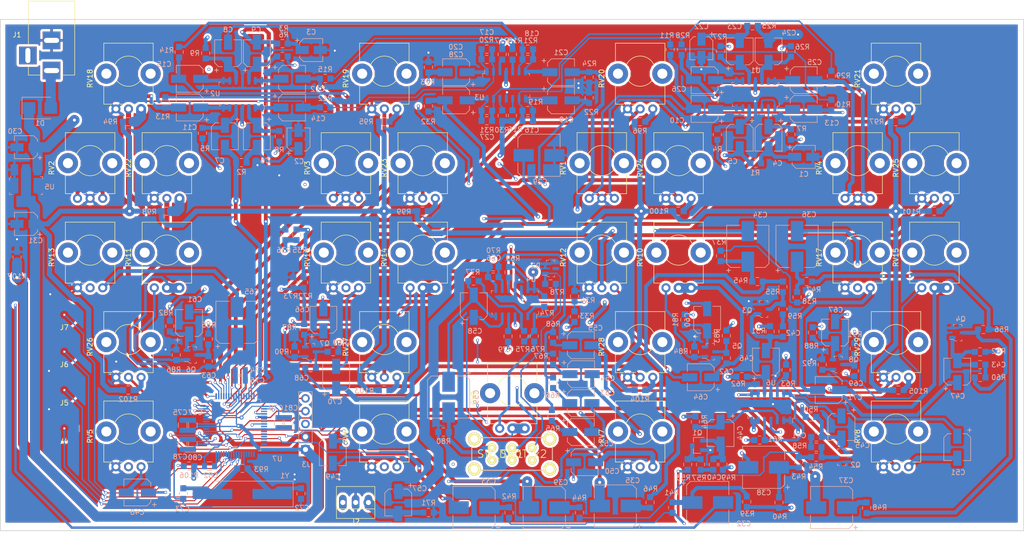
<source format=kicad_pcb>
(kicad_pcb (version 4) (host pcbnew 4.0.7)
  (layers (0 F.Cu signal) (1 In1.Cu mixed) (2 In2.Cu mixed) (31 B.Cu signal) (34 B.Paste user) (35 F.Paste user) (36 B.SilkS user) (37 F.SilkS user) (38 B.Mask user) (39 F.Mask user) (44 Edge.Cuts user))
  (net 0 "")
  (net 1 "Net-(Q1-Pad3)")
  (net 2 "Net-(C1-Pad1)")
  (net 3 GND)
  (net 4 "Net-(C2-Pad1)")
  (net 5 "Net-(C3-Pad1)")
  (net 6 "Net-(C4-Pad1)")
  (net 7 "Net-(C5-Pad1)")
  (net 8 /Filters/osc3)
  (net 9 "Net-(C6-Pad1)")
  (net 10 "Net-(C7-Pad1)")
  (net 11 /Filters/osc1)
  (net 12 "Net-(C8-Pad1)")
  (net 13 "Net-(C9-Pad1)")
  (net 14 /Filters/osc2)
  (net 15 "Net-(C10-Pad1)")
  (net 16 "Net-(C10-Pad2)")
  (net 17 "Net-(C11-Pad1)")
  (net 18 "Net-(C11-Pad2)")
  (net 19 "Net-(C12-Pad1)")
  (net 20 "Net-(C12-Pad2)")
  (net 21 "Net-(C13-Pad1)")
  (net 22 "Net-(C13-Pad2)")
  (net 23 "Net-(C14-Pad1)")
  (net 24 "Net-(C14-Pad2)")
  (net 25 "Net-(C15-Pad1)")
  (net 26 "Net-(C15-Pad2)")
  (net 27 "Net-(C16-Pad2)")
  (net 28 "Net-(C16-Pad1)")
  (net 29 "Net-(C17-Pad2)")
  (net 30 "Net-(C17-Pad1)")
  (net 31 "Net-(C18-Pad2)")
  (net 32 "Net-(C18-Pad1)")
  (net 33 /Filters/filter_out_3)
  (net 34 /Filters/filter_out_1)
  (net 35 /Filters/filter_out_2)
  (net 36 "Net-(C22-Pad1)")
  (net 37 "Net-(C23-Pad1)")
  (net 38 "Net-(C24-Pad1)")
  (net 39 /Filters/osc4)
  (net 40 "Net-(C25-Pad1)")
  (net 41 "Net-(C25-Pad2)")
  (net 42 "Net-(C26-Pad1)")
  (net 43 "Net-(C26-Pad2)")
  (net 44 "Net-(C27-Pad2)")
  (net 45 "Net-(C27-Pad1)")
  (net 46 /Filters/filter_out_4)
  (net 47 "Net-(C29-Pad1)")
  (net 48 +15V)
  (net 49 +3V3)
  (net 50 "Net-(C32-Pad1)")
  (net 51 /Envelope/lfo1)
  (net 52 "Net-(C33-Pad1)")
  (net 53 /Microcontroller/envelope_pwm_1)
  (net 54 "Net-(C34-Pad1)")
  (net 55 /Envelope/lfo3)
  (net 56 "Net-(C35-Pad1)")
  (net 57 /Microcontroller/envelope_pwm_3)
  (net 58 "Net-(C36-Pad1)")
  (net 59 /Envelope/lfo4)
  (net 60 "Net-(C37-Pad1)")
  (net 61 "Net-(C38-Pad1)")
  (net 62 /Envelope/lfo2)
  (net 63 "Net-(C39-Pad1)")
  (net 64 /Microcontroller/envelope_pwm_2)
  (net 65 "Net-(C40-Pad2)")
  (net 66 "Net-(C40-Pad1)")
  (net 67 "Net-(C41-Pad2)")
  (net 68 "Net-(C41-Pad1)")
  (net 69 "Net-(C42-Pad2)")
  (net 70 "Net-(C42-Pad1)")
  (net 71 "Net-(C43-Pad2)")
  (net 72 "Net-(C43-Pad1)")
  (net 73 "Net-(C44-Pad1)")
  (net 74 "Net-(C45-Pad1)")
  (net 75 "Net-(C46-Pad1)")
  (net 76 "Net-(C47-Pad1)")
  (net 77 "Net-(C48-Pad1)")
  (net 78 "Net-(C48-Pad2)")
  (net 79 "Net-(C49-Pad1)")
  (net 80 "Net-(C49-Pad2)")
  (net 81 "Net-(C50-Pad1)")
  (net 82 "Net-(C50-Pad2)")
  (net 83 "Net-(C51-Pad1)")
  (net 84 "Net-(C51-Pad2)")
  (net 85 "Net-(C52-Pad1)")
  (net 86 /Envelope/env_out_1)
  (net 87 "Net-(C53-Pad1)")
  (net 88 /Envelope/env_out_2)
  (net 89 "Net-(C54-Pad1)")
  (net 90 /Envelope/env_out_3)
  (net 91 "Net-(C55-Pad1)")
  (net 92 /Envelope/env_out_4)
  (net 93 "Net-(C56-Pad2)")
  (net 94 "Net-(C56-Pad1)")
  (net 95 "Net-(C57-Pad2)")
  (net 96 "Net-(C58-Pad1)")
  (net 97 "Net-(C58-Pad2)")
  (net 98 "/LFO Modulation and Routing/lfo_tri")
  (net 99 "Net-(C60-Pad1)")
  (net 100 "/LFO Modulation and Routing/main_lfo")
  (net 101 "Net-(C61-Pad1)")
  (net 102 "Net-(C62-Pad2)")
  (net 103 "Net-(C62-Pad1)")
  (net 104 "Net-(C63-Pad2)")
  (net 105 "Net-(C63-Pad1)")
  (net 106 "Net-(C64-Pad2)")
  (net 107 "Net-(C65-Pad2)")
  (net 108 "Net-(C66-Pad1)")
  (net 109 "Net-(C67-Pad1)")
  (net 110 "Net-(C68-Pad2)")
  (net 111 "Net-(C68-Pad1)")
  (net 112 "Net-(C69-Pad2)")
  (net 113 "Net-(C69-Pad1)")
  (net 114 "Net-(C70-Pad2)")
  (net 115 "Net-(C71-Pad2)")
  (net 116 GNDD)
  (net 117 "Net-(C72-Pad1)")
  (net 118 "Net-(C73-Pad1)")
  (net 119 "/LFO Modulation and Routing/lfo_square")
  (net 120 "Net-(D1-Pad2)")
  (net 121 "Net-(J1-Pad3)")
  (net 122 "Net-(J2-Pad3)")
  (net 123 /Microcontroller/XRES)
  (net 124 /Microcontroller/SCLK)
  (net 125 /Microcontroller/SDAT)
  (net 126 "Net-(Q2-Pad3)")
  (net 127 "Net-(Q3-Pad3)")
  (net 128 "Net-(Q4-Pad3)")
  (net 129 "Net-(Q5-Pad1)")
  (net 130 "Net-(Q6-Pad1)")
  (net 131 "Net-(Q7-Pad1)")
  (net 132 "Net-(Q8-Pad1)")
  (net 133 VREF)
  (net 134 "Net-(R16-Pad1)")
  (net 135 "Net-(R17-Pad1)")
  (net 136 "Net-(R18-Pad1)")
  (net 137 "Net-(R30-Pad1)")
  (net 138 /Envelope/lfo_bias)
  (net 139 "Net-(R41-Pad1)")
  (net 140 "Net-(R43-Pad1)")
  (net 141 "Net-(R45-Pad1)")
  (net 142 "Net-(R47-Pad1)")
  (net 143 "Net-(R69-Pad1)")
  (net 144 "/LFO Modulation and Routing/bias")
  (net 145 "Net-(R74-Pad1)")
  (net 146 "Net-(R75-Pad2)")
  (net 147 "Net-(R75-Pad1)")
  (net 148 "Net-(R76-Pad1)")
  (net 149 "Net-(R79-Pad1)")
  (net 150 "Net-(R94-Pad2)")
  (net 151 "Net-(R95-Pad2)")
  (net 152 "Net-(R96-Pad2)")
  (net 153 "Net-(R97-Pad2)")
  (net 154 "Net-(R98-Pad2)")
  (net 155 "Net-(R99-Pad2)")
  (net 156 "Net-(R100-Pad2)")
  (net 157 "Net-(R101-Pad2)")
  (net 158 "Net-(R102-Pad2)")
  (net 159 "Net-(R103-Pad2)")
  (net 160 "Net-(R104-Pad2)")
  (net 161 "Net-(R105-Pad2)")
  (net 162 /Microcontroller/osc1_freq_wiper)
  (net 163 /Microcontroller/osc2_freq_wiper)
  (net 164 /Microcontroller/osc3_freq_wiper)
  (net 165 /Microcontroller/osc4_freq_wiper)
  (net 166 /Microcontroller/osc1_pwm_wiper)
  (net 167 /Microcontroller/osc2_pwm_wiper)
  (net 168 /Microcontroller/osc3_pwm_wiper)
  (net 169 /Microcontroller/osc4_pwm_wiper)
  (net 170 /Microcontroller/osc1_speed)
  (net 171 /Microcontroller/osc2_speed)
  (net 172 /Microcontroller/osc3_speed)
  (net 173 /Microcontroller/osc4_speed)
  (net 174 /Microcontroller/envelope_pwm_4)
  (net 175 "Net-(U7-Pad12)")
  (net 176 "Net-(U7-Pad13)")
  (net 177 "Net-(U7-Pad16)")
  (net 178 "Net-(U7-Pad19)")
  (net 179 "Net-(U7-Pad22)")
  (net 180 "Net-(U7-Pad23)")
  (net 181 "Net-(U7-Pad25)")
  (net 182 "Net-(U7-Pad27)")
  (net 183 "Net-(U7-Pad28)")
  (net 184 "Net-(U7-Pad29)")
  (net 185 "Net-(U7-Pad30)")
  (net 186 "Net-(U7-Pad31)")
  (net 187 "Net-(U7-Pad32)")
  (net 188 "Net-(U7-Pad33)")
  (net 189 "Net-(U7-Pad34)")
  (net 190 "Net-(U7-Pad35)")
  (net 191 "Net-(U7-Pad36)")
  (net 192 "Net-(U7-Pad43)")
  (net 193 "Net-(U7-Pad44)")
  (net 194 "Net-(U7-Pad45)")
  (net 195 "Net-(U7-Pad46)")
  (net 196 "Net-(U7-Pad55)")
  (net 197 "Net-(U7-Pad58)")
  (net 198 "Net-(U7-Pad59)")
  (net 199 "Net-(U7-Pad60)")
  (net 200 "Net-(U7-Pad61)")
  (net 201 "Net-(C82-Pad1)")
  (net 202 "Net-(J4-Pad1)")
  (net 203 "Net-(J5-Pad1)")
  (net 204 "Net-(J6-Pad1)")
  (net 205 "Net-(J7-Pad1)")
  (module TO_SOT_Packages_SMD:SOT-23 (layer B.Cu) (at 138.38 84.646 180)
    (fp_text reference Q1 (at 0 2.5 180) (layer B.SilkS) (effects (justify mirror)))
    (fp_text value MMBFJ177)
    (pad 1 smd rect (at -1 0.95 180) (size 0.9 0.8) (layers B.Cu B.Paste B.Mask) (net 65 "Net-(C40-Pad2)"))
    (pad 2 smd rect (at -1 -0.95 180) (size 0.9 0.8) (layers B.Cu B.Paste B.Mask) (net 3 GND))
    (pad 3 smd rect (at 1 0 180) (size 0.9 0.8) (layers B.Cu B.Paste B.Mask) (net 1 "Net-(Q1-Pad3)"))
  )
  (module Capacitors_SMD:CP_Elec_4x4.5 (layer B.Cu) (at 159.512 27.305)
    (fp_text reference C1 (at 0 3.429 180) (layer B.SilkS) (effects (justify mirror)))
    (fp_text value 1uF)
    (fp_text user + (at -2.78 -1.99 180) (layer B.SilkS) (effects (justify mirror)))
    (pad 1 smd rect (at -1.8 0 180) (size 2.6 1.6) (layers B.Cu B.Paste B.Mask) (net 2 "Net-(C1-Pad1)"))
    (pad 2 smd rect (at 1.8 0 180) (size 2.6 1.6) (layers B.Cu B.Paste B.Mask) (net 3 GND))
  )
  (module Capacitors_SMD:CP_Elec_4x4.5 (layer B.Cu) (at 59.182 23.856 90)
    (fp_text reference C2 (at -4.338 0.127 360) (layer B.SilkS) (effects (justify mirror)))
    (fp_text value 1uF)
    (fp_text user + (at -2.78 -1.99 270) (layer B.SilkS) (effects (justify mirror)))
    (pad 1 smd rect (at -1.8 0 270) (size 2.6 1.6) (layers B.Cu B.Paste B.Mask) (net 4 "Net-(C2-Pad1)"))
    (pad 2 smd rect (at 1.8 0 270) (size 2.6 1.6) (layers B.Cu B.Paste B.Mask) (net 3 GND))
  )
  (module Capacitors_SMD:CP_Elec_4x4.5 (layer B.Cu) (at 61.722 6.076)
    (fp_text reference C3 (at 0 -3.58 180) (layer B.SilkS) (effects (justify mirror)))
    (fp_text value 1uF)
    (fp_text user + (at -2.78 -1.99 180) (layer B.SilkS) (effects (justify mirror)))
    (pad 1 smd rect (at -1.8 0 180) (size 2.6 1.6) (layers B.Cu B.Paste B.Mask) (net 5 "Net-(C3-Pad1)"))
    (pad 2 smd rect (at 1.8 0 180) (size 2.6 1.6) (layers B.Cu B.Paste B.Mask) (net 3 GND))
  )
  (module Capacitors_SMD:CP_Elec_5x5.7 (layer B.Cu) (at 152.527 23.495 270)
    (fp_text reference C4 (at 5.08 -1.778 360) (layer B.SilkS) (effects (justify mirror)))
    (fp_text value 22uF)
    (fp_text user + (at -3.38 -2.36 270) (layer B.SilkS) (effects (justify mirror)))
    (pad 1 smd rect (at -2.2 0 90) (size 3 1.6) (layers B.Cu B.Paste B.Mask) (net 6 "Net-(C4-Pad1)"))
    (pad 2 smd rect (at 2.2 0 90) (size 3 1.6) (layers B.Cu B.Paste B.Mask) (net 2 "Net-(C1-Pad1)"))
  )
  (module Capacitors_SMD:CP_Elec_5x5.7 (layer B.Cu) (at 146.812 23.495 270)
    (fp_text reference C5 (at 4.699 1.397 360) (layer B.SilkS) (effects (justify mirror)))
    (fp_text value 22uF)
    (fp_text user + (at -3.38 -2.36 270) (layer B.SilkS) (effects (justify mirror)))
    (pad 1 smd rect (at -2.2 0 90) (size 3 1.6) (layers B.Cu B.Paste B.Mask) (net 7 "Net-(C5-Pad1)"))
    (pad 2 smd rect (at 2.2 0 90) (size 3 1.6) (layers B.Cu B.Paste B.Mask) (net 8 /Filters/osc3))
  )
  (module Capacitors_SMD:CP_Elec_5x5.7 (layer B.Cu) (at 50.927 23.221 270)
    (fp_text reference C6 (at 4.846 -1.651 360) (layer B.SilkS) (effects (justify mirror)))
    (fp_text value 22uF)
    (fp_text user + (at -3.38 -2.36 270) (layer B.SilkS) (effects (justify mirror)))
    (pad 1 smd rect (at -2.2 0 90) (size 3 1.6) (layers B.Cu B.Paste B.Mask) (net 9 "Net-(C6-Pad1)"))
    (pad 2 smd rect (at 2.2 0 90) (size 3 1.6) (layers B.Cu B.Paste B.Mask) (net 4 "Net-(C2-Pad1)"))
  )
  (module Capacitors_SMD:CP_Elec_5x5.7 (layer B.Cu) (at 44.577 23.221 270)
    (fp_text reference C7 (at 4.846 1.016 360) (layer B.SilkS) (effects (justify mirror)))
    (fp_text value 22uF)
    (fp_text user + (at -3.38 -2.36 270) (layer B.SilkS) (effects (justify mirror)))
    (pad 1 smd rect (at -2.2 0 90) (size 3 1.6) (layers B.Cu B.Paste B.Mask) (net 10 "Net-(C7-Pad1)"))
    (pad 2 smd rect (at 2.2 0 90) (size 3 1.6) (layers B.Cu B.Paste B.Mask) (net 11 /Filters/osc1))
  )
  (module Capacitors_SMD:CP_Elec_5x5.7 (layer B.Cu) (at 45.212 6.711 90)
    (fp_text reference C8 (at 4.679 0 180) (layer B.SilkS) (effects (justify mirror)))
    (fp_text value 22uF)
    (fp_text user + (at -3.38 -2.36 90) (layer B.SilkS) (effects (justify mirror)))
    (pad 1 smd rect (at -2.2 0 270) (size 3 1.6) (layers B.Cu B.Paste B.Mask) (net 12 "Net-(C8-Pad1)"))
    (pad 2 smd rect (at 2.2 0 270) (size 3 1.6) (layers B.Cu B.Paste B.Mask) (net 5 "Net-(C3-Pad1)"))
  )
  (module Capacitors_SMD:CP_Elec_5x5.7 (layer B.Cu) (at 50.927 6.711 90)
    (fp_text reference C9 (at 4.679 -0.127 180) (layer B.SilkS) (effects (justify mirror)))
    (fp_text value 22uF)
    (fp_text user + (at -3.38 -2.36 90) (layer B.SilkS) (effects (justify mirror)))
    (pad 1 smd rect (at -2.2 0 270) (size 3 1.6) (layers B.Cu B.Paste B.Mask) (net 13 "Net-(C9-Pad1)"))
    (pad 2 smd rect (at 2.2 0 270) (size 3 1.6) (layers B.Cu B.Paste B.Mask) (net 14 /Filters/osc2))
  )
  (module Capacitors_SMD:CP_Elec_5x5.7 (layer B.Cu) (at 139.827 17.78 180)
    (fp_text reference C10 (at 5.461 -2.286 180) (layer B.SilkS) (effects (justify mirror)))
    (fp_text value 22uF)
    (fp_text user + (at -3.38 -2.36 180) (layer B.SilkS) (effects (justify mirror)))
    (pad 1 smd rect (at -2.2 0) (size 3 1.6) (layers B.Cu B.Paste B.Mask) (net 15 "Net-(C10-Pad1)"))
    (pad 2 smd rect (at 2.2 0) (size 3 1.6) (layers B.Cu B.Paste B.Mask) (net 16 "Net-(C10-Pad2)"))
  )
  (module Capacitors_SMD:CP_Elec_5x5.7 (layer B.Cu) (at 37.592 17.506 180)
    (fp_text reference C11 (at 0 -3.92 180) (layer B.SilkS) (effects (justify mirror)))
    (fp_text value 22uF)
    (fp_text user + (at -3.38 -2.36 180) (layer B.SilkS) (effects (justify mirror)))
    (pad 1 smd rect (at -2.2 0) (size 3 1.6) (layers B.Cu B.Paste B.Mask) (net 17 "Net-(C11-Pad1)"))
    (pad 2 smd rect (at 2.2 0) (size 3 1.6) (layers B.Cu B.Paste B.Mask) (net 18 "Net-(C11-Pad2)"))
  )
  (module Capacitors_SMD:CP_Elec_5x5.7 (layer B.Cu) (at 57.912 11.791)
    (fp_text reference C12 (at 5.08 2.052) (layer B.SilkS) (effects (justify mirror)))
    (fp_text value 22uF)
    (fp_text user + (at -3.38 -2.36) (layer B.SilkS) (effects (justify mirror)))
    (pad 1 smd rect (at -2.2 0 180) (size 3 1.6) (layers B.Cu B.Paste B.Mask) (net 19 "Net-(C12-Pad1)"))
    (pad 2 smd rect (at 2.2 0 180) (size 3 1.6) (layers B.Cu B.Paste B.Mask) (net 20 "Net-(C12-Pad2)"))
  )
  (module Capacitors_SMD:CP_Elec_5x5.7 (layer B.Cu) (at 159.512 17.78)
    (fp_text reference C13 (at 5.588 2.794) (layer B.SilkS) (effects (justify mirror)))
    (fp_text value 22uF)
    (fp_text user + (at -3.38 -2.36) (layer B.SilkS) (effects (justify mirror)))
    (pad 1 smd rect (at -2.2 0 180) (size 3 1.6) (layers B.Cu B.Paste B.Mask) (net 21 "Net-(C13-Pad1)"))
    (pad 2 smd rect (at 2.2 0 180) (size 3 1.6) (layers B.Cu B.Paste B.Mask) (net 22 "Net-(C13-Pad2)"))
  )
  (module Capacitors_SMD:CP_Elec_5x5.7 (layer B.Cu) (at 57.912 17.506)
    (fp_text reference C14 (at 5.207 2.179) (layer B.SilkS) (effects (justify mirror)))
    (fp_text value 22uF)
    (fp_text user + (at -3.38 -2.36) (layer B.SilkS) (effects (justify mirror)))
    (pad 1 smd rect (at -2.2 0 180) (size 3 1.6) (layers B.Cu B.Paste B.Mask) (net 23 "Net-(C14-Pad1)"))
    (pad 2 smd rect (at 2.2 0 180) (size 3 1.6) (layers B.Cu B.Paste B.Mask) (net 24 "Net-(C14-Pad2)"))
  )
  (module Capacitors_SMD:CP_Elec_5x5.7 (layer B.Cu) (at 37.592 11.791 180)
    (fp_text reference C15 (at 5.08 2.901 180) (layer B.SilkS) (effects (justify mirror)))
    (fp_text value 22uF)
    (fp_text user + (at -3.38 -2.36 180) (layer B.SilkS) (effects (justify mirror)))
    (pad 1 smd rect (at -2.2 0) (size 3 1.6) (layers B.Cu B.Paste B.Mask) (net 25 "Net-(C15-Pad1)"))
    (pad 2 smd rect (at 2.2 0) (size 3 1.6) (layers B.Cu B.Paste B.Mask) (net 26 "Net-(C15-Pad2)"))
  )
  (module digikey-footprints:0805 (layer B.Cu) (at 104.714 20.136 180)
    (fp_text reference C16 (at -0.823 -1.835 180) (layer B.SilkS) (effects (justify mirror)))
    (fp_text value 100p)
    (pad 2 smd rect (at 1.05 0 180) (size 1.2 1.2) (layers B.Cu B.Paste B.Mask) (net 27 "Net-(C16-Pad2)"))
    (pad 1 smd rect (at -1.05 0 180) (size 1.2 1.2) (layers B.Cu B.Paste B.Mask) (net 28 "Net-(C16-Pad1)"))
  )
  (module digikey-footprints:0805 (layer B.Cu) (at 96.586 5.912)
    (fp_text reference C17 (at 0 -3.372) (layer B.SilkS) (effects (justify mirror)))
    (fp_text value 100p)
    (pad 2 smd rect (at 1.05 0) (size 1.2 1.2) (layers B.Cu B.Paste B.Mask) (net 29 "Net-(C17-Pad2)"))
    (pad 1 smd rect (at -1.05 0) (size 1.2 1.2) (layers B.Cu B.Paste B.Mask) (net 30 "Net-(C17-Pad1)"))
  )
  (module digikey-footprints:0805 (layer B.Cu) (at 104.714 5.912 180)
    (fp_text reference C18 (at -0.823 3.118 180) (layer B.SilkS) (effects (justify mirror)))
    (fp_text value 100p)
    (pad 2 smd rect (at 1.05 0 180) (size 1.2 1.2) (layers B.Cu B.Paste B.Mask) (net 31 "Net-(C18-Pad2)"))
    (pad 1 smd rect (at -1.05 0 180) (size 1.2 1.2) (layers B.Cu B.Paste B.Mask) (net 32 "Net-(C18-Pad1)"))
  )
  (module Capacitors_SMD:CP_Elec_5x5.7 (layer B.Cu) (at 111.318 16.072)
    (fp_text reference C19 (at 1.077 3.867) (layer B.SilkS) (effects (justify mirror)))
    (fp_text value 22uF)
    (fp_text user + (at -3.38 -2.36) (layer B.SilkS) (effects (justify mirror)))
    (pad 1 smd rect (at -2.2 0 180) (size 3 1.6) (layers B.Cu B.Paste B.Mask) (net 28 "Net-(C16-Pad1)"))
    (pad 2 smd rect (at 2.2 0 180) (size 3 1.6) (layers B.Cu B.Paste B.Mask) (net 33 /Filters/filter_out_3))
  )
  (module Capacitors_SMD:CP_Elec_5x5.7 (layer B.Cu) (at 90.49 10.484 180)
    (fp_text reference C20 (at 0.066 5.023 180) (layer B.SilkS) (effects (justify mirror)))
    (fp_text value 22uF)
    (fp_text user + (at -3.38 -2.36 180) (layer B.SilkS) (effects (justify mirror)))
    (pad 1 smd rect (at -2.2 0) (size 3 1.6) (layers B.Cu B.Paste B.Mask) (net 30 "Net-(C17-Pad1)"))
    (pad 2 smd rect (at 2.2 0) (size 3 1.6) (layers B.Cu B.Paste B.Mask) (net 34 /Filters/filter_out_1))
  )
  (module Capacitors_SMD:CP_Elec_5x5.7 (layer B.Cu) (at 111.318 10.484)
    (fp_text reference C21 (at 0 -3.92) (layer B.SilkS) (effects (justify mirror)))
    (fp_text value 22uF)
    (fp_text user + (at -3.38 -2.36) (layer B.SilkS) (effects (justify mirror)))
    (pad 1 smd rect (at -2.2 0 180) (size 3 1.6) (layers B.Cu B.Paste B.Mask) (net 32 "Net-(C18-Pad1)"))
    (pad 2 smd rect (at 2.2 0 180) (size 3 1.6) (layers B.Cu B.Paste B.Mask) (net 35 /Filters/filter_out_2))
  )
  (module Capacitors_SMD:CP_Elec_4x4.5 (layer B.Cu) (at 139.192 5.715 270)
    (fp_text reference C22 (at -4.318 0 540) (layer B.SilkS) (effects (justify mirror)))
    (fp_text value 1uF)
    (fp_text user + (at -2.78 -1.99 450) (layer B.SilkS) (effects (justify mirror)))
    (pad 1 smd rect (at -1.8 0 90) (size 2.6 1.6) (layers B.Cu B.Paste B.Mask) (net 36 "Net-(C22-Pad1)"))
    (pad 2 smd rect (at 1.8 0 90) (size 2.6 1.6) (layers B.Cu B.Paste B.Mask) (net 3 GND))
  )
  (module Capacitors_SMD:CP_Elec_5x5.7 (layer B.Cu) (at 146.812 6.35 90)
    (fp_text reference C23 (at 4.953 -1.016 180) (layer B.SilkS) (effects (justify mirror)))
    (fp_text value 22uF)
    (fp_text user + (at -3.38 -2.36 90) (layer B.SilkS) (effects (justify mirror)))
    (pad 1 smd rect (at -2.2 0 270) (size 3 1.6) (layers B.Cu B.Paste B.Mask) (net 37 "Net-(C23-Pad1)"))
    (pad 2 smd rect (at 2.2 0 270) (size 3 1.6) (layers B.Cu B.Paste B.Mask) (net 36 "Net-(C22-Pad1)"))
  )
  (module Capacitors_SMD:CP_Elec_5x5.7 (layer B.Cu) (at 152.527 6.35 90)
    (fp_text reference C24 (at 3.683 4.064 180) (layer B.SilkS) (effects (justify mirror)))
    (fp_text value 22uF)
    (fp_text user + (at -3.38 -2.36 90) (layer B.SilkS) (effects (justify mirror)))
    (pad 1 smd rect (at -2.2 0 270) (size 3 1.6) (layers B.Cu B.Paste B.Mask) (net 38 "Net-(C24-Pad1)"))
    (pad 2 smd rect (at 2.2 0 270) (size 3 1.6) (layers B.Cu B.Paste B.Mask) (net 39 /Filters/osc4))
  )
  (module Capacitors_SMD:CP_Elec_5x5.7 (layer B.Cu) (at 159.512 12.065)
    (fp_text reference C25 (at 2.159 -3.556) (layer B.SilkS) (effects (justify mirror)))
    (fp_text value 22uF)
    (fp_text user + (at -3.38 -2.36) (layer B.SilkS) (effects (justify mirror)))
    (pad 1 smd rect (at -2.2 0 180) (size 3 1.6) (layers B.Cu B.Paste B.Mask) (net 40 "Net-(C25-Pad1)"))
    (pad 2 smd rect (at 2.2 0 180) (size 3 1.6) (layers B.Cu B.Paste B.Mask) (net 41 "Net-(C25-Pad2)"))
  )
  (module Capacitors_SMD:CP_Elec_5x5.7 (layer B.Cu) (at 139.827 12.065 180)
    (fp_text reference C26 (at 5.08 -1.778 180) (layer B.SilkS) (effects (justify mirror)))
    (fp_text value 22uF)
    (fp_text user + (at -3.38 -2.36 180) (layer B.SilkS) (effects (justify mirror)))
    (pad 1 smd rect (at -2.2 0) (size 3 1.6) (layers B.Cu B.Paste B.Mask) (net 42 "Net-(C26-Pad1)"))
    (pad 2 smd rect (at 2.2 0) (size 3 1.6) (layers B.Cu B.Paste B.Mask) (net 43 "Net-(C26-Pad2)"))
  )
  (module digikey-footprints:0805 (layer B.Cu) (at 96.586 20.136)
    (fp_text reference C27 (at 0.061 3.232) (layer B.SilkS) (effects (justify mirror)))
    (fp_text value 100p)
    (pad 2 smd rect (at 1.05 0) (size 1.2 1.2) (layers B.Cu B.Paste B.Mask) (net 44 "Net-(C27-Pad2)"))
    (pad 1 smd rect (at -1.05 0) (size 1.2 1.2) (layers B.Cu B.Paste B.Mask) (net 45 "Net-(C27-Pad1)"))
  )
  (module Capacitors_SMD:CP_Elec_5x5.7 (layer B.Cu) (at 90.49 16.072 180)
    (fp_text reference C28 (at 0 9.087 180) (layer B.SilkS) (effects (justify mirror)))
    (fp_text value 22uF)
    (fp_text user + (at -3.38 -2.36 180) (layer B.SilkS) (effects (justify mirror)))
    (pad 1 smd rect (at -2.2 0) (size 3 1.6) (layers B.Cu B.Paste B.Mask) (net 45 "Net-(C27-Pad1)"))
    (pad 2 smd rect (at 2.2 0) (size 3 1.6) (layers B.Cu B.Paste B.Mask) (net 46 /Filters/filter_out_4))
  )
  (module Capacitors_SMD:CP_Elec_8x10 (layer B.Cu) (at 106.95 27)
    (fp_text reference C29 (at 0.238 5.258) (layer B.SilkS) (effects (justify mirror)))
    (fp_text value 220uF)
    (fp_text user + (at -4.78 -3.9) (layer B.SilkS) (effects (justify mirror)))
    (pad 1 smd rect (at -3.05 0 180) (size 4 2.5) (layers B.Cu B.Paste B.Mask) (net 47 "Net-(C29-Pad1)"))
    (pad 2 smd rect (at 3.05 0 180) (size 4 2.5) (layers B.Cu B.Paste B.Mask) (net 3 GND))
  )
  (module Capacitors_SMD:CP_Elec_4x4.5 (layer B.Cu) (at 5.08 25.4 180)
    (fp_text reference C30 (at 2.159 3.175 360) (layer B.SilkS) (effects (justify mirror)))
    (fp_text value 1uF)
    (fp_text user + (at -2.78 -1.99 360) (layer B.SilkS) (effects (justify mirror)))
    (pad 1 smd rect (at -1.8 0) (size 2.6 1.6) (layers B.Cu B.Paste B.Mask) (net 48 +15V))
    (pad 2 smd rect (at 1.8 0) (size 2.6 1.6) (layers B.Cu B.Paste B.Mask) (net 3 GND))
  )
  (module Capacitors_SMD:CP_Elec_4x5.7 (layer B.Cu) (at 5.08 40.64 180)
    (fp_text reference C31 (at -1.905 -3.302 180) (layer B.SilkS) (effects (justify mirror)))
    (fp_text value 4.7uF)
    (fp_text user + (at -2.77 -2.01 180) (layer B.SilkS) (effects (justify mirror)))
    (pad 1 smd rect (at -1.8 0) (size 2.6 1.6) (layers B.Cu B.Paste B.Mask) (net 49 +3V3))
    (pad 2 smd rect (at 1.8 0) (size 2.6 1.6) (layers B.Cu B.Paste B.Mask) (net 3 GND))
  )
  (module Capacitors_SMD:CP_Elec_8x10 (layer B.Cu) (at 140.451 96)
    (fp_text reference C32 (at 7.1611 4.2157) (layer B.SilkS) (effects (justify mirror)))
    (fp_text value 220u)
    (fp_text user + (at -4.78 -3.9) (layer B.SilkS) (effects (justify mirror)))
    (pad 1 smd rect (at -3.05 0 180) (size 4 2.5) (layers B.Cu B.Paste B.Mask) (net 50 "Net-(C32-Pad1)"))
    (pad 2 smd rect (at 3.05 0 180) (size 4 2.5) (layers B.Cu B.Paste B.Mask) (net 51 /Envelope/lfo1))
  )
  (module Capacitors_SMD:CP_Elec_8x10 (layer B.Cu) (at 94.05 97 180)
    (fp_text reference C33 (at -2.9145 5.2425 180) (layer B.SilkS) (effects (justify mirror)))
    (fp_text value 220u)
    (fp_text user + (at -4.78 -3.9 180) (layer B.SilkS) (effects (justify mirror)))
    (pad 1 smd rect (at -3.05 0) (size 4 2.5) (layers B.Cu B.Paste B.Mask) (net 52 "Net-(C33-Pad1)"))
    (pad 2 smd rect (at 3.05 0) (size 4 2.5) (layers B.Cu B.Paste B.Mask) (net 53 /Microcontroller/envelope_pwm_1))
  )
  (module Capacitors_SMD:CP_Elec_8x10 (layer B.Cu) (at 148.41 45.101 90)
    (fp_text reference C34 (at 6.2644 2.466 360) (layer B.SilkS) (effects (justify mirror)))
    (fp_text value 220u)
    (fp_text user + (at -4.78 -3.9 90) (layer B.SilkS) (effects (justify mirror)))
    (pad 1 smd rect (at -3.05 0 270) (size 4 2.5) (layers B.Cu B.Paste B.Mask) (net 54 "Net-(C34-Pad1)"))
    (pad 2 smd rect (at 3.05 0 270) (size 4 2.5) (layers B.Cu B.Paste B.Mask) (net 55 /Envelope/lfo3))
  )
  (module Capacitors_SMD:CP_Elec_8x10 (layer B.Cu) (at 122.101 96.7 180)
    (fp_text reference C35 (at -3.4385 5.0695 180) (layer B.SilkS) (effects (justify mirror)))
    (fp_text value 220u)
    (fp_text user + (at -4.78 -3.9 180) (layer B.SilkS) (effects (justify mirror)))
    (pad 1 smd rect (at -3.05 0) (size 4 2.5) (layers B.Cu B.Paste B.Mask) (net 56 "Net-(C35-Pad1)"))
    (pad 2 smd rect (at 3.05 0) (size 4 2.5) (layers B.Cu B.Paste B.Mask) (net 57 /Microcontroller/envelope_pwm_3))
  )
  (module Capacitors_SMD:CP_Elec_8x10 (layer B.Cu) (at 158.19 45.101 90)
    (fp_text reference C36 (at 6.3406 2.4015 180) (layer B.SilkS) (effects (justify mirror)))
    (fp_text value 220u)
    (fp_text user + (at -4.78 -3.9 90) (layer B.SilkS) (effects (justify mirror)))
    (pad 1 smd rect (at -3.05 0 270) (size 4 2.5) (layers B.Cu B.Paste B.Mask) (net 58 "Net-(C36-Pad1)"))
    (pad 2 smd rect (at 3.05 0 270) (size 4 2.5) (layers B.Cu B.Paste B.Mask) (net 59 /Envelope/lfo4))
  )
  (module Capacitors_SMD:CP_Elec_8x10 (layer B.Cu) (at 165.05 97 180)
    (fp_text reference C37 (at -2.8821 5.3695 180) (layer B.SilkS) (effects (justify mirror)))
    (fp_text value 220u)
    (fp_text user + (at -4.78 -3.9 180) (layer B.SilkS) (effects (justify mirror)))
    (pad 1 smd rect (at -3.05 0) (size 4 2.5) (layers B.Cu B.Paste B.Mask) (net 60 "Net-(C37-Pad1)"))
    (pad 2 smd rect (at 3.05 0) (size 4 2.5) (layers B.Cu B.Paste B.Mask) (net 174 /Microcontroller/envelope_pwm_4))
  )
  (module Capacitors_SMD:CP_Elec_8x10 (layer B.Cu) (at 151.549 89 180)
    (fp_text reference C38 (at -0.0509 -5.0308 180) (layer B.SilkS) (effects (justify mirror)))
    (fp_text value 220u)
    (fp_text user + (at -4.78 -3.9 180) (layer B.SilkS) (effects (justify mirror)))
    (pad 1 smd rect (at -3.05 0) (size 4 2.5) (layers B.Cu B.Paste B.Mask) (net 61 "Net-(C38-Pad1)"))
    (pad 2 smd rect (at 3.05 0) (size 4 2.5) (layers B.Cu B.Paste B.Mask) (net 62 /Envelope/lfo2))
  )
  (module Capacitors_SMD:CP_Elec_8x10 (layer B.Cu) (at 108 97 180)
    (fp_text reference C39 (at -3.2901 4.9885 360) (layer B.SilkS) (effects (justify mirror)))
    (fp_text value 220u)
    (fp_text user + (at -4.78 -3.9 180) (layer B.SilkS) (effects (justify mirror)))
    (pad 1 smd rect (at -3.05 0) (size 4 2.5) (layers B.Cu B.Paste B.Mask) (net 63 "Net-(C39-Pad1)"))
    (pad 2 smd rect (at 3.05 0) (size 4 2.5) (layers B.Cu B.Paste B.Mask) (net 64 /Microcontroller/envelope_pwm_2))
  )
  (module digikey-footprints:0805 (layer B.Cu) (at 141.555 88.456 90)
    (fp_text reference C40 (at -2.5649 0.1897 180) (layer B.SilkS) (effects (justify mirror)))
    (fp_text value 1nF)
    (pad 2 smd rect (at 1.05 0 90) (size 1.2 1.2) (layers B.Cu B.Paste B.Mask) (net 65 "Net-(C40-Pad2)"))
    (pad 1 smd rect (at -1.05 0 90) (size 1.2 1.2) (layers B.Cu B.Paste B.Mask) (net 66 "Net-(C40-Pad1)"))
  )
  (module digikey-footprints:0805 (layer B.Cu) (at 162.05 83)
    (fp_text reference C41 (at -3.4524 -0.3103) (layer B.SilkS) (effects (justify mirror)))
    (fp_text value 1nF)
    (pad 2 smd rect (at 1.05 0) (size 1.2 1.2) (layers B.Cu B.Paste B.Mask) (net 67 "Net-(C41-Pad2)"))
    (pad 1 smd rect (at -1.05 0) (size 1.2 1.2) (layers B.Cu B.Paste B.Mask) (net 68 "Net-(C41-Pad1)"))
  )
  (module digikey-footprints:0805 (layer B.Cu) (at 155.374 62.015 270)
    (fp_text reference C42 (at 0.3166 -2.0552 360) (layer B.SilkS) (effects (justify mirror)))
    (fp_text value 1nF)
    (pad 2 smd rect (at 1.05 0 270) (size 1.2 1.2) (layers B.Cu B.Paste B.Mask) (net 69 "Net-(C42-Pad2)"))
    (pad 1 smd rect (at -1.05 0 270) (size 1.2 1.2) (layers B.Cu B.Paste B.Mask) (net 70 "Net-(C42-Pad1)"))
  )
  (module digikey-footprints:0805 (layer B.Cu) (at 194.54 68.611 180)
    (fp_text reference C43 (at -3.6816 -0.0071 180) (layer B.SilkS) (effects (justify mirror)))
    (fp_text value 1nF)
    (pad 2 smd rect (at 1.05 0 180) (size 1.2 1.2) (layers B.Cu B.Paste B.Mask) (net 71 "Net-(C43-Pad2)"))
    (pad 1 smd rect (at -1.05 0 180) (size 1.2 1.2) (layers B.Cu B.Paste B.Mask) (net 72 "Net-(C43-Pad1)"))
  )
  (module Capacitors_SMD:CP_Elec_5x5.7 (layer B.Cu) (at 143 82.2 270)
    (fp_text reference C44 (at 0 -3.92 270) (layer B.SilkS) (effects (justify mirror)))
    (fp_text value 22uF)
    (fp_text user + (at -3.38 -2.36 270) (layer B.SilkS) (effects (justify mirror)))
    (pad 1 smd rect (at -2.2 0 90) (size 3 1.6) (layers B.Cu B.Paste B.Mask) (net 73 "Net-(C44-Pad1)"))
    (pad 2 smd rect (at 2.2 0 90) (size 3 1.6) (layers B.Cu B.Paste B.Mask) (net 65 "Net-(C40-Pad2)"))
  )
  (module Capacitors_SMD:CP_Elec_5x5.7 (layer B.Cu) (at 167 81 270)
    (fp_text reference C45 (at 3.6582 -4.196 360) (layer B.SilkS) (effects (justify mirror)))
    (fp_text value 22uF)
    (fp_text user + (at -3.38 -2.36 270) (layer B.SilkS) (effects (justify mirror)))
    (pad 1 smd rect (at -2.2 0 90) (size 3 1.6) (layers B.Cu B.Paste B.Mask) (net 74 "Net-(C45-Pad1)"))
    (pad 2 smd rect (at 2.2 0 90) (size 3 1.6) (layers B.Cu B.Paste B.Mask) (net 67 "Net-(C41-Pad2)"))
  )
  (module Capacitors_SMD:CP_Elec_5x5.7 (layer B.Cu) (at 152 68 90)
    (fp_text reference C46 (at 0.6392 -3.8418 180) (layer B.SilkS) (effects (justify mirror)))
    (fp_text value 22uF)
    (fp_text user + (at -3.38 -2.36 90) (layer B.SilkS) (effects (justify mirror)))
    (pad 1 smd rect (at -2.2 0 270) (size 3 1.6) (layers B.Cu B.Paste B.Mask) (net 75 "Net-(C46-Pad1)"))
    (pad 2 smd rect (at 2.2 0 270) (size 3 1.6) (layers B.Cu B.Paste B.Mask) (net 69 "Net-(C42-Pad2)"))
  )
  (module Capacitors_SMD:CP_Elec_5x5.7 (layer B.Cu) (at 190 70 90)
    (fp_text reference C47 (at -4.8665 0.1063 180) (layer B.SilkS) (effects (justify mirror)))
    (fp_text value 22uF)
    (fp_text user + (at -3.38 -2.36 90) (layer B.SilkS) (effects (justify mirror)))
    (pad 1 smd rect (at -2.2 0 270) (size 3 1.6) (layers B.Cu B.Paste B.Mask) (net 76 "Net-(C47-Pad1)"))
    (pad 2 smd rect (at 2.2 0 270) (size 3 1.6) (layers B.Cu B.Paste B.Mask) (net 71 "Net-(C43-Pad2)"))
  )
  (module Capacitors_SMD:CP_Elec_5x5.7 (layer B.Cu) (at 27.2 94 180)
    (fp_text reference C48 (at 0 -3.92 180) (layer B.SilkS) (effects (justify mirror)))
    (fp_text value 22uF)
    (fp_text user + (at -3.38 -2.36 180) (layer B.SilkS) (effects (justify mirror)))
    (pad 1 smd rect (at -2.2 0) (size 3 1.6) (layers B.Cu B.Paste B.Mask) (net 77 "Net-(C48-Pad1)"))
    (pad 2 smd rect (at 2.2 0) (size 3 1.6) (layers B.Cu B.Paste B.Mask) (net 78 "Net-(C48-Pad2)"))
  )
  (module Capacitors_SMD:CP_Elec_5x5.7 (layer B.Cu) (at 66 86 270)
    (fp_text reference C49 (at 4.8685 -0.04 360) (layer B.SilkS) (effects (justify mirror)))
    (fp_text value 22uF)
    (fp_text user + (at -3.38 -2.36 270) (layer B.SilkS) (effects (justify mirror)))
    (pad 1 smd rect (at -2.2 0 90) (size 3 1.6) (layers B.Cu B.Paste B.Mask) (net 79 "Net-(C49-Pad1)"))
    (pad 2 smd rect (at 2.2 0 90) (size 3 1.6) (layers B.Cu B.Paste B.Mask) (net 80 "Net-(C49-Pad2)"))
  )
  (module Capacitors_SMD:CP_Elec_5x5.7 (layer B.Cu) (at 116 88)
    (fp_text reference C50 (at 5.4755 1.7763) (layer B.SilkS) (effects (justify mirror)))
    (fp_text value 22uF)
    (fp_text user + (at -3.38 -2.36) (layer B.SilkS) (effects (justify mirror)))
    (pad 1 smd rect (at -2.2 0 180) (size 3 1.6) (layers B.Cu B.Paste B.Mask) (net 81 "Net-(C50-Pad1)"))
    (pad 2 smd rect (at 2.2 0 180) (size 3 1.6) (layers B.Cu B.Paste B.Mask) (net 82 "Net-(C50-Pad2)"))
  )
  (module Capacitors_SMD:CP_Elec_5x5.7 (layer B.Cu) (at 190 85 270)
    (fp_text reference C51 (at 5.0176 -0.1571 360) (layer B.SilkS) (effects (justify mirror)))
    (fp_text value 22uF)
    (fp_text user + (at -3.38 -2.36 270) (layer B.SilkS) (effects (justify mirror)))
    (pad 1 smd rect (at -2.2 0 90) (size 3 1.6) (layers B.Cu B.Paste B.Mask) (net 83 "Net-(C51-Pad1)"))
    (pad 2 smd rect (at 2.2 0 90) (size 3 1.6) (layers B.Cu B.Paste B.Mask) (net 84 "Net-(C51-Pad2)"))
  )
  (module Capacitors_SMD:CP_Elec_5x5.7 (layer B.Cu) (at 115.25 82)
    (fp_text reference C52 (at 5.0952 2.2899) (layer B.SilkS) (effects (justify mirror)))
    (fp_text value 22uF)
    (fp_text user + (at -3.38 -2.36) (layer B.SilkS) (effects (justify mirror)))
    (pad 1 smd rect (at -2.2 0 180) (size 3 1.6) (layers B.Cu B.Paste B.Mask) (net 85 "Net-(C52-Pad1)"))
    (pad 2 smd rect (at 2.2 0 180) (size 3 1.6) (layers B.Cu B.Paste B.Mask) (net 86 /Envelope/env_out_1))
  )
  (module Capacitors_SMD:CP_Elec_5x5.7 (layer B.Cu) (at 115.25 76.25)
    (fp_text reference C53 (at 5.3238 -2.0566) (layer B.SilkS) (effects (justify mirror)))
    (fp_text value 22uF)
    (fp_text user + (at -3.38 -2.36) (layer B.SilkS) (effects (justify mirror)))
    (pad 1 smd rect (at -2.2 0 180) (size 3 1.6) (layers B.Cu B.Paste B.Mask) (net 87 "Net-(C53-Pad1)"))
    (pad 2 smd rect (at 2.2 0 180) (size 3 1.6) (layers B.Cu B.Paste B.Mask) (net 88 /Envelope/env_out_2))
  )
  (module Capacitors_SMD:CP_Elec_5x5.7 (layer B.Cu) (at 115.3 70.5)
    (fp_text reference C54 (at 5.2738 0.8359) (layer B.SilkS) (effects (justify mirror)))
    (fp_text value 22uF)
    (fp_text user + (at -3.38 -2.36) (layer B.SilkS) (effects (justify mirror)))
    (pad 1 smd rect (at -2.2 0 180) (size 3 1.6) (layers B.Cu B.Paste B.Mask) (net 89 "Net-(C54-Pad1)"))
    (pad 2 smd rect (at 2.2 0 180) (size 3 1.6) (layers B.Cu B.Paste B.Mask) (net 90 /Envelope/env_out_3))
  )
  (module Capacitors_SMD:CP_Elec_5x5.7 (layer B.Cu) (at 115.25 64.75)
    (fp_text reference C55 (at 2.9235 -3.4344) (layer B.SilkS) (effects (justify mirror)))
    (fp_text value 22uF)
    (fp_text user + (at -3.38 -2.36) (layer B.SilkS) (effects (justify mirror)))
    (pad 1 smd rect (at -2.2 0 180) (size 3 1.6) (layers B.Cu B.Paste B.Mask) (net 91 "Net-(C55-Pad1)"))
    (pad 2 smd rect (at 2.2 0 180) (size 3 1.6) (layers B.Cu B.Paste B.Mask) (net 92 /Envelope/env_out_4))
  )
  (module digikey-footprints:0805 (layer B.Cu) (at 97.867245 51.195723)
    (fp_text reference C56 (at 0.113255 -3.786623) (layer B.SilkS) (effects (justify mirror)))
    (fp_text value 100pF)
    (pad 2 smd rect (at 1.05 0) (size 1.2 1.2) (layers B.Cu B.Paste B.Mask) (net 93 "Net-(C56-Pad2)"))
    (pad 1 smd rect (at -1.05 0) (size 1.2 1.2) (layers B.Cu B.Paste B.Mask) (net 94 "Net-(C56-Pad1)"))
  )
  (module Capacitors_SMD:CP_Elec_5x5.7 (layer B.Cu) (at 79 96 270)
    (fp_text reference C57 (at -2.782 -4.2485 360) (layer B.SilkS) (effects (justify mirror)))
    (fp_text value 22uF)
    (fp_text user + (at -3.38 -2.36 270) (layer B.SilkS) (effects (justify mirror)))
    (pad 1 smd rect (at -2.2 0 90) (size 3 1.6) (layers B.Cu B.Paste B.Mask) (net 94 "Net-(C56-Pad1)"))
    (pad 2 smd rect (at 2.2 0 90) (size 3 1.6) (layers B.Cu B.Paste B.Mask) (net 95 "Net-(C57-Pad2)"))
  )
  (module Capacitors_SMD:CP_Elec_5x5.7 (layer B.Cu) (at 94 57 90)
    (fp_text reference C58 (at -4.9379 0.234 180) (layer B.SilkS) (effects (justify mirror)))
    (fp_text value 22uF)
    (fp_text user + (at -3.38 -2.36 90) (layer B.SilkS) (effects (justify mirror)))
    (pad 1 smd rect (at -2.2 0 270) (size 3 1.6) (layers B.Cu B.Paste B.Mask) (net 96 "Net-(C58-Pad1)"))
    (pad 2 smd rect (at 2.2 0 270) (size 3 1.6) (layers B.Cu B.Paste B.Mask) (net 97 "Net-(C58-Pad2)"))
  )
  (module Capacitors_SMD:CP_Elec_8x10 (layer B.Cu) (at 89 75.05 270)
    (fp_text reference C59 (at 0 -5.45 270) (layer B.SilkS) (effects (justify mirror)))
    (fp_text value 220uF)
    (fp_text user + (at -4.78 -3.9 270) (layer B.SilkS) (effects (justify mirror)))
    (pad 1 smd rect (at -3.05 0 90) (size 4 2.5) (layers B.Cu B.Paste B.Mask) (net 97 "Net-(C58-Pad2)"))
    (pad 2 smd rect (at 3.05 0 90) (size 4 2.5) (layers B.Cu B.Paste B.Mask) (net 98 "/LFO Modulation and Routing/lfo_tri"))
  )
  (module Capacitors_SMD:CP_Elec_5x5.7 (layer B.Cu) (at 140.335 59.69 90)
    (fp_text reference C60 (at 0 -3.92 90) (layer B.SilkS) (effects (justify mirror)))
    (fp_text value 22uF)
    (fp_text user + (at -3.38 -2.36 90) (layer B.SilkS) (effects (justify mirror)))
    (pad 1 smd rect (at -2.2 0 270) (size 3 1.6) (layers B.Cu B.Paste B.Mask) (net 99 "Net-(C60-Pad1)"))
    (pad 2 smd rect (at 2.2 0 270) (size 3 1.6) (layers B.Cu B.Paste B.Mask) (net 100 "/LFO Modulation and Routing/main_lfo"))
  )
  (module Capacitors_SMD:CP_Elec_5x5.7 (layer B.Cu) (at 37.465 60.325 90)
    (fp_text reference C61 (at 4.699 1.143 180) (layer B.SilkS) (effects (justify mirror)))
    (fp_text value 22uF)
    (fp_text user + (at -3.38 -2.36 90) (layer B.SilkS) (effects (justify mirror)))
    (pad 1 smd rect (at -2.2 0 270) (size 3 1.6) (layers B.Cu B.Paste B.Mask) (net 101 "Net-(C61-Pad1)"))
    (pad 2 smd rect (at 2.2 0 270) (size 3 1.6) (layers B.Cu B.Paste B.Mask) (net 100 "/LFO Modulation and Routing/main_lfo"))
  )
  (module digikey-footprints:0805 (layer B.Cu) (at 144.145 67.31 270)
    (fp_text reference C62 (at 2.6797 -0.0254 360) (layer B.SilkS) (effects (justify mirror)))
    (fp_text value 33nF)
    (pad 2 smd rect (at 1.05 0 270) (size 1.2 1.2) (layers B.Cu B.Paste B.Mask) (net 102 "Net-(C62-Pad2)"))
    (pad 1 smd rect (at -1.05 0 270) (size 1.2 1.2) (layers B.Cu B.Paste B.Mask) (net 103 "Net-(C62-Pad1)"))
  )
  (module digikey-footprints:0805 (layer B.Cu) (at 41.275 67.945 270)
    (fp_text reference C63 (at 2.794 -0.127 360) (layer B.SilkS) (effects (justify mirror)))
    (fp_text value 33nF)
    (pad 2 smd rect (at 1.05 0 270) (size 1.2 1.2) (layers B.Cu B.Paste B.Mask) (net 104 "Net-(C63-Pad2)"))
    (pad 1 smd rect (at -1.05 0 270) (size 1.2 1.2) (layers B.Cu B.Paste B.Mask) (net 105 "Net-(C63-Pad1)"))
  )
  (module Capacitors_SMD:CP_Elec_5x5.7 (layer B.Cu) (at 139.065 71.12 180)
    (fp_text reference C64 (at 0 -3.92 180) (layer B.SilkS) (effects (justify mirror)))
    (fp_text value 22uF)
    (fp_text user + (at -3.38 -2.36 180) (layer B.SilkS) (effects (justify mirror)))
    (pad 1 smd rect (at -2.2 0) (size 3 1.6) (layers B.Cu B.Paste B.Mask) (net 102 "Net-(C62-Pad2)"))
    (pad 2 smd rect (at 2.2 0) (size 3 1.6) (layers B.Cu B.Paste B.Mask) (net 106 "Net-(C64-Pad2)"))
  )
  (module Capacitors_SMD:CP_Elec_8x10 (layer B.Cu) (at 46.99 60.198 90)
    (fp_text reference C65 (at 6.096 2.921 180) (layer B.SilkS) (effects (justify mirror)))
    (fp_text value 220uF)
    (fp_text user + (at -4.78 -3.9 90) (layer B.SilkS) (effects (justify mirror)))
    (pad 1 smd rect (at -3.05 0 270) (size 4 2.5) (layers B.Cu B.Paste B.Mask) (net 104 "Net-(C63-Pad2)"))
    (pad 2 smd rect (at 3.05 0 270) (size 4 2.5) (layers B.Cu B.Paste B.Mask) (net 107 "Net-(C65-Pad2)"))
  )
  (module Capacitors_SMD:CP_Elec_5x5.7 (layer B.Cu) (at 64.135 59.69 90)
    (fp_text reference C66 (at 2.032 -4.191 180) (layer B.SilkS) (effects (justify mirror)))
    (fp_text value 22uF)
    (fp_text user + (at -3.38 -2.36 90) (layer B.SilkS) (effects (justify mirror)))
    (pad 1 smd rect (at -2.2 0 270) (size 3 1.6) (layers B.Cu B.Paste B.Mask) (net 108 "Net-(C66-Pad1)"))
    (pad 2 smd rect (at 2.2 0 270) (size 3 1.6) (layers B.Cu B.Paste B.Mask) (net 100 "/LFO Modulation and Routing/main_lfo"))
  )
  (module Capacitors_SMD:CP_Elec_5x5.7 (layer B.Cu) (at 165.735 62.23 90)
    (fp_text reference C67 (at 4.5085 0.1524 180) (layer B.SilkS) (effects (justify mirror)))
    (fp_text value 22uF)
    (fp_text user + (at -3.38 -2.36 90) (layer B.SilkS) (effects (justify mirror)))
    (pad 1 smd rect (at -2.2 0 270) (size 3 1.6) (layers B.Cu B.Paste B.Mask) (net 109 "Net-(C67-Pad1)"))
    (pad 2 smd rect (at 2.2 0 270) (size 3 1.6) (layers B.Cu B.Paste B.Mask) (net 100 "/LFO Modulation and Routing/main_lfo"))
  )
  (module digikey-footprints:0805 (layer B.Cu) (at 61.595 69.215 180)
    (fp_text reference C68 (at 1.778 -2.032 180) (layer B.SilkS) (effects (justify mirror)))
    (fp_text value 33nF)
    (pad 2 smd rect (at 1.05 0 180) (size 1.2 1.2) (layers B.Cu B.Paste B.Mask) (net 110 "Net-(C68-Pad2)"))
    (pad 1 smd rect (at -1.05 0 180) (size 1.2 1.2) (layers B.Cu B.Paste B.Mask) (net 111 "Net-(C68-Pad1)"))
  )
  (module digikey-footprints:0805 (layer B.Cu) (at 169.545 69.85 270)
    (fp_text reference C69 (at 2.5019 -0.3556 360) (layer B.SilkS) (effects (justify mirror)))
    (fp_text value 33nF)
    (pad 2 smd rect (at 1.05 0 270) (size 1.2 1.2) (layers B.Cu B.Paste B.Mask) (net 112 "Net-(C69-Pad2)"))
    (pad 1 smd rect (at -1.05 0 270) (size 1.2 1.2) (layers B.Cu B.Paste B.Mask) (net 113 "Net-(C69-Pad1)"))
  )
  (module Capacitors_SMD:CP_Elec_5x5.7 (layer B.Cu) (at 66.675 71.12 90)
    (fp_text reference C70 (at -4.826 -0.254 180) (layer B.SilkS) (effects (justify mirror)))
    (fp_text value 22uF)
    (fp_text user + (at -3.38 -2.36 90) (layer B.SilkS) (effects (justify mirror)))
    (pad 1 smd rect (at -2.2 0 270) (size 3 1.6) (layers B.Cu B.Paste B.Mask) (net 110 "Net-(C68-Pad2)"))
    (pad 2 smd rect (at 2.2 0 270) (size 3 1.6) (layers B.Cu B.Paste B.Mask) (net 114 "Net-(C70-Pad2)"))
  )
  (module Capacitors_SMD:CP_Elec_5x5.7 (layer B.Cu) (at 164.465 73.66 180)
    (fp_text reference C71 (at -5.2578 -1.4478 180) (layer B.SilkS) (effects (justify mirror)))
    (fp_text value 22uF)
    (fp_text user + (at -3.38 -2.36 180) (layer B.SilkS) (effects (justify mirror)))
    (pad 1 smd rect (at -2.2 0) (size 3 1.6) (layers B.Cu B.Paste B.Mask) (net 112 "Net-(C69-Pad2)"))
    (pad 2 smd rect (at 2.2 0) (size 3 1.6) (layers B.Cu B.Paste B.Mask) (net 115 "Net-(C71-Pad2)"))
  )
  (module digikey-footprints:0805 (layer B.Cu) (at 59.69 94.234 270)
    (fp_text reference C72 (at 2.8575 -0.1905 360) (layer B.SilkS) (effects (justify mirror)))
    (fp_text value 22pF)
    (pad 2 smd rect (at 1.05 0 270) (size 1.2 1.2) (layers B.Cu B.Paste B.Mask) (net 116 GNDD))
    (pad 1 smd rect (at -1.05 0 270) (size 1.2 1.2) (layers B.Cu B.Paste B.Mask) (net 117 "Net-(C72-Pad1)"))
  )
  (module digikey-footprints:0805 (layer B.Cu) (at 36.322 94.234 270)
    (fp_text reference C73 (at 3.048 0.1905 360) (layer B.SilkS) (effects (justify mirror)))
    (fp_text value 22pF)
    (pad 2 smd rect (at 1.05 0 270) (size 1.2 1.2) (layers B.Cu B.Paste B.Mask) (net 116 GNDD))
    (pad 1 smd rect (at -1.05 0 270) (size 1.2 1.2) (layers B.Cu B.Paste B.Mask) (net 118 "Net-(C73-Pad1)"))
  )
  (module digikey-footprints:SOT-23-3 (layer B.Cu) (at 109.241885 49.509077)
    (fp_text reference D2 (at -2.942885 -0.563277) (layer B.SilkS) (effects (justify mirror)))
    (fp_text value BZX84C3V3-T1)
    (pad 3 smd rect (at 1.05 0) (size 1.3 0.6) (layers B.Cu B.Paste B.Mask))
    (pad 2 smd rect (at -1.05 -0.95) (size 1.3 0.6) (layers B.Cu B.Paste B.Mask) (net 3 GND))
    (pad 1 smd rect (at -1.05 0.95) (size 1.3 0.6) (layers B.Cu B.Paste B.Mask) (net 119 "/LFO Modulation and Routing/lfo_square"))
  )
  (module Connectors:BARREL_JACK (layer F.Cu) (at 10.16 10.16 270)
    (fp_text reference J1 (at -7.112 6.858 540) (layer F.SilkS))
    (fp_text value Barrel_Jack)
    (pad 1 thru_hole rect (at 0 0 270) (size 3.5 3.5) (drill oval 1 3) (layers *.Cu *.Mask) (net 120 "Net-(D1-Pad2)"))
    (pad 2 thru_hole rect (at -6 0 270) (size 3.5 3.5) (drill oval 1 3) (layers *.Cu *.Mask) (net 3 GND))
    (pad 3 thru_hole rect (at -3 4.7 270) (size 3.5 3.5) (drill oval 3 1) (layers *.Cu *.Mask) (net 121 "Net-(J1-Pad3)"))
  )
  (module Connectors:PINHEAD1-3 (layer F.Cu) (at 73.08 96 180)
    (fp_text reference J2 (at 2.59 -3.8 180) (layer F.SilkS))
    (fp_text value Audio-Jack-2_Switch)
    (pad 1 thru_hole oval (at 0 0 180) (size 1.51 3.01) (drill 1) (layers *.Cu *.Mask) (net 95 "Net-(C57-Pad2)"))
    (pad 2 thru_hole oval (at 2.54 0 180) (size 1.51 3.01) (drill 1) (layers *.Cu *.Mask) (net 3 GND))
    (pad 3 thru_hole oval (at 5.08 0 180) (size 1.51 3.01) (drill 1) (layers *.Cu *.Mask) (net 122 "Net-(J2-Pad3)"))
  )
  (module Pin_Headers:Pin_Header_Straight_1x05_Pitch2.54mm (layer B.Cu) (at 60.579 85.471)
    (fp_text reference J3 (at 0.127 2.9845) (layer B.SilkS) (effects (justify mirror)))
    (fp_text value SWD_programming)
    (pad 1 thru_hole rect (at 0 0) (size 1.7 1.7) (drill 1) (layers *.Cu *.Mask) (net 49 +3V3))
    (pad 2 thru_hole oval (at 0 -2.54) (size 1.7 1.7) (drill 1) (layers *.Cu *.Mask) (net 116 GNDD))
    (pad 3 thru_hole oval (at 0 -5.08) (size 1.7 1.7) (drill 1) (layers *.Cu *.Mask) (net 123 /Microcontroller/XRES))
    (pad 4 thru_hole oval (at 0 -7.62) (size 1.7 1.7) (drill 1) (layers *.Cu *.Mask) (net 124 /Microcontroller/SCLK))
    (pad 5 thru_hole oval (at 0 -10.16) (size 1.7 1.7) (drill 1) (layers *.Cu *.Mask) (net 125 /Microcontroller/SDAT))
  )
  (module digikey-footprints:SOT-23-3 (layer B.Cu) (at 167.05 87 180)
    (fp_text reference Q2 (at -2.7744 -1.5317 180) (layer B.SilkS) (effects (justify mirror)))
    (fp_text value MMBFJ177)
    (pad 3 smd rect (at 1.05 0 180) (size 1.3 0.6) (layers B.Cu B.Paste B.Mask) (net 126 "Net-(Q2-Pad3)"))
    (pad 2 smd rect (at -1.05 -0.95 180) (size 1.3 0.6) (layers B.Cu B.Paste B.Mask) (net 3 GND))
    (pad 1 smd rect (at -1.05 0.95 180) (size 1.3 0.6) (layers B.Cu B.Paste B.Mask) (net 67 "Net-(C41-Pad2)"))
  )
  (module digikey-footprints:SOT-23-3 (layer B.Cu) (at 151.564 57.57)
    (fp_text reference Q3 (at -3.2788 0.2531) (layer B.SilkS) (effects (justify mirror)))
    (fp_text value MMBFJ177)
    (pad 3 smd rect (at 1.05 0) (size 1.3 0.6) (layers B.Cu B.Paste B.Mask) (net 127 "Net-(Q3-Pad3)"))
    (pad 2 smd rect (at -1.05 -0.95) (size 1.3 0.6) (layers B.Cu B.Paste B.Mask) (net 3 GND))
    (pad 1 smd rect (at -1.05 0.95) (size 1.3 0.6) (layers B.Cu B.Paste B.Mask) (net 69 "Net-(C42-Pad2)"))
  )
  (module digikey-footprints:SOT-23-3 (layer B.Cu) (at 190.095 62.261)
    (fp_text reference Q4 (at 0.5828 -2.7107) (layer B.SilkS) (effects (justify mirror)))
    (fp_text value MMBFJ177)
    (pad 3 smd rect (at 1.05 0) (size 1.3 0.6) (layers B.Cu B.Paste B.Mask) (net 128 "Net-(Q4-Pad3)"))
    (pad 2 smd rect (at -1.05 -0.95) (size 1.3 0.6) (layers B.Cu B.Paste B.Mask) (net 3 GND))
    (pad 1 smd rect (at -1.05 0.95) (size 1.3 0.6) (layers B.Cu B.Paste B.Mask) (net 71 "Net-(C43-Pad2)"))
  )
  (module digikey-footprints:SOT-23-3 (layer B.Cu) (at 140.97 66.04)
    (fp_text reference Q5 (at 5.3467 -1.143) (layer B.SilkS) (effects (justify mirror)))
    (fp_text value 2N3904)
    (pad 3 smd rect (at 1.05 0) (size 1.3 0.6) (layers B.Cu B.Paste B.Mask) (net 103 "Net-(C62-Pad1)"))
    (pad 2 smd rect (at -1.05 -0.95) (size 1.3 0.6) (layers B.Cu B.Paste B.Mask) (net 99 "Net-(C60-Pad1)"))
    (pad 1 smd rect (at -1.05 0.95) (size 1.3 0.6) (layers B.Cu B.Paste B.Mask) (net 129 "Net-(Q5-Pad1)"))
  )
  (module digikey-footprints:SOT-23-3 (layer B.Cu) (at 38.1 66.675)
    (fp_text reference Q6 (at -0.254 2.921) (layer B.SilkS) (effects (justify mirror)))
    (fp_text value 2N3904)
    (pad 3 smd rect (at 1.05 0) (size 1.3 0.6) (layers B.Cu B.Paste B.Mask) (net 105 "Net-(C63-Pad1)"))
    (pad 2 smd rect (at -1.05 -0.95) (size 1.3 0.6) (layers B.Cu B.Paste B.Mask) (net 101 "Net-(C61-Pad1)"))
    (pad 1 smd rect (at -1.05 0.95) (size 1.3 0.6) (layers B.Cu B.Paste B.Mask) (net 130 "Net-(Q6-Pad1)"))
  )
  (module digikey-footprints:SOT-23-3 (layer B.Cu) (at 61.595 66.04)
    (fp_text reference Q7 (at 2.794 -1.651) (layer B.SilkS) (effects (justify mirror)))
    (fp_text value 2N3904)
    (pad 3 smd rect (at 1.05 0) (size 1.3 0.6) (layers B.Cu B.Paste B.Mask) (net 111 "Net-(C68-Pad1)"))
    (pad 2 smd rect (at -1.05 -0.95) (size 1.3 0.6) (layers B.Cu B.Paste B.Mask) (net 108 "Net-(C66-Pad1)"))
    (pad 1 smd rect (at -1.05 0.95) (size 1.3 0.6) (layers B.Cu B.Paste B.Mask) (net 131 "Net-(Q7-Pad1)"))
  )
  (module digikey-footprints:SOT-23-3 (layer B.Cu) (at 166.37 68.58)
    (fp_text reference Q8 (at 3.0734 -0.9906) (layer B.SilkS) (effects (justify mirror)))
    (fp_text value 2N3904)
    (pad 3 smd rect (at 1.05 0) (size 1.3 0.6) (layers B.Cu B.Paste B.Mask) (net 113 "Net-(C69-Pad1)"))
    (pad 2 smd rect (at -1.05 -0.95) (size 1.3 0.6) (layers B.Cu B.Paste B.Mask) (net 109 "Net-(C67-Pad1)"))
    (pad 1 smd rect (at -1.05 0.95) (size 1.3 0.6) (layers B.Cu B.Paste B.Mask) (net 132 "Net-(Q8-Pad1)"))
  )
  (module digikey-footprints:0805 (layer B.Cu) (at 149.987 28.575 180)
    (fp_text reference R1 (at 0.127 -1.905 180) (layer B.SilkS) (effects (justify mirror)))
    (fp_text value 1k)
    (pad 2 smd rect (at 1.05 0 180) (size 1.2 1.2) (layers B.Cu B.Paste B.Mask) (net 8 /Filters/osc3))
    (pad 1 smd rect (at -1.05 0 180) (size 1.2 1.2) (layers B.Cu B.Paste B.Mask) (net 2 "Net-(C1-Pad1)"))
  )
  (module digikey-footprints:0805 (layer B.Cu) (at 47.845 28.448 180)
    (fp_text reference R2 (at -0.034 -1.905 180) (layer B.SilkS) (effects (justify mirror)))
    (fp_text value 1k)
    (pad 2 smd rect (at 1.05 0 180) (size 1.2 1.2) (layers B.Cu B.Paste B.Mask) (net 11 /Filters/osc1))
    (pad 1 smd rect (at -1.05 0 180) (size 1.2 1.2) (layers B.Cu B.Paste B.Mask) (net 4 "Net-(C2-Pad1)"))
  )
  (module digikey-footprints:0805 (layer B.Cu) (at 56.007 4.806 180)
    (fp_text reference R3 (at -0.254 3.028 180) (layer B.SilkS) (effects (justify mirror)))
    (fp_text value 1k)
    (pad 2 smd rect (at 1.05 0 180) (size 1.2 1.2) (layers B.Cu B.Paste B.Mask) (net 14 /Filters/osc2))
    (pad 1 smd rect (at -1.05 0 180) (size 1.2 1.2) (layers B.Cu B.Paste B.Mask) (net 5 "Net-(C3-Pad1)"))
  )
  (module digikey-footprints:0805 (layer B.Cu) (at 142.367 22.86 90)
    (fp_text reference R4 (at -2.921 0 180) (layer B.SilkS) (effects (justify mirror)))
    (fp_text value 470k)
    (pad 2 smd rect (at 1.05 0 90) (size 1.2 1.2) (layers B.Cu B.Paste B.Mask) (net 7 "Net-(C5-Pad1)"))
    (pad 1 smd rect (at -1.05 0 90) (size 1.2 1.2) (layers B.Cu B.Paste B.Mask) (net 133 VREF))
  )
  (module digikey-footprints:0805 (layer B.Cu) (at 40.132 22.586 90)
    (fp_text reference R5 (at -3.068 0.508 180) (layer B.SilkS) (effects (justify mirror)))
    (fp_text value 470k)
    (pad 2 smd rect (at 1.05 0 90) (size 1.2 1.2) (layers B.Cu B.Paste B.Mask) (net 10 "Net-(C7-Pad1)"))
    (pad 1 smd rect (at -1.05 0 90) (size 1.2 1.2) (layers B.Cu B.Paste B.Mask) (net 133 VREF))
  )
  (module digikey-footprints:0805 (layer B.Cu) (at 56.007 7.346 180)
    (fp_text reference R6 (at -0.254 4.298 180) (layer B.SilkS) (effects (justify mirror)))
    (fp_text value 470k)
    (pad 2 smd rect (at 1.05 0 180) (size 1.2 1.2) (layers B.Cu B.Paste B.Mask) (net 13 "Net-(C9-Pad1)"))
    (pad 1 smd rect (at -1.05 0 180) (size 1.2 1.2) (layers B.Cu B.Paste B.Mask) (net 133 VREF))
  )
  (module digikey-footprints:0805 (layer B.Cu) (at 156.972 22.86 90)
    (fp_text reference R7 (at 1.143 2.159 180) (layer B.SilkS) (effects (justify mirror)))
    (fp_text value 470k)
    (pad 2 smd rect (at 1.05 0 90) (size 1.2 1.2) (layers B.Cu B.Paste B.Mask) (net 6 "Net-(C4-Pad1)"))
    (pad 1 smd rect (at -1.05 0 90) (size 1.2 1.2) (layers B.Cu B.Paste B.Mask) (net 133 VREF))
  )
  (module digikey-footprints:0805 (layer B.Cu) (at 55.372 23.221 90)
    (fp_text reference R8 (at -2.687 0 180) (layer B.SilkS) (effects (justify mirror)))
    (fp_text value 470k)
    (pad 2 smd rect (at 1.05 0 90) (size 1.2 1.2) (layers B.Cu B.Paste B.Mask) (net 9 "Net-(C6-Pad1)"))
    (pad 1 smd rect (at -1.05 0 90) (size 1.2 1.2) (layers B.Cu B.Paste B.Mask) (net 133 VREF))
  )
  (module digikey-footprints:0805 (layer B.Cu) (at 40.767 6.711 270)
    (fp_text reference R9 (at 0 2.159 360) (layer B.SilkS) (effects (justify mirror)))
    (fp_text value 470k)
    (pad 2 smd rect (at 1.05 0 270) (size 1.2 1.2) (layers B.Cu B.Paste B.Mask) (net 12 "Net-(C8-Pad1)"))
    (pad 1 smd rect (at -1.05 0 270) (size 1.2 1.2) (layers B.Cu B.Paste B.Mask) (net 133 VREF))
  )
  (module digikey-footprints:0805 (layer B.Cu) (at 165 17 270)
    (fp_text reference R10 (at -0.109 -2.386 360) (layer B.SilkS) (effects (justify mirror)))
    (fp_text value 10k)
    (pad 2 smd rect (at 1.05 0 270) (size 1.2 1.2) (layers B.Cu B.Paste B.Mask) (net 22 "Net-(C13-Pad2)"))
    (pad 1 smd rect (at -1.05 0 270) (size 1.2 1.2) (layers B.Cu B.Paste B.Mask) (net 27 "Net-(C16-Pad2)"))
  )
  (module digikey-footprints:0805 (layer B.Cu) (at 133 6 270)
    (fp_text reference R11 (at -2.825 0.666 360) (layer B.SilkS) (effects (justify mirror)))
    (fp_text value 10k)
    (pad 2 smd rect (at 1.05 0 270) (size 1.2 1.2) (layers B.Cu B.Paste B.Mask) (net 16 "Net-(C10-Pad2)"))
    (pad 1 smd rect (at -1.05 0 270) (size 1.2 1.2) (layers B.Cu B.Paste B.Mask) (net 27 "Net-(C16-Pad2)"))
  )
  (module digikey-footprints:0805 (layer B.Cu) (at 64.5 17.5 180)
    (fp_text reference R12 (at 0 1.84 180) (layer B.SilkS) (effects (justify mirror)))
    (fp_text value 10k)
    (pad 2 smd rect (at 1.05 0 180) (size 1.2 1.2) (layers B.Cu B.Paste B.Mask) (net 24 "Net-(C14-Pad2)"))
    (pad 1 smd rect (at -1.05 0 180) (size 1.2 1.2) (layers B.Cu B.Paste B.Mask) (net 29 "Net-(C17-Pad2)"))
  )
  (module digikey-footprints:0805 (layer B.Cu) (at 32.75 16.5 270)
    (fp_text reference R13 (at 2.804 0.492 360) (layer B.SilkS) (effects (justify mirror)))
    (fp_text value 10k)
    (pad 2 smd rect (at 1.05 0 270) (size 1.2 1.2) (layers B.Cu B.Paste B.Mask) (net 18 "Net-(C11-Pad2)"))
    (pad 1 smd rect (at -1.05 0 270) (size 1.2 1.2) (layers B.Cu B.Paste B.Mask) (net 29 "Net-(C17-Pad2)"))
  )
  (module digikey-footprints:0805 (layer B.Cu) (at 35.5 6.5 270)
    (fp_text reference R14 (at -0.404 2.48 360) (layer B.SilkS) (effects (justify mirror)))
    (fp_text value 10k)
    (pad 2 smd rect (at 1.05 0 270) (size 1.2 1.2) (layers B.Cu B.Paste B.Mask) (net 26 "Net-(C15-Pad2)"))
    (pad 1 smd rect (at -1.05 0 270) (size 1.2 1.2) (layers B.Cu B.Paste B.Mask) (net 31 "Net-(C18-Pad2)"))
  )
  (module digikey-footprints:0805 (layer B.Cu) (at 64.5 11.75 180)
    (fp_text reference R15 (at 0 1.84 180) (layer B.SilkS) (effects (justify mirror)))
    (fp_text value 10k)
    (pad 2 smd rect (at 1.05 0 180) (size 1.2 1.2) (layers B.Cu B.Paste B.Mask) (net 20 "Net-(C12-Pad2)"))
    (pad 1 smd rect (at -1.05 0 180) (size 1.2 1.2) (layers B.Cu B.Paste B.Mask) (net 31 "Net-(C18-Pad2)"))
  )
  (module digikey-footprints:0805 (layer B.Cu) (at 101.666 19.12 270)
    (fp_text reference R16 (at 2.724 -0.569 360) (layer B.SilkS) (effects (justify mirror)))
    (fp_text value 470k)
    (pad 2 smd rect (at 1.05 0 270) (size 1.2 1.2) (layers B.Cu B.Paste B.Mask) (net 133 VREF))
    (pad 1 smd rect (at -1.05 0 270) (size 1.2 1.2) (layers B.Cu B.Paste B.Mask) (net 134 "Net-(R16-Pad1)"))
  )
  (module digikey-footprints:0805 (layer B.Cu) (at 99.634 6.928 90)
    (fp_text reference R17 (at 2.737 -0.066 180) (layer B.SilkS) (effects (justify mirror)))
    (fp_text value 470k)
    (pad 2 smd rect (at 1.05 0 90) (size 1.2 1.2) (layers B.Cu B.Paste B.Mask) (net 133 VREF))
    (pad 1 smd rect (at -1.05 0 90) (size 1.2 1.2) (layers B.Cu B.Paste B.Mask) (net 135 "Net-(R17-Pad1)"))
  )
  (module digikey-footprints:0805 (layer B.Cu) (at 101.666 6.928 90)
    (fp_text reference R18 (at 2.737 0.569 180) (layer B.SilkS) (effects (justify mirror)))
    (fp_text value 470k)
    (pad 2 smd rect (at 1.05 0 90) (size 1.2 1.2) (layers B.Cu B.Paste B.Mask) (net 133 VREF))
    (pad 1 smd rect (at -1.05 0 90) (size 1.2 1.2) (layers B.Cu B.Paste B.Mask) (net 136 "Net-(R18-Pad1)"))
  )
  (module digikey-footprints:0805 (layer B.Cu) (at 104.714 18.104 180)
    (fp_text reference R19 (at -1.585 1.721 180) (layer B.SilkS) (effects (justify mirror)))
    (fp_text value 10k)
    (pad 2 smd rect (at 1.05 0 180) (size 1.2 1.2) (layers B.Cu B.Paste B.Mask) (net 27 "Net-(C16-Pad2)"))
    (pad 1 smd rect (at -1.05 0 180) (size 1.2 1.2) (layers B.Cu B.Paste B.Mask) (net 28 "Net-(C16-Pad1)"))
  )
  (module digikey-footprints:0805 (layer B.Cu) (at 96.586 7.944)
    (fp_text reference R20 (at -0.066 -3.88) (layer B.SilkS) (effects (justify mirror)))
    (fp_text value 10k)
    (pad 2 smd rect (at 1.05 0) (size 1.2 1.2) (layers B.Cu B.Paste B.Mask) (net 29 "Net-(C17-Pad2)"))
    (pad 1 smd rect (at -1.05 0) (size 1.2 1.2) (layers B.Cu B.Paste B.Mask) (net 30 "Net-(C17-Pad1)"))
  )
  (module digikey-footprints:0805 (layer B.Cu) (at 104.714 7.944 180)
    (fp_text reference R21 (at -0.569 3.753 180) (layer B.SilkS) (effects (justify mirror)))
    (fp_text value 10k)
    (pad 2 smd rect (at 1.05 0 180) (size 1.2 1.2) (layers B.Cu B.Paste B.Mask) (net 31 "Net-(C18-Pad2)"))
    (pad 1 smd rect (at -1.05 0 180) (size 1.2 1.2) (layers B.Cu B.Paste B.Mask) (net 32 "Net-(C18-Pad1)"))
  )
  (module digikey-footprints:0805 (layer B.Cu) (at 116.906 15.564 90)
    (fp_text reference R22 (at -2.851 0.442 180) (layer B.SilkS) (effects (justify mirror)))
    (fp_text value 100k)
    (pad 2 smd rect (at 1.05 0 90) (size 1.2 1.2) (layers B.Cu B.Paste B.Mask) (net 3 GND))
    (pad 1 smd rect (at -1.05 0 90) (size 1.2 1.2) (layers B.Cu B.Paste B.Mask) (net 33 /Filters/filter_out_3))
  )
  (module digikey-footprints:0805 (layer B.Cu) (at 85 9.5 90)
    (fp_text reference R23 (at -2.946 -0.164 180) (layer B.SilkS) (effects (justify mirror)))
    (fp_text value 100k)
    (pad 2 smd rect (at 1.05 0 90) (size 1.2 1.2) (layers B.Cu B.Paste B.Mask) (net 3 GND))
    (pad 1 smd rect (at -1.05 0 90) (size 1.2 1.2) (layers B.Cu B.Paste B.Mask) (net 34 /Filters/filter_out_1))
  )
  (module digikey-footprints:0805 (layer B.Cu) (at 116.906 11.5 270)
    (fp_text reference R24 (at -2.737 -0.061 360) (layer B.SilkS) (effects (justify mirror)))
    (fp_text value 100k)
    (pad 2 smd rect (at 1.05 0 270) (size 1.2 1.2) (layers B.Cu B.Paste B.Mask) (net 3 GND))
    (pad 1 smd rect (at -1.05 0 270) (size 1.2 1.2) (layers B.Cu B.Paste B.Mask) (net 35 /Filters/filter_out_2))
  )
  (module digikey-footprints:0805 (layer B.Cu) (at 149.352 1.27)
    (fp_text reference R25 (at 3.302 0) (layer B.SilkS) (effects (justify mirror)))
    (fp_text value 1k)
    (pad 2 smd rect (at 1.05 0) (size 1.2 1.2) (layers B.Cu B.Paste B.Mask) (net 39 /Filters/osc4))
    (pad 1 smd rect (at -1.05 0) (size 1.2 1.2) (layers B.Cu B.Paste B.Mask) (net 36 "Net-(C22-Pad1)"))
  )
  (module digikey-footprints:0805 (layer B.Cu) (at 156.972 6.35 270)
    (fp_text reference R26 (at -0.889 -2.286 360) (layer B.SilkS) (effects (justify mirror)))
    (fp_text value 470k)
    (pad 2 smd rect (at 1.05 0 270) (size 1.2 1.2) (layers B.Cu B.Paste B.Mask) (net 38 "Net-(C24-Pad1)"))
    (pad 1 smd rect (at -1.05 0 270) (size 1.2 1.2) (layers B.Cu B.Paste B.Mask) (net 133 VREF))
  )
  (module digikey-footprints:0805 (layer B.Cu) (at 143.002 6.35 270)
    (fp_text reference R27 (at -2.921 0.127 360) (layer B.SilkS) (effects (justify mirror)))
    (fp_text value 470k)
    (pad 2 smd rect (at 1.05 0 270) (size 1.2 1.2) (layers B.Cu B.Paste B.Mask) (net 37 "Net-(C23-Pad1)"))
    (pad 1 smd rect (at -1.05 0 270) (size 1.2 1.2) (layers B.Cu B.Paste B.Mask) (net 133 VREF))
  )
  (module digikey-footprints:0805 (layer B.Cu) (at 135.25 6 270)
    (fp_text reference R28 (at -2.825 -0.259 360) (layer B.SilkS) (effects (justify mirror)))
    (fp_text value 10k)
    (pad 2 smd rect (at 1.05 0 270) (size 1.2 1.2) (layers B.Cu B.Paste B.Mask) (net 43 "Net-(C26-Pad2)"))
    (pad 1 smd rect (at -1.05 0 270) (size 1.2 1.2) (layers B.Cu B.Paste B.Mask) (net 44 "Net-(C27-Pad2)"))
  )
  (module digikey-footprints:0805 (layer B.Cu) (at 165 11.25 270)
    (fp_text reference R29 (at -0.074 -2.386 360) (layer B.SilkS) (effects (justify mirror)))
    (fp_text value 10k)
    (pad 2 smd rect (at 1.05 0 270) (size 1.2 1.2) (layers B.Cu B.Paste B.Mask) (net 41 "Net-(C25-Pad2)"))
    (pad 1 smd rect (at -1.05 0 270) (size 1.2 1.2) (layers B.Cu B.Paste B.Mask) (net 44 "Net-(C27-Pad2)"))
  )
  (module digikey-footprints:0805 (layer B.Cu) (at 99.634 19.12 270)
    (fp_text reference R30 (at 2.851 0.066 360) (layer B.SilkS) (effects (justify mirror)))
    (fp_text value 470k)
    (pad 2 smd rect (at 1.05 0 270) (size 1.2 1.2) (layers B.Cu B.Paste B.Mask) (net 133 VREF))
    (pad 1 smd rect (at -1.05 0 270) (size 1.2 1.2) (layers B.Cu B.Paste B.Mask) (net 137 "Net-(R30-Pad1)"))
  )
  (module digikey-footprints:0805 (layer B.Cu) (at 96.586 18.104)
    (fp_text reference R31 (at 0 3.867) (layer B.SilkS) (effects (justify mirror)))
    (fp_text value 10k)
    (pad 2 smd rect (at 1.05 0) (size 1.2 1.2) (layers B.Cu B.Paste B.Mask) (net 44 "Net-(C27-Pad2)"))
    (pad 1 smd rect (at -1.05 0) (size 1.2 1.2) (layers B.Cu B.Paste B.Mask) (net 45 "Net-(C27-Pad1)"))
  )
  (module digikey-footprints:0805 (layer B.Cu) (at 85 17.25 270)
    (fp_text reference R32 (at 3.07 0.037 360) (layer B.SilkS) (effects (justify mirror)))
    (fp_text value 100k)
    (pad 2 smd rect (at 1.05 0 270) (size 1.2 1.2) (layers B.Cu B.Paste B.Mask) (net 3 GND))
    (pad 1 smd rect (at -1.05 0 270) (size 1.2 1.2) (layers B.Cu B.Paste B.Mask) (net 46 /Filters/filter_out_4))
  )
  (module digikey-footprints:0805 (layer B.Cu) (at 114 59.05 90)
    (fp_text reference R33 (at 0.122 2.4971 180) (layer B.SilkS) (effects (justify mirror)))
    (fp_text value 100k)
    (pad 2 smd rect (at 1.05 0 90) (size 1.2 1.2) (layers B.Cu B.Paste B.Mask) (net 47 "Net-(C29-Pad1)"))
    (pad 1 smd rect (at -1.05 0 90) (size 1.2 1.2) (layers B.Cu B.Paste B.Mask) (net 48 +15V))
  )
  (module digikey-footprints:0805 (layer B.Cu) (at 114 55 90)
    (fp_text reference R34 (at -0.8038 2.6622 180) (layer B.SilkS) (effects (justify mirror)))
    (fp_text value 100k)
    (pad 2 smd rect (at 1.05 0 90) (size 1.2 1.2) (layers B.Cu B.Paste B.Mask) (net 3 GND))
    (pad 1 smd rect (at -1.05 0 90) (size 1.2 1.2) (layers B.Cu B.Paste B.Mask) (net 47 "Net-(C29-Pad1)"))
  )
  (module digikey-footprints:0805 (layer B.Cu) (at 58.8 42.8 90)
    (fp_text reference R35 (at -3.047 0.636 180) (layer B.SilkS) (effects (justify mirror)))
    (fp_text value 22k)
    (pad 2 smd rect (at 1.05 0 90) (size 1.2 1.2) (layers B.Cu B.Paste B.Mask) (net 48 +15V))
    (pad 1 smd rect (at -1.05 0 90) (size 1.2 1.2) (layers B.Cu B.Paste B.Mask) (net 138 /Envelope/lfo_bias))
  )
  (module digikey-footprints:0805 (layer B.Cu) (at 56.6 42.8 270)
    (fp_text reference R36 (at 3.047 0.339 360) (layer B.SilkS) (effects (justify mirror)))
    (fp_text value 22k)
    (pad 2 smd rect (at 1.05 0 270) (size 1.2 1.2) (layers B.Cu B.Paste B.Mask) (net 138 /Envelope/lfo_bias))
    (pad 1 smd rect (at -1.05 0 270) (size 1.2 1.2) (layers B.Cu B.Paste B.Mask) (net 3 GND))
  )
  (module digikey-footprints:0805 (layer B.Cu) (at 143 47 270)
    (fp_text reference R37 (at -2.7532 0.2901 360) (layer B.SilkS) (effects (justify mirror)))
    (fp_text value 470k)
    (pad 2 smd rect (at 1.05 0 270) (size 1.2 1.2) (layers B.Cu B.Paste B.Mask) (net 54 "Net-(C34-Pad1)"))
    (pad 1 smd rect (at -1.05 0 270) (size 1.2 1.2) (layers B.Cu B.Paste B.Mask) (net 138 /Envelope/lfo_bias))
  )
  (module digikey-footprints:0805 (layer B.Cu) (at 158.2 55.2 90)
    (fp_text reference R38 (at -0.807 2.4677 180) (layer B.SilkS) (effects (justify mirror)))
    (fp_text value 470k)
    (pad 2 smd rect (at 1.05 0 90) (size 1.2 1.2) (layers B.Cu B.Paste B.Mask) (net 58 "Net-(C36-Pad1)"))
    (pad 1 smd rect (at -1.05 0 90) (size 1.2 1.2) (layers B.Cu B.Paste B.Mask) (net 138 /Envelope/lfo_bias))
  )
  (module digikey-footprints:0805 (layer B.Cu) (at 148.2 95.85 90)
    (fp_text reference R39 (at -2.3845 0.136 180) (layer B.SilkS) (effects (justify mirror)))
    (fp_text value 470k)
    (pad 2 smd rect (at 1.05 0 90) (size 1.2 1.2) (layers B.Cu B.Paste B.Mask) (net 50 "Net-(C32-Pad1)"))
    (pad 1 smd rect (at -1.05 0 90) (size 1.2 1.2) (layers B.Cu B.Paste B.Mask) (net 138 /Envelope/lfo_bias))
  )
  (module digikey-footprints:0805 (layer B.Cu) (at 154.6 96 90)
    (fp_text reference R40 (at -2.806 0.1622 180) (layer B.SilkS) (effects (justify mirror)))
    (fp_text value 470k)
    (pad 2 smd rect (at 1.05 0 90) (size 1.2 1.2) (layers B.Cu B.Paste B.Mask) (net 61 "Net-(C38-Pad1)"))
    (pad 1 smd rect (at -1.05 0 90) (size 1.2 1.2) (layers B.Cu B.Paste B.Mask) (net 138 /Envelope/lfo_bias))
  )
  (module digikey-footprints:0805 (layer B.Cu) (at 133.466 97 90)
    (fp_text reference R41 (at 2.9692 -0.1922 180) (layer B.SilkS) (effects (justify mirror)))
    (fp_text value 1MEG)
    (pad 2 smd rect (at 1.05 0 90) (size 1.2 1.2) (layers B.Cu B.Paste B.Mask) (net 50 "Net-(C32-Pad1)"))
    (pad 1 smd rect (at -1.05 0 90) (size 1.2 1.2) (layers B.Cu B.Paste B.Mask) (net 139 "Net-(R41-Pad1)"))
  )
  (module digikey-footprints:0805 (layer B.Cu) (at 101 98 90)
    (fp_text reference R42 (at 3.1945 0.0285 180) (layer B.SilkS) (effects (justify mirror)))
    (fp_text value 500k)
    (pad 2 smd rect (at 1.05 0 90) (size 1.2 1.2) (layers B.Cu B.Paste B.Mask) (net 52 "Net-(C33-Pad1)"))
    (pad 1 smd rect (at -1.05 0 90) (size 1.2 1.2) (layers B.Cu B.Paste B.Mask) (net 139 "Net-(R41-Pad1)"))
  )
  (module digikey-footprints:0805 (layer B.Cu) (at 158.534 88 270)
    (fp_text reference R43 (at 2.8685 -0.0128 360) (layer B.SilkS) (effects (justify mirror)))
    (fp_text value 1MEG)
    (pad 2 smd rect (at 1.05 0 270) (size 1.2 1.2) (layers B.Cu B.Paste B.Mask) (net 61 "Net-(C38-Pad1)"))
    (pad 1 smd rect (at -1.05 0 270) (size 1.2 1.2) (layers B.Cu B.Paste B.Mask) (net 140 "Net-(R43-Pad1)"))
  )
  (module digikey-footprints:0805 (layer B.Cu) (at 115 98 90)
    (fp_text reference R44 (at 2.9405 -0.0015 180) (layer B.SilkS) (effects (justify mirror)))
    (fp_text value 500k)
    (pad 2 smd rect (at 1.05 0 90) (size 1.2 1.2) (layers B.Cu B.Paste B.Mask) (net 63 "Net-(C39-Pad1)"))
    (pad 1 smd rect (at -1.05 0 90) (size 1.2 1.2) (layers B.Cu B.Paste B.Mask) (net 140 "Net-(R43-Pad1)"))
  )
  (module digikey-footprints:0805 (layer B.Cu) (at 150.315 52.086 180)
    (fp_text reference R45 (at 3.2998 0.1811 180) (layer B.SilkS) (effects (justify mirror)))
    (fp_text value 1MEG)
    (pad 2 smd rect (at 1.05 0 180) (size 1.2 1.2) (layers B.Cu B.Paste B.Mask) (net 54 "Net-(C34-Pad1)"))
    (pad 1 smd rect (at -1.05 0 180) (size 1.2 1.2) (layers B.Cu B.Paste B.Mask) (net 141 "Net-(R45-Pad1)"))
  )
  (module digikey-footprints:0805 (layer B.Cu) (at 129 96 270)
    (fp_text reference R46 (at -2.7185 -0.0955 360) (layer B.SilkS) (effects (justify mirror)))
    (fp_text value 500k)
    (pad 2 smd rect (at 1.05 0 270) (size 1.2 1.2) (layers B.Cu B.Paste B.Mask) (net 56 "Net-(C35-Pad1)"))
    (pad 1 smd rect (at -1.05 0 270) (size 1.2 1.2) (layers B.Cu B.Paste B.Mask) (net 141 "Net-(R45-Pad1)"))
  )
  (module digikey-footprints:0805 (layer B.Cu) (at 160.095 52.086 180)
    (fp_text reference R47 (at -1.4236 -1.6096 180) (layer B.SilkS) (effects (justify mirror)))
    (fp_text value 1MEG)
    (pad 2 smd rect (at 1.05 0 180) (size 1.2 1.2) (layers B.Cu B.Paste B.Mask) (net 58 "Net-(C36-Pad1)"))
    (pad 1 smd rect (at -1.05 0 180) (size 1.2 1.2) (layers B.Cu B.Paste B.Mask) (net 142 "Net-(R47-Pad1)"))
  )
  (module digikey-footprints:0805 (layer B.Cu) (at 172 97.05 90)
    (fp_text reference R48 (at 0.0728 2.6123 180) (layer B.SilkS) (effects (justify mirror)))
    (fp_text value 500k)
    (pad 2 smd rect (at 1.05 0 90) (size 1.2 1.2) (layers B.Cu B.Paste B.Mask) (net 60 "Net-(C37-Pad1)"))
    (pad 1 smd rect (at -1.05 0 90) (size 1.2 1.2) (layers B.Cu B.Paste B.Mask) (net 142 "Net-(R47-Pad1)"))
  )
  (module digikey-footprints:0805 (layer B.Cu) (at 143.46 88.456 270)
    (fp_text reference R49 (at 2.603 -1.1422 360) (layer B.SilkS) (effects (justify mirror)))
    (fp_text value 22k)
    (pad 2 smd rect (at 1.05 0 270) (size 1.2 1.2) (layers B.Cu B.Paste B.Mask) (net 34 /Filters/filter_out_1))
    (pad 1 smd rect (at -1.05 0 270) (size 1.2 1.2) (layers B.Cu B.Paste B.Mask) (net 65 "Net-(C40-Pad2)"))
  )
  (module digikey-footprints:0805 (layer B.Cu) (at 160.95 79 180)
    (fp_text reference R50 (at -0.0225 1.5046 180) (layer B.SilkS) (effects (justify mirror)))
    (fp_text value 22k)
    (pad 2 smd rect (at 1.05 0 180) (size 1.2 1.2) (layers B.Cu B.Paste B.Mask) (net 35 /Filters/filter_out_2))
    (pad 1 smd rect (at -1.05 0 180) (size 1.2 1.2) (layers B.Cu B.Paste B.Mask) (net 67 "Net-(C41-Pad2)"))
  )
  (module digikey-footprints:0805 (layer B.Cu) (at 152.834 62.015 90)
    (fp_text reference R51 (at 0.1152 -2.3136 180) (layer B.SilkS) (effects (justify mirror)))
    (fp_text value 22k)
    (pad 2 smd rect (at 1.05 0 90) (size 1.2 1.2) (layers B.Cu B.Paste B.Mask) (net 33 /Filters/filter_out_3))
    (pad 1 smd rect (at -1.05 0 90) (size 1.2 1.2) (layers B.Cu B.Paste B.Mask) (net 69 "Net-(C42-Pad2)"))
  )
  (module digikey-footprints:0805 (layer B.Cu) (at 194.54 66.071)
    (fp_text reference R52 (at 3.6816 -0.1453) (layer B.SilkS) (effects (justify mirror)))
    (fp_text value 22k)
    (pad 2 smd rect (at 1.05 0) (size 1.2 1.2) (layers B.Cu B.Paste B.Mask) (net 46 /Filters/filter_out_4))
    (pad 1 smd rect (at -1.05 0) (size 1.2 1.2) (layers B.Cu B.Paste B.Mask) (net 71 "Net-(C43-Pad2)"))
  )
  (module digikey-footprints:0805 (layer B.Cu) (at 136.475 88.456 270)
    (fp_text reference R53 (at 2.6284 0.8644 360) (layer B.SilkS) (effects (justify mirror)))
    (fp_text value 1MEG)
    (pad 2 smd rect (at 1.05 0 270) (size 1.2 1.2) (layers B.Cu B.Paste B.Mask) (net 139 "Net-(R41-Pad1)"))
    (pad 1 smd rect (at -1.05 0 270) (size 1.2 1.2) (layers B.Cu B.Paste B.Mask) (net 1 "Net-(Q1-Pad3)"))
  )
  (module digikey-footprints:0805 (layer B.Cu) (at 162 87 180)
    (fp_text reference R54 (at 0.075 -1.9 180) (layer B.SilkS) (effects (justify mirror)))
    (fp_text value 1MEG)
    (pad 2 smd rect (at 1.05 0 180) (size 1.2 1.2) (layers B.Cu B.Paste B.Mask) (net 140 "Net-(R43-Pad1)"))
    (pad 1 smd rect (at -1.05 0 180) (size 1.2 1.2) (layers B.Cu B.Paste B.Mask) (net 126 "Net-(Q2-Pad3)"))
  )
  (module digikey-footprints:0805 (layer B.Cu) (at 155.374 53.125 90)
    (fp_text reference R55 (at -1.0151 -1.9961 180) (layer B.SilkS) (effects (justify mirror)))
    (fp_text value 1MEG)
    (pad 2 smd rect (at 1.05 0 90) (size 1.2 1.2) (layers B.Cu B.Paste B.Mask) (net 141 "Net-(R45-Pad1)"))
    (pad 1 smd rect (at -1.05 0 90) (size 1.2 1.2) (layers B.Cu B.Paste B.Mask) (net 127 "Net-(Q3-Pad3)"))
  )
  (module digikey-footprints:0805 (layer B.Cu) (at 195.175 61.626)
    (fp_text reference R56 (at 3.6308 0.0071) (layer B.SilkS) (effects (justify mirror)))
    (fp_text value 1MEG)
    (pad 2 smd rect (at 1.05 0) (size 1.2 1.2) (layers B.Cu B.Paste B.Mask) (net 142 "Net-(R47-Pad1)"))
    (pad 1 smd rect (at -1.05 0) (size 1.2 1.2) (layers B.Cu B.Paste B.Mask) (net 128 "Net-(Q4-Pad3)"))
  )
  (module digikey-footprints:0805 (layer B.Cu) (at 139.015 88.456 270)
    (fp_text reference R57 (at 2.6411 0.2675 360) (layer B.SilkS) (effects (justify mirror)))
    (fp_text value 1MEG)
    (pad 2 smd rect (at 1.05 0 270) (size 1.2 1.2) (layers B.Cu B.Paste B.Mask) (net 66 "Net-(C40-Pad1)"))
    (pad 1 smd rect (at -1.05 0 270) (size 1.2 1.2) (layers B.Cu B.Paste B.Mask) (net 1 "Net-(Q1-Pad3)"))
  )
  (module digikey-footprints:0805 (layer B.Cu) (at 162 85 180)
    (fp_text reference R58 (at 3.2754 0.2656 180) (layer B.SilkS) (effects (justify mirror)))
    (fp_text value 1MEG)
    (pad 2 smd rect (at 1.05 0 180) (size 1.2 1.2) (layers B.Cu B.Paste B.Mask) (net 68 "Net-(C41-Pad1)"))
    (pad 1 smd rect (at -1.05 0 180) (size 1.2 1.2) (layers B.Cu B.Paste B.Mask) (net 126 "Net-(Q2-Pad3)"))
  )
  (module digikey-footprints:0805 (layer B.Cu) (at 155.374 57.57 270)
    (fp_text reference R59 (at 1.3834 -2.3981 360) (layer B.SilkS) (effects (justify mirror)))
    (fp_text value 1MEG)
    (pad 2 smd rect (at 1.05 0 270) (size 1.2 1.2) (layers B.Cu B.Paste B.Mask) (net 70 "Net-(C42-Pad1)"))
    (pad 1 smd rect (at -1.05 0 270) (size 1.2 1.2) (layers B.Cu B.Paste B.Mask) (net 127 "Net-(Q3-Pad3)"))
  )
  (module digikey-footprints:0805 (layer B.Cu) (at 194.54 71.151)
    (fp_text reference R60 (at 3.6816 -0.0056) (layer B.SilkS) (effects (justify mirror)))
    (fp_text value 1MEG)
    (pad 2 smd rect (at 1.05 0) (size 1.2 1.2) (layers B.Cu B.Paste B.Mask) (net 72 "Net-(C43-Pad1)"))
    (pad 1 smd rect (at -1.05 0) (size 1.2 1.2) (layers B.Cu B.Paste B.Mask) (net 128 "Net-(Q4-Pad3)"))
  )
  (module digikey-footprints:0805 (layer B.Cu) (at 150.75 83.6 180)
    (fp_text reference R61 (at -3.0851 0.1737 180) (layer B.SilkS) (effects (justify mirror)))
    (fp_text value 470k)
    (pad 2 smd rect (at 1.05 0 180) (size 1.2 1.2) (layers B.Cu B.Paste B.Mask) (net 133 VREF))
    (pad 1 smd rect (at -1.05 0 180) (size 1.2 1.2) (layers B.Cu B.Paste B.Mask) (net 74 "Net-(C45-Pad1)"))
  )
  (module digikey-footprints:0805 (layer B.Cu) (at 147.2 71 180)
    (fp_text reference R62 (at 0.6674 -1.4154 180) (layer B.SilkS) (effects (justify mirror)))
    (fp_text value 470k)
    (pad 2 smd rect (at 1.05 0 180) (size 1.2 1.2) (layers B.Cu B.Paste B.Mask) (net 133 VREF))
    (pad 1 smd rect (at -1.05 0 180) (size 1.2 1.2) (layers B.Cu B.Paste B.Mask) (net 75 "Net-(C46-Pad1)"))
  )
  (module digikey-footprints:0805 (layer B.Cu) (at 156 69.65 90)
    (fp_text reference R63 (at -2.7146 0.4386 180) (layer B.SilkS) (effects (justify mirror)))
    (fp_text value 470k)
    (pad 2 smd rect (at 1.05 0 90) (size 1.2 1.2) (layers B.Cu B.Paste B.Mask) (net 133 VREF))
    (pad 1 smd rect (at -1.05 0 90) (size 1.2 1.2) (layers B.Cu B.Paste B.Mask) (net 76 "Net-(C47-Pad1)"))
  )
  (module digikey-footprints:0805 (layer B.Cu) (at 138 79.95 90)
    (fp_text reference R64 (at 0 1.84 90) (layer B.SilkS) (effects (justify mirror)))
    (fp_text value 470k)
    (pad 2 smd rect (at 1.05 0 90) (size 1.2 1.2) (layers B.Cu B.Paste B.Mask) (net 133 VREF))
    (pad 1 smd rect (at -1.05 0 90) (size 1.2 1.2) (layers B.Cu B.Paste B.Mask) (net 73 "Net-(C44-Pad1)"))
  )
  (module digikey-footprints:0805 (layer B.Cu) (at 109.5 78.7 270)
    (fp_text reference R65 (at 2.6181 -0.2026 360) (layer B.SilkS) (effects (justify mirror)))
    (fp_text value 10k)
    (pad 2 smd rect (at 1.05 0 270) (size 1.2 1.2) (layers B.Cu B.Paste B.Mask) (net 85 "Net-(C52-Pad1)"))
    (pad 1 smd rect (at -1.05 0 270) (size 1.2 1.2) (layers B.Cu B.Paste B.Mask) (net 93 "Net-(C56-Pad2)"))
  )
  (module digikey-footprints:0805 (layer B.Cu) (at 109.75 72.2 270)
    (fp_text reference R66 (at 2.5141 0.0728 360) (layer B.SilkS) (effects (justify mirror)))
    (fp_text value 10k)
    (pad 2 smd rect (at 1.05 0 270) (size 1.2 1.2) (layers B.Cu B.Paste B.Mask) (net 87 "Net-(C53-Pad1)"))
    (pad 1 smd rect (at -1.05 0 270) (size 1.2 1.2) (layers B.Cu B.Paste B.Mask) (net 93 "Net-(C56-Pad2)"))
  )
  (module digikey-footprints:0805 (layer B.Cu) (at 109.75 67.45 270)
    (fp_text reference R67 (at -0.5337 2.3842 360) (layer B.SilkS) (effects (justify mirror)))
    (fp_text value 10k)
    (pad 2 smd rect (at 1.05 0 270) (size 1.2 1.2) (layers B.Cu B.Paste B.Mask) (net 89 "Net-(C54-Pad1)"))
    (pad 1 smd rect (at -1.05 0 270) (size 1.2 1.2) (layers B.Cu B.Paste B.Mask) (net 93 "Net-(C56-Pad2)"))
  )
  (module digikey-footprints:0805 (layer B.Cu) (at 109.75 63.2 270)
    (fp_text reference R68 (at -2.6718 -0.0161 360) (layer B.SilkS) (effects (justify mirror)))
    (fp_text value 10k)
    (pad 2 smd rect (at 1.05 0 270) (size 1.2 1.2) (layers B.Cu B.Paste B.Mask) (net 91 "Net-(C55-Pad1)"))
    (pad 1 smd rect (at -1.05 0 270) (size 1.2 1.2) (layers B.Cu B.Paste B.Mask) (net 93 "Net-(C56-Pad2)"))
  )
  (module digikey-footprints:0805 (layer B.Cu) (at 101 50.25 90)
    (fp_text reference R69 (at 2.7774 0.7651 180) (layer B.SilkS) (effects (justify mirror)))
    (fp_text value 470k)
    (pad 2 smd rect (at 1.05 0 90) (size 1.2 1.2) (layers B.Cu B.Paste B.Mask) (net 133 VREF))
    (pad 1 smd rect (at -1.05 0 90) (size 1.2 1.2) (layers B.Cu B.Paste B.Mask) (net 143 "Net-(R69-Pad1)"))
  )
  (module digikey-footprints:0805 (layer B.Cu) (at 97.867245 49.163723)
    (fp_text reference R70 (at 0.049755 -3.253223) (layer B.SilkS) (effects (justify mirror)))
    (fp_text value 10k)
    (pad 2 smd rect (at 1.05 0) (size 1.2 1.2) (layers B.Cu B.Paste B.Mask) (net 93 "Net-(C56-Pad2)"))
    (pad 1 smd rect (at -1.05 0) (size 1.2 1.2) (layers B.Cu B.Paste B.Mask) (net 94 "Net-(C56-Pad1)"))
  )
  (module digikey-footprints:0805 (layer B.Cu) (at 85 98 180)
    (fp_text reference R71 (at 0 1.9245 180) (layer B.SilkS) (effects (justify mirror)))
    (fp_text value 10k)
    (pad 2 smd rect (at 1.05 0 180) (size 1.2 1.2) (layers B.Cu B.Paste B.Mask) (net 95 "Net-(C57-Pad2)"))
    (pad 1 smd rect (at -1.05 0 180) (size 1.2 1.2) (layers B.Cu B.Paste B.Mask) (net 3 GND))
  )
  (module digikey-footprints:0805 (layer B.Cu) (at 60.187245 52.293723 270)
    (fp_text reference R72 (at 2.697277 -0.391755 360) (layer B.SilkS) (effects (justify mirror)))
    (fp_text value 10k)
    (pad 2 smd rect (at 1.05 0 270) (size 1.2 1.2) (layers B.Cu B.Paste B.Mask) (net 144 "/LFO Modulation and Routing/bias"))
    (pad 1 smd rect (at -1.05 0 270) (size 1.2 1.2) (layers B.Cu B.Paste B.Mask) (net 48 +15V))
  )
  (module digikey-footprints:0805 (layer B.Cu) (at 58.155245 52.293723 90)
    (fp_text reference R73 (at -2.697277 -0.497245 180) (layer B.SilkS) (effects (justify mirror)))
    (fp_text value 10k)
    (pad 2 smd rect (at 1.05 0 90) (size 1.2 1.2) (layers B.Cu B.Paste B.Mask) (net 3 GND))
    (pad 1 smd rect (at -1.05 0 90) (size 1.2 1.2) (layers B.Cu B.Paste B.Mask) (net 144 "/LFO Modulation and Routing/bias"))
  )
  (module digikey-footprints:0805 (layer B.Cu) (at 108 56.05 90)
    (fp_text reference R74 (at -2.3192 0.5469 180) (layer B.SilkS) (effects (justify mirror)))
    (fp_text value 470k)
    (pad 2 smd rect (at 1.05 0 90) (size 1.2 1.2) (layers B.Cu B.Paste B.Mask) (net 133 VREF))
    (pad 1 smd rect (at -1.05 0 90) (size 1.2 1.2) (layers B.Cu B.Paste B.Mask) (net 145 "Net-(R74-Pad1)"))
  )
  (module digikey-footprints:0805 (layer B.Cu) (at 104 62.95 90)
    (fp_text reference R75 (at -2.5947 -0.2791 180) (layer B.SilkS) (effects (justify mirror)))
    (fp_text value 10k)
    (pad 2 smd rect (at 1.05 0 90) (size 1.2 1.2) (layers B.Cu B.Paste B.Mask) (net 146 "Net-(R75-Pad2)"))
    (pad 1 smd rect (at -1.05 0 90) (size 1.2 1.2) (layers B.Cu B.Paste B.Mask) (net 147 "Net-(R75-Pad1)"))
  )
  (module digikey-footprints:0805 (layer B.Cu) (at 106 62.95 90)
    (fp_text reference R76 (at -2.582 0.7181 180) (layer B.SilkS) (effects (justify mirror)))
    (fp_text value 470)
    (pad 2 smd rect (at 1.05 0 90) (size 1.2 1.2) (layers B.Cu B.Paste B.Mask) (net 147 "Net-(R75-Pad1)"))
    (pad 1 smd rect (at -1.05 0 90) (size 1.2 1.2) (layers B.Cu B.Paste B.Mask) (net 148 "Net-(R76-Pad1)"))
  )
  (module digikey-footprints:0805 (layer B.Cu) (at 93.95 52)
    (fp_text reference R77 (at -0.1351 -1.7715) (layer B.SilkS) (effects (justify mirror)))
    (fp_text value 2.2k)
    (pad 2 smd rect (at 1.05 0) (size 1.2 1.2) (layers B.Cu B.Paste B.Mask) (net 146 "Net-(R75-Pad2)"))
    (pad 1 smd rect (at -1.05 0) (size 1.2 1.2) (layers B.Cu B.Paste B.Mask) (net 97 "Net-(C58-Pad2)"))
  )
  (module digikey-footprints:0805 (layer B.Cu) (at 109.241885 52.557077)
    (fp_text reference R78 (at 1.337015 1.646523) (layer B.SilkS) (effects (justify mirror)))
    (fp_text value 860)
    (pad 2 smd rect (at 1.05 0) (size 1.2 1.2) (layers B.Cu B.Paste B.Mask) (net 147 "Net-(R75-Pad1)"))
    (pad 1 smd rect (at -1.05 0) (size 1.2 1.2) (layers B.Cu B.Paste B.Mask) (net 119 "/LFO Modulation and Routing/lfo_square"))
  )
  (module digikey-footprints:0805 (layer B.Cu) (at 100.8 63 270)
    (fp_text reference R79 (at 2.6209 0.5335 360) (layer B.SilkS) (effects (justify mirror)))
    (fp_text value 470k)
    (pad 2 smd rect (at 1.05 0 270) (size 1.2 1.2) (layers B.Cu B.Paste B.Mask) (net 133 VREF))
    (pad 1 smd rect (at -1.05 0 270) (size 1.2 1.2) (layers B.Cu B.Paste B.Mask) (net 149 "Net-(R79-Pad1)"))
  )
  (module digikey-footprints:0805 (layer B.Cu) (at 88 82)
    (fp_text reference R80 (at 0 1.84) (layer B.SilkS) (effects (justify mirror)))
    (fp_text value 100k)
    (pad 2 smd rect (at 1.05 0) (size 1.2 1.2) (layers B.Cu B.Paste B.Mask) (net 98 "/LFO Modulation and Routing/lfo_tri"))
    (pad 1 smd rect (at -1.05 0) (size 1.2 1.2) (layers B.Cu B.Paste B.Mask) (net 3 GND))
  )
  (module digikey-footprints:0805 (layer B.Cu) (at 135.89 59.69 270)
    (fp_text reference R81 (at 0 1.84 270) (layer B.SilkS) (effects (justify mirror)))
    (fp_text value 470k)
    (pad 2 smd rect (at 1.05 0 270) (size 1.2 1.2) (layers B.Cu B.Paste B.Mask) (net 99 "Net-(C60-Pad1)"))
    (pad 1 smd rect (at -1.05 0 270) (size 1.2 1.2) (layers B.Cu B.Paste B.Mask) (net 144 "/LFO Modulation and Routing/bias"))
  )
  (module digikey-footprints:0805 (layer B.Cu) (at 33.655 60.96 270)
    (fp_text reference R82 (at -2.667 0.762 360) (layer B.SilkS) (effects (justify mirror)))
    (fp_text value 470k)
    (pad 2 smd rect (at 1.05 0 270) (size 1.2 1.2) (layers B.Cu B.Paste B.Mask) (net 101 "Net-(C61-Pad1)"))
    (pad 1 smd rect (at -1.05 0 270) (size 1.2 1.2) (layers B.Cu B.Paste B.Mask) (net 144 "/LFO Modulation and Routing/bias"))
  )
  (module digikey-footprints:0805 (layer B.Cu) (at 144.145 62.865 270)
    (fp_text reference R83 (at 0 1.84 270) (layer B.SilkS) (effects (justify mirror)))
    (fp_text value 10k)
    (pad 2 smd rect (at 1.05 0 270) (size 1.2 1.2) (layers B.Cu B.Paste B.Mask) (net 103 "Net-(C62-Pad1)"))
    (pad 1 smd rect (at -1.05 0 270) (size 1.2 1.2) (layers B.Cu B.Paste B.Mask) (net 48 +15V))
  )
  (module digikey-footprints:0805 (layer B.Cu) (at 137.795 66.04 90)
    (fp_text reference R84 (at 0.0889 -2.6543 180) (layer B.SilkS) (effects (justify mirror)))
    (fp_text value 10k)
    (pad 2 smd rect (at 1.05 0 90) (size 1.2 1.2) (layers B.Cu B.Paste B.Mask) (net 3 GND))
    (pad 1 smd rect (at -1.05 0 90) (size 1.2 1.2) (layers B.Cu B.Paste B.Mask) (net 129 "Net-(Q5-Pad1)"))
  )
  (module digikey-footprints:0805 (layer B.Cu) (at 41.275 63.5 270)
    (fp_text reference R85 (at -2.794 -0.127 360) (layer B.SilkS) (effects (justify mirror)))
    (fp_text value 10k)
    (pad 2 smd rect (at 1.05 0 270) (size 1.2 1.2) (layers B.Cu B.Paste B.Mask) (net 105 "Net-(C63-Pad1)"))
    (pad 1 smd rect (at -1.05 0 270) (size 1.2 1.2) (layers B.Cu B.Paste B.Mask) (net 48 +15V))
  )
  (module digikey-footprints:0805 (layer B.Cu) (at 34.925 66.675 90)
    (fp_text reference R86 (at -2.921 -0.508 180) (layer B.SilkS) (effects (justify mirror)))
    (fp_text value 10k)
    (pad 2 smd rect (at 1.05 0 90) (size 1.2 1.2) (layers B.Cu B.Paste B.Mask) (net 3 GND))
    (pad 1 smd rect (at -1.05 0 90) (size 1.2 1.2) (layers B.Cu B.Paste B.Mask) (net 130 "Net-(Q6-Pad1)"))
  )
  (module digikey-footprints:0805 (layer B.Cu) (at 60.325 61.595 270)
    (fp_text reference R87 (at -0.381 2.921 360) (layer B.SilkS) (effects (justify mirror)))
    (fp_text value 470k)
    (pad 2 smd rect (at 1.05 0 270) (size 1.2 1.2) (layers B.Cu B.Paste B.Mask) (net 108 "Net-(C66-Pad1)"))
    (pad 1 smd rect (at -1.05 0 270) (size 1.2 1.2) (layers B.Cu B.Paste B.Mask) (net 144 "/LFO Modulation and Routing/bias"))
  )
  (module digikey-footprints:0805 (layer B.Cu) (at 161.29 62.23 270)
    (fp_text reference R88 (at 2.6416 0.2286 360) (layer B.SilkS) (effects (justify mirror)))
    (fp_text value 470k)
    (pad 2 smd rect (at 1.05 0 270) (size 1.2 1.2) (layers B.Cu B.Paste B.Mask) (net 109 "Net-(C67-Pad1)"))
    (pad 1 smd rect (at -1.05 0 270) (size 1.2 1.2) (layers B.Cu B.Paste B.Mask) (net 144 "/LFO Modulation and Routing/bias"))
  )
  (module digikey-footprints:0805 (layer B.Cu) (at 66.04 66.04 180)
    (fp_text reference R89 (at -1.397 1.778 180) (layer B.SilkS) (effects (justify mirror)))
    (fp_text value 10k)
    (pad 2 smd rect (at 1.05 0 180) (size 1.2 1.2) (layers B.Cu B.Paste B.Mask) (net 111 "Net-(C68-Pad1)"))
    (pad 1 smd rect (at -1.05 0 180) (size 1.2 1.2) (layers B.Cu B.Paste B.Mask) (net 48 +15V))
  )
  (module digikey-footprints:0805 (layer B.Cu) (at 58.42 66.04 90)
    (fp_text reference R90 (at 0 -2.54 180) (layer B.SilkS) (effects (justify mirror)))
    (fp_text value 10k)
    (pad 2 smd rect (at 1.05 0 90) (size 1.2 1.2) (layers B.Cu B.Paste B.Mask) (net 3 GND))
    (pad 1 smd rect (at -1.05 0 90) (size 1.2 1.2) (layers B.Cu B.Paste B.Mask) (net 131 "Net-(Q7-Pad1)"))
  )
  (module digikey-footprints:0805 (layer B.Cu) (at 169.545 65.405 270)
    (fp_text reference R91 (at -2.8321 -0.1524 360) (layer B.SilkS) (effects (justify mirror)))
    (fp_text value 10k)
    (pad 2 smd rect (at 1.05 0 270) (size 1.2 1.2) (layers B.Cu B.Paste B.Mask) (net 113 "Net-(C69-Pad1)"))
    (pad 1 smd rect (at -1.05 0 270) (size 1.2 1.2) (layers B.Cu B.Paste B.Mask) (net 48 +15V))
  )
  (module digikey-footprints:0805 (layer B.Cu) (at 163.195 68.58 90)
    (fp_text reference R92 (at 0.2286 -2.54 180) (layer B.SilkS) (effects (justify mirror)))
    (fp_text value 10k)
    (pad 2 smd rect (at 1.05 0 90) (size 1.2 1.2) (layers B.Cu B.Paste B.Mask) (net 3 GND))
    (pad 1 smd rect (at -1.05 0 90) (size 1.2 1.2) (layers B.Cu B.Paste B.Mask) (net 132 "Net-(Q8-Pad1)"))
  )
  (module digikey-footprints:0805 (layer B.Cu) (at 48.0568 89.2302)
    (fp_text reference R93 (at 3.7592 0.1778) (layer B.SilkS) (effects (justify mirror)))
    (fp_text value 1MEG)
    (pad 2 smd rect (at 1.05 0) (size 1.2 1.2) (layers B.Cu B.Paste B.Mask) (net 117 "Net-(C72-Pad1)"))
    (pad 1 smd rect (at -1.05 0) (size 1.2 1.2) (layers B.Cu B.Paste B.Mask) (net 118 "Net-(C73-Pad1)"))
  )
  (module digikey-footprints:0805 (layer B.Cu) (at 25.4 20.32)
    (fp_text reference R94 (at -3.556 0) (layer B.SilkS) (effects (justify mirror)))
    (fp_text value R)
    (pad 2 smd rect (at 1.05 0) (size 1.2 1.2) (layers B.Cu B.Paste B.Mask) (net 150 "Net-(R94-Pad2)"))
    (pad 1 smd rect (at -1.05 0) (size 1.2 1.2) (layers B.Cu B.Paste B.Mask) (net 49 +3V3))
  )
  (module digikey-footprints:0805 (layer B.Cu) (at 76.2 20.32)
    (fp_text reference R95 (at -3.556 0) (layer B.SilkS) (effects (justify mirror)))
    (fp_text value R)
    (pad 2 smd rect (at 1.05 0) (size 1.2 1.2) (layers B.Cu B.Paste B.Mask) (net 151 "Net-(R95-Pad2)"))
    (pad 1 smd rect (at -1.05 0) (size 1.2 1.2) (layers B.Cu B.Paste B.Mask) (net 49 +3V3))
  )
  (module digikey-footprints:0805 (layer B.Cu) (at 127 20.32)
    (fp_text reference R96 (at 0 1.84) (layer B.SilkS) (effects (justify mirror)))
    (fp_text value R)
    (pad 2 smd rect (at 1.05 0) (size 1.2 1.2) (layers B.Cu B.Paste B.Mask) (net 152 "Net-(R96-Pad2)"))
    (pad 1 smd rect (at -1.05 0) (size 1.2 1.2) (layers B.Cu B.Paste B.Mask) (net 49 +3V3))
  )
  (module digikey-footprints:0805 (layer B.Cu) (at 177.8 20.32)
    (fp_text reference R97 (at -3.81 0) (layer B.SilkS) (effects (justify mirror)))
    (fp_text value R)
    (pad 2 smd rect (at 1.05 0) (size 1.2 1.2) (layers B.Cu B.Paste B.Mask) (net 153 "Net-(R97-Pad2)"))
    (pad 1 smd rect (at -1.05 0) (size 1.2 1.2) (layers B.Cu B.Paste B.Mask) (net 49 +3V3))
  )
  (module digikey-footprints:0805 (layer B.Cu) (at 33.02 38.1)
    (fp_text reference R98 (at -3.429 0.127) (layer B.SilkS) (effects (justify mirror)))
    (fp_text value R)
    (pad 2 smd rect (at 1.05 0) (size 1.2 1.2) (layers B.Cu B.Paste B.Mask) (net 154 "Net-(R98-Pad2)"))
    (pad 1 smd rect (at -1.05 0) (size 1.2 1.2) (layers B.Cu B.Paste B.Mask) (net 49 +3V3))
  )
  (module digikey-footprints:0805 (layer B.Cu) (at 83.82 38.1)
    (fp_text reference R99 (at -3.683 0.127) (layer B.SilkS) (effects (justify mirror)))
    (fp_text value R)
    (pad 2 smd rect (at 1.05 0) (size 1.2 1.2) (layers B.Cu B.Paste B.Mask) (net 155 "Net-(R99-Pad2)"))
    (pad 1 smd rect (at -1.05 0) (size 1.2 1.2) (layers B.Cu B.Paste B.Mask) (net 49 +3V3))
  )
  (module digikey-footprints:0805 (layer B.Cu) (at 134.62 38.1)
    (fp_text reference R100 (at -3.8354 0) (layer B.SilkS) (effects (justify mirror)))
    (fp_text value R)
    (pad 2 smd rect (at 1.05 0) (size 1.2 1.2) (layers B.Cu B.Paste B.Mask) (net 156 "Net-(R100-Pad2)"))
    (pad 1 smd rect (at -1.05 0) (size 1.2 1.2) (layers B.Cu B.Paste B.Mask) (net 49 +3V3))
  )
  (module digikey-footprints:0805 (layer B.Cu) (at 185.42 38.1)
    (fp_text reference R101 (at -4.572 0.127) (layer B.SilkS) (effects (justify mirror)))
    (fp_text value R)
    (pad 2 smd rect (at 1.05 0) (size 1.2 1.2) (layers B.Cu B.Paste B.Mask) (net 157 "Net-(R101-Pad2)"))
    (pad 1 smd rect (at -1.05 0) (size 1.2 1.2) (layers B.Cu B.Paste B.Mask) (net 49 +3V3))
  )
  (module digikey-footprints:0805 (layer B.Cu) (at 25.4 73.66)
    (fp_text reference R102 (at 0 1.84) (layer B.SilkS) (effects (justify mirror)))
    (fp_text value R)
    (pad 2 smd rect (at 1.05 0) (size 1.2 1.2) (layers B.Cu B.Paste B.Mask) (net 158 "Net-(R102-Pad2)"))
    (pad 1 smd rect (at -1.05 0) (size 1.2 1.2) (layers B.Cu B.Paste B.Mask) (net 49 +3V3))
  )
  (module digikey-footprints:0805 (layer B.Cu) (at 76.2 73.66)
    (fp_text reference R103 (at -3.937 0.127) (layer B.SilkS) (effects (justify mirror)))
    (fp_text value R)
    (pad 2 smd rect (at 1.05 0) (size 1.2 1.2) (layers B.Cu B.Paste B.Mask) (net 159 "Net-(R103-Pad2)"))
    (pad 1 smd rect (at -1.05 0) (size 1.2 1.2) (layers B.Cu B.Paste B.Mask) (net 49 +3V3))
  )
  (module digikey-footprints:0805 (layer B.Cu) (at 127 73.66)
    (fp_text reference R104 (at 0 1.84) (layer B.SilkS) (effects (justify mirror)))
    (fp_text value R)
    (pad 2 smd rect (at 1.05 0) (size 1.2 1.2) (layers B.Cu B.Paste B.Mask) (net 160 "Net-(R104-Pad2)"))
    (pad 1 smd rect (at -1.05 0) (size 1.2 1.2) (layers B.Cu B.Paste B.Mask) (net 49 +3V3))
  )
  (module digikey-footprints:0805 (layer B.Cu) (at 178.308 73.66)
    (fp_text reference R105 (at 4.0005 0.2032) (layer B.SilkS) (effects (justify mirror)))
    (fp_text value R)
    (pad 2 smd rect (at 1.05 0) (size 1.2 1.2) (layers B.Cu B.Paste B.Mask) (net 161 "Net-(R105-Pad2)"))
    (pad 1 smd rect (at -1.05 0) (size 1.2 1.2) (layers B.Cu B.Paste B.Mask) (net 49 +3V3))
  )
  (module Potentiometers:Potentiometer_Bourns_PTV09A-1_Horizontal (layer F.Cu) (at 121.92 35.56 90)
    (fp_text reference RV1 (at 6.05 -10.15 90) (layer F.SilkS))
    (fp_text value 100k-S)
    (pad 3 thru_hole circle (at 0 -5 90) (size 1.8 1.8) (drill 1) (layers *.Cu *.Mask) (net 16 "Net-(C10-Pad2)"))
    (pad 2 thru_hole circle (at 0 -2.5 90) (size 1.8 1.8) (drill 1) (layers *.Cu *.Mask) (net 3 GND))
    (pad 1 thru_hole circle (at 0 0 90) (size 1.8 1.8) (drill 1) (layers *.Cu *.Mask) (net 22 "Net-(C13-Pad2)"))
    (pad 0 np_thru_hole circle (at 7 -6.9 90) (size 4 4) (drill 2) (layers *.Cu *.Mask))
    (pad 0 np_thru_hole circle (at 7 1.9 90) (size 4 4) (drill 2) (layers *.Cu *.Mask))
  )
  (module Potentiometers:Potentiometer_Bourns_PTV09A-1_Horizontal (layer F.Cu) (at 20.32 35.56 90)
    (fp_text reference RV2 (at 6.05 -10.15 90) (layer F.SilkS))
    (fp_text value 100k-S)
    (pad 3 thru_hole circle (at 0 -5 90) (size 1.8 1.8) (drill 1) (layers *.Cu *.Mask) (net 18 "Net-(C11-Pad2)"))
    (pad 2 thru_hole circle (at 0 -2.5 90) (size 1.8 1.8) (drill 1) (layers *.Cu *.Mask) (net 3 GND))
    (pad 1 thru_hole circle (at 0 0 90) (size 1.8 1.8) (drill 1) (layers *.Cu *.Mask) (net 24 "Net-(C14-Pad2)"))
    (pad 0 np_thru_hole circle (at 7 -6.9 90) (size 4 4) (drill 2) (layers *.Cu *.Mask))
    (pad 0 np_thru_hole circle (at 7 1.9 90) (size 4 4) (drill 2) (layers *.Cu *.Mask))
  )
  (module Potentiometers:Potentiometer_Bourns_PTV09A-1_Horizontal (layer F.Cu) (at 71.12 35.56 90)
    (fp_text reference RV3 (at 6.05 -10.15 90) (layer F.SilkS))
    (fp_text value 100k-S)
    (pad 3 thru_hole circle (at 0 -5 90) (size 1.8 1.8) (drill 1) (layers *.Cu *.Mask) (net 20 "Net-(C12-Pad2)"))
    (pad 2 thru_hole circle (at 0 -2.5 90) (size 1.8 1.8) (drill 1) (layers *.Cu *.Mask) (net 3 GND))
    (pad 1 thru_hole circle (at 0 0 90) (size 1.8 1.8) (drill 1) (layers *.Cu *.Mask) (net 26 "Net-(C15-Pad2)"))
    (pad 0 np_thru_hole circle (at 7 -6.9 90) (size 4 4) (drill 2) (layers *.Cu *.Mask))
    (pad 0 np_thru_hole circle (at 7 1.9 90) (size 4 4) (drill 2) (layers *.Cu *.Mask))
  )
  (module Potentiometers:Potentiometer_Bourns_PTV09A-1_Horizontal (layer F.Cu) (at 172.72 35.56 90)
    (fp_text reference RV4 (at 6.05 -10.15 90) (layer F.SilkS))
    (fp_text value 100k-S)
    (pad 3 thru_hole circle (at 0 -5 90) (size 1.8 1.8) (drill 1) (layers *.Cu *.Mask) (net 41 "Net-(C25-Pad2)"))
    (pad 2 thru_hole circle (at 0 -2.5 90) (size 1.8 1.8) (drill 1) (layers *.Cu *.Mask) (net 3 GND))
    (pad 1 thru_hole circle (at 0 0 90) (size 1.8 1.8) (drill 1) (layers *.Cu *.Mask) (net 43 "Net-(C26-Pad2)"))
    (pad 0 np_thru_hole circle (at 7 -6.9 90) (size 4 4) (drill 2) (layers *.Cu *.Mask))
    (pad 0 np_thru_hole circle (at 7 1.9 90) (size 4 4) (drill 2) (layers *.Cu *.Mask))
  )
  (module Potentiometers:Potentiometer_Bourns_PTV09A-1_Horizontal (layer F.Cu) (at 27.94 88.9 90)
    (fp_text reference RV5 (at 6.05 -10.15 90) (layer F.SilkS))
    (fp_text value 100k)
    (pad 3 thru_hole circle (at 0 -5 90) (size 1.8 1.8) (drill 1) (layers *.Cu *.Mask) (net 3 GND))
    (pad 2 thru_hole circle (at 0 -2.5 90) (size 1.8 1.8) (drill 1) (layers *.Cu *.Mask) (net 86 /Envelope/env_out_1))
    (pad 1 thru_hole circle (at 0 0 90) (size 1.8 1.8) (drill 1) (layers *.Cu *.Mask) (net 78 "Net-(C48-Pad2)"))
    (pad 0 np_thru_hole circle (at 7 -6.9 90) (size 4 4) (drill 2) (layers *.Cu *.Mask))
    (pad 0 np_thru_hole circle (at 7 1.9 90) (size 4 4) (drill 2) (layers *.Cu *.Mask))
  )
  (module Potentiometers:Potentiometer_Bourns_PTV09A-1_Horizontal (layer F.Cu) (at 78.74 88.9 90)
    (fp_text reference RV6 (at 6.05 -10.15 90) (layer F.SilkS))
    (fp_text value 100k)
    (pad 3 thru_hole circle (at 0 -5 90) (size 1.8 1.8) (drill 1) (layers *.Cu *.Mask) (net 3 GND))
    (pad 2 thru_hole circle (at 0 -2.5 90) (size 1.8 1.8) (drill 1) (layers *.Cu *.Mask) (net 88 /Envelope/env_out_2))
    (pad 1 thru_hole circle (at 0 0 90) (size 1.8 1.8) (drill 1) (layers *.Cu *.Mask) (net 80 "Net-(C49-Pad2)"))
    (pad 0 np_thru_hole circle (at 7 -6.9 90) (size 4 4) (drill 2) (layers *.Cu *.Mask))
    (pad 0 np_thru_hole circle (at 7 1.9 90) (size 4 4) (drill 2) (layers *.Cu *.Mask))
  )
  (module Potentiometers:Potentiometer_Bourns_PTV09A-1_Horizontal (layer F.Cu) (at 129.54 88.9 90)
    (fp_text reference RV7 (at 6.05 -10.15 90) (layer F.SilkS))
    (fp_text value 100k)
    (pad 3 thru_hole circle (at 0 -5 90) (size 1.8 1.8) (drill 1) (layers *.Cu *.Mask) (net 3 GND))
    (pad 2 thru_hole circle (at 0 -2.5 90) (size 1.8 1.8) (drill 1) (layers *.Cu *.Mask) (net 90 /Envelope/env_out_3))
    (pad 1 thru_hole circle (at 0 0 90) (size 1.8 1.8) (drill 1) (layers *.Cu *.Mask) (net 82 "Net-(C50-Pad2)"))
    (pad 0 np_thru_hole circle (at 7 -6.9 90) (size 4 4) (drill 2) (layers *.Cu *.Mask))
    (pad 0 np_thru_hole circle (at 7 1.9 90) (size 4 4) (drill 2) (layers *.Cu *.Mask))
  )
  (module Potentiometers:Potentiometer_Bourns_PTV09A-1_Horizontal (layer F.Cu) (at 180.34 88.9 90)
    (fp_text reference RV8 (at 6.05 -10.15 90) (layer F.SilkS))
    (fp_text value 100k)
    (pad 3 thru_hole circle (at 0 -5 90) (size 1.8 1.8) (drill 1) (layers *.Cu *.Mask) (net 3 GND))
    (pad 2 thru_hole circle (at 0 -2.5 90) (size 1.8 1.8) (drill 1) (layers *.Cu *.Mask) (net 92 /Envelope/env_out_4))
    (pad 1 thru_hole circle (at 0 0 90) (size 1.8 1.8) (drill 1) (layers *.Cu *.Mask) (net 84 "Net-(C51-Pad2)"))
    (pad 0 np_thru_hole circle (at 7 -6.9 90) (size 4 4) (drill 2) (layers *.Cu *.Mask))
    (pad 0 np_thru_hole circle (at 7 1.9 90) (size 4 4) (drill 2) (layers *.Cu *.Mask))
  )
  (module Potentiometers:Potentiometer_Bourns_PTV09A-1_Horizontal (layer F.Cu) (at 104.14 81.28 90)
    (fp_text reference RV9 (at 6.05 -10.15 90) (layer F.SilkS))
    (fp_text value 10kA)
    (pad 3 thru_hole circle (at 0 -5 90) (size 1.8 1.8) (drill 1) (layers *.Cu *.Mask) (net 148 "Net-(R76-Pad1)"))
    (pad 2 thru_hole circle (at 0 -2.5 90) (size 1.8 1.8) (drill 1) (layers *.Cu *.Mask) (net 96 "Net-(C58-Pad1)"))
    (pad 1 thru_hole circle (at 0 0 90) (size 1.8 1.8) (drill 1) (layers *.Cu *.Mask) (net 96 "Net-(C58-Pad1)"))
    (pad 0 np_thru_hole circle (at 7 -6.9 90) (size 4 4) (drill 2) (layers *.Cu *.Mask))
    (pad 0 np_thru_hole circle (at 7 1.9 90) (size 4 4) (drill 2) (layers *.Cu *.Mask))
  )
  (module Potentiometers:Potentiometer_Bourns_PTV09A-1_Horizontal (layer F.Cu) (at 137.16 53.34 90)
    (fp_text reference RV10 (at 6.05 -10.15 90) (layer F.SilkS))
    (fp_text value 10kB)
    (pad 3 thru_hole circle (at 0 -5 90) (size 1.8 1.8) (drill 1) (layers *.Cu *.Mask) (net 129 "Net-(Q5-Pad1)"))
    (pad 2 thru_hole circle (at 0 -2.5 90) (size 1.8 1.8) (drill 1) (layers *.Cu *.Mask) (net 102 "Net-(C62-Pad2)"))
    (pad 1 thru_hole circle (at 0 0 90) (size 1.8 1.8) (drill 1) (layers *.Cu *.Mask) (net 102 "Net-(C62-Pad2)"))
    (pad 0 np_thru_hole circle (at 7 -6.9 90) (size 4 4) (drill 2) (layers *.Cu *.Mask))
    (pad 0 np_thru_hole circle (at 7 1.9 90) (size 4 4) (drill 2) (layers *.Cu *.Mask))
  )
  (module Potentiometers:Potentiometer_Bourns_PTV09A-1_Horizontal (layer F.Cu) (at 35.56 53.34 90)
    (fp_text reference RV11 (at 6.05 -10.15 90) (layer F.SilkS))
    (fp_text value 10kB)
    (pad 3 thru_hole circle (at 0 -5 90) (size 1.8 1.8) (drill 1) (layers *.Cu *.Mask) (net 130 "Net-(Q6-Pad1)"))
    (pad 2 thru_hole circle (at 0 -2.5 90) (size 1.8 1.8) (drill 1) (layers *.Cu *.Mask) (net 104 "Net-(C63-Pad2)"))
    (pad 1 thru_hole circle (at 0 0 90) (size 1.8 1.8) (drill 1) (layers *.Cu *.Mask) (net 104 "Net-(C63-Pad2)"))
    (pad 0 np_thru_hole circle (at 7 -6.9 90) (size 4 4) (drill 2) (layers *.Cu *.Mask))
    (pad 0 np_thru_hole circle (at 7 1.9 90) (size 4 4) (drill 2) (layers *.Cu *.Mask))
  )
  (module Potentiometers:Potentiometer_Bourns_PTV09A-1_Horizontal (layer F.Cu) (at 121.92 53.34 90)
    (fp_text reference RV12 (at 6.05 -10.15 90) (layer F.SilkS))
    (fp_text value 10kA)
    (pad 3 thru_hole circle (at 0 -5 90) (size 1.8 1.8) (drill 1) (layers *.Cu *.Mask) (net 3 GND))
    (pad 2 thru_hole circle (at 0 -2.5 90) (size 1.8 1.8) (drill 1) (layers *.Cu *.Mask) (net 55 /Envelope/lfo3))
    (pad 1 thru_hole circle (at 0 0 90) (size 1.8 1.8) (drill 1) (layers *.Cu *.Mask) (net 106 "Net-(C64-Pad2)"))
    (pad 0 np_thru_hole circle (at 7 -6.9 90) (size 4 4) (drill 2) (layers *.Cu *.Mask))
    (pad 0 np_thru_hole circle (at 7 1.9 90) (size 4 4) (drill 2) (layers *.Cu *.Mask))
  )
  (module Potentiometers:Potentiometer_Bourns_PTV09A-1_Horizontal (layer F.Cu) (at 20.32 53.34 90)
    (fp_text reference RV13 (at 6.05 -10.15 90) (layer F.SilkS))
    (fp_text value 10kA)
    (pad 3 thru_hole circle (at 0 -5 90) (size 1.8 1.8) (drill 1) (layers *.Cu *.Mask) (net 3 GND))
    (pad 2 thru_hole circle (at 0 -2.5 90) (size 1.8 1.8) (drill 1) (layers *.Cu *.Mask) (net 51 /Envelope/lfo1))
    (pad 1 thru_hole circle (at 0 0 90) (size 1.8 1.8) (drill 1) (layers *.Cu *.Mask) (net 107 "Net-(C65-Pad2)"))
    (pad 0 np_thru_hole circle (at 7 -6.9 90) (size 4 4) (drill 2) (layers *.Cu *.Mask))
    (pad 0 np_thru_hole circle (at 7 1.9 90) (size 4 4) (drill 2) (layers *.Cu *.Mask))
  )
  (module Potentiometers:Potentiometer_Bourns_PTV09A-1_Horizontal (layer F.Cu) (at 86.36 53.34 90)
    (fp_text reference RV14 (at 6.05 -10.15 90) (layer F.SilkS))
    (fp_text value 10kB)
    (pad 3 thru_hole circle (at 0 -5 90) (size 1.8 1.8) (drill 1) (layers *.Cu *.Mask) (net 131 "Net-(Q7-Pad1)"))
    (pad 2 thru_hole circle (at 0 -2.5 90) (size 1.8 1.8) (drill 1) (layers *.Cu *.Mask) (net 110 "Net-(C68-Pad2)"))
    (pad 1 thru_hole circle (at 0 0 90) (size 1.8 1.8) (drill 1) (layers *.Cu *.Mask) (net 110 "Net-(C68-Pad2)"))
    (pad 0 np_thru_hole circle (at 7 -6.9 90) (size 4 4) (drill 2) (layers *.Cu *.Mask))
    (pad 0 np_thru_hole circle (at 7 1.9 90) (size 4 4) (drill 2) (layers *.Cu *.Mask))
  )
  (module Potentiometers:Potentiometer_Bourns_PTV09A-1_Horizontal (layer F.Cu) (at 187.96 53.34 90)
    (fp_text reference RV15 (at 6.05 -10.15 90) (layer F.SilkS))
    (fp_text value 10kB)
    (pad 3 thru_hole circle (at 0 -5 90) (size 1.8 1.8) (drill 1) (layers *.Cu *.Mask) (net 132 "Net-(Q8-Pad1)"))
    (pad 2 thru_hole circle (at 0 -2.5 90) (size 1.8 1.8) (drill 1) (layers *.Cu *.Mask) (net 112 "Net-(C69-Pad2)"))
    (pad 1 thru_hole circle (at 0 0 90) (size 1.8 1.8) (drill 1) (layers *.Cu *.Mask) (net 112 "Net-(C69-Pad2)"))
    (pad 0 np_thru_hole circle (at 7 -6.9 90) (size 4 4) (drill 2) (layers *.Cu *.Mask))
    (pad 0 np_thru_hole circle (at 7 1.9 90) (size 4 4) (drill 2) (layers *.Cu *.Mask))
  )
  (module Potentiometers:Potentiometer_Bourns_PTV09A-1_Horizontal (layer F.Cu) (at 71.12 53.34 90)
    (fp_text reference RV16 (at 6.05 -10.15 90) (layer F.SilkS))
    (fp_text value 10kA)
    (pad 3 thru_hole circle (at 0 -5 90) (size 1.8 1.8) (drill 1) (layers *.Cu *.Mask) (net 3 GND))
    (pad 2 thru_hole circle (at 0 -2.5 90) (size 1.8 1.8) (drill 1) (layers *.Cu *.Mask) (net 62 /Envelope/lfo2))
    (pad 1 thru_hole circle (at 0 0 90) (size 1.8 1.8) (drill 1) (layers *.Cu *.Mask) (net 114 "Net-(C70-Pad2)"))
    (pad 0 np_thru_hole circle (at 7 -6.9 90) (size 4 4) (drill 2) (layers *.Cu *.Mask))
    (pad 0 np_thru_hole circle (at 7 1.9 90) (size 4 4) (drill 2) (layers *.Cu *.Mask))
  )
  (module Potentiometers:Potentiometer_Bourns_PTV09A-1_Horizontal (layer F.Cu) (at 172.72 53.34 90)
    (fp_text reference RV17 (at 6.05 -10.15 90) (layer F.SilkS))
    (fp_text value 10kA)
    (pad 3 thru_hole circle (at 0 -5 90) (size 1.8 1.8) (drill 1) (layers *.Cu *.Mask) (net 3 GND))
    (pad 2 thru_hole circle (at 0 -2.5 90) (size 1.8 1.8) (drill 1) (layers *.Cu *.Mask) (net 59 /Envelope/lfo4))
    (pad 1 thru_hole circle (at 0 0 90) (size 1.8 1.8) (drill 1) (layers *.Cu *.Mask) (net 115 "Net-(C71-Pad2)"))
    (pad 0 np_thru_hole circle (at 7 -6.9 90) (size 4 4) (drill 2) (layers *.Cu *.Mask))
    (pad 0 np_thru_hole circle (at 7 1.9 90) (size 4 4) (drill 2) (layers *.Cu *.Mask))
  )
  (module Potentiometers:Potentiometer_Bourns_PTV09A-1_Horizontal (layer F.Cu) (at 27.94 17.78 90)
    (fp_text reference RV18 (at 6.05 -10.15 90) (layer F.SilkS))
    (fp_text value 20kA)
    (pad 3 thru_hole circle (at 0 -5 90) (size 1.8 1.8) (drill 1) (layers *.Cu *.Mask) (net 3 GND))
    (pad 2 thru_hole circle (at 0 -2.5 90) (size 1.8 1.8) (drill 1) (layers *.Cu *.Mask) (net 162 /Microcontroller/osc1_freq_wiper))
    (pad 1 thru_hole circle (at 0 0 90) (size 1.8 1.8) (drill 1) (layers *.Cu *.Mask) (net 150 "Net-(R94-Pad2)"))
    (pad 0 np_thru_hole circle (at 7 -6.9 90) (size 4 4) (drill 2) (layers *.Cu *.Mask))
    (pad 0 np_thru_hole circle (at 7 1.9 90) (size 4 4) (drill 2) (layers *.Cu *.Mask))
  )
  (module Potentiometers:Potentiometer_Bourns_PTV09A-1_Horizontal (layer F.Cu) (at 78.74 17.78 90)
    (fp_text reference RV19 (at 6.05 -10.15 90) (layer F.SilkS))
    (fp_text value 20kA)
    (pad 3 thru_hole circle (at 0 -5 90) (size 1.8 1.8) (drill 1) (layers *.Cu *.Mask) (net 3 GND))
    (pad 2 thru_hole circle (at 0 -2.5 90) (size 1.8 1.8) (drill 1) (layers *.Cu *.Mask) (net 163 /Microcontroller/osc2_freq_wiper))
    (pad 1 thru_hole circle (at 0 0 90) (size 1.8 1.8) (drill 1) (layers *.Cu *.Mask) (net 151 "Net-(R95-Pad2)"))
    (pad 0 np_thru_hole circle (at 7 -6.9 90) (size 4 4) (drill 2) (layers *.Cu *.Mask))
    (pad 0 np_thru_hole circle (at 7 1.9 90) (size 4 4) (drill 2) (layers *.Cu *.Mask))
  )
  (module Potentiometers:Potentiometer_Bourns_PTV09A-1_Horizontal (layer F.Cu) (at 129.54 17.78 90)
    (fp_text reference RV20 (at 6.05 -10.15 90) (layer F.SilkS))
    (fp_text value 20kA)
    (pad 3 thru_hole circle (at 0 -5 90) (size 1.8 1.8) (drill 1) (layers *.Cu *.Mask) (net 3 GND))
    (pad 2 thru_hole circle (at 0 -2.5 90) (size 1.8 1.8) (drill 1) (layers *.Cu *.Mask) (net 164 /Microcontroller/osc3_freq_wiper))
    (pad 1 thru_hole circle (at 0 0 90) (size 1.8 1.8) (drill 1) (layers *.Cu *.Mask) (net 152 "Net-(R96-Pad2)"))
    (pad 0 np_thru_hole circle (at 7 -6.9 90) (size 4 4) (drill 2) (layers *.Cu *.Mask))
    (pad 0 np_thru_hole circle (at 7 1.9 90) (size 4 4) (drill 2) (layers *.Cu *.Mask))
  )
  (module Potentiometers:Potentiometer_Bourns_PTV09A-1_Horizontal (layer F.Cu) (at 180.34 17.78 90)
    (fp_text reference RV21 (at 6.05 -10.15 90) (layer F.SilkS))
    (fp_text value 20kA)
    (pad 3 thru_hole circle (at 0 -5 90) (size 1.8 1.8) (drill 1) (layers *.Cu *.Mask) (net 3 GND))
    (pad 2 thru_hole circle (at 0 -2.5 90) (size 1.8 1.8) (drill 1) (layers *.Cu *.Mask) (net 165 /Microcontroller/osc4_freq_wiper))
    (pad 1 thru_hole circle (at 0 0 90) (size 1.8 1.8) (drill 1) (layers *.Cu *.Mask) (net 153 "Net-(R97-Pad2)"))
    (pad 0 np_thru_hole circle (at 7 -6.9 90) (size 4 4) (drill 2) (layers *.Cu *.Mask))
    (pad 0 np_thru_hole circle (at 7 1.9 90) (size 4 4) (drill 2) (layers *.Cu *.Mask))
  )
  (module Potentiometers:Potentiometer_Bourns_PTV09A-1_Horizontal (layer F.Cu) (at 35.56 35.56 90)
    (fp_text reference RV22 (at 6.05 -10.15 90) (layer F.SilkS))
    (fp_text value 20kA)
    (pad 3 thru_hole circle (at 0 -5 90) (size 1.8 1.8) (drill 1) (layers *.Cu *.Mask) (net 3 GND))
    (pad 2 thru_hole circle (at 0 -2.5 90) (size 1.8 1.8) (drill 1) (layers *.Cu *.Mask) (net 166 /Microcontroller/osc1_pwm_wiper))
    (pad 1 thru_hole circle (at 0 0 90) (size 1.8 1.8) (drill 1) (layers *.Cu *.Mask) (net 154 "Net-(R98-Pad2)"))
    (pad 0 np_thru_hole circle (at 7 -6.9 90) (size 4 4) (drill 2) (layers *.Cu *.Mask))
    (pad 0 np_thru_hole circle (at 7 1.9 90) (size 4 4) (drill 2) (layers *.Cu *.Mask))
  )
  (module Potentiometers:Potentiometer_Bourns_PTV09A-1_Horizontal (layer F.Cu) (at 86.36 35.56 90)
    (fp_text reference RV23 (at 6.05 -10.15 90) (layer F.SilkS))
    (fp_text value 20kA)
    (pad 3 thru_hole circle (at 0 -5 90) (size 1.8 1.8) (drill 1) (layers *.Cu *.Mask) (net 3 GND))
    (pad 2 thru_hole circle (at 0 -2.5 90) (size 1.8 1.8) (drill 1) (layers *.Cu *.Mask) (net 167 /Microcontroller/osc2_pwm_wiper))
    (pad 1 thru_hole circle (at 0 0 90) (size 1.8 1.8) (drill 1) (layers *.Cu *.Mask) (net 155 "Net-(R99-Pad2)"))
    (pad 0 np_thru_hole circle (at 7 -6.9 90) (size 4 4) (drill 2) (layers *.Cu *.Mask))
    (pad 0 np_thru_hole circle (at 7 1.9 90) (size 4 4) (drill 2) (layers *.Cu *.Mask))
  )
  (module Potentiometers:Potentiometer_Bourns_PTV09A-1_Horizontal (layer F.Cu) (at 137.16 35.56 90)
    (fp_text reference RV24 (at 6.05 -10.15 90) (layer F.SilkS))
    (fp_text value 20kA)
    (pad 3 thru_hole circle (at 0 -5 90) (size 1.8 1.8) (drill 1) (layers *.Cu *.Mask) (net 3 GND))
    (pad 2 thru_hole circle (at 0 -2.5 90) (size 1.8 1.8) (drill 1) (layers *.Cu *.Mask) (net 168 /Microcontroller/osc3_pwm_wiper))
    (pad 1 thru_hole circle (at 0 0 90) (size 1.8 1.8) (drill 1) (layers *.Cu *.Mask) (net 156 "Net-(R100-Pad2)"))
    (pad 0 np_thru_hole circle (at 7 -6.9 90) (size 4 4) (drill 2) (layers *.Cu *.Mask))
    (pad 0 np_thru_hole circle (at 7 1.9 90) (size 4 4) (drill 2) (layers *.Cu *.Mask))
  )
  (module Potentiometers:Potentiometer_Bourns_PTV09A-1_Horizontal (layer F.Cu) (at 187.96 35.56 90)
    (fp_text reference RV25 (at 6.05 -10.15 90) (layer F.SilkS))
    (fp_text value 20kA)
    (pad 3 thru_hole circle (at 0 -5 90) (size 1.8 1.8) (drill 1) (layers *.Cu *.Mask) (net 3 GND))
    (pad 2 thru_hole circle (at 0 -2.5 90) (size 1.8 1.8) (drill 1) (layers *.Cu *.Mask) (net 169 /Microcontroller/osc4_pwm_wiper))
    (pad 1 thru_hole circle (at 0 0 90) (size 1.8 1.8) (drill 1) (layers *.Cu *.Mask) (net 157 "Net-(R101-Pad2)"))
    (pad 0 np_thru_hole circle (at 7 -6.9 90) (size 4 4) (drill 2) (layers *.Cu *.Mask))
    (pad 0 np_thru_hole circle (at 7 1.9 90) (size 4 4) (drill 2) (layers *.Cu *.Mask))
  )
  (module Potentiometers:Potentiometer_Bourns_PTV09A-1_Horizontal (layer F.Cu) (at 27.94 71.12 90)
    (fp_text reference RV26 (at 6.05 -10.15 90) (layer F.SilkS))
    (fp_text value 20kB)
    (pad 3 thru_hole circle (at 0 -5 90) (size 1.8 1.8) (drill 1) (layers *.Cu *.Mask) (net 3 GND))
    (pad 2 thru_hole circle (at 0 -2.5 90) (size 1.8 1.8) (drill 1) (layers *.Cu *.Mask) (net 170 /Microcontroller/osc1_speed))
    (pad 1 thru_hole circle (at 0 0 90) (size 1.8 1.8) (drill 1) (layers *.Cu *.Mask) (net 158 "Net-(R102-Pad2)"))
    (pad 0 np_thru_hole circle (at 7 -6.9 90) (size 4 4) (drill 2) (layers *.Cu *.Mask))
    (pad 0 np_thru_hole circle (at 7 1.9 90) (size 4 4) (drill 2) (layers *.Cu *.Mask))
  )
  (module Potentiometers:Potentiometer_Bourns_PTV09A-1_Horizontal (layer F.Cu) (at 78.74 71.12 90)
    (fp_text reference RV27 (at 6.05 -10.15 90) (layer F.SilkS))
    (fp_text value 20kB)
    (pad 3 thru_hole circle (at 0 -5 90) (size 1.8 1.8) (drill 1) (layers *.Cu *.Mask) (net 3 GND))
    (pad 2 thru_hole circle (at 0 -2.5 90) (size 1.8 1.8) (drill 1) (layers *.Cu *.Mask) (net 171 /Microcontroller/osc2_speed))
    (pad 1 thru_hole circle (at 0 0 90) (size 1.8 1.8) (drill 1) (layers *.Cu *.Mask) (net 159 "Net-(R103-Pad2)"))
    (pad 0 np_thru_hole circle (at 7 -6.9 90) (size 4 4) (drill 2) (layers *.Cu *.Mask))
    (pad 0 np_thru_hole circle (at 7 1.9 90) (size 4 4) (drill 2) (layers *.Cu *.Mask))
  )
  (module Potentiometers:Potentiometer_Bourns_PTV09A-1_Horizontal (layer F.Cu) (at 129.54 71.12 90)
    (fp_text reference RV28 (at 6.05 -10.15 90) (layer F.SilkS))
    (fp_text value 20kB)
    (pad 3 thru_hole circle (at 0 -5 90) (size 1.8 1.8) (drill 1) (layers *.Cu *.Mask) (net 3 GND))
    (pad 2 thru_hole circle (at 0 -2.5 90) (size 1.8 1.8) (drill 1) (layers *.Cu *.Mask) (net 172 /Microcontroller/osc3_speed))
    (pad 1 thru_hole circle (at 0 0 90) (size 1.8 1.8) (drill 1) (layers *.Cu *.Mask) (net 160 "Net-(R104-Pad2)"))
    (pad 0 np_thru_hole circle (at 7 -6.9 90) (size 4 4) (drill 2) (layers *.Cu *.Mask))
    (pad 0 np_thru_hole circle (at 7 1.9 90) (size 4 4) (drill 2) (layers *.Cu *.Mask))
  )
  (module Potentiometers:Potentiometer_Bourns_PTV09A-1_Horizontal (layer F.Cu) (at 180.34 71.12 90)
    (fp_text reference RV29 (at 6.05 -10.15 90) (layer F.SilkS))
    (fp_text value 20kB)
    (pad 3 thru_hole circle (at 0 -5 90) (size 1.8 1.8) (drill 1) (layers *.Cu *.Mask) (net 3 GND))
    (pad 2 thru_hole circle (at 0 -2.5 90) (size 1.8 1.8) (drill 1) (layers *.Cu *.Mask) (net 173 /Microcontroller/osc4_speed))
    (pad 1 thru_hole circle (at 0 0 90) (size 1.8 1.8) (drill 1) (layers *.Cu *.Mask) (net 161 "Net-(R105-Pad2)"))
    (pad 0 np_thru_hole circle (at 7 -6.9 90) (size 4 4) (drill 2) (layers *.Cu *.Mask))
    (pad 0 np_thru_hole circle (at 7 1.9 90) (size 4 4) (drill 2) (layers *.Cu *.Mask))
  )
  (module SparkFun-Electromechanical:SWITCHE-DPDT (layer F.Cu) (at 101.6 86.36)
    (fp_text reference SW1 (at 0 0) (layer F.SilkS))
    (fp_text value SW_DPDT_x2 (at 0 0) (layer F.SilkS))
    (pad 1 thru_hole circle (at -3.99796 -1.24968) (size 1.6764 1.6764) (drill 0.6985) (layers *.Cu F.Paste F.SilkS F.Mask) (net 98 "/LFO Modulation and Routing/lfo_tri"))
    (pad 2 thru_hole circle (at 0 -1.24968) (size 1.6764 1.6764) (drill 0.6985) (layers *.Cu F.Paste F.SilkS F.Mask) (net 100 "/LFO Modulation and Routing/main_lfo"))
    (pad 3 thru_hole circle (at 3.99796 -1.24968) (size 1.6764 1.6764) (drill 0.6985) (layers *.Cu F.Paste F.SilkS F.Mask) (net 119 "/LFO Modulation and Routing/lfo_square"))
    (pad 4 thru_hole circle (at -3.99796 1.24968) (size 1.6764 1.6764) (drill 0.6985) (layers *.Cu F.Paste F.SilkS F.Mask))
    (pad 5 thru_hole circle (at 0 1.24968) (size 1.6764 1.6764) (drill 0.6985) (layers *.Cu F.Paste F.SilkS F.Mask))
    (pad 6 thru_hole circle (at 3.99796 1.24968) (size 1.6764 1.6764) (drill 0.6985) (layers *.Cu F.Paste F.SilkS F.Mask))
    (pad P$1 thru_hole circle (at -7.49808 -2.99974) (size 2.54 2.54) (drill 1.4986) (layers *.Cu F.Paste F.SilkS F.Mask))
    (pad P$2 thru_hole circle (at -7.49808 2.99974) (size 2.54 2.54) (drill 1.4986) (layers *.Cu F.Paste F.SilkS F.Mask))
    (pad P$3 thru_hole circle (at 7.49808 -2.99974) (size 2.54 2.54) (drill 1.4986) (layers *.Cu F.Paste F.SilkS F.Mask))
    (pad P$4 thru_hole circle (at 7.49808 2.99974) (size 2.54 2.54) (drill 1.4986) (layers *.Cu F.Paste F.SilkS F.Mask))
  )
  (module digikey-footprints:SOIC-14_W3.9mm (layer B.Cu) (at 149.952 14.925 180)
    (fp_text reference U1 (at 0 4.79 180) (layer B.SilkS) (effects (justify mirror)))
    (fp_text value TL074)
    (pad 1 smd rect (at -3.81 -2.7 180) (size 0.55 1.5) (layers B.Cu B.Paste B.Mask) (net 21 "Net-(C13-Pad1)"))
    (pad 2 smd rect (at -2.54 -2.7 180) (size 0.55 1.5) (layers B.Cu B.Paste B.Mask) (net 6 "Net-(C4-Pad1)"))
    (pad 3 smd rect (at -1.27 -2.7 180) (size 0.55 1.5) (layers B.Cu B.Paste B.Mask) (net 21 "Net-(C13-Pad1)"))
    (pad 4 smd rect (at 0 -2.7 180) (size 0.55 1.5) (layers B.Cu B.Paste B.Mask) (net 3 GND))
    (pad 5 smd rect (at 1.27 -2.7 180) (size 0.55 1.5) (layers B.Cu B.Paste B.Mask) (net 7 "Net-(C5-Pad1)"))
    (pad 6 smd rect (at 2.54 -2.7 180) (size 0.55 1.5) (layers B.Cu B.Paste B.Mask) (net 15 "Net-(C10-Pad1)"))
    (pad 7 smd rect (at 3.81 -2.7 180) (size 0.55 1.5) (layers B.Cu B.Paste B.Mask) (net 15 "Net-(C10-Pad1)"))
    (pad 8 smd rect (at 3.81 2.7 180) (size 0.55 1.5) (layers B.Cu B.Paste B.Mask) (net 42 "Net-(C26-Pad1)"))
    (pad 9 smd rect (at 2.54 2.7 180) (size 0.55 1.5) (layers B.Cu B.Paste B.Mask) (net 42 "Net-(C26-Pad1)"))
    (pad 10 smd rect (at 1.27 2.7 180) (size 0.55 1.5) (layers B.Cu B.Paste B.Mask) (net 37 "Net-(C23-Pad1)"))
    (pad 11 smd rect (at 0 2.7 180) (size 0.55 1.5) (layers B.Cu B.Paste B.Mask) (net 48 +15V))
    (pad 12 smd rect (at -1.27 2.7 180) (size 0.55 1.5) (layers B.Cu B.Paste B.Mask) (net 38 "Net-(C24-Pad1)"))
    (pad 13 smd rect (at -2.54 2.7 180) (size 0.55 1.5) (layers B.Cu B.Paste B.Mask) (net 40 "Net-(C25-Pad1)"))
    (pad 14 smd rect (at -3.81 2.7 180) (size 0.55 1.5) (layers B.Cu B.Paste B.Mask) (net 40 "Net-(C25-Pad1)"))
  )
  (module digikey-footprints:SOIC-14_W3.9mm (layer B.Cu) (at 48.087 14.866 180)
    (fp_text reference U2 (at 5.415 0.134 180) (layer B.SilkS) (effects (justify mirror)))
    (fp_text value TL074)
    (pad 1 smd rect (at -3.81 -2.7 180) (size 0.55 1.5) (layers B.Cu B.Paste B.Mask) (net 23 "Net-(C14-Pad1)"))
    (pad 2 smd rect (at -2.54 -2.7 180) (size 0.55 1.5) (layers B.Cu B.Paste B.Mask) (net 23 "Net-(C14-Pad1)"))
    (pad 3 smd rect (at -1.27 -2.7 180) (size 0.55 1.5) (layers B.Cu B.Paste B.Mask) (net 9 "Net-(C6-Pad1)"))
    (pad 4 smd rect (at 0 -2.7 180) (size 0.55 1.5) (layers B.Cu B.Paste B.Mask) (net 48 +15V))
    (pad 5 smd rect (at 1.27 -2.7 180) (size 0.55 1.5) (layers B.Cu B.Paste B.Mask) (net 10 "Net-(C7-Pad1)"))
    (pad 6 smd rect (at 2.54 -2.7 180) (size 0.55 1.5) (layers B.Cu B.Paste B.Mask) (net 17 "Net-(C11-Pad1)"))
    (pad 7 smd rect (at 3.81 -2.7 180) (size 0.55 1.5) (layers B.Cu B.Paste B.Mask) (net 17 "Net-(C11-Pad1)"))
    (pad 8 smd rect (at 3.81 2.7 180) (size 0.55 1.5) (layers B.Cu B.Paste B.Mask) (net 25 "Net-(C15-Pad1)"))
    (pad 9 smd rect (at 2.54 2.7 180) (size 0.55 1.5) (layers B.Cu B.Paste B.Mask) (net 25 "Net-(C15-Pad1)"))
    (pad 10 smd rect (at 1.27 2.7 180) (size 0.55 1.5) (layers B.Cu B.Paste B.Mask) (net 12 "Net-(C8-Pad1)"))
    (pad 11 smd rect (at 0 2.7 180) (size 0.55 1.5) (layers B.Cu B.Paste B.Mask) (net 3 GND))
    (pad 12 smd rect (at -1.27 2.7 180) (size 0.55 1.5) (layers B.Cu B.Paste B.Mask) (net 13 "Net-(C9-Pad1)"))
    (pad 13 smd rect (at -2.54 2.7 180) (size 0.55 1.5) (layers B.Cu B.Paste B.Mask) (net 19 "Net-(C12-Pad1)"))
    (pad 14 smd rect (at -3.81 2.7 180) (size 0.55 1.5) (layers B.Cu B.Paste B.Mask) (net 19 "Net-(C12-Pad1)"))
  )
  (module digikey-footprints:SOT-223 (layer B.Cu) (at 5.08 33.02)
    (fp_text reference U5 (at 4.699 0.254) (layer B.SilkS) (effects (justify mirror)))
    (fp_text value LD1117S33CTR)
    (pad 3 smd rect (at 2.3 -3.15) (size 1.5 2.2) (layers B.Cu B.Paste B.Mask) (net 48 +15V))
    (pad 2 smd rect (at 0 -3.15) (size 1.5 2.2) (layers B.Cu B.Paste B.Mask) (net 49 +3V3))
    (pad 1 smd rect (at -2.3 -3.15) (size 1.5 2.2) (layers B.Cu B.Paste B.Mask) (net 3 GND))
    (pad 4 smd rect (at 0 3.15) (size 3.8 2.2) (layers B.Cu B.Paste B.Mask) (net 49 +3V3))
  )
  (module digikey-footprints:SOIC-14_W3.9mm (layer B.Cu) (at 153 77 180)
    (fp_text reference U6 (at 0 4.79 180) (layer B.SilkS) (effects (justify mirror)))
    (fp_text value TL074)
    (pad 1 smd rect (at -3.81 -2.7 180) (size 0.55 1.5) (layers B.Cu B.Paste B.Mask) (net 77 "Net-(C48-Pad1)"))
    (pad 2 smd rect (at -2.54 -2.7 180) (size 0.55 1.5) (layers B.Cu B.Paste B.Mask) (net 77 "Net-(C48-Pad1)"))
    (pad 3 smd rect (at -1.27 -2.7 180) (size 0.55 1.5) (layers B.Cu B.Paste B.Mask) (net 73 "Net-(C44-Pad1)"))
    (pad 4 smd rect (at 0 -2.7 180) (size 0.55 1.5) (layers B.Cu B.Paste B.Mask) (net 48 +15V))
    (pad 5 smd rect (at 1.27 -2.7 180) (size 0.55 1.5) (layers B.Cu B.Paste B.Mask) (net 74 "Net-(C45-Pad1)"))
    (pad 6 smd rect (at 2.54 -2.7 180) (size 0.55 1.5) (layers B.Cu B.Paste B.Mask) (net 79 "Net-(C49-Pad1)"))
    (pad 7 smd rect (at 3.81 -2.7 180) (size 0.55 1.5) (layers B.Cu B.Paste B.Mask) (net 79 "Net-(C49-Pad1)"))
    (pad 8 smd rect (at 3.81 2.7 180) (size 0.55 1.5) (layers B.Cu B.Paste B.Mask) (net 81 "Net-(C50-Pad1)"))
    (pad 9 smd rect (at 2.54 2.7 180) (size 0.55 1.5) (layers B.Cu B.Paste B.Mask) (net 81 "Net-(C50-Pad1)"))
    (pad 10 smd rect (at 1.27 2.7 180) (size 0.55 1.5) (layers B.Cu B.Paste B.Mask) (net 75 "Net-(C46-Pad1)"))
    (pad 11 smd rect (at 0 2.7 180) (size 0.55 1.5) (layers B.Cu B.Paste B.Mask) (net 3 GND))
    (pad 12 smd rect (at -1.27 2.7 180) (size 0.55 1.5) (layers B.Cu B.Paste B.Mask) (net 76 "Net-(C47-Pad1)"))
    (pad 13 smd rect (at -2.54 2.7 180) (size 0.55 1.5) (layers B.Cu B.Paste B.Mask) (net 83 "Net-(C51-Pad1)"))
    (pad 14 smd rect (at -3.81 2.7 180) (size 0.55 1.5) (layers B.Cu B.Paste B.Mask) (net 83 "Net-(C51-Pad1)"))
  )
  (module Crystals:Crystal_SMD_HC49-SD_HandSoldering (layer B.Cu) (at 48.0568 94.3102 180)
    (fp_text reference Y1 (at -8.3947 3.6322 180) (layer B.SilkS) (effects (justify mirror)))
    (fp_text value Crystal)
    (pad 1 smd rect (at -5.9375 0 180) (size 7.875 2) (layers B.Cu B.Paste B.Mask) (net 117 "Net-(C72-Pad1)"))
    (pad 2 smd rect (at 5.9375 0 180) (size 7.875 2) (layers B.Cu B.Paste B.Mask) (net 118 "Net-(C73-Pad1)"))
  )
  (module digikey-footprints:SOIC-14_W3.9mm (layer B.Cu) (at 100.457 13.068)
    (fp_text reference U3 (at -5.334 2.426) (layer B.SilkS) (effects (justify mirror)))
    (fp_text value TL074)
    (pad 1 smd rect (at -3.81 -2.7) (size 0.55 1.5) (layers B.Cu B.Paste B.Mask) (net 30 "Net-(C17-Pad1)"))
    (pad 2 smd rect (at -2.54 -2.7) (size 0.55 1.5) (layers B.Cu B.Paste B.Mask) (net 29 "Net-(C17-Pad2)"))
    (pad 3 smd rect (at -1.27 -2.7) (size 0.55 1.5) (layers B.Cu B.Paste B.Mask) (net 135 "Net-(R17-Pad1)"))
    (pad 4 smd rect (at 0 -2.7) (size 0.55 1.5) (layers B.Cu B.Paste B.Mask) (net 48 +15V))
    (pad 5 smd rect (at 1.27 -2.7) (size 0.55 1.5) (layers B.Cu B.Paste B.Mask) (net 136 "Net-(R18-Pad1)"))
    (pad 6 smd rect (at 2.54 -2.7) (size 0.55 1.5) (layers B.Cu B.Paste B.Mask) (net 31 "Net-(C18-Pad2)"))
    (pad 7 smd rect (at 3.81 -2.7) (size 0.55 1.5) (layers B.Cu B.Paste B.Mask) (net 32 "Net-(C18-Pad1)"))
    (pad 8 smd rect (at 3.81 2.7) (size 0.55 1.5) (layers B.Cu B.Paste B.Mask) (net 28 "Net-(C16-Pad1)"))
    (pad 9 smd rect (at 2.54 2.7) (size 0.55 1.5) (layers B.Cu B.Paste B.Mask) (net 27 "Net-(C16-Pad2)"))
    (pad 10 smd rect (at 1.27 2.7) (size 0.55 1.5) (layers B.Cu B.Paste B.Mask) (net 134 "Net-(R16-Pad1)"))
    (pad 11 smd rect (at 0 2.7) (size 0.55 1.5) (layers B.Cu B.Paste B.Mask) (net 3 GND))
    (pad 12 smd rect (at -1.27 2.7) (size 0.55 1.5) (layers B.Cu B.Paste B.Mask) (net 137 "Net-(R30-Pad1)"))
    (pad 13 smd rect (at -2.54 2.7) (size 0.55 1.5) (layers B.Cu B.Paste B.Mask) (net 44 "Net-(C27-Pad2)"))
    (pad 14 smd rect (at -3.81 2.7) (size 0.55 1.5) (layers B.Cu B.Paste B.Mask) (net 45 "Net-(C27-Pad1)"))
  )
  (module digikey-footprints:LQFP-64_10x10mm (layer B.Cu) (at 46.609 80.645)
    (fp_text reference U7 (at 8.382 6.6675) (layer B.SilkS) (effects (justify mirror)))
    (fp_text value CY8C4246AZI-L445)
    (pad 17 smd rect (at 5.75 -3.75) (size 1.2 0.3) (layers B.Cu B.Paste B.Mask) (net 116 GNDD))
    (pad 1 smd rect (at -3.75 -5.75) (size 0.3 1.2) (layers B.Cu B.Paste B.Mask) (net 170 /Microcontroller/osc1_speed))
    (pad 2 smd rect (at -3.25 -5.75) (size 0.3 1.2) (layers B.Cu B.Paste B.Mask) (net 162 /Microcontroller/osc1_freq_wiper))
    (pad 3 smd rect (at -2.75 -5.75) (size 0.3 1.2) (layers B.Cu B.Paste B.Mask) (net 166 /Microcontroller/osc1_pwm_wiper))
    (pad 4 smd rect (at -2.25 -5.75) (size 0.3 1.2) (layers B.Cu B.Paste B.Mask) (net 163 /Microcontroller/osc2_freq_wiper))
    (pad 5 smd rect (at -1.75 -5.75) (size 0.3 1.2) (layers B.Cu B.Paste B.Mask) (net 167 /Microcontroller/osc2_pwm_wiper))
    (pad 6 smd rect (at -1.25 -5.75) (size 0.3 1.2) (layers B.Cu B.Paste B.Mask) (net 164 /Microcontroller/osc3_freq_wiper))
    (pad 7 smd rect (at -0.75 -5.75) (size 0.3 1.2) (layers B.Cu B.Paste B.Mask) (net 168 /Microcontroller/osc3_pwm_wiper))
    (pad 8 smd rect (at -0.25 -5.75) (size 0.3 1.2) (layers B.Cu B.Paste B.Mask) (net 165 /Microcontroller/osc4_freq_wiper))
    (pad 9 smd rect (at 0.25 -5.75) (size 0.3 1.2) (layers B.Cu B.Paste B.Mask) (net 169 /Microcontroller/osc4_pwm_wiper))
    (pad 10 smd rect (at 0.75 -5.75) (size 0.3 1.2) (layers B.Cu B.Paste B.Mask) (net 116 GNDD))
    (pad 11 smd rect (at 1.25 -5.75) (size 0.3 1.2) (layers B.Cu B.Paste B.Mask) (net 49 +3V3))
    (pad 12 smd rect (at 1.75 -5.75) (size 0.3 1.2) (layers B.Cu B.Paste B.Mask) (net 175 "Net-(U7-Pad12)"))
    (pad 13 smd rect (at 2.25 -5.75) (size 0.3 1.2) (layers B.Cu B.Paste B.Mask) (net 176 "Net-(U7-Pad13)"))
    (pad 14 smd rect (at 2.75 -5.75) (size 0.3 1.2) (layers B.Cu B.Paste B.Mask) (net 11 /Filters/osc1))
    (pad 15 smd rect (at 3.25 -5.75) (size 0.3 1.2) (layers B.Cu B.Paste B.Mask) (net 14 /Filters/osc2))
    (pad 16 smd rect (at 3.75 -5.75) (size 0.3 1.2) (layers B.Cu B.Paste B.Mask) (net 177 "Net-(U7-Pad16)"))
    (pad 18 smd rect (at 5.75 -3.25) (size 1.2 0.3) (layers B.Cu B.Paste B.Mask) (net 8 /Filters/osc3))
    (pad 19 smd rect (at 5.75 -2.75) (size 1.2 0.3) (layers B.Cu B.Paste B.Mask) (net 178 "Net-(U7-Pad19)"))
    (pad 20 smd rect (at 5.75 -2.25) (size 1.2 0.3) (layers B.Cu B.Paste B.Mask) (net 125 /Microcontroller/SDAT))
    (pad 21 smd rect (at 5.75 -1.75) (size 1.2 0.3) (layers B.Cu B.Paste B.Mask) (net 124 /Microcontroller/SCLK))
    (pad 22 smd rect (at 5.75 -1.25) (size 1.2 0.3) (layers B.Cu B.Paste B.Mask) (net 179 "Net-(U7-Pad22)"))
    (pad 23 smd rect (at 5.75 -0.75) (size 1.2 0.3) (layers B.Cu B.Paste B.Mask) (net 180 "Net-(U7-Pad23)"))
    (pad 24 smd rect (at 5.75 -0.25) (size 1.2 0.3) (layers B.Cu B.Paste B.Mask) (net 39 /Filters/osc4))
    (pad 25 smd rect (at 5.75 0.25) (size 1.2 0.3) (layers B.Cu B.Paste B.Mask) (net 181 "Net-(U7-Pad25)"))
    (pad 26 smd rect (at 5.75 0.75) (size 1.2 0.3) (layers B.Cu B.Paste B.Mask) (net 49 +3V3))
    (pad 27 smd rect (at 5.75 1.25) (size 1.2 0.3) (layers B.Cu B.Paste B.Mask) (net 182 "Net-(U7-Pad27)"))
    (pad 28 smd rect (at 5.75 1.75) (size 1.2 0.3) (layers B.Cu B.Paste B.Mask) (net 183 "Net-(U7-Pad28)"))
    (pad 29 smd rect (at 5.75 2.25) (size 1.2 0.3) (layers B.Cu B.Paste B.Mask) (net 184 "Net-(U7-Pad29)"))
    (pad 30 smd rect (at 5.75 2.75) (size 1.2 0.3) (layers B.Cu B.Paste B.Mask) (net 185 "Net-(U7-Pad30)"))
    (pad 31 smd rect (at 5.75 3.25) (size 1.2 0.3) (layers B.Cu B.Paste B.Mask) (net 186 "Net-(U7-Pad31)"))
    (pad 32 smd rect (at 5.75 3.75) (size 1.2 0.3) (layers B.Cu B.Paste B.Mask) (net 187 "Net-(U7-Pad32)"))
    (pad 33 smd rect (at 3.75 5.75) (size 0.3 1.2) (layers B.Cu B.Paste B.Mask) (net 188 "Net-(U7-Pad33)"))
    (pad 34 smd rect (at 3.25 5.75) (size 0.3 1.2) (layers B.Cu B.Paste B.Mask) (net 189 "Net-(U7-Pad34)"))
    (pad 35 smd rect (at 2.75 5.75) (size 0.3 1.2) (layers B.Cu B.Paste B.Mask) (net 190 "Net-(U7-Pad35)"))
    (pad 36 smd rect (at 2.25 5.75) (size 0.3 1.2) (layers B.Cu B.Paste B.Mask) (net 191 "Net-(U7-Pad36)"))
    (pad 37 smd rect (at 1.75 5.75) (size 0.3 1.2) (layers B.Cu B.Paste B.Mask) (net 117 "Net-(C72-Pad1)"))
    (pad 38 smd rect (at 1.25 5.75) (size 0.3 1.2) (layers B.Cu B.Paste B.Mask) (net 118 "Net-(C73-Pad1)"))
    (pad 39 smd rect (at 0.75 5.75) (size 0.3 1.2) (layers B.Cu B.Paste B.Mask) (net 202 "Net-(J4-Pad1)"))
    (pad 40 smd rect (at 0.25 5.75) (size 0.3 1.2) (layers B.Cu B.Paste B.Mask) (net 203 "Net-(J5-Pad1)"))
    (pad 41 smd rect (at -0.25 5.75) (size 0.3 1.2) (layers B.Cu B.Paste B.Mask) (net 204 "Net-(J6-Pad1)"))
    (pad 42 smd rect (at -0.75 5.75) (size 0.3 1.2) (layers B.Cu B.Paste B.Mask) (net 205 "Net-(J7-Pad1)"))
    (pad 43 smd rect (at -1.25 5.75) (size 0.3 1.2) (layers B.Cu B.Paste B.Mask) (net 192 "Net-(U7-Pad43)"))
    (pad 44 smd rect (at -1.75 5.75) (size 0.3 1.2) (layers B.Cu B.Paste B.Mask) (net 193 "Net-(U7-Pad44)"))
    (pad 45 smd rect (at -2.25 5.75) (size 0.3 1.2) (layers B.Cu B.Paste B.Mask) (net 194 "Net-(U7-Pad45)"))
    (pad 46 smd rect (at -2.75 5.75) (size 0.3 1.2) (layers B.Cu B.Paste B.Mask) (net 195 "Net-(U7-Pad46)"))
    (pad 47 smd rect (at -3.25 5.75) (size 0.3 1.2) (layers B.Cu B.Paste B.Mask) (net 123 /Microcontroller/XRES))
    (pad 48 smd rect (at -3.75 5.75) (size 0.3 1.2) (layers B.Cu B.Paste B.Mask) (net 201 "Net-(C82-Pad1)"))
    (pad 49 smd rect (at -5.75 3.75) (size 1.2 0.3) (layers B.Cu B.Paste B.Mask) (net 116 GNDD))
    (pad 50 smd rect (at -5.75 3.25) (size 1.2 0.3) (layers B.Cu B.Paste B.Mask) (net 49 +3V3))
    (pad 51 smd rect (at -5.75 2.75) (size 1.2 0.3) (layers B.Cu B.Paste B.Mask) (net 53 /Microcontroller/envelope_pwm_1))
    (pad 52 smd rect (at -5.75 2.25) (size 1.2 0.3) (layers B.Cu B.Paste B.Mask) (net 64 /Microcontroller/envelope_pwm_2))
    (pad 53 smd rect (at -5.75 1.75) (size 1.2 0.3) (layers B.Cu B.Paste B.Mask) (net 57 /Microcontroller/envelope_pwm_3))
    (pad 54 smd rect (at -5.75 1.25) (size 1.2 0.3) (layers B.Cu B.Paste B.Mask) (net 174 /Microcontroller/envelope_pwm_4))
    (pad 55 smd rect (at -5.75 0.75) (size 1.2 0.3) (layers B.Cu B.Paste B.Mask) (net 196 "Net-(U7-Pad55)"))
    (pad 56 smd rect (at -5.75 0.25) (size 1.2 0.3) (layers B.Cu B.Paste B.Mask) (net 49 +3V3))
    (pad 57 smd rect (at -5.75 -0.25) (size 1.2 0.3) (layers B.Cu B.Paste B.Mask) (net 116 GNDD))
    (pad 58 smd rect (at -5.75 -0.75) (size 1.2 0.3) (layers B.Cu B.Paste B.Mask) (net 197 "Net-(U7-Pad58)"))
    (pad 59 smd rect (at -5.75 -1.25) (size 1.2 0.3) (layers B.Cu B.Paste B.Mask) (net 198 "Net-(U7-Pad59)"))
    (pad 60 smd rect (at -5.75 -1.75) (size 1.2 0.3) (layers B.Cu B.Paste B.Mask) (net 199 "Net-(U7-Pad60)"))
    (pad 61 smd rect (at -5.75 -2.25) (size 1.2 0.3) (layers B.Cu B.Paste B.Mask) (net 200 "Net-(U7-Pad61)"))
    (pad 62 smd rect (at -5.75 -2.75) (size 1.2 0.3) (layers B.Cu B.Paste B.Mask) (net 173 /Microcontroller/osc4_speed))
    (pad 63 smd rect (at -5.75 -3.25) (size 1.2 0.3) (layers B.Cu B.Paste B.Mask) (net 172 /Microcontroller/osc3_speed))
    (pad 64 smd rect (at -5.75 -3.75) (size 1.2 0.3) (layers B.Cu B.Paste B.Mask) (net 171 /Microcontroller/osc2_speed))
  )
  (module digikey-footprints:SOIC-14_W3.9mm (layer B.Cu) (at 102.19 56.3 180)
    (fp_text reference U4 (at -3.1819 4.6745 180) (layer B.SilkS) (effects (justify mirror)))
    (fp_text value TL074)
    (pad 1 smd rect (at -3.81 -2.7 180) (size 0.55 1.5) (layers B.Cu B.Paste B.Mask) (net 147 "Net-(R75-Pad1)"))
    (pad 2 smd rect (at -2.54 -2.7 180) (size 0.55 1.5) (layers B.Cu B.Paste B.Mask) (net 145 "Net-(R74-Pad1)"))
    (pad 3 smd rect (at -1.27 -2.7 180) (size 0.55 1.5) (layers B.Cu B.Paste B.Mask) (net 146 "Net-(R75-Pad2)"))
    (pad 4 smd rect (at 0 -2.7 180) (size 0.55 1.5) (layers B.Cu B.Paste B.Mask) (net 48 +15V))
    (pad 5 smd rect (at 1.27 -2.7 180) (size 0.55 1.5) (layers B.Cu B.Paste B.Mask) (net 149 "Net-(R79-Pad1)"))
    (pad 6 smd rect (at 2.54 -2.7 180) (size 0.55 1.5) (layers B.Cu B.Paste B.Mask) (net 96 "Net-(C58-Pad1)"))
    (pad 7 smd rect (at 3.81 -2.7 180) (size 0.55 1.5) (layers B.Cu B.Paste B.Mask) (net 97 "Net-(C58-Pad2)"))
    (pad 8 smd rect (at 3.81 2.7 180) (size 0.55 1.5) (layers B.Cu B.Paste B.Mask) (net 94 "Net-(C56-Pad1)"))
    (pad 9 smd rect (at 2.54 2.7 180) (size 0.55 1.5) (layers B.Cu B.Paste B.Mask) (net 93 "Net-(C56-Pad2)"))
    (pad 10 smd rect (at 1.27 2.7 180) (size 0.55 1.5) (layers B.Cu B.Paste B.Mask) (net 143 "Net-(R69-Pad1)"))
    (pad 11 smd rect (at 0 2.7 180) (size 0.55 1.5) (layers B.Cu B.Paste B.Mask) (net 3 GND))
    (pad 12 smd rect (at -1.27 2.7 180) (size 0.55 1.5) (layers B.Cu B.Paste B.Mask) (net 47 "Net-(C29-Pad1)"))
    (pad 13 smd rect (at -2.54 2.7 180) (size 0.55 1.5) (layers B.Cu B.Paste B.Mask) (net 133 VREF))
    (pad 14 smd rect (at -3.81 2.7 180) (size 0.55 1.5) (layers B.Cu B.Paste B.Mask) (net 133 VREF))
  )
  (module Capacitors_SMD:C_0805 (layer B.Cu) (at 47.625 69.723 180)
    (fp_text reference C74 (at -3.429 0 180) (layer B.SilkS) (effects (justify mirror)))
    (fp_text value 1uF)
    (pad 1 smd rect (at -1 0 180) (size 1 1.25) (layers B.Cu B.Paste B.Mask) (net 49 +3V3))
    (pad 2 smd rect (at 1 0 180) (size 1 1.25) (layers B.Cu B.Paste B.Mask) (net 116 GNDD))
  )
  (module Capacitors_SMD:C_0805 (layer B.Cu) (at 36.195 80.645 90)
    (fp_text reference C75 (at 2.54 -0.508 180) (layer B.SilkS) (effects (justify mirror)))
    (fp_text value 1uF)
    (pad 1 smd rect (at -1 0 90) (size 1 1.25) (layers B.Cu B.Paste B.Mask) (net 49 +3V3))
    (pad 2 smd rect (at 1 0 90) (size 1 1.25) (layers B.Cu B.Paste B.Mask) (net 116 GNDD))
  )
  (module Capacitors_SMD:C_0805 (layer B.Cu) (at 47.625 71.755 180)
    (fp_text reference C76 (at -3.429 0 180) (layer B.SilkS) (effects (justify mirror)))
    (fp_text value 0.1uF)
    (pad 1 smd rect (at -1 0 180) (size 1 1.25) (layers B.Cu B.Paste B.Mask) (net 49 +3V3))
    (pad 2 smd rect (at 1 0 180) (size 1 1.25) (layers B.Cu B.Paste B.Mask) (net 116 GNDD))
  )
  (module Capacitors_SMD:C_0805 (layer B.Cu) (at 38.227 80.645 90)
    (fp_text reference C77 (at 2.54 0.508 180) (layer B.SilkS) (effects (justify mirror)))
    (fp_text value 0.1uF)
    (pad 1 smd rect (at -1 0 90) (size 1 1.25) (layers B.Cu B.Paste B.Mask) (net 49 +3V3))
    (pad 2 smd rect (at 1 0 90) (size 1 1.25) (layers B.Cu B.Paste B.Mask) (net 116 GNDD))
  )
  (module Capacitors_SMD:C_0805 (layer B.Cu) (at 36.195 84.455 270)
    (fp_text reference C78 (at 2.4765 0.508 360) (layer B.SilkS) (effects (justify mirror)))
    (fp_text value 1uF)
    (pad 1 smd rect (at -1 0 270) (size 1 1.25) (layers B.Cu B.Paste B.Mask) (net 49 +3V3))
    (pad 2 smd rect (at 1 0 270) (size 1 1.25) (layers B.Cu B.Paste B.Mask) (net 116 GNDD))
  )
  (module Capacitors_SMD:C_0805 (layer B.Cu) (at 55.245 80.137 90)
    (fp_text reference C79 (at 2.921 -0.508 180) (layer B.SilkS) (effects (justify mirror)))
    (fp_text value 0.1uF)
    (pad 1 smd rect (at -1 0 90) (size 1 1.25) (layers B.Cu B.Paste B.Mask) (net 49 +3V3))
    (pad 2 smd rect (at 1 0 90) (size 1 1.25) (layers B.Cu B.Paste B.Mask) (net 116 GNDD))
  )
  (module Capacitors_SMD:C_0805 (layer B.Cu) (at 38.227 84.455 270)
    (fp_text reference C80 (at 2.6035 -0.4445 360) (layer B.SilkS) (effects (justify mirror)))
    (fp_text value 0.1uF)
    (pad 1 smd rect (at -1 0 270) (size 1 1.25) (layers B.Cu B.Paste B.Mask) (net 49 +3V3))
    (pad 2 smd rect (at 1 0 270) (size 1 1.25) (layers B.Cu B.Paste B.Mask) (net 116 GNDD))
  )
  (module Capacitors_SMD:C_0805 (layer B.Cu) (at 57.277 80.137 90)
    (fp_text reference C81 (at 2.921 0.381 180) (layer B.SilkS) (effects (justify mirror)))
    (fp_text value 1uF)
    (pad 1 smd rect (at -1 0 90) (size 1 1.25) (layers B.Cu B.Paste B.Mask) (net 49 +3V3))
    (pad 2 smd rect (at 1 0 90) (size 1 1.25) (layers B.Cu B.Paste B.Mask) (net 116 GNDD))
  )
  (module Capacitors_SMD:C_0805 (layer B.Cu) (at 41.529 88.773 180)
    (fp_text reference C82 (at -0.254 -1.8415 180) (layer B.SilkS) (effects (justify mirror)))
    (fp_text value 1uF)
    (pad 1 smd rect (at -1 0 180) (size 1 1.25) (layers B.Cu B.Paste B.Mask) (net 201 "Net-(C82-Pad1)"))
    (pad 2 smd rect (at 1 0 180) (size 1 1.25) (layers B.Cu B.Paste B.Mask) (net 116 GNDD))
  )
  (module digikey-footprints:0805 (layer B.Cu) (at 37.465 88.773)
    (fp_text reference R106 (at 0 1.84) (layer B.SilkS) (effects (justify mirror)))
    (fp_text value R)
    (pad 2 smd rect (at 1.05 0) (size 1.2 1.2) (layers B.Cu B.Paste B.Mask) (net 123 /Microcontroller/XRES))
    (pad 1 smd rect (at -1.05 0) (size 1.2 1.2) (layers B.Cu B.Paste B.Mask) (net 49 +3V3))
  )
  (module digikey-footprints:0805 (layer B.Cu) (at 3.302 47.244 270)
    (fp_text reference R107 (at 3.81 0 360) (layer B.SilkS) (effects (justify mirror)))
    (fp_text value R)
    (pad 2 smd rect (at 1.05 0 270) (size 1.2 1.2) (layers B.Cu B.Paste B.Mask) (net 116 GNDD))
    (pad 1 smd rect (at -1.05 0 270) (size 1.2 1.2) (layers B.Cu B.Paste B.Mask) (net 3 GND))
  )
  (module Diodes_SMD:D_SMB (layer B.Cu) (at 7.85 17.6)
    (fp_text reference D1 (at 0 3) (layer B.SilkS) (effects (justify mirror)))
    (fp_text value D_Schottky)
    (pad 1 smd rect (at -2.15 0) (size 2.5 2.3) (layers B.Cu B.Paste B.Mask) (net 48 +15V))
    (pad 2 smd rect (at 2.15 0) (size 2.5 2.3) (layers B.Cu B.Paste B.Mask) (net 120 "Net-(D1-Pad2)"))
  )
  (module Cypress_capsense:Capsense_button (layer F.Cu) (at 12.7 81.28)
    (fp_text reference J4 (at 0 2.54) (layer F.SilkS))
    (fp_text value Capsense_0)
    (pad 1 smd circle (at 0 0) (size 5 5) (layers F.Cu F.Paste F.Mask) (net 202 "Net-(J4-Pad1)"))
  )
  (module Cypress_capsense:Capsense_button (layer F.Cu) (at 12.7 73.66)
    (fp_text reference J5 (at 0 2.54) (layer F.SilkS))
    (fp_text value Capsense_1)
    (pad 1 smd circle (at 0 0) (size 5 5) (layers F.Cu F.Paste F.Mask) (net 203 "Net-(J5-Pad1)"))
  )
  (module Cypress_capsense:Capsense_button (layer F.Cu) (at 12.7 66.04)
    (fp_text reference J6 (at 0 2.54) (layer F.SilkS))
    (fp_text value Capsense_2)
    (pad 1 smd circle (at 0 0) (size 5 5) (layers F.Cu F.Paste F.Mask) (net 204 "Net-(J6-Pad1)"))
  )
  (module Cypress_capsense:Capsense_button (layer F.Cu) (at 12.7 58.674)
    (fp_text reference J7 (at 0 2.54) (layer F.SilkS))
    (fp_text value Capsense_3)
    (pad 1 smd circle (at 0 0) (size 5 5) (layers F.Cu F.Paste F.Mask) (net 205 "Net-(J7-Pad1)"))
  )
  (gr_line (start 203.2 0) (end 101.6 0) (angle 90) (layer Edge.Cuts) (width 0.15))
  (gr_line (start 203.2 101.6) (end 203.2 0) (angle 90) (layer Edge.Cuts) (width 0.15))
  (gr_line (start 101.6 101.6) (end 203.2 101.6) (angle 90) (layer Edge.Cuts) (width 0.15))
  (gr_line (start 101.6 0) (end 0 0) (angle 90) (layer Edge.Cuts) (width 0.15))
  (gr_line (start 0 101.6) (end 101.6 101.6) (angle 90) (layer Edge.Cuts) (width 0.15))
  (gr_line (start 0 0) (end 0 101.6) (angle 90) (layer Edge.Cuts) (width 0.15))
  (segment (start 92.75 96.25) (end 91.495 96.25) (width 0.5) (layer F.Cu) (net 0))
  (segment (start 91.495 96.25) (end 90.495 97.25) (width 0.5) (layer F.Cu) (net 0))
  (segment (start 139.015 87.406) (end 136.475 87.406) (width 0.75) (layer B.Cu) (net 1))
  (segment (start 139.015 87.406) (end 137.665 87.406) (width 0.75) (layer B.Cu) (net 1))
  (segment (start 137.665 87.406) (end 137.38 87.121) (width 0.75) (layer B.Cu) (net 1))
  (segment (start 137.38 87.121) (end 137.38 86.501) (width 0.75) (layer B.Cu) (net 1))
  (segment (start 137.38 84.646) (end 137.38 86.501) (width 0.75) (layer B.Cu) (net 1))
  (segment (start 137.38 86.501) (end 136.475 87.406) (width 0.75) (layer B.Cu) (net 1))
  (segment (start 152.527 25.695) (end 152.527 26.027) (width 0.75) (layer B.Cu) (net 2))
  (segment (start 152.527 26.027) (end 153.805 27.305) (width 0.75) (layer B.Cu) (net 2))
  (segment (start 153.805 27.305) (end 157.712 27.305) (width 0.75) (layer B.Cu) (net 2))
  (segment (start 151.037 28.575) (end 151.037 27.185) (width 0.75) (layer B.Cu) (net 2))
  (segment (start 151.037 27.185) (end 152.527 25.695) (width 0.75) (layer B.Cu) (net 2))
  (segment (start 175.34 71.12) (end 164.592 71.12) (width 0.5) (layer F.Cu) (net 3))
  (segment (start 164.592 71.12) (end 161.036 67.564) (width 0.5) (layer F.Cu) (net 3))
  (segment (start 100.457 15.768) (end 100.457 14.605) (width 0.25) (layer B.Cu) (net 3))
  (segment (start 100.457 14.605) (end 100.584 14.478) (width 0.25) (layer B.Cu) (net 3))
  (via (at 100.584 14.478) (size 0.6) (drill 0.4) (layers F.Cu B.Cu) (net 3))
  (segment (start 114.808 12.7) (end 115.092 12.7) (width 0.5) (layer B.Cu) (net 3))
  (segment (start 115.092 12.7) (end 116.906 14.514) (width 0.5) (layer B.Cu) (net 3))
  (segment (start 116.906 14.514) (end 116.906 12.55) (width 1) (layer B.Cu) (net 3))
  (via (at 51.054 28.956) (size 0.6) (drill 0.4) (layers F.Cu B.Cu) (net 3))
  (via (at 55.372 30.988) (size 0.6) (drill 0.4) (layers F.Cu B.Cu) (net 3))
  (segment (start 74.676 15.24) (end 73.74 16.176) (width 0.5) (layer F.Cu) (net 3))
  (segment (start 73.74 16.176) (end 73.74 17.78) (width 0.5) (layer F.Cu) (net 3))
  (segment (start 114.808 12.7) (end 112.268 15.24) (width 0.5) (layer F.Cu) (net 3))
  (segment (start 112.268 15.24) (end 74.676 15.24) (width 0.5) (layer F.Cu) (net 3))
  (segment (start 116.906 12.55) (end 114.958 12.55) (width 0.5) (layer B.Cu) (net 3))
  (segment (start 114.958 12.55) (end 114.808 12.7) (width 0.5) (layer B.Cu) (net 3))
  (via (at 114.808 12.7) (size 0.6) (drill 0.4) (layers F.Cu B.Cu) (net 3))
  (via (at 58.42 91.44) (size 0.6) (drill 0.4) (layers F.Cu B.Cu) (net 3))
  (via (at 67.31 91.44) (size 0.6) (drill 0.4) (layers F.Cu B.Cu) (net 3))
  (via (at 58.42 90.424) (size 0.6) (drill 0.4) (layers F.Cu B.Cu) (net 3))
  (via (at 67.31 90.424) (size 0.6) (drill 0.4) (layers F.Cu B.Cu) (net 3))
  (segment (start 116.906 14.514) (end 115.714 14.514) (width 0.5) (layer B.Cu) (net 3))
  (segment (start 115.714 14.514) (end 114.8 13.6) (width 0.5) (layer B.Cu) (net 3))
  (segment (start 161.036 67.564) (end 163.161 67.564) (width 0.5) (layer B.Cu) (net 3))
  (segment (start 163.161 67.564) (end 163.195 67.53) (width 0.5) (layer B.Cu) (net 3))
  (via (at 161.036 67.564) (size 0.6) (drill 0.4) (layers F.Cu B.Cu) (net 3))
  (segment (start 153.250001 72.301999) (end 153.924 71.628) (width 0.5) (layer B.Cu) (net 3))
  (via (at 153.924 70.866) (size 0.6) (drill 0.4) (layers F.Cu B.Cu) (net 3))
  (segment (start 153.924 71.628) (end 153.924 70.866) (width 0.5) (layer B.Cu) (net 3))
  (segment (start 153 74.3) (end 153 73.05) (width 0.5) (layer B.Cu) (net 3))
  (segment (start 153 73.05) (end 153.250001 72.799999) (width 0.5) (layer B.Cu) (net 3))
  (segment (start 153.250001 72.799999) (end 153.250001 72.301999) (width 0.5) (layer B.Cu) (net 3))
  (segment (start 153 74.3) (end 153 76.038) (width 0.75) (layer B.Cu) (net 3))
  (segment (start 153 76.038) (end 153.416 76.454) (width 0.75) (layer B.Cu) (net 3))
  (via (at 153.416 76.454) (size 0.6) (drill 0.4) (layers F.Cu B.Cu) (net 3))
  (segment (start 139.38 85.596) (end 140.968 85.596) (width 0.75) (layer B.Cu) (net 3))
  (segment (start 140.968 85.596) (end 140.97 85.598) (width 0.75) (layer B.Cu) (net 3))
  (via (at 140.97 85.598) (size 0.6) (drill 0.4) (layers F.Cu B.Cu) (net 3))
  (segment (start 139.192 9.906) (end 139.192 7.515) (width 0.75) (layer B.Cu) (net 3))
  (segment (start 140.462 17.018) (end 139.192 15.748) (width 0.75) (layer F.Cu) (net 3))
  (segment (start 139.192 15.748) (end 139.192 9.906) (width 0.75) (layer F.Cu) (net 3))
  (via (at 139.192 9.906) (size 0.6) (drill 0.4) (layers F.Cu B.Cu) (net 3))
  (segment (start 144.018 17.018) (end 140.462 17.018) (width 0.75) (layer F.Cu) (net 3))
  (segment (start 144.78 16.256) (end 144.018 17.018) (width 0.75) (layer F.Cu) (net 3))
  (segment (start 149.86 16.256) (end 144.78 16.256) (width 0.75) (layer F.Cu) (net 3))
  (segment (start 149.952 17.625) (end 149.952 16.348) (width 0.75) (layer B.Cu) (net 3))
  (segment (start 149.952 16.348) (end 149.86 16.256) (width 0.75) (layer B.Cu) (net 3))
  (via (at 149.86 16.256) (size 0.6) (drill 0.4) (layers F.Cu B.Cu) (net 3))
  (segment (start 9.906 54.61) (end 9.906 50.292) (width 1) (layer F.Cu) (net 3))
  (segment (start 9.906 50.292) (end 3.302 43.688) (width 1) (layer F.Cu) (net 3))
  (via (at 3.302 43.688) (size 0.6) (drill 0.4) (layers F.Cu B.Cu) (net 3))
  (segment (start 18.034 69.85) (end 9.652 69.85) (width 1) (layer F.Cu) (net 3))
  (via (at 9.652 69.85) (size 0.6) (drill 0.4) (layers F.Cu B.Cu) (net 3))
  (segment (start 19.304 71.12) (end 18.034 69.85) (width 1) (layer F.Cu) (net 3))
  (segment (start 22.94 71.12) (end 19.304 71.12) (width 1) (layer F.Cu) (net 3))
  (segment (start 20.066 77.724) (end 9.906 77.724) (width 1) (layer F.Cu) (net 3))
  (segment (start 9.906 77.724) (end 9.652 77.47) (width 1) (layer F.Cu) (net 3))
  (via (at 9.652 77.47) (size 0.6) (drill 0.4) (layers F.Cu B.Cu) (net 3))
  (segment (start 22.040001 75.749999) (end 20.066 77.724) (width 1) (layer F.Cu) (net 3))
  (segment (start 22.94 71.12) (end 22.040001 72.019999) (width 1) (layer F.Cu) (net 3))
  (segment (start 22.040001 72.019999) (end 22.040001 75.749999) (width 1) (layer F.Cu) (net 3))
  (segment (start 15.32 53.34) (end 11.176 53.34) (width 1) (layer F.Cu) (net 3))
  (segment (start 11.176 53.34) (end 9.906 54.61) (width 1) (layer F.Cu) (net 3))
  (via (at 9.906 54.61) (size 0.6) (drill 0.4) (layers F.Cu B.Cu) (net 3))
  (via (at 114.8 13.6) (size 0.6) (drill 0.4) (layers F.Cu B.Cu) (net 3))
  (segment (start 150.514 56.62) (end 149.22 56.62) (width 0.5) (layer B.Cu) (net 3))
  (segment (start 149.22 56.62) (end 148.6 56) (width 0.5) (layer B.Cu) (net 3))
  (via (at 148.6 56) (size 0.6) (drill 0.4) (layers F.Cu B.Cu) (net 3))
  (segment (start 137.795 63.005) (end 137.8 63) (width 0.5) (layer B.Cu) (net 3))
  (segment (start 137.795 64.99) (end 137.795 63.005) (width 0.5) (layer B.Cu) (net 3))
  (via (at 137.8 63) (size 0.6) (drill 0.4) (layers F.Cu B.Cu) (net 3))
  (via (at 23 68) (size 0.6) (drill 0.4) (layers F.Cu B.Cu) (net 3))
  (segment (start 34.925 65.625) (end 32.825 65.625) (width 0.5) (layer B.Cu) (net 3))
  (via (at 32.8 65.6) (size 0.6) (drill 0.4) (layers F.Cu B.Cu) (net 3))
  (segment (start 32.825 65.625) (end 32.8 65.6) (width 0.5) (layer B.Cu) (net 3))
  (segment (start 63.522 6.076) (end 66.276 6.076) (width 0.5) (layer B.Cu) (net 3))
  (segment (start 66.276 6.076) (end 66.4 6.2) (width 0.5) (layer B.Cu) (net 3))
  (via (at 66.4 6.2) (size 0.6) (drill 0.4) (layers F.Cu B.Cu) (net 3))
  (segment (start 85 8.45) (end 85 6.6) (width 0.5) (layer B.Cu) (net 3))
  (via (at 85 6.6) (size 0.6) (drill 0.4) (layers F.Cu B.Cu) (net 3))
  (segment (start 102.19 53.6) (end 102.19 52.56) (width 0.5) (layer B.Cu) (net 3))
  (segment (start 102.19 52.56) (end 103 51.75) (width 0.5) (layer B.Cu) (net 3))
  (via (at 103 51.75) (size 0.6) (drill 0.4) (layers F.Cu B.Cu) (net 3))
  (segment (start 108.191885 48.559077) (end 105.559077 48.559077) (width 0.5) (layer B.Cu) (net 3))
  (via (at 105.5 48.5) (size 0.6) (drill 0.4) (layers F.Cu B.Cu) (net 3))
  (segment (start 105.559077 48.559077) (end 105.5 48.5) (width 0.5) (layer B.Cu) (net 3))
  (segment (start 3.302 46.194) (end 3.302 40.662) (width 1) (layer B.Cu) (net 3))
  (segment (start 3.302 40.662) (end 3.28 40.64) (width 1) (layer B.Cu) (net 3))
  (segment (start 48.895 28.448) (end 48.895 27.453) (width 1) (layer B.Cu) (net 4))
  (segment (start 48.895 27.453) (end 50.927 25.421) (width 1) (layer B.Cu) (net 4))
  (segment (start 53.006 28.2) (end 55.338 28.2) (width 0.5) (layer B.Cu) (net 4))
  (segment (start 55.338 28.2) (end 57.882 25.656) (width 0.5) (layer B.Cu) (net 4))
  (segment (start 57.882 25.656) (end 59.182 25.656) (width 0.5) (layer B.Cu) (net 4))
  (segment (start 50.927 25.421) (end 50.927 26.121) (width 0.5) (layer B.Cu) (net 4))
  (segment (start 50.927 26.121) (end 53.006 28.2) (width 0.5) (layer B.Cu) (net 4))
  (segment (start 55.2 1.4) (end 57.057 3.257) (width 0.5) (layer B.Cu) (net 5))
  (segment (start 57.057 3.257) (end 57.057 4.806) (width 0.5) (layer B.Cu) (net 5))
  (segment (start 46.323 1.4) (end 55.2 1.4) (width 0.5) (layer B.Cu) (net 5))
  (segment (start 45.212 4.511) (end 45.212 2.511) (width 0.5) (layer B.Cu) (net 5))
  (segment (start 45.212 2.511) (end 46.323 1.4) (width 0.5) (layer B.Cu) (net 5))
  (segment (start 57.057 4.806) (end 58.652 4.806) (width 0.75) (layer B.Cu) (net 5))
  (segment (start 58.652 4.806) (end 59.922 6.076) (width 0.75) (layer B.Cu) (net 5))
  (segment (start 152.492 17.625) (end 152.492 21.26) (width 0.3) (layer B.Cu) (net 6))
  (segment (start 152.492 21.26) (end 152.527 21.295) (width 0.3) (layer B.Cu) (net 6))
  (segment (start 152.527 21.295) (end 156.457 21.295) (width 0.75) (layer B.Cu) (net 6))
  (segment (start 156.457 21.295) (end 156.972 21.81) (width 0.75) (layer B.Cu) (net 6))
  (segment (start 148.682 17.625) (end 148.682 19.425) (width 0.75) (layer B.Cu) (net 7))
  (segment (start 148.682 19.425) (end 146.812 21.295) (width 0.75) (layer B.Cu) (net 7))
  (segment (start 146.812 21.295) (end 142.882 21.295) (width 0.75) (layer B.Cu) (net 7))
  (segment (start 142.882 21.295) (end 142.367 21.81) (width 0.75) (layer B.Cu) (net 7))
  (segment (start 143.8 27) (end 145.507 27) (width 0.75) (layer B.Cu) (net 8))
  (segment (start 145.507 27) (end 146.812 25.695) (width 0.75) (layer B.Cu) (net 8))
  (via (at 143.8 27) (size 0.6) (drill 0.4) (layers F.Cu B.Cu) (net 8))
  (via (at 54.2 77.6) (size 0.6) (drill 0.4) (layers F.Cu B.Cu) (net 8))
  (segment (start 53.995 77.395) (end 54.2 77.6) (width 0.2) (layer B.Cu) (net 8))
  (segment (start 52.359 77.395) (end 53.995 77.395) (width 0.2) (layer B.Cu) (net 8))
  (segment (start 146.812 25.695) (end 146.812 26.45) (width 0.75) (layer B.Cu) (net 8))
  (segment (start 146.812 26.45) (end 148.937 28.575) (width 0.75) (layer B.Cu) (net 8))
  (segment (start 55.372 22.171) (end 52.077 22.171) (width 0.75) (layer B.Cu) (net 9))
  (segment (start 52.077 22.171) (end 50.927 21.021) (width 0.75) (layer B.Cu) (net 9))
  (segment (start 49.357 17.566) (end 49.357 19.451) (width 0.75) (layer B.Cu) (net 9))
  (segment (start 49.357 19.451) (end 50.927 21.021) (width 0.75) (layer B.Cu) (net 9))
  (segment (start 40.132 21.536) (end 44.062 21.536) (width 0.75) (layer B.Cu) (net 10))
  (segment (start 44.062 21.536) (end 44.577 21.021) (width 0.75) (layer B.Cu) (net 10))
  (segment (start 44.577 21.021) (end 44.729 21.021) (width 0.75) (layer B.Cu) (net 10))
  (segment (start 44.729 21.021) (end 46.817 18.933) (width 0.75) (layer B.Cu) (net 10))
  (segment (start 46.817 18.933) (end 46.817 17.566) (width 0.75) (layer B.Cu) (net 10))
  (segment (start 46.795 28.448) (end 46.795 36.009) (width 1) (layer B.Cu) (net 11))
  (segment (start 46.795 36.009) (end 46.736 36.068) (width 1) (layer B.Cu) (net 11))
  (segment (start 46.795 28.448) (end 46.795 27.639) (width 1) (layer B.Cu) (net 11))
  (segment (start 46.795 27.639) (end 44.577 25.421) (width 1) (layer B.Cu) (net 11))
  (segment (start 49.359 73.323) (end 50.038 72.644) (width 0.2) (layer B.Cu) (net 11))
  (segment (start 50.038 72.644) (end 51.562 71.12) (width 0.2) (layer B.Cu) (net 11))
  (segment (start 51.562 71.12) (end 51.562 44.958) (width 0.75) (layer B.Cu) (net 11))
  (segment (start 51.562 44.958) (end 46.736 40.132) (width 0.75) (layer B.Cu) (net 11))
  (via (at 46.736 40.132) (size 0.6) (drill 0.4) (layers F.Cu B.Cu) (net 11))
  (segment (start 46.736 40.132) (end 46.736 36.068) (width 0.75) (layer F.Cu) (net 11))
  (via (at 46.736 36.068) (size 0.6) (drill 0.4) (layers F.Cu B.Cu) (net 11))
  (segment (start 46.736 36.068) (end 46.702 36.034) (width 0.75) (layer B.Cu) (net 11))
  (segment (start 49.359 73.323) (end 49.359 74.895) (width 0.2) (layer B.Cu) (net 11))
  (segment (start 46.817 12.166) (end 46.817 10.516) (width 0.75) (layer B.Cu) (net 12))
  (segment (start 46.817 10.516) (end 45.212 8.911) (width 0.75) (layer B.Cu) (net 12))
  (segment (start 40.767 7.761) (end 44.062 7.761) (width 0.75) (layer B.Cu) (net 12))
  (segment (start 44.062 7.761) (end 45.212 8.911) (width 0.75) (layer B.Cu) (net 12))
  (segment (start 54.957 7.346) (end 54.654 7.346) (width 0.75) (layer B.Cu) (net 13))
  (segment (start 54.654 7.346) (end 53.089 8.911) (width 0.75) (layer B.Cu) (net 13))
  (segment (start 53.089 8.911) (end 50.927 8.911) (width 0.75) (layer B.Cu) (net 13))
  (segment (start 49.357 12.166) (end 49.357 10.481) (width 0.75) (layer B.Cu) (net 13))
  (segment (start 49.357 10.481) (end 50.927 8.911) (width 0.75) (layer B.Cu) (net 13))
  (segment (start 52.69999 39.732888) (end 52.69999 40.157152) (width 0.75) (layer F.Cu) (net 14))
  (segment (start 52.69999 6.89001) (end 52.69999 39.732888) (width 0.75) (layer F.Cu) (net 14))
  (segment (start 53.34 6.25) (end 52.69999 6.89001) (width 0.75) (layer F.Cu) (net 14))
  (segment (start 52.69999 40.581416) (end 52.69999 40.157152) (width 0.75) (layer B.Cu) (net 14))
  (segment (start 52.69999 70.47999) (end 52.69999 40.581416) (width 0.75) (layer B.Cu) (net 14))
  (segment (start 53.34 71.12) (end 52.69999 70.47999) (width 0.75) (layer B.Cu) (net 14))
  (via (at 52.69999 40.157152) (size 0.6) (drill 0.4) (layers F.Cu B.Cu) (net 14))
  (segment (start 48 2.5) (end 48.25 2.5) (width 0.75) (layer F.Cu) (net 14))
  (segment (start 48.25 2.5) (end 48.75 2) (width 0.75) (layer F.Cu) (net 14))
  (segment (start 48.75 2) (end 52.5 2) (width 0.75) (layer F.Cu) (net 14))
  (segment (start 52.5 2) (end 53.25 2.75) (width 0.75) (layer F.Cu) (net 14))
  (segment (start 53.25 2.75) (end 53.25 6.25) (width 0.75) (layer F.Cu) (net 14))
  (segment (start 53.25 6.25) (end 53.34 6.25) (width 0.75) (layer F.Cu) (net 14))
  (segment (start 49.859 74.895) (end 49.859 73.585) (width 0.25) (layer B.Cu) (net 14))
  (segment (start 49.859 73.585) (end 51.562 71.882) (width 0.25) (layer B.Cu) (net 14))
  (segment (start 51.562 71.882) (end 52.578 71.882) (width 0.25) (layer B.Cu) (net 14))
  (segment (start 52.578 71.882) (end 53.34 71.12) (width 0.25) (layer B.Cu) (net 14))
  (segment (start 53.34 6.25) (end 53.34 2.794) (width 0.75) (layer F.Cu) (net 14))
  (via (at 48 2.5) (size 0.6) (drill 0.4) (layers F.Cu B.Cu) (net 14))
  (segment (start 50.927 4.511) (end 54.662 4.511) (width 0.75) (layer B.Cu) (net 14))
  (segment (start 54.662 4.511) (end 54.957 4.806) (width 0.75) (layer B.Cu) (net 14))
  (segment (start 49.997 4.511) (end 50.927 4.511) (width 0.75) (layer B.Cu) (net 14))
  (segment (start 48.006 2.52) (end 49.997 4.511) (width 0.75) (layer B.Cu) (net 14))
  (segment (start 146.142 17.625) (end 142.182 17.625) (width 0.75) (layer B.Cu) (net 15))
  (segment (start 142.182 17.625) (end 142.027 17.78) (width 0.75) (layer B.Cu) (net 15))
  (segment (start 147.412 17.625) (end 146.142 17.625) (width 0.75) (layer B.Cu) (net 15))
  (segment (start 135.627 17.78) (end 137.627 17.78) (width 0.5) (layer B.Cu) (net 16))
  (segment (start 133.097 15.25) (end 135.627 17.78) (width 0.5) (layer B.Cu) (net 16))
  (segment (start 119.5 18.5) (end 122.75 15.25) (width 0.5) (layer B.Cu) (net 16))
  (segment (start 122.75 15.25) (end 133.097 15.25) (width 0.5) (layer B.Cu) (net 16))
  (segment (start 116.92 35.56) (end 119.5 32.98) (width 0.5) (layer B.Cu) (net 16))
  (segment (start 119.5 32.98) (end 119.5 18.5) (width 0.5) (layer B.Cu) (net 16))
  (segment (start 133 7.05) (end 133 8) (width 0.75) (layer B.Cu) (net 16))
  (segment (start 134.25 14.403) (end 137.627 17.78) (width 0.75) (layer B.Cu) (net 16))
  (segment (start 134.25 9.25) (end 134.25 14.403) (width 0.75) (layer B.Cu) (net 16))
  (segment (start 133 8) (end 134.25 9.25) (width 0.75) (layer B.Cu) (net 16))
  (segment (start 45.547 17.566) (end 44.277 17.566) (width 0.75) (layer B.Cu) (net 17))
  (segment (start 44.277 17.566) (end 39.852 17.566) (width 0.75) (layer B.Cu) (net 17))
  (segment (start 39.852 17.566) (end 39.792 17.506) (width 0.75) (layer B.Cu) (net 17))
  (via (at 30 15.25) (size 0.6) (drill 0.4) (layers F.Cu B.Cu) (net 18))
  (segment (start 30 15.25) (end 30 16.5) (width 0.75) (layer B.Cu) (net 18))
  (segment (start 21.25 15.25) (end 30 15.25) (width 0.75) (layer F.Cu) (net 18))
  (segment (start 30 16.5) (end 31.05 17.55) (width 0.75) (layer B.Cu) (net 18))
  (segment (start 31.05 17.55) (end 32.75 17.55) (width 0.75) (layer B.Cu) (net 18))
  (segment (start 16.75 19.75) (end 21.25 15.25) (width 0.75) (layer F.Cu) (net 18))
  (segment (start 16.75 32.857208) (end 16.75 19.75) (width 0.75) (layer F.Cu) (net 18))
  (segment (start 15.32 35.56) (end 15.32 34.287208) (width 0.75) (layer F.Cu) (net 18))
  (segment (start 15.32 34.287208) (end 16.75 32.857208) (width 0.75) (layer F.Cu) (net 18))
  (segment (start 32.75 17.55) (end 35.348 17.55) (width 1) (layer B.Cu) (net 18))
  (segment (start 35.348 17.55) (end 35.392 17.506) (width 1) (layer B.Cu) (net 18))
  (segment (start 35.392 17.506) (end 34.756 17.506) (width 0.75) (layer B.Cu) (net 18))
  (segment (start 51.897 12.166) (end 55.337 12.166) (width 0.75) (layer B.Cu) (net 19))
  (segment (start 55.337 12.166) (end 55.712 11.791) (width 0.75) (layer B.Cu) (net 19))
  (segment (start 50.627 12.166) (end 51.897 12.166) (width 0.75) (layer B.Cu) (net 19))
  (segment (start 63.5 13.75) (end 63.5 11.8) (width 0.75) (layer B.Cu) (net 20))
  (segment (start 63.5 11.8) (end 63.45 11.75) (width 0.75) (layer B.Cu) (net 20))
  (segment (start 66.12 35.56) (end 67.019999 34.660001) (width 0.75) (layer F.Cu) (net 20))
  (segment (start 67.019999 17.269999) (end 63.5 13.75) (width 0.75) (layer F.Cu) (net 20))
  (segment (start 67.019999 34.660001) (end 67.019999 17.269999) (width 0.75) (layer F.Cu) (net 20))
  (via (at 63.5 13.75) (size 0.6) (drill 0.4) (layers F.Cu B.Cu) (net 20))
  (segment (start 63.45 11.75) (end 60.153 11.75) (width 0.75) (layer B.Cu) (net 20))
  (segment (start 60.153 11.75) (end 60.112 11.791) (width 0.75) (layer B.Cu) (net 20))
  (segment (start 153.762 17.625) (end 157.157 17.625) (width 0.3) (layer B.Cu) (net 21))
  (segment (start 157.157 17.625) (end 157.312 17.78) (width 0.3) (layer B.Cu) (net 21))
  (segment (start 151.4 16) (end 151.222 16.178) (width 0.3) (layer B.Cu) (net 21))
  (segment (start 151.222 16.178) (end 151.222 17.625) (width 0.3) (layer B.Cu) (net 21))
  (segment (start 153.4 16) (end 151.4 16) (width 0.3) (layer B.Cu) (net 21))
  (segment (start 153.762 16.362) (end 153.4 16) (width 0.3) (layer B.Cu) (net 21))
  (segment (start 153.762 17.625) (end 153.762 16.362) (width 0.3) (layer B.Cu) (net 21))
  (via (at 136.057841 21.380011) (size 0.6) (drill 0.4) (layers F.Cu B.Cu) (net 22))
  (segment (start 130.67783 16) (end 135.757842 21.080012) (width 0.5) (layer B.Cu) (net 22))
  (segment (start 121.92 35.56) (end 121.020001 34.660001) (width 0.5) (layer B.Cu) (net 22))
  (segment (start 136.35784 21.080012) (end 136.057841 21.380011) (width 0.5) (layer F.Cu) (net 22))
  (segment (start 123 16) (end 130.67783 16) (width 0.5) (layer B.Cu) (net 22))
  (segment (start 167.25 18.5) (end 138.937852 18.5) (width 0.5) (layer F.Cu) (net 22))
  (segment (start 121.020001 34.660001) (end 121.020001 17.979999) (width 0.5) (layer B.Cu) (net 22))
  (segment (start 121.020001 17.979999) (end 123 16) (width 0.5) (layer B.Cu) (net 22))
  (segment (start 135.757842 21.080012) (end 136.057841 21.380011) (width 0.5) (layer B.Cu) (net 22))
  (segment (start 138.937852 18.5) (end 136.35784 21.080012) (width 0.5) (layer F.Cu) (net 22))
  (segment (start 167.25 18.5) (end 165.45 18.5) (width 0.5) (layer B.Cu) (net 22))
  (segment (start 165.45 18.5) (end 165 18.05) (width 0.5) (layer B.Cu) (net 22))
  (via (at 167.25 18.5) (size 0.6) (drill 0.4) (layers F.Cu B.Cu) (net 22))
  (segment (start 165 18.05) (end 161.982 18.05) (width 0.75) (layer B.Cu) (net 22))
  (segment (start 161.982 18.05) (end 161.712 17.78) (width 0.75) (layer B.Cu) (net 22))
  (segment (start 51.897 17.566) (end 55.652 17.566) (width 0.75) (layer B.Cu) (net 23))
  (segment (start 55.652 17.566) (end 55.712 17.506) (width 0.75) (layer B.Cu) (net 23))
  (segment (start 50.627 17.566) (end 51.897 17.566) (width 0.75) (layer B.Cu) (net 23))
  (segment (start 51.25 16.2) (end 59.906 16.2) (width 0.3) (layer B.Cu) (net 24))
  (segment (start 59.906 16.2) (end 60.112 16.406) (width 0.3) (layer B.Cu) (net 24))
  (segment (start 60.112 16.406) (end 60.112 17.506) (width 0.3) (layer B.Cu) (net 24))
  (segment (start 18.5 20.25) (end 22.5 16.25) (width 0.3) (layer F.Cu) (net 24))
  (via (at 51.25 16.3) (size 0.6) (drill 0.4) (layers F.Cu B.Cu) (net 24))
  (segment (start 22.5 16.25) (end 51.2 16.25) (width 0.3) (layer F.Cu) (net 24))
  (segment (start 51.2 16.25) (end 51.25 16.2) (width 0.3) (layer F.Cu) (net 24))
  (segment (start 18.5 32.467208) (end 18.5 20.25) (width 0.75) (layer F.Cu) (net 24))
  (segment (start 20.32 35.56) (end 20.32 34.287208) (width 0.75) (layer F.Cu) (net 24))
  (segment (start 20.32 34.287208) (end 18.5 32.467208) (width 0.75) (layer F.Cu) (net 24))
  (segment (start 63.45 17.5) (end 60.118 17.5) (width 0.75) (layer B.Cu) (net 24))
  (segment (start 60.118 17.5) (end 60.112 17.506) (width 0.75) (layer B.Cu) (net 24))
  (segment (start 44.277 12.166) (end 40.167 12.166) (width 0.75) (layer B.Cu) (net 25))
  (segment (start 40.167 12.166) (end 39.792 11.791) (width 0.75) (layer B.Cu) (net 25))
  (segment (start 45.547 12.166) (end 44.277 12.166) (width 0.75) (layer B.Cu) (net 25))
  (segment (start 68.5 15) (end 68.200001 14.700001) (width 0.5) (layer B.Cu) (net 26))
  (segment (start 68.200001 14.700001) (end 39.001001 14.700001) (width 0.5) (layer B.Cu) (net 26))
  (segment (start 39.001001 14.700001) (end 36.092 11.791) (width 0.5) (layer B.Cu) (net 26))
  (segment (start 36.092 11.791) (end 35.392 11.791) (width 0.5) (layer B.Cu) (net 26))
  (segment (start 69.75 32.917208) (end 69.75 16.25) (width 0.75) (layer F.Cu) (net 26))
  (segment (start 69.75 16.25) (end 68.5 15) (width 0.75) (layer F.Cu) (net 26))
  (via (at 68.5 15) (size 0.6) (drill 0.4) (layers F.Cu B.Cu) (net 26))
  (segment (start 71.12 35.56) (end 71.12 34.287208) (width 0.75) (layer F.Cu) (net 26))
  (segment (start 71.12 34.287208) (end 69.75 32.917208) (width 0.75) (layer F.Cu) (net 26))
  (segment (start 35.392 11.791) (end 35.392 7.658) (width 0.75) (layer B.Cu) (net 26))
  (segment (start 35.392 7.658) (end 35.5 7.55) (width 0.75) (layer B.Cu) (net 26))
  (segment (start 138.076997 5.900001) (end 138.111999 5.864999) (width 0.3) (layer B.Cu) (net 27))
  (segment (start 133 4.95) (end 133 5.85) (width 0.3) (layer B.Cu) (net 27))
  (segment (start 133 5.85) (end 133.050001 5.900001) (width 0.3) (layer B.Cu) (net 27))
  (segment (start 133.050001 5.900001) (end 138.076997 5.900001) (width 0.3) (layer B.Cu) (net 27))
  (segment (start 138.111999 5.864999) (end 141.736997 5.864999) (width 0.3) (layer B.Cu) (net 27))
  (segment (start 159.861999 13.145001) (end 162.666998 15.95) (width 0.3) (layer B.Cu) (net 27))
  (segment (start 141.736997 5.864999) (end 142.321997 6.449999) (width 0.3) (layer B.Cu) (net 27))
  (segment (start 142.321997 6.449999) (end 157.852001 6.449999) (width 0.3) (layer B.Cu) (net 27))
  (segment (start 157.852001 6.449999) (end 159.861999 8.459997) (width 0.3) (layer B.Cu) (net 27))
  (segment (start 159.861999 8.459997) (end 159.861999 13.145001) (width 0.3) (layer B.Cu) (net 27))
  (segment (start 162.666998 15.95) (end 164.1 15.95) (width 0.3) (layer B.Cu) (net 27))
  (segment (start 164.1 15.95) (end 165 15.95) (width 0.3) (layer B.Cu) (net 27))
  (segment (start 102.997 15.768) (end 102.997 14.718) (width 0.3) (layer B.Cu) (net 27))
  (segment (start 111.5 14.1) (end 111.5 9.1) (width 0.3) (layer B.Cu) (net 27))
  (segment (start 111.5 9.1) (end 116.9 3.7) (width 0.3) (layer B.Cu) (net 27))
  (segment (start 133 4.05) (end 133 4.95) (width 0.3) (layer B.Cu) (net 27))
  (segment (start 102.997 14.718) (end 103.415 14.3) (width 0.3) (layer B.Cu) (net 27))
  (segment (start 116.9 3.7) (end 132.65 3.7) (width 0.3) (layer B.Cu) (net 27))
  (segment (start 103.415 14.3) (end 111.3 14.3) (width 0.3) (layer B.Cu) (net 27))
  (segment (start 111.3 14.3) (end 111.5 14.1) (width 0.3) (layer B.Cu) (net 27))
  (segment (start 132.65 3.7) (end 133 4.05) (width 0.3) (layer B.Cu) (net 27))
  (segment (start 103.664 20.136) (end 103.664 18.104) (width 0.75) (layer B.Cu) (net 27))
  (segment (start 102.997 15.768) (end 102.997 16.747) (width 0.3) (layer B.Cu) (net 27))
  (segment (start 103.664 17.414) (end 103.664 18.104) (width 0.3) (layer B.Cu) (net 27))
  (segment (start 102.997 16.747) (end 103.664 17.414) (width 0.3) (layer B.Cu) (net 27))
  (segment (start 105.764 20.136) (end 105.764 18.104) (width 0.75) (layer B.Cu) (net 28))
  (segment (start 104.267 15.768) (end 108.814 15.768) (width 0.75) (layer B.Cu) (net 28))
  (segment (start 108.814 15.768) (end 109.118 16.072) (width 0.75) (layer B.Cu) (net 28))
  (segment (start 104.267 15.768) (end 104.267 16.017) (width 0.3) (layer B.Cu) (net 28))
  (segment (start 104.267 16.017) (end 105.764 17.514) (width 0.3) (layer B.Cu) (net 28))
  (segment (start 105.764 17.514) (end 105.764 18.104) (width 0.3) (layer B.Cu) (net 28))
  (segment (start 32.75 15.45) (end 63.5 15.45) (width 0.5) (layer B.Cu) (net 29))
  (segment (start 63.5 15.45) (end 65.55 17.5) (width 0.5) (layer B.Cu) (net 29))
  (segment (start 65.55 17.5) (end 71.25 17.5) (width 0.25) (layer B.Cu) (net 29))
  (segment (start 97.917 12.333) (end 97.917 10.368) (width 0.25) (layer B.Cu) (net 29))
  (segment (start 96.25 14) (end 97.917 12.333) (width 0.25) (layer B.Cu) (net 29))
  (segment (start 84 14) (end 96.25 14) (width 0.25) (layer B.Cu) (net 29))
  (segment (start 82.5 15.5) (end 84 14) (width 0.25) (layer B.Cu) (net 29))
  (segment (start 73.25 15.5) (end 82.5 15.5) (width 0.25) (layer B.Cu) (net 29))
  (segment (start 71.25 17.5) (end 73.25 15.5) (width 0.25) (layer B.Cu) (net 29))
  (segment (start 97.636 7.944) (end 97.636 5.912) (width 0.75) (layer B.Cu) (net 29))
  (segment (start 97.917 10.368) (end 97.917 9.167) (width 0.3) (layer B.Cu) (net 29))
  (segment (start 97.636 8.886) (end 97.636 7.944) (width 0.3) (layer B.Cu) (net 29))
  (segment (start 97.917 9.167) (end 97.636 8.886) (width 0.3) (layer B.Cu) (net 29))
  (segment (start 95.536 7.944) (end 95.536 5.912) (width 0.75) (layer B.Cu) (net 30))
  (segment (start 96.647 10.368) (end 96.647 9.897) (width 0.3) (layer B.Cu) (net 30))
  (segment (start 96.647 9.897) (end 95.536 8.786) (width 0.3) (layer B.Cu) (net 30))
  (segment (start 95.536 8.786) (end 95.536 7.944) (width 0.3) (layer B.Cu) (net 30))
  (segment (start 92.69 10.484) (end 96.531 10.484) (width 0.75) (layer B.Cu) (net 30))
  (segment (start 96.531 10.484) (end 96.647 10.368) (width 0.75) (layer B.Cu) (net 30))
  (segment (start 103.664 4.812) (end 103.664 5.912) (width 0.5) (layer B.Cu) (net 31))
  (segment (start 99.551989 0.699989) (end 103.664 4.812) (width 0.5) (layer B.Cu) (net 31))
  (segment (start 41.350011 0.699989) (end 99.551989 0.699989) (width 0.5) (layer B.Cu) (net 31))
  (segment (start 35.5 5.45) (end 36.6 5.45) (width 0.5) (layer B.Cu) (net 31))
  (segment (start 36.6 5.45) (end 41.350011 0.699989) (width 0.5) (layer B.Cu) (net 31))
  (segment (start 103.664 5.062) (end 103.664 5.912) (width 0.25) (layer B.Cu) (net 31))
  (segment (start 102.376991 3.774991) (end 103.664 5.062) (width 0.25) (layer B.Cu) (net 31))
  (segment (start 74.375009 3.774991) (end 102.376991 3.774991) (width 0.25) (layer B.Cu) (net 31))
  (segment (start 66.4 11.75) (end 74.375009 3.774991) (width 0.25) (layer B.Cu) (net 31))
  (segment (start 65.55 11.75) (end 66.4 11.75) (width 0.25) (layer B.Cu) (net 31))
  (segment (start 103.664 5.912) (end 103.664 7.944) (width 0.75) (layer B.Cu) (net 31))
  (segment (start 102.997 10.368) (end 102.997 9.253) (width 0.3) (layer B.Cu) (net 31))
  (segment (start 103.664 8.586) (end 103.664 7.944) (width 0.3) (layer B.Cu) (net 31))
  (segment (start 102.997 9.253) (end 103.664 8.586) (width 0.3) (layer B.Cu) (net 31))
  (segment (start 104.267 10.368) (end 104.267 9.733) (width 0.3) (layer B.Cu) (net 32))
  (segment (start 104.267 9.733) (end 105.764 8.236) (width 0.3) (layer B.Cu) (net 32))
  (segment (start 105.764 8.236) (end 105.764 7.944) (width 0.3) (layer B.Cu) (net 32))
  (segment (start 104.267 10.368) (end 109.002 10.368) (width 0.75) (layer B.Cu) (net 32))
  (segment (start 109.002 10.368) (end 109.118 10.484) (width 0.75) (layer B.Cu) (net 32))
  (segment (start 105.764 5.912) (end 105.764 7.944) (width 0.75) (layer B.Cu) (net 32))
  (segment (start 104.267 10.368) (end 104.382 10.368) (width 0.3) (layer B.Cu) (net 32))
  (segment (start 150.6 61) (end 152.799 61) (width 0.75) (layer B.Cu) (net 33))
  (segment (start 152.799 61) (end 152.834 60.965) (width 0.75) (layer B.Cu) (net 33))
  (via (at 150.6 61) (size 0.6) (drill 0.4) (layers F.Cu B.Cu) (net 33))
  (via (at 108.2 32.8) (size 0.6) (drill 0.4) (layers F.Cu B.Cu) (net 33))
  (segment (start 107 25.42) (end 107 31.6) (width 0.5) (layer B.Cu) (net 33))
  (segment (start 107 31.6) (end 108.2 32.8) (width 0.5) (layer B.Cu) (net 33))
  (segment (start 116.906 16.614) (end 115.806 16.614) (width 0.5) (layer B.Cu) (net 33))
  (segment (start 115.806 16.614) (end 107 25.42) (width 0.5) (layer B.Cu) (net 33))
  (segment (start 113.518 16.072) (end 116.364 16.072) (width 0.75) (layer B.Cu) (net 33))
  (segment (start 116.364 16.072) (end 116.906 16.614) (width 0.75) (layer B.Cu) (net 33))
  (segment (start 145.2 89) (end 143.966 89) (width 0.75) (layer B.Cu) (net 34))
  (segment (start 143.966 89) (end 143.46 89.506) (width 0.75) (layer B.Cu) (net 34))
  (via (at 145.2 89) (size 0.6) (drill 0.4) (layers F.Cu B.Cu) (net 34))
  (segment (start 87.4 22.2) (end 93 27.8) (width 0.5) (layer B.Cu) (net 34))
  (segment (start 93 27.8) (end 93 32.6) (width 0.5) (layer B.Cu) (net 34))
  (via (at 93 32.6) (size 0.6) (drill 0.4) (layers F.Cu B.Cu) (net 34))
  (segment (start 86.889998 22.2) (end 87.4 22.2) (width 0.5) (layer B.Cu) (net 34))
  (segment (start 83 17.2) (end 83 18.310002) (width 0.5) (layer B.Cu) (net 34))
  (segment (start 83 18.310002) (end 86.889998 22.2) (width 0.5) (layer B.Cu) (net 34))
  (via (at 83 17.2) (size 0.6) (drill 0.4) (layers F.Cu B.Cu) (net 34))
  (segment (start 85 10.55) (end 85 12.4) (width 0.5) (layer B.Cu) (net 34))
  (via (at 85 12.4) (size 0.6) (drill 0.4) (layers F.Cu B.Cu) (net 34))
  (segment (start 88.29 10.484) (end 85.066 10.484) (width 1) (layer B.Cu) (net 34))
  (segment (start 85.066 10.484) (end 85 10.55) (width 1) (layer B.Cu) (net 34))
  (segment (start 88.29 10.484) (end 87.234 10.484) (width 0.75) (layer B.Cu) (net 34))
  (segment (start 159.2 76.8) (end 159.2 78.3) (width 0.75) (layer B.Cu) (net 35))
  (segment (start 159.2 78.3) (end 159.9 79) (width 0.75) (layer B.Cu) (net 35))
  (via (at 159.2 76.8) (size 0.6) (drill 0.4) (layers F.Cu B.Cu) (net 35))
  (segment (start 117.595001 32.204999) (end 114.6 35.2) (width 0.75) (layer B.Cu) (net 35))
  (segment (start 114.6 35.2) (end 114.6 37.8) (width 0.75) (layer B.Cu) (net 35))
  (via (at 114.6 37.8) (size 0.6) (drill 0.4) (layers F.Cu B.Cu) (net 35))
  (segment (start 117.595001 18.804999) (end 117.595001 32.204999) (width 0.75) (layer B.Cu) (net 35))
  (segment (start 119.6 16.8) (end 117.595001 18.804999) (width 0.75) (layer B.Cu) (net 35))
  (segment (start 119.6 11.794) (end 119.6 16.8) (width 0.75) (layer B.Cu) (net 35))
  (segment (start 116.906 10.45) (end 118.256 10.45) (width 0.75) (layer B.Cu) (net 35))
  (segment (start 118.256 10.45) (end 119.6 11.794) (width 0.75) (layer B.Cu) (net 35))
  (segment (start 113.518 10.484) (end 116.872 10.484) (width 0.75) (layer B.Cu) (net 35))
  (segment (start 116.872 10.484) (end 116.906 10.45) (width 0.75) (layer B.Cu) (net 35))
  (segment (start 146.812 4.15) (end 146.65 4.15) (width 0.75) (layer B.Cu) (net 36))
  (segment (start 146.65 4.15) (end 145.75 3.25) (width 0.75) (layer B.Cu) (net 36))
  (segment (start 145.75 3.25) (end 139.857 3.25) (width 0.75) (layer B.Cu) (net 36))
  (segment (start 139.857 3.25) (end 139.192 3.915) (width 0.75) (layer B.Cu) (net 36))
  (segment (start 148.302 1.27) (end 148.302 2.66) (width 0.75) (layer B.Cu) (net 36))
  (segment (start 148.302 2.66) (end 146.812 4.15) (width 0.75) (layer B.Cu) (net 36))
  (segment (start 146.812 8.55) (end 144.152 8.55) (width 0.75) (layer B.Cu) (net 37))
  (segment (start 144.152 8.55) (end 143.002 7.4) (width 0.75) (layer B.Cu) (net 37))
  (segment (start 148.682 12.225) (end 148.682 10.42) (width 0.75) (layer B.Cu) (net 37))
  (segment (start 148.682 10.42) (end 146.812 8.55) (width 0.75) (layer B.Cu) (net 37))
  (segment (start 152.527 8.55) (end 155.822 8.55) (width 0.75) (layer B.Cu) (net 38))
  (segment (start 155.822 8.55) (end 156.972 7.4) (width 0.75) (layer B.Cu) (net 38))
  (segment (start 151.222 12.225) (end 151.222 9.855) (width 0.75) (layer B.Cu) (net 38))
  (segment (start 151.222 9.855) (end 152.527 8.55) (width 0.75) (layer B.Cu) (net 38))
  (segment (start 158.4 3) (end 153.677 3) (width 2) (layer B.Cu) (net 39))
  (segment (start 153.677 3) (end 152.527 4.15) (width 2) (layer B.Cu) (net 39))
  (via (at 158.4 3) (size 0.6) (drill 0.4) (layers F.Cu B.Cu) (net 39))
  (segment (start 52.359 80.395) (end 50.205 80.395) (width 0.2) (layer B.Cu) (net 39))
  (segment (start 50.205 80.395) (end 50 80.6) (width 0.2) (layer B.Cu) (net 39))
  (via (at 50 80.6) (size 0.6) (drill 0.4) (layers F.Cu B.Cu) (net 39))
  (segment (start 150.402 1.27) (end 150.402 2.025) (width 0.75) (layer B.Cu) (net 39))
  (segment (start 150.402 2.025) (end 152.527 4.15) (width 0.75) (layer B.Cu) (net 39))
  (segment (start 153.762 12.225) (end 157.152 12.225) (width 0.75) (layer B.Cu) (net 40))
  (segment (start 157.152 12.225) (end 157.312 12.065) (width 0.75) (layer B.Cu) (net 40))
  (segment (start 152.492 12.225) (end 153.762 12.225) (width 0.75) (layer B.Cu) (net 40))
  (segment (start 169.25 14.25) (end 167.3 12.3) (width 0.75) (layer B.Cu) (net 41))
  (segment (start 167.3 12.3) (end 165 12.3) (width 0.75) (layer B.Cu) (net 41))
  (segment (start 169.25 32.25) (end 169.25 14.25) (width 0.75) (layer B.Cu) (net 41))
  (segment (start 168.619999 32.880001) (end 169.25 32.25) (width 0.75) (layer B.Cu) (net 41))
  (segment (start 167.72 35.56) (end 168.619999 34.660001) (width 0.75) (layer B.Cu) (net 41))
  (segment (start 168.619999 34.660001) (end 168.619999 32.880001) (width 0.75) (layer B.Cu) (net 41))
  (segment (start 165 12.3) (end 161.947 12.3) (width 0.75) (layer B.Cu) (net 41))
  (segment (start 161.947 12.3) (end 161.712 12.065) (width 0.75) (layer B.Cu) (net 41))
  (segment (start 146.142 12.225) (end 142.187 12.225) (width 0.75) (layer B.Cu) (net 42))
  (segment (start 142.187 12.225) (end 142.027 12.065) (width 0.75) (layer B.Cu) (net 42))
  (segment (start 147.412 12.225) (end 146.142 12.225) (width 0.75) (layer B.Cu) (net 42))
  (segment (start 143.596337 13.724999) (end 142.210667 15.110669) (width 0.75) (layer F.Cu) (net 43))
  (segment (start 142.210667 15.110669) (end 141.910668 15.410668) (width 0.75) (layer F.Cu) (net 43))
  (segment (start 171 14.5) (end 170.224999 13.724999) (width 0.75) (layer F.Cu) (net 43))
  (segment (start 170.224999 13.724999) (end 143.596337 13.724999) (width 0.75) (layer F.Cu) (net 43))
  (via (at 141.910668 15.410668) (size 0.6) (drill 0.4) (layers F.Cu B.Cu) (net 43))
  (segment (start 137.627 12.065) (end 138.327 12.065) (width 0.75) (layer B.Cu) (net 43))
  (segment (start 138.327 12.065) (end 141.672668 15.410668) (width 0.75) (layer B.Cu) (net 43))
  (segment (start 141.672668 15.410668) (end 141.910668 15.410668) (width 0.75) (layer B.Cu) (net 43))
  (segment (start 172.72 35.56) (end 171.25 34.09) (width 0.75) (layer B.Cu) (net 43))
  (segment (start 171.25 34.09) (end 171.25 14.75) (width 0.75) (layer B.Cu) (net 43))
  (segment (start 171.25 14.75) (end 171 14.5) (width 0.75) (layer B.Cu) (net 43))
  (via (at 171 14.5) (size 0.6) (drill 0.4) (layers F.Cu B.Cu) (net 43))
  (segment (start 135.25 7.05) (end 135.25 9.688) (width 0.75) (layer B.Cu) (net 43))
  (segment (start 135.25 9.688) (end 137.627 12.065) (width 0.75) (layer B.Cu) (net 43))
  (segment (start 158.619999 0.319999) (end 165 6.7) (width 0.3) (layer B.Cu) (net 44))
  (segment (start 165 6.7) (end 165 10.2) (width 0.3) (layer B.Cu) (net 44))
  (segment (start 135.25 4.05) (end 138.980001 0.319999) (width 0.3) (layer B.Cu) (net 44))
  (segment (start 138.980001 0.319999) (end 158.619999 0.319999) (width 0.3) (layer B.Cu) (net 44))
  (segment (start 135.25 4.05) (end 135.25 4.95) (width 0.3) (layer B.Cu) (net 44))
  (segment (start 134.1 2.9) (end 135.25 4.05) (width 0.3) (layer B.Cu) (net 44))
  (segment (start 116.9 2.9) (end 134.1 2.9) (width 0.3) (layer B.Cu) (net 44))
  (segment (start 110.999989 8.800011) (end 116.9 2.9) (width 0.3) (layer B.Cu) (net 44))
  (segment (start 108.788891 13.799989) (end 110.999989 11.588891) (width 0.3) (layer B.Cu) (net 44))
  (segment (start 99.410011 13.799989) (end 108.788891 13.799989) (width 0.3) (layer B.Cu) (net 44))
  (segment (start 97.917 15.293) (end 99.410011 13.799989) (width 0.3) (layer B.Cu) (net 44))
  (segment (start 110.999989 11.588891) (end 110.999989 8.800011) (width 0.3) (layer B.Cu) (net 44))
  (segment (start 97.917 15.768) (end 97.917 15.293) (width 0.3) (layer B.Cu) (net 44))
  (segment (start 97.636 20.136) (end 97.636 18.104) (width 0.75) (layer B.Cu) (net 44))
  (segment (start 97.917 15.768) (end 97.917 17.823) (width 0.3) (layer B.Cu) (net 44))
  (segment (start 97.917 17.823) (end 97.636 18.104) (width 0.3) (layer B.Cu) (net 44))
  (segment (start 95.536 20.136) (end 95.536 18.104) (width 0.75) (layer B.Cu) (net 45))
  (segment (start 96.647 15.768) (end 96.647 16.353) (width 0.3) (layer B.Cu) (net 45))
  (segment (start 96.647 16.353) (end 95.536 17.464) (width 0.3) (layer B.Cu) (net 45))
  (segment (start 95.536 17.464) (end 95.536 18.104) (width 0.3) (layer B.Cu) (net 45))
  (segment (start 96.647 15.768) (end 92.994 15.768) (width 0.75) (layer B.Cu) (net 45))
  (segment (start 92.994 15.768) (end 92.69 16.072) (width 0.75) (layer B.Cu) (net 45))
  (segment (start 198.2 66) (end 195.661 66) (width 0.75) (layer B.Cu) (net 46))
  (segment (start 195.661 66) (end 195.59 66.071) (width 0.75) (layer B.Cu) (net 46))
  (via (at 198.2 66) (size 0.6) (drill 0.4) (layers F.Cu B.Cu) (net 46))
  (segment (start 96 25.332) (end 96 28.4) (width 0.75) (layer B.Cu) (net 46))
  (segment (start 96 28.4) (end 106.8 39.2) (width 0.75) (layer B.Cu) (net 46))
  (via (at 106.8 39.2) (size 0.6) (drill 0.4) (layers F.Cu B.Cu) (net 46))
  (segment (start 88.29 16.072) (end 88.29 17.622) (width 0.75) (layer B.Cu) (net 46))
  (segment (start 88.29 17.622) (end 96 25.332) (width 0.75) (layer B.Cu) (net 46))
  (segment (start 88.29 16.072) (end 85.128 16.072) (width 1) (layer B.Cu) (net 46))
  (segment (start 85.128 16.072) (end 85 16.2) (width 1) (layer B.Cu) (net 46))
  (segment (start 88.29 16.072) (end 87.428 16.072) (width 0.75) (layer B.Cu) (net 46))
  (segment (start 103.46 55.46) (end 103.707627 55.707627) (width 0.5) (layer B.Cu) (net 47))
  (segment (start 103.46 53.6) (end 103.46 55.46) (width 0.5) (layer B.Cu) (net 47))
  (segment (start 103.407628 55.407628) (end 103.707627 55.707627) (width 0.5) (layer F.Cu) (net 47))
  (segment (start 101.4 53.4) (end 103.407628 55.407628) (width 0.5) (layer F.Cu) (net 47))
  (segment (start 101.4 45.2) (end 101.4 53.4) (width 0.5) (layer F.Cu) (net 47))
  (segment (start 104.2 56.2) (end 104.007626 56.007626) (width 0.3) (layer F.Cu) (net 47))
  (segment (start 115.9 56.2) (end 104.2 56.2) (width 0.3) (layer F.Cu) (net 47))
  (via (at 103.707627 55.707627) (size 0.6) (drill 0.4) (layers F.Cu B.Cu) (net 47))
  (segment (start 104.007626 56.007626) (end 103.707627 55.707627) (width 0.3) (layer F.Cu) (net 47))
  (segment (start 115.9 56.2) (end 114.15 56.2) (width 0.3) (layer B.Cu) (net 47))
  (segment (start 114.15 56.2) (end 114 56.05) (width 0.3) (layer B.Cu) (net 47))
  (via (at 115.9 56.2) (size 0.6) (drill 0.4) (layers F.Cu B.Cu) (net 47))
  (segment (start 114 58) (end 114 56.05) (width 0.3) (layer B.Cu) (net 47))
  (segment (start 103.8 32) (end 103.9 31.9) (width 0.5) (layer B.Cu) (net 47))
  (segment (start 103.9 31.9) (end 103.9 27) (width 0.5) (layer B.Cu) (net 47))
  (segment (start 109 37.2) (end 103.8 32) (width 0.5) (layer B.Cu) (net 47))
  (segment (start 109 39.8) (end 109 37.2) (width 0.5) (layer B.Cu) (net 47))
  (segment (start 108 40.8) (end 109 39.8) (width 0.5) (layer B.Cu) (net 47))
  (segment (start 104.6 40.8) (end 108 40.8) (width 0.5) (layer B.Cu) (net 47))
  (segment (start 103.4 39.6) (end 104.6 40.8) (width 0.5) (layer B.Cu) (net 47))
  (segment (start 96 39.6) (end 103.4 39.6) (width 0.5) (layer B.Cu) (net 47))
  (via (at 96 39.6) (size 0.6) (drill 0.4) (layers F.Cu B.Cu) (net 47))
  (via (at 101.4 45.2) (size 0.6) (drill 0.4) (layers F.Cu B.Cu) (net 47))
  (segment (start 112.4 61.2) (end 112.9 61.2) (width 0.5) (layer B.Cu) (net 48))
  (segment (start 112.9 61.2) (end 114 60.1) (width 0.5) (layer B.Cu) (net 48))
  (via (at 112.4 61.2) (size 0.6) (drill 0.4) (layers F.Cu B.Cu) (net 48))
  (segment (start 102.19 59) (end 102.19 60.69) (width 0.5) (layer B.Cu) (net 48))
  (segment (start 102.19 60.69) (end 102.3 60.8) (width 0.5) (layer B.Cu) (net 48))
  (via (at 102.3 60.8) (size 0.6) (drill 0.4) (layers F.Cu B.Cu) (net 48))
  (segment (start 144.145 61.815) (end 144.145 61.655) (width 0.5) (layer B.Cu) (net 48))
  (segment (start 144.145 61.655) (end 145.5 60.3) (width 0.5) (layer B.Cu) (net 48))
  (via (at 145.5 60.3) (size 0.6) (drill 0.4) (layers F.Cu B.Cu) (net 48))
  (segment (start 41.275 62.45) (end 41.275 60.325) (width 0.5) (layer B.Cu) (net 48))
  (segment (start 41.275 60.325) (end 41.3 60.3) (width 0.5) (layer B.Cu) (net 48))
  (via (at 41.3 60.3) (size 0.6) (drill 0.4) (layers F.Cu B.Cu) (net 48))
  (segment (start 169.6 62) (end 169.6 64.3) (width 0.5) (layer B.Cu) (net 48))
  (segment (start 169.6 64.3) (end 169.545 64.355) (width 0.5) (layer B.Cu) (net 48))
  (via (at 169.6 62) (size 0.6) (drill 0.4) (layers F.Cu B.Cu) (net 48))
  (segment (start 153.6 81.9) (end 153 81.3) (width 0.5) (layer B.Cu) (net 48))
  (segment (start 153 81.3) (end 153 79.7) (width 0.5) (layer B.Cu) (net 48))
  (segment (start 153.6 82) (end 153.6 81.9) (width 0.5) (layer B.Cu) (net 48))
  (segment (start 154.9 82) (end 153.6 82) (width 0.5) (layer B.Cu) (net 48))
  (via (at 154.9 82) (size 0.6) (drill 0.4) (layers F.Cu B.Cu) (net 48))
  (segment (start 149.9 14.6) (end 149.9 12.277) (width 0.75) (layer B.Cu) (net 48))
  (segment (start 149.9 12.277) (end 149.952 12.225) (width 0.75) (layer B.Cu) (net 48))
  (via (at 149.9 14.6) (size 0.6) (drill 0.4) (layers F.Cu B.Cu) (net 48))
  (segment (start 100.4 13) (end 100.4 10.425) (width 0.75) (layer B.Cu) (net 48))
  (segment (start 100.4 10.425) (end 100.457 10.368) (width 0.75) (layer B.Cu) (net 48))
  (via (at 100.4 13) (size 0.6) (drill 0.4) (layers F.Cu B.Cu) (net 48))
  (segment (start 67.2 64.1) (end 67.2 65.93) (width 0.75) (layer B.Cu) (net 48))
  (segment (start 67.2 65.93) (end 67.09 66.04) (width 0.75) (layer B.Cu) (net 48))
  (via (at 67.2 64.1) (size 0.6) (drill 0.4) (layers F.Cu B.Cu) (net 48))
  (segment (start 60.6 47.2) (end 60.187245 47.612755) (width 0.75) (layer B.Cu) (net 48))
  (segment (start 60.187245 47.612755) (end 60.187245 51.243723) (width 0.75) (layer B.Cu) (net 48))
  (segment (start 60.6 42.724264) (end 60.6 47.2) (width 0.75) (layer B.Cu) (net 48))
  (segment (start 61.1 41.8) (end 61.1 42.224264) (width 0.75) (layer B.Cu) (net 48))
  (segment (start 61.1 42.224264) (end 60.6 42.724264) (width 0.75) (layer B.Cu) (net 48))
  (segment (start 61.1 41.8) (end 58.85 41.8) (width 0.75) (layer B.Cu) (net 48))
  (segment (start 58.85 41.8) (end 58.8 41.75) (width 0.75) (layer B.Cu) (net 48))
  (via (at 61.1 41.8) (size 0.6) (drill 0.4) (layers F.Cu B.Cu) (net 48))
  (segment (start 48 20.9) (end 48 17.653) (width 0.75) (layer B.Cu) (net 48))
  (segment (start 48 17.653) (end 48.087 17.566) (width 0.75) (layer B.Cu) (net 48))
  (via (at 48 20.9) (size 0.6) (drill 0.4) (layers F.Cu B.Cu) (net 48))
  (segment (start 6.88 25.4) (end 9.3 25.4) (width 2) (layer B.Cu) (net 48))
  (segment (start 9.3 25.4) (end 14.7 20) (width 2) (layer B.Cu) (net 48))
  (via (at 14.7 20) (size 2) (drill 0.6) (layers F.Cu B.Cu) (net 48))
  (segment (start 5.7 21.4) (end 6.88 22.58) (width 2) (layer B.Cu) (net 48))
  (segment (start 6.88 22.58) (end 6.88 25.4) (width 2) (layer B.Cu) (net 48))
  (segment (start 5.7 17.6) (end 5.7 21.4) (width 2) (layer B.Cu) (net 48))
  (segment (start 6.88 25.4) (end 6.88 26.184) (width 2) (layer B.Cu) (net 48))
  (segment (start 6.88 26.184) (end 7.38 26.684) (width 2) (layer B.Cu) (net 48))
  (segment (start 7.38 26.684) (end 7.38 29.87) (width 2) (layer B.Cu) (net 48))
  (segment (start 6.88 25.4) (end 6.88 25.676) (width 0.75) (layer B.Cu) (net 48))
  (segment (start 75.15 73.66) (end 72.898 73.66) (width 1) (layer B.Cu) (net 49))
  (segment (start 72.898 73.66) (end 71.374 72.136) (width 1) (layer B.Cu) (net 49))
  (segment (start 71.374 72.136) (end 71.374 69.596) (width 1) (layer B.Cu) (net 49))
  (segment (start 71.374 69.596) (end 76.2 64.77) (width 1) (layer B.Cu) (net 49))
  (segment (start 76.2 64.77) (end 76.2 38.1) (width 1) (layer B.Cu) (net 49))
  (segment (start 126.92499 64.33701) (end 126.92499 39.843223) (width 1) (layer B.Cu) (net 49))
  (segment (start 126.92499 39.843223) (end 127.254 39.514213) (width 1) (layer B.Cu) (net 49))
  (segment (start 127.254 39.514213) (end 127.254 38.1) (width 1) (layer B.Cu) (net 49))
  (segment (start 177.8 38.1) (end 177.8 64.516) (width 1) (layer B.Cu) (net 49))
  (segment (start 177.8 38.1) (end 177.8 23.622) (width 1) (layer B.Cu) (net 49))
  (segment (start 177.8 23.622) (end 176.75 22.572) (width 1) (layer B.Cu) (net 49))
  (segment (start 176.75 22.572) (end 176.75 20.32) (width 1) (layer B.Cu) (net 49))
  (segment (start 177.8 38.1) (end 184.37 38.1) (width 1) (layer B.Cu) (net 49))
  (segment (start 139.954 38.1) (end 177.8 38.1) (width 1) (layer B.Cu) (net 49))
  (via (at 177.8 38.1) (size 2) (drill 0.6) (layers F.Cu B.Cu) (net 49))
  (segment (start 137.922 40.132) (end 139.954 38.1) (width 1) (layer B.Cu) (net 49))
  (segment (start 135.241998 40.132) (end 137.922 40.132) (width 1) (layer B.Cu) (net 49))
  (segment (start 133.57 38.1) (end 133.57 38.460002) (width 1) (layer B.Cu) (net 49))
  (segment (start 133.57 38.460002) (end 135.241998 40.132) (width 1) (layer B.Cu) (net 49))
  (segment (start 127.254 38.1) (end 127.254 36.685787) (width 1) (layer B.Cu) (net 49))
  (segment (start 127.254 36.685787) (end 127 36.431787) (width 1) (layer B.Cu) (net 49))
  (segment (start 127 36.431787) (end 127 22.606) (width 1) (layer B.Cu) (net 49))
  (segment (start 127.254 38.1) (end 133.57 38.1) (width 1) (layer B.Cu) (net 49))
  (segment (start 119.888 38.1) (end 127.254 38.1) (width 1) (layer B.Cu) (net 49))
  (via (at 127.254 38.1) (size 2) (drill 0.6) (layers F.Cu B.Cu) (net 49))
  (segment (start 115.57 42.418) (end 119.888 38.1) (width 1) (layer B.Cu) (net 49))
  (segment (start 85.488 42.418) (end 115.57 42.418) (width 1) (layer B.Cu) (net 49))
  (segment (start 82.77 38.1) (end 82.77 39.7) (width 1) (layer B.Cu) (net 49))
  (segment (start 82.77 39.7) (end 85.488 42.418) (width 1) (layer B.Cu) (net 49))
  (segment (start 76.2 38.1) (end 76.2 23.114) (width 1) (layer B.Cu) (net 49))
  (segment (start 76.2 23.114) (end 75.15 22.064) (width 1) (layer B.Cu) (net 49))
  (segment (start 75.15 22.064) (end 75.15 20.32) (width 1) (layer B.Cu) (net 49))
  (segment (start 76.2 38.1) (end 82.77 38.1) (width 1) (layer B.Cu) (net 49))
  (segment (start 38.862 38.1) (end 76.2 38.1) (width 1) (layer B.Cu) (net 49))
  (via (at 76.2 38.1) (size 2) (drill 0.6) (layers F.Cu B.Cu) (net 49))
  (segment (start 36.068 40.894) (end 38.862 38.1) (width 1) (layer B.Cu) (net 49))
  (segment (start 33.164 40.894) (end 36.068 40.894) (width 1) (layer B.Cu) (net 49))
  (segment (start 31.97 38.1) (end 31.97 39.7) (width 1) (layer B.Cu) (net 49))
  (segment (start 31.97 39.7) (end 33.164 40.894) (width 1) (layer B.Cu) (net 49))
  (segment (start 25.654 23.368) (end 24.35 22.064) (width 1) (layer B.Cu) (net 49))
  (segment (start 24.35 22.064) (end 24.35 20.32) (width 1) (layer B.Cu) (net 49))
  (segment (start 25.654 38.1) (end 25.654 23.368) (width 1) (layer B.Cu) (net 49))
  (segment (start 25.654 38.1) (end 31.97 38.1) (width 1) (layer B.Cu) (net 49))
  (segment (start 11.938 38.1) (end 25.654 38.1) (width 1) (layer B.Cu) (net 49))
  (via (at 25.654 38.1) (size 2) (drill 0.6) (layers F.Cu B.Cu) (net 49))
  (segment (start 9.398 40.64) (end 11.938 38.1) (width 1) (layer B.Cu) (net 49))
  (segment (start 6.88 40.64) (end 9.398 40.64) (width 1) (layer B.Cu) (net 49))
  (segment (start 35.306 88.646) (end 36.288 88.646) (width 0.3) (layer B.Cu) (net 49))
  (segment (start 36.288 88.646) (end 36.415 88.773) (width 0.3) (layer B.Cu) (net 49))
  (via (at 35.306 88.646) (size 0.6) (drill 0.4) (layers F.Cu B.Cu) (net 49))
  (segment (start 55.245 81.137) (end 57.277 81.137) (width 1) (layer B.Cu) (net 49))
  (segment (start 52.359 81.395) (end 54.987 81.395) (width 0.25) (layer B.Cu) (net 49))
  (segment (start 54.987 81.395) (end 55.245 81.137) (width 0.25) (layer B.Cu) (net 49))
  (segment (start 52.359 81.395) (end 47.889106 81.395) (width 0.25) (layer B.Cu) (net 49))
  (segment (start 47.889106 81.395) (end 47.269085 80.774979) (width 0.25) (layer B.Cu) (net 49))
  (segment (start 42.672 83.312) (end 42.089 83.895) (width 0.25) (layer B.Cu) (net 49))
  (segment (start 42.089 83.895) (end 40.859 83.895) (width 0.25) (layer B.Cu) (net 49))
  (via (at 42.672 83.312) (size 0.6) (drill 0.4) (layers F.Cu B.Cu) (net 49))
  (segment (start 24.35 73.66) (end 21.59 73.66) (width 1) (layer B.Cu) (net 49))
  (segment (start 21.59 73.66) (end 20.32 72.39) (width 1) (layer B.Cu) (net 49))
  (segment (start 17.526 57.658) (end 15.494 55.626) (width 1) (layer B.Cu) (net 49))
  (segment (start 20.32 72.39) (end 20.32 68.072) (width 1) (layer B.Cu) (net 49))
  (segment (start 20.32 68.072) (end 17.526 65.278) (width 1) (layer B.Cu) (net 49))
  (segment (start 17.526 65.278) (end 17.526 57.658) (width 1) (layer B.Cu) (net 49))
  (segment (start 9.75 50.644) (end 9.75 43.01) (width 1) (layer B.Cu) (net 49))
  (segment (start 15.494 55.626) (end 14.732 55.626) (width 1) (layer B.Cu) (net 49))
  (segment (start 14.732 55.626) (end 9.75 50.644) (width 1) (layer B.Cu) (net 49))
  (segment (start 9.75 43.01) (end 7.38 40.64) (width 1) (layer B.Cu) (net 49))
  (segment (start 7.38 40.64) (end 6.88 40.64) (width 1) (layer B.Cu) (net 49))
  (segment (start 121.92 69.342) (end 121.92 71.23) (width 1) (layer B.Cu) (net 49))
  (segment (start 124.35 73.66) (end 125.95 73.66) (width 1) (layer B.Cu) (net 49))
  (segment (start 126.92499 64.33701) (end 121.92 69.342) (width 1) (layer B.Cu) (net 49))
  (segment (start 121.92 71.23) (end 124.35 73.66) (width 1) (layer B.Cu) (net 49))
  (segment (start 47.83477 80.774979) (end 47.269085 80.774979) (width 0.75) (layer B.Cu) (net 49))
  (segment (start 49.875002 83.820002) (end 49.875002 82.815211) (width 0.75) (layer B.Cu) (net 49))
  (segment (start 51.526 85.471) (end 49.875002 83.820002) (width 0.75) (layer B.Cu) (net 49))
  (segment (start 60.579 85.471) (end 51.526 85.471) (width 0.75) (layer B.Cu) (net 49))
  (segment (start 49.875002 82.815211) (end 47.83477 80.774979) (width 0.75) (layer B.Cu) (net 49))
  (segment (start 46.869086 77.590914) (end 46.869086 80.37498) (width 0.25) (layer B.Cu) (net 49))
  (segment (start 47.149064 80.895) (end 47.269085 80.774979) (width 0.25) (layer B.Cu) (net 49))
  (segment (start 40.859 80.895) (end 47.149064 80.895) (width 0.25) (layer B.Cu) (net 49))
  (segment (start 46.869086 80.37498) (end 47.269085 80.774979) (width 0.25) (layer B.Cu) (net 49))
  (via (at 47.269085 80.774979) (size 0.8) (drill 0.4) (layers F.Cu B.Cu) (net 49))
  (segment (start 47.859 76.601) (end 46.869086 77.590914) (width 0.25) (layer B.Cu) (net 49))
  (segment (start 47.859 74.895) (end 47.859 76.601) (width 0.25) (layer B.Cu) (net 49))
  (segment (start 6.88 40.64) (end 6.88 86.636) (width 2) (layer B.Cu) (net 49))
  (segment (start 62.992 87.884) (end 60.579 85.471) (width 2) (layer B.Cu) (net 49))
  (segment (start 62.992 97.028) (end 62.992 87.884) (width 2) (layer B.Cu) (net 49))
  (segment (start 61.214 98.806) (end 62.992 97.028) (width 2) (layer B.Cu) (net 49))
  (segment (start 19.05 98.806) (end 61.214 98.806) (width 2) (layer B.Cu) (net 49))
  (segment (start 6.88 86.636) (end 19.05 98.806) (width 2) (layer B.Cu) (net 49))
  (segment (start 174.498 73.66) (end 177.258 73.66) (width 1) (layer B.Cu) (net 49))
  (segment (start 172.974 72.136) (end 174.498 73.66) (width 1) (layer B.Cu) (net 49))
  (segment (start 172.974 69.342) (end 172.974 72.136) (width 1) (layer B.Cu) (net 49))
  (segment (start 177.8 64.516) (end 172.974 69.342) (width 1) (layer B.Cu) (net 49))
  (segment (start 125.95 21.556) (end 127 22.606) (width 1) (layer B.Cu) (net 49))
  (segment (start 125.95 20.32) (end 125.95 21.556) (width 1) (layer B.Cu) (net 49))
  (segment (start 40.859 80.895) (end 38.977 80.895) (width 0.25) (layer B.Cu) (net 49))
  (segment (start 38.977 80.895) (end 38.227 81.645) (width 0.25) (layer B.Cu) (net 49))
  (segment (start 40.859 83.895) (end 38.667 83.895) (width 0.25) (layer B.Cu) (net 49))
  (segment (start 38.667 83.895) (end 38.227 83.455) (width 0.25) (layer B.Cu) (net 49))
  (segment (start 47.859 74.895) (end 47.859 73.807) (width 0.25) (layer B.Cu) (net 49))
  (segment (start 48.625 73.041) (end 48.625 71.755) (width 0.25) (layer B.Cu) (net 49))
  (segment (start 47.859 73.807) (end 48.625 73.041) (width 0.25) (layer B.Cu) (net 49))
  (segment (start 36.195 83.455) (end 38.227 83.455) (width 1) (layer B.Cu) (net 49))
  (segment (start 36.195 81.645) (end 38.227 81.645) (width 1) (layer B.Cu) (net 49))
  (segment (start 48.625 69.723) (end 48.625 71.755) (width 1) (layer B.Cu) (net 49))
  (segment (start 55.003 81.395) (end 55.245 81.153) (width 0.25) (layer B.Cu) (net 49))
  (segment (start 5.08 36.17) (end 5.69 36.17) (width 2) (layer B.Cu) (net 49))
  (segment (start 5.69 36.17) (end 6.88 37.36) (width 2) (layer B.Cu) (net 49))
  (segment (start 6.88 37.36) (end 6.88 40.64) (width 2) (layer B.Cu) (net 49))
  (segment (start 5.08 29.87) (end 5.08 36.17) (width 2) (layer B.Cu) (net 49))
  (segment (start 5.08 36.17) (end 5.182 36.17) (width 0.75) (layer B.Cu) (net 49))
  (segment (start 148.2 94.8) (end 148.2 94.4) (width 0.75) (layer B.Cu) (net 50))
  (segment (start 148.2 94.4) (end 146.9 93.1) (width 0.75) (layer B.Cu) (net 50))
  (segment (start 137.401 94) (end 137.401 96) (width 0.75) (layer B.Cu) (net 50))
  (segment (start 146.9 93.1) (end 138.301 93.1) (width 0.75) (layer B.Cu) (net 50))
  (segment (start 138.301 93.1) (end 137.401 94) (width 0.75) (layer B.Cu) (net 50))
  (segment (start 137.401 96) (end 133.516 96) (width 1) (layer B.Cu) (net 50))
  (segment (start 133.516 96) (end 133.466 95.95) (width 1) (layer B.Cu) (net 50))
  (via (at 3 56.8) (size 0.6) (drill 0.4) (layers F.Cu B.Cu) (net 51))
  (segment (start 3 89.8) (end 3 56.8) (width 0.5) (layer B.Cu) (net 51))
  (segment (start 14.2 101) (end 3 89.8) (width 0.5) (layer B.Cu) (net 51))
  (segment (start 137.751 101) (end 14.2 101) (width 0.5) (layer B.Cu) (net 51))
  (segment (start 143.501 96) (end 142.751 96) (width 0.5) (layer B.Cu) (net 51))
  (segment (start 142.751 96) (end 137.751 101) (width 0.5) (layer B.Cu) (net 51))
  (segment (start 97.1 97) (end 100.95 97) (width 1) (layer B.Cu) (net 52))
  (segment (start 100.95 97) (end 101 96.95) (width 1) (layer B.Cu) (net 52))
  (segment (start 48.7 83.3) (end 55.3 83.3) (width 0.2) (layer F.Cu) (net 53))
  (segment (start 55.3 83.3) (end 55.4 83.2) (width 0.2) (layer F.Cu) (net 53))
  (via (at 55.4 83.2) (size 0.6) (drill 0.4) (layers F.Cu B.Cu) (net 53))
  (via (at 48.7 83.3) (size 0.6) (drill 0.4) (layers F.Cu B.Cu) (net 53))
  (segment (start 48.8 83.4) (end 48.7 83.3) (width 0.2) (layer B.Cu) (net 53))
  (segment (start 47 85.12499) (end 46.036485 85.12499) (width 0.2) (layer B.Cu) (net 53))
  (segment (start 48.8 83.4) (end 47.07501 85.12499) (width 0.2) (layer B.Cu) (net 53))
  (segment (start 47.07501 85.12499) (end 47 85.12499) (width 0.2) (layer B.Cu) (net 53))
  (segment (start 33.8 82.6) (end 36.624989 85.424989) (width 0.2) (layer F.Cu) (net 53))
  (segment (start 46.036485 85.12499) (end 45.612221 85.12499) (width 0.2) (layer B.Cu) (net 53))
  (segment (start 45.312222 85.424989) (end 45.612221 85.12499) (width 0.2) (layer F.Cu) (net 53))
  (segment (start 36.624989 85.424989) (end 45.312222 85.424989) (width 0.2) (layer F.Cu) (net 53))
  (via (at 45.612221 85.12499) (size 0.6) (drill 0.4) (layers F.Cu B.Cu) (net 53))
  (segment (start 87.8 95.2) (end 89.2 95.2) (width 0.75) (layer B.Cu) (net 53))
  (segment (start 89.2 95.2) (end 91 97) (width 0.75) (layer B.Cu) (net 53))
  (segment (start 83.2 89.2) (end 83.2 90.6) (width 0.75) (layer F.Cu) (net 53))
  (segment (start 83.2 90.6) (end 87.8 95.2) (width 0.75) (layer F.Cu) (net 53))
  (via (at 87.8 95.2) (size 0.6) (drill 0.4) (layers F.Cu B.Cu) (net 53))
  (segment (start 80.6 86) (end 83.2 88.6) (width 0.75) (layer B.Cu) (net 53))
  (segment (start 83.2 88.6) (end 83.2 89.2) (width 0.75) (layer B.Cu) (net 53))
  (via (at 83.2 89.2) (size 0.6) (drill 0.4) (layers F.Cu B.Cu) (net 53))
  (segment (start 75.4 86) (end 80.6 86) (width 0.5) (layer B.Cu) (net 53))
  (segment (start 64.8 86) (end 75.4 86) (width 0.2) (layer B.Cu) (net 53))
  (segment (start 62.881001 84.081001) (end 64.8 86) (width 0.2) (layer B.Cu) (net 53))
  (segment (start 55.4 83.4) (end 56.081001 84.081001) (width 0.2) (layer B.Cu) (net 53))
  (segment (start 56.081001 84.081001) (end 62.881001 84.081001) (width 0.2) (layer B.Cu) (net 53))
  (segment (start 40.859 83.395) (end 39.832002 83.395) (width 0.2) (layer B.Cu) (net 53))
  (segment (start 39.832002 83.395) (end 39.092001 82.654999) (width 0.2) (layer B.Cu) (net 53))
  (segment (start 39.092001 82.654999) (end 33.854999 82.654999) (width 0.2) (layer B.Cu) (net 53))
  (segment (start 33.854999 82.654999) (end 33.8 82.6) (width 0.2) (layer B.Cu) (net 53))
  (via (at 33.8 82.6) (size 0.6) (drill 0.4) (layers F.Cu B.Cu) (net 53))
  (segment (start 143 48.05) (end 148.309 48.05) (width 0.75) (layer B.Cu) (net 54))
  (segment (start 148.309 48.05) (end 148.41 48.151) (width 0.75) (layer B.Cu) (net 54))
  (segment (start 149.265 52.086) (end 149.265 49.006) (width 0.75) (layer B.Cu) (net 54))
  (segment (start 149.265 49.006) (end 148.41 48.151) (width 0.75) (layer B.Cu) (net 54))
  (segment (start 121.6 42) (end 119.42 44.18) (width 0.75) (layer B.Cu) (net 55))
  (segment (start 119.42 44.18) (end 119.42 53.34) (width 0.75) (layer B.Cu) (net 55))
  (via (at 121.6 42) (size 0.6) (drill 0.4) (layers F.Cu B.Cu) (net 55))
  (via (at 130 42) (size 0.6) (drill 0.4) (layers F.Cu B.Cu) (net 55))
  (segment (start 148.41 42.051) (end 130.051 42.051) (width 0.75) (layer B.Cu) (net 55))
  (segment (start 130.051 42.051) (end 130 42) (width 0.75) (layer B.Cu) (net 55))
  (segment (start 126.9 96.7) (end 127.25 97.05) (width 1) (layer B.Cu) (net 56))
  (segment (start 127.25 97.05) (end 129 97.05) (width 1) (layer B.Cu) (net 56))
  (segment (start 125.151 96.7) (end 126.9 96.7) (width 1) (layer B.Cu) (net 56))
  (segment (start 75.6 78.8) (end 111 78.8) (width 0.5) (layer F.Cu) (net 57))
  (segment (start 46.834351 82.456235) (end 47.13435 82.756234) (width 0.2) (layer B.Cu) (net 57))
  (segment (start 47.434349 82.456235) (end 47.13435 82.756234) (width 0.2) (layer F.Cu) (net 57))
  (segment (start 48.259594 81.63099) (end 47.434349 82.456235) (width 0.2) (layer F.Cu) (net 57))
  (segment (start 62.895481 81.63099) (end 48.259594 81.63099) (width 0.2) (layer F.Cu) (net 57))
  (segment (start 63.86449 82.6) (end 62.895481 81.63099) (width 0.2) (layer F.Cu) (net 57))
  (via (at 47.13435 82.756234) (size 0.6) (drill 0.4) (layers F.Cu B.Cu) (net 57))
  (segment (start 40.859 82.395) (end 46.773116 82.395) (width 0.2) (layer B.Cu) (net 57))
  (segment (start 46.773116 82.395) (end 46.834351 82.456235) (width 0.2) (layer B.Cu) (net 57))
  (segment (start 119 92) (end 119 96.649) (width 2) (layer B.Cu) (net 57))
  (segment (start 119 96.649) (end 119.051 96.7) (width 2) (layer B.Cu) (net 57))
  (segment (start 111 78.8) (end 119 86.8) (width 0.75) (layer F.Cu) (net 57))
  (segment (start 119 86.8) (end 119 92) (width 0.75) (layer F.Cu) (net 57))
  (via (at 119 92) (size 2) (drill 0.6) (layers F.Cu B.Cu) (net 57))
  (segment (start 68.8 78.8) (end 75.6 78.8) (width 0.3) (layer F.Cu) (net 57))
  (segment (start 65 82.6) (end 68.8 78.8) (width 0.25) (layer F.Cu) (net 57))
  (segment (start 63.86449 82.6) (end 65 82.6) (width 0.25) (layer F.Cu) (net 57))
  (segment (start 158.2 54.15) (end 158.2 52.931) (width 0.75) (layer B.Cu) (net 58))
  (segment (start 158.2 52.931) (end 159.045 52.086) (width 0.75) (layer B.Cu) (net 58))
  (segment (start 158.19 48.151) (end 158.19 51.231) (width 0.75) (layer B.Cu) (net 58))
  (segment (start 158.19 51.231) (end 159.045 52.086) (width 0.75) (layer B.Cu) (net 58))
  (segment (start 170.2 44.2) (end 170.2 48.6) (width 0.75) (layer B.Cu) (net 59))
  (via (at 170.2 48.6) (size 0.6) (drill 0.4) (layers F.Cu B.Cu) (net 59))
  (segment (start 168 42) (end 170.2 44.2) (width 0.75) (layer B.Cu) (net 59))
  (segment (start 160.241 42) (end 168 42) (width 0.75) (layer B.Cu) (net 59))
  (segment (start 158.19 42.051) (end 160.19 42.051) (width 0.75) (layer B.Cu) (net 59))
  (segment (start 160.19 42.051) (end 160.241 42) (width 0.75) (layer B.Cu) (net 59))
  (segment (start 169.4 97) (end 170.4 96) (width 1) (layer B.Cu) (net 60))
  (segment (start 170.4 96) (end 172 96) (width 1) (layer B.Cu) (net 60))
  (segment (start 168.1 97) (end 169.4 97) (width 1) (layer B.Cu) (net 60))
  (segment (start 154.6 94.95) (end 154.6 89.001) (width 0.75) (layer B.Cu) (net 61))
  (segment (start 154.6 89.001) (end 154.599 89) (width 0.75) (layer B.Cu) (net 61))
  (segment (start 154.599 89) (end 158.484 89) (width 0.75) (layer B.Cu) (net 61))
  (segment (start 158.484 89) (end 158.534 89.05) (width 0.75) (layer B.Cu) (net 61))
  (segment (start 120 56.2) (end 120 57.2) (width 0.75) (layer B.Cu) (net 62))
  (segment (start 120 57.2) (end 117 60.2) (width 0.75) (layer B.Cu) (net 62))
  (via (at 117 60.2) (size 0.6) (drill 0.4) (layers F.Cu B.Cu) (net 62))
  (via (at 120 56.2) (size 0.6) (drill 0.4) (layers F.Cu B.Cu) (net 62))
  (segment (start 148.499 89) (end 148.499 87.499) (width 0.75) (layer B.Cu) (net 62))
  (segment (start 148.499 87.499) (end 147.2 86.2) (width 0.75) (layer B.Cu) (net 62))
  (via (at 147.2 86.2) (size 0.6) (drill 0.4) (layers F.Cu B.Cu) (net 62))
  (segment (start 111.05 97) (end 114.95 97) (width 1) (layer B.Cu) (net 63))
  (segment (start 114.95 97) (end 115 96.95) (width 1) (layer B.Cu) (net 63))
  (segment (start 56.500001 82.500001) (end 56.8 82.8) (width 0.2) (layer F.Cu) (net 64))
  (segment (start 48.499999 82.500001) (end 56.500001 82.500001) (width 0.2) (layer F.Cu) (net 64))
  (segment (start 47.8 83.2) (end 48.499999 82.500001) (width 0.2) (layer F.Cu) (net 64))
  (segment (start 45.099999 84.299991) (end 44.8 84.59999) (width 0.2) (layer B.Cu) (net 64))
  (segment (start 45.899991 83.499999) (end 45.099999 84.299991) (width 0.2) (layer B.Cu) (net 64))
  (segment (start 47.500001 83.499999) (end 45.899991 83.499999) (width 0.2) (layer B.Cu) (net 64))
  (segment (start 47.8 83.2) (end 47.500001 83.499999) (width 0.2) (layer B.Cu) (net 64))
  (segment (start 103.185787 91.8) (end 104.6 91.8) (width 0.75) (layer F.Cu) (net 64))
  (segment (start 90.295002 91.8) (end 103.185787 91.8) (width 0.75) (layer F.Cu) (net 64))
  (segment (start 84.4 86.4) (end 84.895002 86.4) (width 0.75) (layer F.Cu) (net 64))
  (segment (start 84.895002 86.4) (end 90.295002 91.8) (width 0.75) (layer F.Cu) (net 64))
  (segment (start 41.885536 84.59999) (end 44.375736 84.59999) (width 0.2) (layer F.Cu) (net 64))
  (segment (start 39.526136 82.24059) (end 41.885536 84.59999) (width 0.2) (layer F.Cu) (net 64))
  (segment (start 44.375736 84.59999) (end 44.8 84.59999) (width 0.2) (layer F.Cu) (net 64))
  (via (at 44.8 84.59999) (size 0.6) (drill 0.4) (layers F.Cu B.Cu) (net 64))
  (segment (start 40.059 82.895) (end 39.526136 82.362136) (width 0.2) (layer B.Cu) (net 64))
  (segment (start 40.859 82.895) (end 40.059 82.895) (width 0.2) (layer B.Cu) (net 64))
  (via (at 39.526136 82.24059) (size 0.6) (drill 0.4) (layers F.Cu B.Cu) (net 64))
  (segment (start 39.526136 82.362136) (end 39.526136 82.24059) (width 0.2) (layer B.Cu) (net 64))
  (via (at 47.8 83.2) (size 0.6) (drill 0.4) (layers F.Cu B.Cu) (net 64))
  (segment (start 104.6 91.8) (end 104.6 96.65) (width 2) (layer B.Cu) (net 64))
  (segment (start 104.6 96.65) (end 104.95 97) (width 2) (layer B.Cu) (net 64))
  (via (at 104.6 91.8) (size 2) (drill 0.6) (layers F.Cu B.Cu) (net 64))
  (segment (start 72.8 86.4) (end 84.4 86.4) (width 0.5) (layer F.Cu) (net 64))
  (segment (start 68.2 81.8) (end 72.8 86.4) (width 0.2) (layer F.Cu) (net 64))
  (segment (start 56.8 82.8) (end 59.007998 82.8) (width 0.2) (layer B.Cu) (net 64))
  (segment (start 59.007998 82.8) (end 60.026999 81.780999) (width 0.2) (layer B.Cu) (net 64))
  (segment (start 60.026999 81.780999) (end 68.180999 81.780999) (width 0.2) (layer B.Cu) (net 64))
  (segment (start 68.180999 81.780999) (end 68.2 81.8) (width 0.2) (layer B.Cu) (net 64))
  (via (at 68.2 81.8) (size 0.6) (drill 0.4) (layers F.Cu B.Cu) (net 64))
  (via (at 56.8 82.8) (size 0.6) (drill 0.4) (layers F.Cu B.Cu) (net 64))
  (segment (start 142.4 84.4) (end 141.696 83.696) (width 0.75) (layer B.Cu) (net 65))
  (segment (start 141.696 83.696) (end 139.38 83.696) (width 0.75) (layer B.Cu) (net 65))
  (segment (start 143 84.4) (end 142.4 84.4) (width 0.75) (layer B.Cu) (net 65))
  (segment (start 141.555 87.045) (end 142.605 87.045) (width 0.75) (layer B.Cu) (net 65))
  (segment (start 142.605 87.045) (end 143 86.65) (width 0.75) (layer B.Cu) (net 65))
  (segment (start 143 86.65) (end 143 84.4) (width 0.75) (layer B.Cu) (net 65))
  (segment (start 141.555 87.406) (end 141.555 87.045) (width 0.75) (layer B.Cu) (net 65))
  (segment (start 143.46 87.406) (end 143.46 84.86) (width 0.75) (layer B.Cu) (net 65))
  (segment (start 143.46 84.86) (end 143 84.4) (width 0.75) (layer B.Cu) (net 65))
  (segment (start 141.555 89.506) (end 139.015 89.506) (width 0.75) (layer B.Cu) (net 66))
  (segment (start 167 83.2) (end 167 84.95) (width 0.75) (layer B.Cu) (net 67))
  (segment (start 167 84.95) (end 168.1 86.05) (width 0.75) (layer B.Cu) (net 67))
  (segment (start 163.1 83) (end 166.8 83) (width 0.75) (layer B.Cu) (net 67))
  (segment (start 166.8 83) (end 167 83.2) (width 0.75) (layer B.Cu) (net 67))
  (segment (start 162.2 79) (end 163.1 79.9) (width 0.75) (layer B.Cu) (net 67))
  (segment (start 163.1 79.9) (end 163.1 83) (width 0.75) (layer B.Cu) (net 67))
  (segment (start 162 79) (end 162.2 79) (width 0.75) (layer B.Cu) (net 67))
  (segment (start 160.95 85) (end 160.95 83.05) (width 0.75) (layer B.Cu) (net 68))
  (segment (start 160.95 83.05) (end 161 83) (width 0.75) (layer B.Cu) (net 68))
  (segment (start 152.834 63.065) (end 151.484 63.065) (width 0.75) (layer B.Cu) (net 69))
  (segment (start 151.484 63.065) (end 151.419 63) (width 0.75) (layer B.Cu) (net 69))
  (segment (start 151.419 63) (end 150.2 63) (width 0.75) (layer B.Cu) (net 69))
  (segment (start 150.2 63) (end 149.2 62) (width 0.75) (layer B.Cu) (net 69))
  (segment (start 149.2 62) (end 149.2 59.2) (width 0.75) (layer B.Cu) (net 69))
  (segment (start 149.2 59.2) (end 149.88 58.52) (width 0.75) (layer B.Cu) (net 69))
  (segment (start 149.88 58.52) (end 150.514 58.52) (width 0.75) (layer B.Cu) (net 69))
  (segment (start 152.834 63.065) (end 152.834 64.966) (width 0.75) (layer B.Cu) (net 69))
  (segment (start 152.834 64.966) (end 152 65.8) (width 0.75) (layer B.Cu) (net 69))
  (segment (start 152.834 63.065) (end 155.374 63.065) (width 0.75) (layer B.Cu) (net 69))
  (segment (start 155.374 58.62) (end 155.374 60.965) (width 0.75) (layer B.Cu) (net 70))
  (segment (start 193.49 68.611) (end 190.811 68.611) (width 0.75) (layer B.Cu) (net 71))
  (segment (start 190.811 68.611) (end 190 67.8) (width 0.75) (layer B.Cu) (net 71))
  (segment (start 193.49 66.071) (end 191.729 66.071) (width 0.75) (layer B.Cu) (net 71))
  (segment (start 191.729 66.071) (end 190 67.8) (width 0.75) (layer B.Cu) (net 71))
  (segment (start 189.045 63.211) (end 189.045 66.845) (width 0.75) (layer B.Cu) (net 71))
  (segment (start 189.045 66.845) (end 190 67.8) (width 0.75) (layer B.Cu) (net 71))
  (segment (start 195.59 68.611) (end 195.59 71.151) (width 0.75) (layer B.Cu) (net 72))
  (segment (start 143 80) (end 145.4 80) (width 0.5) (layer B.Cu) (net 73))
  (segment (start 145.4 80) (end 147.6 77.8) (width 0.5) (layer B.Cu) (net 73))
  (segment (start 147.6 77.8) (end 153.4 77.8) (width 0.5) (layer B.Cu) (net 73))
  (segment (start 153.4 77.8) (end 154.27 78.67) (width 0.5) (layer B.Cu) (net 73))
  (segment (start 154.27 78.67) (end 154.27 79.7) (width 0.5) (layer B.Cu) (net 73))
  (segment (start 138 81) (end 142 81) (width 0.75) (layer B.Cu) (net 73))
  (segment (start 142 81) (end 143 80) (width 0.75) (layer B.Cu) (net 73))
  (segment (start 152.9 83.6) (end 151.8 83.6) (width 0.5) (layer B.Cu) (net 74))
  (segment (start 159.4 82.4) (end 158.2 83.6) (width 0.5) (layer B.Cu) (net 74))
  (segment (start 157.8 79.2) (end 159.4 80.8) (width 0.5) (layer B.Cu) (net 74))
  (segment (start 158.339988 75.860012) (end 157.8 76.4) (width 0.5) (layer B.Cu) (net 74))
  (segment (start 159.470048 75.860012) (end 158.339988 75.860012) (width 0.5) (layer B.Cu) (net 74))
  (segment (start 165.7 78.8) (end 163.800011 76.900011) (width 0.5) (layer B.Cu) (net 74))
  (segment (start 167 78.8) (end 165.7 78.8) (width 0.5) (layer B.Cu) (net 74))
  (segment (start 158.2 83.6) (end 152.9 83.6) (width 0.5) (layer B.Cu) (net 74))
  (segment (start 157.8 76.4) (end 157.8 79.2) (width 0.5) (layer B.Cu) (net 74))
  (segment (start 159.4 80.8) (end 159.4 82.4) (width 0.5) (layer B.Cu) (net 74))
  (segment (start 163.800011 76.900011) (end 160.510046 76.900011) (width 0.5) (layer B.Cu) (net 74))
  (segment (start 160.510046 76.900011) (end 159.470048 75.860012) (width 0.5) (layer B.Cu) (net 74))
  (segment (start 151.73 79.7) (end 151.73 83.53) (width 0.5) (layer B.Cu) (net 74))
  (segment (start 151.73 83.53) (end 151.8 83.6) (width 0.5) (layer B.Cu) (net 74))
  (segment (start 151.73 74.3) (end 151.73 70.47) (width 0.75) (layer B.Cu) (net 75))
  (segment (start 151.73 70.47) (end 152 70.2) (width 0.75) (layer B.Cu) (net 75))
  (segment (start 148.25 71) (end 151.2 71) (width 0.75) (layer B.Cu) (net 75))
  (segment (start 151.2 71) (end 152 70.2) (width 0.75) (layer B.Cu) (net 75))
  (segment (start 167.511744 75.035001) (end 160.48354 75.035001) (width 0.3) (layer B.Cu) (net 76))
  (segment (start 160.48354 75.035001) (end 160.008533 74.559992) (width 0.3) (layer B.Cu) (net 76))
  (segment (start 160.008533 74.559992) (end 158.959992 74.559992) (width 0.3) (layer B.Cu) (net 76))
  (segment (start 158.959992 74.559992) (end 156 71.6) (width 0.3) (layer B.Cu) (net 76))
  (segment (start 167.511744 75.035001) (end 167.435001 75.035001) (width 0.75) (layer B.Cu) (net 76))
  (segment (start 182.05 78.6) (end 171.076743 78.6) (width 0.75) (layer B.Cu) (net 76))
  (segment (start 190 72.2) (end 188.45 72.2) (width 0.75) (layer B.Cu) (net 76))
  (segment (start 171.076743 78.6) (end 167.511744 75.035001) (width 0.75) (layer B.Cu) (net 76))
  (segment (start 188.45 72.2) (end 182.05 78.6) (width 0.75) (layer B.Cu) (net 76))
  (segment (start 156 71.6) (end 156 70.7) (width 0.75) (layer B.Cu) (net 76))
  (segment (start 154.27 74.3) (end 154.27 72.43) (width 0.5) (layer B.Cu) (net 76))
  (segment (start 154.27 72.43) (end 156 70.7) (width 0.5) (layer B.Cu) (net 76))
  (segment (start 156.81 79.7) (end 155.54 79.7) (width 0.75) (layer B.Cu) (net 77))
  (segment (start 158.4 82) (end 158.4 81.29) (width 0.75) (layer B.Cu) (net 77))
  (segment (start 158.4 81.29) (end 156.81 79.7) (width 0.75) (layer B.Cu) (net 77))
  (via (at 158.4 82) (size 0.6) (drill 0.4) (layers F.Cu B.Cu) (net 77))
  (segment (start 29.4 94) (end 32.8 94) (width 0.5) (layer B.Cu) (net 77))
  (via (at 32.8 94) (size 0.6) (drill 0.4) (layers F.Cu B.Cu) (net 77))
  (segment (start 27.94 91.06) (end 25 94) (width 0.75) (layer B.Cu) (net 78))
  (segment (start 27.94 88.9) (end 27.94 91.06) (width 0.5) (layer B.Cu) (net 78))
  (segment (start 149.6 81.6) (end 149.6 80.4) (width 0.75) (layer B.Cu) (net 79))
  (segment (start 149.6 80.4) (end 149.6 80.11) (width 0.75) (layer B.Cu) (net 79))
  (segment (start 150.46 79.7) (end 150.3 79.7) (width 0.75) (layer B.Cu) (net 79))
  (segment (start 150.3 79.7) (end 149.6 80.4) (width 0.75) (layer B.Cu) (net 79))
  (segment (start 149.6 80.11) (end 149.19 79.7) (width 0.75) (layer B.Cu) (net 79))
  (via (at 149.6 81.6) (size 0.6) (drill 0.4) (layers F.Cu B.Cu) (net 79))
  (segment (start 66 83.8) (end 68.2 83.8) (width 0.75) (layer B.Cu) (net 79))
  (segment (start 68.2 83.8) (end 68.6 84.2) (width 0.75) (layer B.Cu) (net 79))
  (via (at 68.6 84.2) (size 0.6) (drill 0.4) (layers F.Cu B.Cu) (net 79))
  (segment (start 150.46 79.7) (end 149.19 79.7) (width 0.75) (layer B.Cu) (net 79))
  (segment (start 78.2 87) (end 68.5 87) (width 0.5) (layer B.Cu) (net 80))
  (segment (start 68.5 87) (end 67.3 88.2) (width 0.5) (layer B.Cu) (net 80))
  (segment (start 67.3 88.2) (end 66 88.2) (width 0.5) (layer B.Cu) (net 80))
  (segment (start 78.712792 87.512792) (end 78.2 87) (width 0.5) (layer B.Cu) (net 80))
  (segment (start 78.712792 87.6) (end 78.712792 87.512792) (width 0.5) (layer B.Cu) (net 80))
  (segment (start 78.74 88.9) (end 78.74 87.627208) (width 0.5) (layer B.Cu) (net 80))
  (segment (start 78.74 87.627208) (end 78.712792 87.6) (width 0.5) (layer B.Cu) (net 80))
  (segment (start 146.6 74.6) (end 148.89 74.6) (width 0.5) (layer B.Cu) (net 81))
  (segment (start 148.89 74.6) (end 149.19 74.3) (width 0.5) (layer B.Cu) (net 81))
  (via (at 146.6 74.6) (size 0.6) (drill 0.4) (layers F.Cu B.Cu) (net 81))
  (segment (start 113.8 88) (end 113.8 91.4) (width 0.5) (layer B.Cu) (net 81))
  (via (at 113.8 91.4) (size 0.6) (drill 0.4) (layers F.Cu B.Cu) (net 81))
  (segment (start 149.19 74.3) (end 150.46 74.3) (width 0.75) (layer B.Cu) (net 81))
  (segment (start 129.2 86.2) (end 120.7 86.2) (width 1) (layer B.Cu) (net 82))
  (segment (start 120.7 86.2) (end 118.9 88) (width 1) (layer B.Cu) (net 82))
  (segment (start 118.9 88) (end 118.2 88) (width 1) (layer B.Cu) (net 82))
  (segment (start 129.54 86.54) (end 129.2 86.2) (width 1) (layer B.Cu) (net 82))
  (segment (start 129.54 88.9) (end 129.54 86.54) (width 1) (layer B.Cu) (net 82))
  (segment (start 187.349999 79.449999) (end 170.049999 79.449999) (width 0.5) (layer B.Cu) (net 83))
  (segment (start 168.250001 77.650001) (end 168.250001 76.939999) (width 0.5) (layer B.Cu) (net 83))
  (segment (start 190 82.1) (end 187.349999 79.449999) (width 0.5) (layer B.Cu) (net 83))
  (segment (start 170.049999 79.449999) (end 168.250001 77.650001) (width 0.5) (layer B.Cu) (net 83))
  (segment (start 159.760001 75.160002) (end 157.670002 75.160002) (width 0.5) (layer B.Cu) (net 83))
  (segment (start 190 82.8) (end 190 82.1) (width 0.5) (layer B.Cu) (net 83))
  (segment (start 168.250001 76.939999) (end 167.510002 76.2) (width 0.5) (layer B.Cu) (net 83))
  (segment (start 167.510002 76.2) (end 160.799998 76.2) (width 0.5) (layer B.Cu) (net 83))
  (segment (start 160.799998 76.2) (end 159.760001 75.160002) (width 0.5) (layer B.Cu) (net 83))
  (segment (start 157.670002 75.160002) (end 156.81 74.3) (width 0.5) (layer B.Cu) (net 83))
  (segment (start 155.54 74.3) (end 156.81 74.3) (width 0.75) (layer B.Cu) (net 83))
  (segment (start 180.34 88.9) (end 182.04 87.2) (width 1) (layer B.Cu) (net 84))
  (segment (start 182.04 87.2) (end 190 87.2) (width 1) (layer B.Cu) (net 84))
  (segment (start 113.05 82) (end 111.75 82) (width 0.5) (layer B.Cu) (net 85))
  (segment (start 111.75 82) (end 109.5 79.75) (width 0.5) (layer B.Cu) (net 85))
  (segment (start 115.2 78.2) (end 117.45 80.45) (width 0.75) (layer B.Cu) (net 86))
  (segment (start 117.45 80.45) (end 117.45 82) (width 0.75) (layer B.Cu) (net 86))
  (via (at 115.2 78.2) (size 0.6) (drill 0.4) (layers F.Cu B.Cu) (net 86))
  (segment (start 113.05 76.25) (end 112.75 76.25) (width 0.5) (layer B.Cu) (net 87))
  (segment (start 112.75 76.25) (end 109.75 73.25) (width 0.5) (layer B.Cu) (net 87))
  (via (at 89 91.8) (size 0.6) (drill 0.4) (layers F.Cu B.Cu) (net 88))
  (segment (start 99 91.8) (end 89 91.8) (width 0.5) (layer B.Cu) (net 88))
  (segment (start 101.2 89.6) (end 99 91.8) (width 0.5) (layer B.Cu) (net 88))
  (segment (start 105.8 89.6) (end 101.2 89.6) (width 0.5) (layer B.Cu) (net 88))
  (segment (start 108.2 92) (end 105.8 89.6) (width 0.5) (layer B.Cu) (net 88))
  (segment (start 110.2 92) (end 108.2 92) (width 0.5) (layer B.Cu) (net 88))
  (segment (start 111.4 90.8) (end 110.2 92) (width 0.5) (layer B.Cu) (net 88))
  (segment (start 111.4 87.289998) (end 111.4 90.8) (width 0.5) (layer B.Cu) (net 88))
  (segment (start 118.6 85.4) (end 113.289998 85.4) (width 0.5) (layer B.Cu) (net 88))
  (segment (start 113.289998 85.4) (end 111.4 87.289998) (width 0.5) (layer B.Cu) (net 88))
  (segment (start 119.8 84.2) (end 118.6 85.4) (width 0.5) (layer B.Cu) (net 88))
  (segment (start 119.8 82.760002) (end 119.8 84.2) (width 0.5) (layer B.Cu) (net 88))
  (segment (start 119.8 79.9) (end 119.8 82.760002) (width 0.5) (layer B.Cu) (net 88))
  (segment (start 119.3 79.4) (end 119.8 79.9) (width 0.5) (layer B.Cu) (net 88))
  (segment (start 117.45 76.25) (end 117.45 77.55) (width 0.5) (layer B.Cu) (net 88))
  (segment (start 117.45 77.55) (end 119.3 79.4) (width 0.5) (layer B.Cu) (net 88))
  (segment (start 113.1 70.5) (end 111.75 70.5) (width 0.5) (layer B.Cu) (net 89))
  (segment (start 111.75 70.5) (end 109.75 68.5) (width 0.5) (layer B.Cu) (net 89))
  (segment (start 117.5 72.05) (end 117.5 70.5) (width 0.75) (layer B.Cu) (net 90))
  (segment (start 117.5 72.9) (end 117.5 72.05) (width 0.75) (layer B.Cu) (net 90))
  (segment (start 127 82.4) (end 117.5 72.9) (width 0.75) (layer B.Cu) (net 90))
  (via (at 127 82.4) (size 0.6) (drill 0.4) (layers F.Cu B.Cu) (net 90))
  (segment (start 113.05 64.75) (end 110.25 64.75) (width 0.5) (layer B.Cu) (net 91))
  (segment (start 110.25 64.75) (end 109.75 64.25) (width 0.5) (layer B.Cu) (net 91))
  (segment (start 122.475001 75.475001) (end 121.299999 74.299999) (width 0.75) (layer F.Cu) (net 92))
  (segment (start 156.475001 75.475001) (end 122.475001 75.475001) (width 0.75) (layer F.Cu) (net 92))
  (segment (start 121.299999 74.299999) (end 121 74) (width 0.75) (layer F.Cu) (net 92))
  (segment (start 174.94 86) (end 167 86) (width 0.75) (layer F.Cu) (net 92))
  (segment (start 177.84 88.9) (end 174.94 86) (width 0.75) (layer F.Cu) (net 92))
  (segment (start 167 86) (end 156.475001 75.475001) (width 0.75) (layer F.Cu) (net 92))
  (segment (start 121 74) (end 120.2 73.2) (width 0.75) (layer B.Cu) (net 92))
  (segment (start 120.2 73.2) (end 120.2 66.8) (width 0.75) (layer B.Cu) (net 92))
  (segment (start 120.2 66.8) (end 118.15 64.75) (width 0.75) (layer B.Cu) (net 92))
  (segment (start 118.15 64.75) (end 117.45 64.75) (width 0.75) (layer B.Cu) (net 92))
  (via (at 121 74) (size 0.6) (drill 0.4) (layers F.Cu B.Cu) (net 92))
  (segment (start 109.75 62.15) (end 109.75 61.05) (width 0.5) (layer B.Cu) (net 93))
  (segment (start 109.75 61.05) (end 112 58.8) (width 0.5) (layer B.Cu) (net 93))
  (segment (start 112 58.8) (end 112 48) (width 0.5) (layer B.Cu) (net 93))
  (segment (start 112 48) (end 110.75 46.75) (width 0.5) (layer B.Cu) (net 93))
  (segment (start 110.75 46.75) (end 100.230968 46.75) (width 0.5) (layer B.Cu) (net 93))
  (segment (start 100.230968 46.75) (end 98.917245 48.063723) (width 0.5) (layer B.Cu) (net 93))
  (segment (start 98.917245 48.063723) (end 98.917245 49.163723) (width 0.5) (layer B.Cu) (net 93))
  (segment (start 108.25 66) (end 108.25 62.55) (width 0.5) (layer B.Cu) (net 93))
  (segment (start 108.25 62.55) (end 108.65 62.15) (width 0.5) (layer B.Cu) (net 93))
  (segment (start 108.65 62.15) (end 109.75 62.15) (width 0.5) (layer B.Cu) (net 93))
  (segment (start 108.65 66.4) (end 108.25 66) (width 0.5) (layer B.Cu) (net 93))
  (segment (start 108.25 70.75) (end 108.25 66.8) (width 0.5) (layer B.Cu) (net 93))
  (segment (start 108.25 66.8) (end 108.65 66.4) (width 0.5) (layer B.Cu) (net 93))
  (segment (start 108.65 66.4) (end 109.75 66.4) (width 0.5) (layer B.Cu) (net 93))
  (segment (start 108.65 71.15) (end 108.25 70.75) (width 0.5) (layer B.Cu) (net 93))
  (segment (start 108.5 75.55) (end 108.5 71.3) (width 0.5) (layer B.Cu) (net 93))
  (segment (start 108.5 71.3) (end 108.65 71.15) (width 0.5) (layer B.Cu) (net 93))
  (segment (start 108.65 71.15) (end 109.75 71.15) (width 0.5) (layer B.Cu) (net 93))
  (segment (start 109.5 77.65) (end 109.5 76.55) (width 0.5) (layer B.Cu) (net 93))
  (segment (start 109.5 76.55) (end 108.5 75.55) (width 0.5) (layer B.Cu) (net 93))
  (segment (start 98.917245 51.195723) (end 98.917245 49.163723) (width 0.5) (layer B.Cu) (net 93))
  (segment (start 99.65 53.6) (end 99.65 51.928478) (width 0.5) (layer B.Cu) (net 93))
  (segment (start 99.65 51.928478) (end 98.917245 51.195723) (width 0.5) (layer B.Cu) (net 93))
  (segment (start 96.817245 49.163723) (end 92.376275 49.163723) (width 2) (layer B.Cu) (net 94))
  (segment (start 84.25 72.5) (end 84.25 83.05) (width 2) (layer B.Cu) (net 94))
  (segment (start 92.376275 49.163723) (end 91.099999 50.439999) (width 2) (layer B.Cu) (net 94))
  (segment (start 91.099999 50.439999) (end 91.099999 55.400001) (width 2) (layer B.Cu) (net 94))
  (segment (start 91.099999 55.400001) (end 86 60.5) (width 2) (layer B.Cu) (net 94))
  (segment (start 86 60.5) (end 86 70.75) (width 2) (layer B.Cu) (net 94))
  (segment (start 86 70.75) (end 84.25 72.5) (width 2) (layer B.Cu) (net 94))
  (segment (start 84.25 83.05) (end 87 85.8) (width 2) (layer B.Cu) (net 94))
  (segment (start 87 85.8) (end 87 90) (width 2) (layer B.Cu) (net 94))
  (segment (start 87 90) (end 83.2 93.8) (width 2) (layer B.Cu) (net 94))
  (segment (start 83.2 93.8) (end 79 93.8) (width 2) (layer B.Cu) (net 94))
  (segment (start 96.817245 51.195723) (end 96.817245 49.163723) (width 0.5) (layer B.Cu) (net 94))
  (segment (start 98.38 53.6) (end 98.38 52.758478) (width 0.5) (layer B.Cu) (net 94))
  (segment (start 98.38 52.758478) (end 96.817245 51.195723) (width 0.5) (layer B.Cu) (net 94))
  (segment (start 79 98.2) (end 75.28 98.2) (width 2) (layer B.Cu) (net 95))
  (segment (start 75.28 98.2) (end 73.08 96) (width 2) (layer B.Cu) (net 95))
  (segment (start 83.95 98) (end 79.2 98) (width 1) (layer B.Cu) (net 95))
  (segment (start 79.2 98) (end 79 98.2) (width 1) (layer B.Cu) (net 95))
  (segment (start 101.64 81.28) (end 101.64 82.552792) (width 0.3) (layer B.Cu) (net 96))
  (segment (start 101.64 82.552792) (end 101.4 82.792792) (width 0.3) (layer B.Cu) (net 96))
  (segment (start 92.6 77.8) (end 92.6 59.5) (width 0.3) (layer B.Cu) (net 96))
  (segment (start 101.4 82.792792) (end 100.807208 82.792792) (width 0.3) (layer B.Cu) (net 96))
  (segment (start 100.807208 82.792792) (end 100.4 83.2) (width 0.3) (layer B.Cu) (net 96))
  (segment (start 98 83.2) (end 92.6 77.8) (width 0.3) (layer B.Cu) (net 96))
  (segment (start 100.4 83.2) (end 98 83.2) (width 0.3) (layer B.Cu) (net 96))
  (segment (start 92.6 59.5) (end 92.9 59.2) (width 0.3) (layer B.Cu) (net 96))
  (segment (start 92.9 59.2) (end 94 59.2) (width 0.3) (layer B.Cu) (net 96))
  (segment (start 99 61) (end 97.1 61) (width 0.5) (layer B.Cu) (net 96))
  (segment (start 97.1 61) (end 95.3 59.2) (width 0.5) (layer B.Cu) (net 96))
  (segment (start 95.3 59.2) (end 94 59.2) (width 0.5) (layer B.Cu) (net 96))
  (segment (start 99.65 60.35) (end 99 61) (width 0.5) (layer B.Cu) (net 96))
  (segment (start 99.65 59) (end 99.65 60.35) (width 0.5) (layer B.Cu) (net 96))
  (segment (start 101.64 81.28) (end 104.14 81.28) (width 2) (layer B.Cu) (net 96))
  (segment (start 94 54.8) (end 94 55.5) (width 0.5) (layer B.Cu) (net 97))
  (segment (start 94 55.5) (end 89 60.5) (width 0.5) (layer B.Cu) (net 97))
  (segment (start 89 60.5) (end 89 69.5) (width 0.5) (layer B.Cu) (net 97))
  (segment (start 89 69.5) (end 89 72) (width 0.5) (layer B.Cu) (net 97))
  (segment (start 94 54) (end 93.8 54) (width 0.5) (layer B.Cu) (net 97))
  (segment (start 93.8 54) (end 92.9 53.1) (width 0.5) (layer B.Cu) (net 97))
  (segment (start 92.9 53.1) (end 92.9 52) (width 0.5) (layer B.Cu) (net 97))
  (segment (start 94 54.8) (end 94 54) (width 0.5) (layer B.Cu) (net 97))
  (segment (start 94 55.5) (end 97.5 59) (width 0.5) (layer B.Cu) (net 97))
  (segment (start 97.5 59) (end 97.605 59) (width 0.5) (layer B.Cu) (net 97))
  (segment (start 97.605 59) (end 98.38 59) (width 0.5) (layer B.Cu) (net 97))
  (segment (start 89.05 82) (end 89.05 78.15) (width 0.75) (layer B.Cu) (net 98))
  (segment (start 89.05 78.15) (end 89 78.1) (width 0.75) (layer B.Cu) (net 98))
  (segment (start 95 86) (end 91.7 86) (width 0.75) (layer B.Cu) (net 98))
  (segment (start 91.7 86) (end 89.05 83.35) (width 0.75) (layer B.Cu) (net 98))
  (segment (start 89.05 83.35) (end 89.05 82) (width 0.75) (layer B.Cu) (net 98))
  (segment (start 95.88968 85.11032) (end 95 86) (width 0.75) (layer B.Cu) (net 98))
  (segment (start 97.60204 85.11032) (end 95.88968 85.11032) (width 0.75) (layer B.Cu) (net 98))
  (segment (start 140.335 61.89) (end 140.335 64.675) (width 0.5) (layer B.Cu) (net 99))
  (segment (start 140.335 64.675) (end 139.92 65.09) (width 0.5) (layer B.Cu) (net 99))
  (segment (start 135.89 60.74) (end 139.185 60.74) (width 0.5) (layer B.Cu) (net 99))
  (segment (start 139.185 60.74) (end 140.335 61.89) (width 0.5) (layer B.Cu) (net 99))
  (segment (start 168.2 58.6) (end 167.165 58.6) (width 0.5) (layer B.Cu) (net 100))
  (segment (start 167.165 58.6) (end 165.735 60.03) (width 0.5) (layer B.Cu) (net 100))
  (via (at 168.2 58.6) (size 0.6) (drill 0.4) (layers F.Cu B.Cu) (net 100))
  (segment (start 136.2 56.4) (end 139.245 56.4) (width 0.5) (layer B.Cu) (net 100))
  (segment (start 139.245 56.4) (end 140.335 57.49) (width 0.5) (layer B.Cu) (net 100))
  (via (at 136.2 56.4) (size 0.6) (drill 0.4) (layers F.Cu B.Cu) (net 100))
  (segment (start 106.4 81.6) (end 102.88968 85.11032) (width 0.5) (layer B.Cu) (net 100))
  (segment (start 102.88968 85.11032) (end 101.6 85.11032) (width 0.5) (layer B.Cu) (net 100))
  (segment (start 106.4 79.8) (end 106.4 81.6) (width 0.5) (layer B.Cu) (net 100))
  (segment (start 102.6 76) (end 106.4 79.8) (width 0.5) (layer B.Cu) (net 100))
  (segment (start 102.6 73.2) (end 102.6 76) (width 0.5) (layer B.Cu) (net 100))
  (via (at 102.6 73.2) (size 0.6) (drill 0.4) (layers F.Cu B.Cu) (net 100))
  (segment (start 64 55.2) (end 64 57.355) (width 0.5) (layer B.Cu) (net 100))
  (segment (start 64 57.355) (end 64.135 57.49) (width 0.5) (layer B.Cu) (net 100))
  (via (at 64 55.2) (size 0.6) (drill 0.4) (layers F.Cu B.Cu) (net 100))
  (segment (start 37.465 58.125) (end 40.875 58.125) (width 0.5) (layer B.Cu) (net 100))
  (segment (start 40.875 58.125) (end 41.4 57.6) (width 0.5) (layer B.Cu) (net 100))
  (via (at 41.4 57.6) (size 0.6) (drill 0.4) (layers F.Cu B.Cu) (net 100))
  (segment (start 37.465 62.525) (end 34.17 62.525) (width 0.75) (layer B.Cu) (net 101))
  (segment (start 34.17 62.525) (end 33.655 62.01) (width 0.75) (layer B.Cu) (net 101))
  (segment (start 37.05 65.725) (end 37.05 62.94) (width 0.75) (layer B.Cu) (net 101))
  (segment (start 37.05 62.94) (end 37.465 62.525) (width 0.75) (layer B.Cu) (net 101))
  (segment (start 141.265 71.12) (end 141.385 71.12) (width 0.75) (layer B.Cu) (net 102))
  (segment (start 141.385 71.12) (end 144.145 68.36) (width 0.75) (layer B.Cu) (net 102))
  (segment (start 137.16 53.34) (end 142.59 53.34) (width 0.75) (layer B.Cu) (net 102))
  (segment (start 147.25 58) (end 147.25 66.75) (width 0.75) (layer B.Cu) (net 102))
  (segment (start 142.59 53.34) (end 147.25 58) (width 0.75) (layer B.Cu) (net 102))
  (segment (start 147.25 66.75) (end 145.64 68.36) (width 0.75) (layer B.Cu) (net 102))
  (segment (start 145.64 68.36) (end 144.145 68.36) (width 0.75) (layer B.Cu) (net 102))
  (segment (start 134.66 53.34) (end 137.16 53.34) (width 2) (layer B.Cu) (net 102))
  (segment (start 144.145 66.26) (end 144.145 63.915) (width 0.5) (layer B.Cu) (net 103))
  (segment (start 142.02 66.04) (end 143.925 66.04) (width 0.5) (layer B.Cu) (net 103))
  (segment (start 143.925 66.04) (end 144.145 66.26) (width 0.5) (layer B.Cu) (net 103))
  (segment (start 41.275 68.995) (end 40.175 68.995) (width 0.5) (layer B.Cu) (net 104))
  (segment (start 25.8 61.6) (end 28.8 58.6) (width 0.5) (layer B.Cu) (net 104))
  (segment (start 40.175 68.995) (end 39.37 69.8) (width 0.5) (layer B.Cu) (net 104))
  (segment (start 28.8 58.6) (end 28.8 52.4) (width 0.5) (layer B.Cu) (net 104))
  (segment (start 39.37 69.8) (end 34.2 69.8) (width 0.5) (layer B.Cu) (net 104))
  (segment (start 34.2 69.8) (end 32.8 68.4) (width 0.5) (layer B.Cu) (net 104))
  (segment (start 32.992792 52) (end 33.06 52.067208) (width 0.5) (layer B.Cu) (net 104))
  (segment (start 33.06 52.067208) (end 33.06 53.34) (width 0.5) (layer B.Cu) (net 104))
  (segment (start 32.8 68.4) (end 27.2 68.4) (width 0.5) (layer B.Cu) (net 104))
  (segment (start 27.2 68.4) (end 25.8 67) (width 0.5) (layer B.Cu) (net 104))
  (segment (start 32.8 52) (end 32.992792 52) (width 0.5) (layer B.Cu) (net 104))
  (segment (start 25.8 67) (end 25.8 61.6) (width 0.5) (layer B.Cu) (net 104))
  (segment (start 28.8 52.4) (end 30 51.2) (width 0.5) (layer B.Cu) (net 104))
  (segment (start 30 51.2) (end 32 51.2) (width 0.5) (layer B.Cu) (net 104))
  (segment (start 32 51.2) (end 32.8 52) (width 0.5) (layer B.Cu) (net 104))
  (segment (start 33.06 53.34) (end 35.56 53.34) (width 2) (layer B.Cu) (net 104))
  (segment (start 41.275 68.995) (end 42.625 68.995) (width 0.75) (layer B.Cu) (net 104))
  (segment (start 42.625 68.995) (end 46.99 64.63) (width 0.75) (layer B.Cu) (net 104))
  (segment (start 46.99 64.63) (end 46.99 63.248) (width 0.75) (layer B.Cu) (net 104))
  (segment (start 46.99 62.498) (end 46.99 63.248) (width 0.75) (layer B.Cu) (net 104))
  (segment (start 41.275 66.895) (end 41.275 64.55) (width 0.75) (layer B.Cu) (net 105))
  (segment (start 39.15 66.675) (end 41.055 66.675) (width 0.75) (layer B.Cu) (net 105))
  (segment (start 41.055 66.675) (end 41.275 66.895) (width 0.75) (layer B.Cu) (net 105))
  (segment (start 132.5 69.5) (end 132.5 69.924264) (width 0.5) (layer B.Cu) (net 106))
  (segment (start 132.5 69.924264) (end 133.695736 71.12) (width 0.5) (layer B.Cu) (net 106))
  (segment (start 133.695736 71.12) (end 134.865 71.12) (width 0.5) (layer B.Cu) (net 106))
  (segment (start 134.865 71.12) (end 136.865 71.12) (width 0.5) (layer B.Cu) (net 106))
  (segment (start 121.92 53.34) (end 125.090001 56.510001) (width 0.5) (layer F.Cu) (net 106))
  (segment (start 125.090001 56.510001) (end 125.090001 62.090001) (width 0.5) (layer F.Cu) (net 106))
  (segment (start 125.090001 62.090001) (end 132.5 69.5) (width 0.5) (layer F.Cu) (net 106))
  (via (at 132.5 69.5) (size 0.6) (drill 0.4) (layers F.Cu B.Cu) (net 106))
  (segment (start 20.32 53.34) (end 23.66 50) (width 0.75) (layer B.Cu) (net 107))
  (segment (start 23.66 50) (end 42.5 50) (width 0.75) (layer B.Cu) (net 107))
  (segment (start 42.5 50) (end 46.5 54) (width 0.75) (layer B.Cu) (net 107))
  (segment (start 46.99 54.398) (end 46.99 57.148) (width 0.75) (layer B.Cu) (net 107))
  (segment (start 46.5 54) (end 46.592 54) (width 0.75) (layer B.Cu) (net 107))
  (segment (start 46.592 54) (end 46.99 54.398) (width 0.75) (layer B.Cu) (net 107))
  (segment (start 60.545 65.09) (end 60.545 62.865) (width 0.5) (layer B.Cu) (net 108))
  (segment (start 60.545 62.865) (end 60.325 62.645) (width 0.5) (layer B.Cu) (net 108))
  (segment (start 60.325 62.645) (end 63.38 62.645) (width 0.5) (layer B.Cu) (net 108))
  (segment (start 63.38 62.645) (end 64.135 61.89) (width 0.5) (layer B.Cu) (net 108))
  (segment (start 165.735 64.43) (end 162.44 64.43) (width 0.75) (layer B.Cu) (net 109))
  (segment (start 162.44 64.43) (end 161.29 63.28) (width 0.75) (layer B.Cu) (net 109))
  (segment (start 165.32 67.63) (end 165.32 64.845) (width 0.75) (layer B.Cu) (net 109))
  (segment (start 165.32 64.845) (end 165.735 64.43) (width 0.75) (layer B.Cu) (net 109))
  (segment (start 60.545 69.215) (end 60.545 70.315) (width 0.5) (layer B.Cu) (net 110))
  (segment (start 60.545 70.315) (end 63.55 73.32) (width 0.5) (layer B.Cu) (net 110))
  (segment (start 63.55 73.32) (end 66.675 73.32) (width 0.5) (layer B.Cu) (net 110))
  (segment (start 80.5 75.5) (end 70.655 75.5) (width 1) (layer B.Cu) (net 110))
  (segment (start 70.655 75.5) (end 68.475 73.32) (width 1) (layer B.Cu) (net 110))
  (segment (start 68.475 73.32) (end 66.675 73.32) (width 1) (layer B.Cu) (net 110))
  (segment (start 81.75 74.25) (end 80.5 75.5) (width 1) (layer B.Cu) (net 110))
  (segment (start 81.75 71.620002) (end 81.75 74.25) (width 1) (layer B.Cu) (net 110))
  (segment (start 83.86 53.34) (end 83.86 69.510002) (width 1) (layer B.Cu) (net 110))
  (segment (start 83.86 69.510002) (end 81.75 71.620002) (width 1) (layer B.Cu) (net 110))
  (segment (start 86.36 53.34) (end 83.86 53.34) (width 2) (layer B.Cu) (net 110))
  (segment (start 62.645 66.04) (end 64.99 66.04) (width 0.5) (layer B.Cu) (net 111))
  (segment (start 62.645 66.04) (end 62.645 69.215) (width 0.5) (layer B.Cu) (net 111))
  (segment (start 166.665 73.66) (end 164.846 73.66) (width 0.3) (layer B.Cu) (net 112))
  (segment (start 164.846 73.66) (end 164.592 73.406) (width 0.3) (layer B.Cu) (net 112))
  (via (at 164.592 73.406) (size 0.6) (drill 0.4) (layers F.Cu B.Cu) (net 112))
  (segment (start 169.545 70.9) (end 168.436 70.9) (width 0.3) (layer B.Cu) (net 112))
  (segment (start 168.436 70.9) (end 167.894 70.358) (width 0.3) (layer B.Cu) (net 112))
  (via (at 167.894 70.358) (size 0.6) (drill 0.4) (layers F.Cu B.Cu) (net 112))
  (segment (start 181 77) (end 172.255 77) (width 0.75) (layer B.Cu) (net 112))
  (segment (start 172.255 77) (end 168.915 73.66) (width 0.75) (layer B.Cu) (net 112))
  (segment (start 168.915 73.66) (end 166.665 73.66) (width 0.75) (layer B.Cu) (net 112))
  (segment (start 185.46 72.54) (end 181 77) (width 0.75) (layer B.Cu) (net 112))
  (segment (start 185.46 53.34) (end 185.46 72.54) (width 0.75) (layer B.Cu) (net 112))
  (segment (start 187.96 53.34) (end 185.46 53.34) (width 2) (layer B.Cu) (net 112))
  (segment (start 169.545 66.455) (end 169.545 68.8) (width 0.75) (layer B.Cu) (net 113))
  (segment (start 167.42 68.58) (end 169.325 68.58) (width 0.75) (layer B.Cu) (net 113))
  (segment (start 169.325 68.58) (end 169.545 68.8) (width 0.75) (layer B.Cu) (net 113))
  (segment (start 68.75 55.71) (end 68.75 68.145) (width 0.5) (layer B.Cu) (net 114))
  (segment (start 68.75 68.145) (end 67.975 68.92) (width 0.5) (layer B.Cu) (net 114))
  (segment (start 67.975 68.92) (end 66.675 68.92) (width 0.5) (layer B.Cu) (net 114))
  (segment (start 71.12 53.34) (end 68.75 55.71) (width 0.5) (layer B.Cu) (net 114))
  (segment (start 172.72 53.34) (end 172.72 54.612792) (width 0.75) (layer B.Cu) (net 115))
  (segment (start 172.72 54.612792) (end 171.082792 56.25) (width 0.75) (layer B.Cu) (net 115))
  (segment (start 171.082792 56.25) (end 161.75 56.25) (width 0.75) (layer B.Cu) (net 115))
  (segment (start 159 59) (end 159 72.645) (width 0.75) (layer B.Cu) (net 115))
  (segment (start 161.75 56.25) (end 159 59) (width 0.75) (layer B.Cu) (net 115))
  (segment (start 159 72.645) (end 160.015 73.66) (width 0.75) (layer B.Cu) (net 115))
  (segment (start 160.015 73.66) (end 162.265 73.66) (width 0.75) (layer B.Cu) (net 115))
  (segment (start 59.69 95.284) (end 59.69 96.184) (width 0.3) (layer B.Cu) (net 116))
  (segment (start 59.69 96.184) (end 58.974 96.9) (width 0.3) (layer B.Cu) (net 116))
  (segment (start 58.974 96.9) (end 37.038 96.9) (width 0.3) (layer B.Cu) (net 116))
  (segment (start 37.038 96.9) (end 36.322 96.184) (width 0.3) (layer B.Cu) (net 116))
  (segment (start 36.322 96.184) (end 36.322 95.284) (width 0.3) (layer B.Cu) (net 116))
  (segment (start 34.5 95) (end 34.784 95.284) (width 0.3) (layer B.Cu) (net 116))
  (segment (start 34.784 95.284) (end 36.322 95.284) (width 0.3) (layer B.Cu) (net 116))
  (segment (start 34.5 88.2) (end 34.5 95) (width 0.3) (layer B.Cu) (net 116))
  (segment (start 35.729 86.971) (end 34.5 88.2) (width 0.3) (layer B.Cu) (net 116))
  (segment (start 40.529 86.971) (end 35.729 86.971) (width 0.3) (layer B.Cu) (net 116))
  (segment (start 40.529 88.773) (end 40.529 87.2) (width 0.2) (layer B.Cu) (net 116))
  (segment (start 40.529 87.2) (end 40.529 87.085325) (width 0.2) (layer B.Cu) (net 116))
  (segment (start 42.5 85) (end 40.529 86.971) (width 0.3) (layer B.Cu) (net 116))
  (segment (start 40.529 86.971) (end 40.529 87.2) (width 0.3) (layer B.Cu) (net 116))
  (segment (start 43.2 85) (end 42.5 85) (width 0.3) (layer B.Cu) (net 116))
  (segment (start 43.78501 84.41499) (end 43.2 85) (width 0.3) (layer B.Cu) (net 116))
  (segment (start 43.78501 84.395) (end 43.78501 84.41499) (width 0.3) (layer B.Cu) (net 116))
  (segment (start 61.214 98.806) (end 19.05 98.806) (width 2) (layer F.Cu) (net 116))
  (segment (start 63.246 96.774) (end 61.214 98.806) (width 2) (layer F.Cu) (net 116))
  (segment (start 4.500001 52.506001) (end 4.301999 52.307999) (width 2) (layer F.Cu) (net 116))
  (segment (start 63.246 84.395919) (end 63.246 96.774) (width 2) (layer F.Cu) (net 116))
  (segment (start 61.781081 82.931) (end 63.246 84.395919) (width 2) (layer F.Cu) (net 116))
  (segment (start 4.301999 52.307999) (end 3.302 51.308) (width 2) (layer F.Cu) (net 116))
  (segment (start 4.500001 84.256001) (end 4.500001 52.506001) (width 2) (layer F.Cu) (net 116))
  (segment (start 60.579 82.931) (end 61.781081 82.931) (width 2) (layer F.Cu) (net 116))
  (segment (start 19.05 98.806) (end 4.500001 84.256001) (width 2) (layer F.Cu) (net 116))
  (segment (start 45.484999 83.495009) (end 45.085 83.09501) (width 1) (layer F.Cu) (net 116))
  (segment (start 58.600386 82.931) (end 57.131385 84.400001) (width 1) (layer F.Cu) (net 116))
  (segment (start 57.131385 84.400001) (end 46.389991 84.400001) (width 1) (layer F.Cu) (net 116))
  (segment (start 46.389991 84.400001) (end 45.484999 83.495009) (width 1) (layer F.Cu) (net 116))
  (segment (start 60.579 82.931) (end 58.600386 82.931) (width 1) (layer F.Cu) (net 116))
  (segment (start 44.685001 82.695011) (end 45.085 83.09501) (width 0.25) (layer F.Cu) (net 116))
  (segment (start 43.561 81.57101) (end 44.685001 82.695011) (width 0.25) (layer F.Cu) (net 116))
  (segment (start 43.561 79.883) (end 43.561 81.57101) (width 0.25) (layer F.Cu) (net 116))
  (segment (start 44.685001 83.495009) (end 45.085 83.09501) (width 0.25) (layer B.Cu) (net 116))
  (segment (start 43.78501 84.395) (end 44.685001 83.495009) (width 0.25) (layer B.Cu) (net 116))
  (segment (start 40.859 84.395) (end 43.78501 84.395) (width 0.25) (layer B.Cu) (net 116))
  (via (at 45.085 83.09501) (size 0.8) (drill 0.4) (layers F.Cu B.Cu) (net 116))
  (segment (start 3.302 51.308) (end 3.302 48.294) (width 2) (layer B.Cu) (net 116))
  (via (at 3.302 51.308) (size 2) (drill 0.6) (layers F.Cu B.Cu) (net 116))
  (segment (start 46.625 71.755) (end 46.625 69.723) (width 1) (layer B.Cu) (net 116))
  (segment (start 60.579 82.931) (end 59.817 82.931) (width 1) (layer F.Cu) (net 116))
  (segment (start 52.359 76.895) (end 49.971 76.895) (width 0.2) (layer B.Cu) (net 116))
  (segment (start 44.323 79.121) (end 43.561 79.883) (width 0.2) (layer F.Cu) (net 116))
  (segment (start 47.879 79.121) (end 44.323 79.121) (width 0.2) (layer F.Cu) (net 116))
  (via (at 47.879 79.121) (size 0.8) (drill 0.4) (layers F.Cu B.Cu) (net 116))
  (segment (start 47.879 78.987) (end 47.879 79.121) (width 0.2) (layer B.Cu) (net 116))
  (segment (start 49.971 76.895) (end 47.879 78.987) (width 0.2) (layer B.Cu) (net 116))
  (segment (start 47.359 74.895) (end 47.359 76.085) (width 0.25) (layer B.Cu) (net 116))
  (segment (start 47.359 76.085) (end 43.561 79.883) (width 0.25) (layer B.Cu) (net 116))
  (segment (start 40.859 80.395) (end 43.049 80.395) (width 0.25) (layer B.Cu) (net 116))
  (segment (start 43.049 80.395) (end 43.561 79.883) (width 0.25) (layer B.Cu) (net 116))
  (via (at 43.561 79.883) (size 0.8) (drill 0.4) (layers F.Cu B.Cu) (net 116))
  (segment (start 52.359 76.895) (end 54.543 76.895) (width 0.25) (layer B.Cu) (net 116))
  (segment (start 54.543 76.895) (end 55.245 77.597) (width 0.25) (layer B.Cu) (net 116))
  (segment (start 55.245 77.597) (end 55.245 79.137) (width 0.25) (layer B.Cu) (net 116))
  (segment (start 40.859 80.395) (end 38.977 80.395) (width 0.25) (layer B.Cu) (net 116))
  (segment (start 38.977 80.395) (end 38.227 79.645) (width 0.25) (layer B.Cu) (net 116))
  (segment (start 40.859 84.395) (end 39.049 84.395) (width 0.25) (layer B.Cu) (net 116))
  (segment (start 39.049 84.395) (end 38.227 85.217) (width 0.25) (layer B.Cu) (net 116))
  (segment (start 38.227 85.217) (end 38.227 85.455) (width 0.25) (layer B.Cu) (net 116))
  (segment (start 47.359 74.895) (end 47.359 73.775) (width 0.25) (layer B.Cu) (net 116))
  (segment (start 46.625 73.041) (end 46.625 71.755) (width 0.25) (layer B.Cu) (net 116))
  (segment (start 47.359 73.775) (end 46.625 73.041) (width 0.25) (layer B.Cu) (net 116))
  (segment (start 36.195 85.455) (end 38.227 85.455) (width 1) (layer B.Cu) (net 116))
  (segment (start 36.195 79.645) (end 38.227 79.645) (width 1) (layer B.Cu) (net 116))
  (segment (start 57.277 79.137) (end 55.245 79.137) (width 1) (layer B.Cu) (net 116))
  (segment (start 59.69 93.184) (end 55.1205 93.184) (width 0.75) (layer B.Cu) (net 117))
  (segment (start 55.1205 93.184) (end 53.9943 94.3102) (width 0.75) (layer B.Cu) (net 117))
  (segment (start 59.6753 93.1987) (end 59.69 93.184) (width 1) (layer B.Cu) (net 117))
  (segment (start 48.359 86.395) (end 48.359 88.4824) (width 0.25) (layer B.Cu) (net 117))
  (segment (start 48.359 88.4824) (end 49.1068 89.2302) (width 0.25) (layer B.Cu) (net 117))
  (segment (start 49.1068 89.2302) (end 49.1068 89.4227) (width 1) (layer B.Cu) (net 117))
  (segment (start 49.1068 89.4227) (end 53.9943 94.3102) (width 1) (layer B.Cu) (net 117))
  (segment (start 36.322 93.184) (end 40.9931 93.184) (width 0.75) (layer B.Cu) (net 118))
  (segment (start 40.9931 93.184) (end 42.1193 94.3102) (width 0.75) (layer B.Cu) (net 118))
  (segment (start 36.4597 93.0463) (end 36.322 93.184) (width 1) (layer B.Cu) (net 118))
  (segment (start 47.859 86.395) (end 47.859 88.378) (width 0.25) (layer B.Cu) (net 118))
  (segment (start 47.859 88.378) (end 47.0068 89.2302) (width 0.25) (layer B.Cu) (net 118))
  (segment (start 47.0068 89.2302) (end 47.0068 89.4227) (width 1) (layer B.Cu) (net 118))
  (segment (start 47.0068 89.4227) (end 42.1193 94.3102) (width 1) (layer B.Cu) (net 118))
  (segment (start 42.1193 94.3102) (end 38.6842 94.3102) (width 1) (layer B.Cu) (net 118))
  (segment (start 107.4 62) (end 107.4 61.8) (width 0.2) (layer B.Cu) (net 119))
  (segment (start 107.4 61.8) (end 111.191886 58.008114) (width 0.2) (layer B.Cu) (net 119))
  (segment (start 111.191886 58.008114) (end 111.191886 51.191886) (width 0.2) (layer B.Cu) (net 119))
  (segment (start 111.191886 51.191886) (end 110.459077 50.459077) (width 0.2) (layer B.Cu) (net 119))
  (segment (start 110.459077 50.459077) (end 108.191885 50.459077) (width 0.3) (layer B.Cu) (net 119))
  (segment (start 107.4 65.8) (end 107.4 62) (width 0.3) (layer B.Cu) (net 119))
  (segment (start 103.4 69.8) (end 107.4 65.8) (width 0.3) (layer B.Cu) (net 119))
  (segment (start 103.4 75) (end 103.4 69.8) (width 0.3) (layer B.Cu) (net 119))
  (segment (start 107.6 79.2) (end 103.4 75) (width 0.3) (layer B.Cu) (net 119))
  (segment (start 107.6 81.6) (end 107.6 79.2) (width 0.3) (layer B.Cu) (net 119))
  (segment (start 106.436159 82.763841) (end 107.6 81.6) (width 0.3) (layer B.Cu) (net 119))
  (segment (start 105.59796 85.11032) (end 106.436159 84.272121) (width 0.3) (layer B.Cu) (net 119))
  (segment (start 106.436159 84.272121) (end 106.436159 82.763841) (width 0.3) (layer B.Cu) (net 119))
  (segment (start 108.191885 52.557077) (end 108.191885 50.459077) (width 0.5) (layer B.Cu) (net 119))
  (segment (start 10 17.6) (end 10 10.32) (width 2) (layer B.Cu) (net 120))
  (segment (start 10 10.32) (end 10.16 10.16) (width 2) (layer B.Cu) (net 120))
  (segment (start 38.4 91.2) (end 38.4 88.888) (width 1) (layer B.Cu) (net 123))
  (segment (start 38.4 88.888) (end 38.515 88.773) (width 1) (layer B.Cu) (net 123))
  (via (at 38.4 91.2) (size 0.6) (drill 0.4) (layers F.Cu B.Cu) (net 123))
  (segment (start 43.359 86.395) (end 43.359 87.555) (width 0.25) (layer B.Cu) (net 123))
  (segment (start 40.039 90.297) (end 38.515 88.773) (width 0.25) (layer B.Cu) (net 123))
  (segment (start 43.053 90.297) (end 40.039 90.297) (width 0.25) (layer B.Cu) (net 123))
  (segment (start 43.815 89.535) (end 43.053 90.297) (width 0.25) (layer B.Cu) (net 123))
  (segment (start 43.815 88.011) (end 43.815 89.535) (width 0.25) (layer B.Cu) (net 123))
  (segment (start 43.359 87.555) (end 43.815 88.011) (width 0.25) (layer B.Cu) (net 123))
  (segment (start 59.376919 77.851) (end 60.579 77.851) (width 0.25) (layer F.Cu) (net 124))
  (segment (start 53.604002 79.121) (end 54.874002 77.851) (width 0.25) (layer F.Cu) (net 124))
  (segment (start 50.927 79.121) (end 53.604002 79.121) (width 0.25) (layer F.Cu) (net 124))
  (segment (start 54.874002 77.851) (end 59.376919 77.851) (width 0.25) (layer F.Cu) (net 124))
  (via (at 50.927 79.121) (size 0.6) (drill 0.4) (layers F.Cu B.Cu) (net 124))
  (segment (start 51.153 78.895) (end 50.927 79.121) (width 0.25) (layer B.Cu) (net 124))
  (segment (start 52.359 78.895) (end 51.153 78.895) (width 0.25) (layer B.Cu) (net 124))
  (segment (start 52.359 78.395) (end 50.963 78.395) (width 0.25) (layer B.Cu) (net 125))
  (segment (start 53.467 75.311) (end 60.579 75.311) (width 0.25) (layer F.Cu) (net 125))
  (segment (start 50.673 78.105) (end 53.467 75.311) (width 0.25) (layer F.Cu) (net 125))
  (via (at 50.673 78.105) (size 0.6) (drill 0.4) (layers F.Cu B.Cu) (net 125))
  (segment (start 50.963 78.395) (end 50.673 78.105) (width 0.25) (layer B.Cu) (net 125))
  (segment (start 163.05 87) (end 163.05 85) (width 0.75) (layer B.Cu) (net 126))
  (segment (start 166 87) (end 163.05 87) (width 0.75) (layer B.Cu) (net 126))
  (segment (start 155.374 56.52) (end 155.374 54.175) (width 0.75) (layer B.Cu) (net 127))
  (segment (start 153.03 57.57) (end 153.03 57.514) (width 0.75) (layer B.Cu) (net 127))
  (segment (start 153.03 57.514) (end 154.024 56.52) (width 0.75) (layer B.Cu) (net 127))
  (segment (start 154.024 56.52) (end 155.374 56.52) (width 0.75) (layer B.Cu) (net 127))
  (segment (start 152.614 57.57) (end 153.03 57.57) (width 0.75) (layer B.Cu) (net 127))
  (segment (start 196.4 73.4) (end 199.6 70.2) (width 0.75) (layer B.Cu) (net 128))
  (segment (start 199.6 70.2) (end 199.6 65.2) (width 0.75) (layer B.Cu) (net 128))
  (segment (start 199.6 65.2) (end 198.2 63.8) (width 0.75) (layer B.Cu) (net 128))
  (segment (start 198.2 63.8) (end 194.949 63.8) (width 0.75) (layer B.Cu) (net 128))
  (segment (start 194.949 63.8) (end 194.125 62.976) (width 0.75) (layer B.Cu) (net 128))
  (segment (start 194.125 62.976) (end 194.125 61.626) (width 0.75) (layer B.Cu) (net 128))
  (segment (start 193.49 71.151) (end 193.49 72.29) (width 0.75) (layer B.Cu) (net 128))
  (segment (start 193.49 72.29) (end 194.6 73.4) (width 0.75) (layer B.Cu) (net 128))
  (segment (start 196.4 73.4) (end 196.650001 73.149999) (width 0.75) (layer B.Cu) (net 128))
  (segment (start 194.6 73.4) (end 196.4 73.4) (width 0.75) (layer B.Cu) (net 128))
  (segment (start 191.145 62.261) (end 193.49 62.261) (width 0.75) (layer B.Cu) (net 128))
  (segment (start 193.49 62.261) (end 194.125 61.626) (width 0.75) (layer B.Cu) (net 128))
  (segment (start 134 59.6) (end 132.16 57.76) (width 0.5) (layer B.Cu) (net 129))
  (segment (start 132.16 57.76) (end 132.16 53.34) (width 0.5) (layer B.Cu) (net 129))
  (segment (start 134 62.2) (end 134 59.6) (width 0.5) (layer B.Cu) (net 129))
  (segment (start 135.8 64) (end 134 62.2) (width 0.5) (layer B.Cu) (net 129))
  (segment (start 135.8 66.195) (end 135.8 64) (width 0.5) (layer B.Cu) (net 129))
  (segment (start 137.795 67.09) (end 136.695 67.09) (width 0.5) (layer B.Cu) (net 129))
  (segment (start 136.695 67.09) (end 135.8 66.195) (width 0.5) (layer B.Cu) (net 129))
  (segment (start 137.795 67.09) (end 139.82 67.09) (width 0.5) (layer B.Cu) (net 129))
  (segment (start 139.82 67.09) (end 139.92 66.99) (width 0.5) (layer B.Cu) (net 129))
  (segment (start 26.8 62.8) (end 30.56 59.04) (width 0.5) (layer B.Cu) (net 130))
  (segment (start 30.56 59.04) (end 30.56 53.34) (width 0.5) (layer B.Cu) (net 130))
  (segment (start 26.8 66.2) (end 26.8 62.8) (width 0.5) (layer B.Cu) (net 130))
  (segment (start 28.2 67.6) (end 26.8 66.2) (width 0.5) (layer B.Cu) (net 130))
  (segment (start 33.7 67.6) (end 28.2 67.6) (width 0.5) (layer B.Cu) (net 130))
  (segment (start 34.925 67.725) (end 33.825 67.725) (width 0.5) (layer B.Cu) (net 130))
  (segment (start 33.825 67.725) (end 33.7 67.6) (width 0.5) (layer B.Cu) (net 130))
  (segment (start 34.925 67.725) (end 36.95 67.725) (width 0.75) (layer B.Cu) (net 130))
  (segment (start 36.95 67.725) (end 37.05 67.625) (width 0.75) (layer B.Cu) (net 130))
  (segment (start 56.799999 61.450001) (end 56.5 61.75) (width 0.5) (layer F.Cu) (net 131))
  (segment (start 57.599999 60.650001) (end 56.799999 61.450001) (width 0.5) (layer F.Cu) (net 131))
  (segment (start 77.099999 60.650001) (end 57.599999 60.650001) (width 0.5) (layer F.Cu) (net 131))
  (segment (start 79.5 58.25) (end 77.099999 60.650001) (width 0.5) (layer F.Cu) (net 131))
  (segment (start 60.545 66.99) (end 58.52 66.99) (width 0.5) (layer B.Cu) (net 131))
  (segment (start 58.52 66.99) (end 58.42 67.09) (width 0.5) (layer B.Cu) (net 131))
  (segment (start 56.5 66.27) (end 56.5 61.75) (width 0.5) (layer B.Cu) (net 131))
  (segment (start 58.42 67.09) (end 57.32 67.09) (width 0.5) (layer B.Cu) (net 131))
  (segment (start 57.32 67.09) (end 56.5 66.27) (width 0.5) (layer B.Cu) (net 131))
  (via (at 56.5 61.75) (size 0.6) (drill 0.4) (layers F.Cu B.Cu) (net 131))
  (segment (start 81.36 53.34) (end 81.36 56.39) (width 0.5) (layer B.Cu) (net 131))
  (segment (start 81.36 56.39) (end 79.5 58.25) (width 0.5) (layer B.Cu) (net 131))
  (via (at 79.5 58.25) (size 0.6) (drill 0.4) (layers F.Cu B.Cu) (net 131))
  (segment (start 165.32 69.53) (end 165.32 70.13) (width 0.3) (layer B.Cu) (net 132))
  (segment (start 165.32 70.13) (end 166.99 71.8) (width 0.3) (layer B.Cu) (net 132))
  (segment (start 168.7 72.5) (end 171.1 72.5) (width 0.3) (layer B.Cu) (net 132))
  (segment (start 173.9 75.3) (end 180.5 75.3) (width 0.3) (layer B.Cu) (net 132))
  (segment (start 179.1 66.8) (end 179.1 57.2) (width 0.3) (layer B.Cu) (net 132))
  (segment (start 166.99 71.8) (end 168 71.8) (width 0.3) (layer B.Cu) (net 132))
  (segment (start 168 71.8) (end 168.7 72.5) (width 0.3) (layer B.Cu) (net 132))
  (segment (start 171.1 72.5) (end 173.9 75.3) (width 0.3) (layer B.Cu) (net 132))
  (segment (start 180.5 75.3) (end 182.6 73.2) (width 0.3) (layer B.Cu) (net 132))
  (segment (start 182.6 73.2) (end 182.6 70.3) (width 0.3) (layer B.Cu) (net 132))
  (segment (start 179.1 57.2) (end 182.96 53.34) (width 0.3) (layer B.Cu) (net 132))
  (segment (start 182.6 70.3) (end 179.1 66.8) (width 0.3) (layer B.Cu) (net 132))
  (segment (start 165.32 69.53) (end 163.295 69.53) (width 0.5) (layer B.Cu) (net 132))
  (segment (start 163.295 69.53) (end 163.195 69.63) (width 0.5) (layer B.Cu) (net 132))
  (via (at 89.916 88.392) (size 0.6) (drill 0.4) (layers F.Cu B.Cu) (net 133))
  (segment (start 94.742 78.232) (end 96.52 80.01) (width 0.3) (layer B.Cu) (net 133))
  (via (at 96.52 80.01) (size 0.6) (drill 0.4) (layers F.Cu B.Cu) (net 133))
  (segment (start 94.742 76.708) (end 94.742 78.232) (width 0.3) (layer B.Cu) (net 133))
  (via (at 94.742 76.708) (size 0.6) (drill 0.4) (layers F.Cu B.Cu) (net 133))
  (segment (start 94.742 63.754) (end 94.742 68.072) (width 0.3) (layer B.Cu) (net 133))
  (via (at 94.742 68.072) (size 0.6) (drill 0.4) (layers F.Cu B.Cu) (net 133))
  (via (at 94.742 63.754) (size 0.6) (drill 0.4) (layers F.Cu B.Cu) (net 133))
  (segment (start 102.362 31.75) (end 99.314 28.702) (width 0.3) (layer B.Cu) (net 133))
  (segment (start 99.314 28.702) (end 99.06 28.702) (width 0.3) (layer B.Cu) (net 133))
  (via (at 99.06 28.702) (size 0.6) (drill 0.4) (layers F.Cu B.Cu) (net 133))
  (via (at 102.362 31.75) (size 0.6) (drill 0.4) (layers F.Cu B.Cu) (net 133))
  (via (at 41.402 9.906) (size 0.6) (drill 0.4) (layers F.Cu B.Cu) (net 133))
  (segment (start 40.767 5.661) (end 40.767 3.937) (width 0.75) (layer B.Cu) (net 133))
  (segment (start 40.767 3.937) (end 41.148 3.556) (width 0.75) (layer B.Cu) (net 133))
  (via (at 41.148 3.556) (size 0.6) (drill 0.4) (layers F.Cu B.Cu) (net 133))
  (segment (start 57.691009 9.080009) (end 58.057466 9.080009) (width 0.5) (layer B.Cu) (net 133))
  (segment (start 57.057 8.446) (end 57.691009 9.080009) (width 0.5) (layer B.Cu) (net 133))
  (segment (start 58.057466 9.080009) (end 58.48173 9.080009) (width 0.5) (layer B.Cu) (net 133))
  (segment (start 57.057 7.346) (end 57.057 8.446) (width 0.5) (layer B.Cu) (net 133))
  (via (at 58.48173 9.080009) (size 0.6) (drill 0.4) (layers F.Cu B.Cu) (net 133))
  (segment (start 155.404535 5.49999) (end 155.104536 5.799989) (width 0.5) (layer B.Cu) (net 133))
  (segment (start 155.604525 5.3) (end 155.404535 5.49999) (width 0.5) (layer B.Cu) (net 133))
  (segment (start 156.972 5.3) (end 155.604525 5.3) (width 0.5) (layer B.Cu) (net 133))
  (segment (start 155.104547 5.8) (end 155.104536 5.799989) (width 0.5) (layer F.Cu) (net 133))
  (segment (start 155.2 5.8) (end 155.104547 5.8) (width 0.5) (layer F.Cu) (net 133))
  (via (at 155.104536 5.799989) (size 0.6) (drill 0.4) (layers F.Cu B.Cu) (net 133))
  (segment (start 156 68.6) (end 156 66.8) (width 0.5) (layer B.Cu) (net 133))
  (via (at 156 66.8) (size 0.6) (drill 0.4) (layers F.Cu B.Cu) (net 133))
  (segment (start 146.15 71) (end 144.4 71) (width 0.75) (layer B.Cu) (net 133))
  (via (at 144.4 71) (size 0.6) (drill 0.4) (layers F.Cu B.Cu) (net 133))
  (segment (start 149.7 83.6) (end 148 83.6) (width 0.5) (layer B.Cu) (net 133))
  (via (at 148 83.6) (size 0.6) (drill 0.4) (layers F.Cu B.Cu) (net 133))
  (segment (start 138 78.9) (end 135.7 78.9) (width 0.75) (layer B.Cu) (net 133))
  (segment (start 135.7 78.9) (end 135.6 79) (width 0.75) (layer B.Cu) (net 133))
  (via (at 135.6 79) (size 0.6) (drill 0.4) (layers F.Cu B.Cu) (net 133))
  (segment (start 100.8 65.8) (end 101.099999 65.500001) (width 0.5) (layer F.Cu) (net 133))
  (segment (start 101.099999 65.500001) (end 101 65.6) (width 0.5) (layer F.Cu) (net 133))
  (segment (start 100.8 64.05) (end 100.8 65.8) (width 0.5) (layer B.Cu) (net 133))
  (via (at 100.8 65.8) (size 0.6) (drill 0.4) (layers F.Cu B.Cu) (net 133))
  (segment (start 143.002 5.3) (end 144.7 5.3) (width 0.5) (layer B.Cu) (net 133))
  (segment (start 144.7 5.3) (end 144.8 5.4) (width 0.5) (layer B.Cu) (net 133))
  (via (at 144.8 5.4) (size 0.6) (drill 0.4) (layers F.Cu B.Cu) (net 133))
  (segment (start 142.4 25.043) (end 142.4 27.6) (width 0.5) (layer B.Cu) (net 133))
  (segment (start 142.4 27.6) (end 144 29.2) (width 0.5) (layer B.Cu) (net 133))
  (via (at 144 29.2) (size 0.6) (drill 0.4) (layers F.Cu B.Cu) (net 133))
  (segment (start 142.367 23.91) (end 142.367 25.01) (width 0.5) (layer B.Cu) (net 133))
  (segment (start 142.367 25.01) (end 142.4 25.043) (width 0.5) (layer B.Cu) (net 133))
  (segment (start 156.972 23.91) (end 158.89 23.91) (width 0.5) (layer B.Cu) (net 133))
  (segment (start 158.89 23.91) (end 159 23.8) (width 0.5) (layer B.Cu) (net 133))
  (via (at 159 23.8) (size 0.6) (drill 0.4) (layers F.Cu B.Cu) (net 133))
  (segment (start 55.372 24.271) (end 55.372 25.828) (width 0.5) (layer B.Cu) (net 133))
  (segment (start 55.372 25.828) (end 54.6 26.6) (width 0.5) (layer B.Cu) (net 133))
  (via (at 54.6 26.6) (size 0.6) (drill 0.4) (layers F.Cu B.Cu) (net 133))
  (segment (start 40.132 23.636) (end 40.132 26.132) (width 0.5) (layer B.Cu) (net 133))
  (segment (start 40.132 26.132) (end 43.6 29.6) (width 0.5) (layer B.Cu) (net 133))
  (via (at 43.6 29.6) (size 0.6) (drill 0.4) (layers F.Cu B.Cu) (net 133))
  (segment (start 101.666 20.17) (end 99.634 20.17) (width 1) (layer B.Cu) (net 133))
  (segment (start 99.634 26.566) (end 99.2 27) (width 1) (layer B.Cu) (net 133))
  (segment (start 99.634 20.17) (end 99.634 26.566) (width 1) (layer B.Cu) (net 133))
  (via (at 99.2 27) (size 0.6) (drill 0.4) (layers F.Cu B.Cu) (net 133))
  (segment (start 101.666 5.878) (end 101.666 4.866) (width 1) (layer B.Cu) (net 133))
  (segment (start 101.666 4.866) (end 101.4 4.6) (width 1) (layer B.Cu) (net 133))
  (via (at 101.4 4.6) (size 0.6) (drill 0.4) (layers F.Cu B.Cu) (net 133))
  (segment (start 99.634 5.878) (end 99.634 4.766) (width 1) (layer B.Cu) (net 133))
  (segment (start 99.634 4.766) (end 99.8 4.6) (width 1) (layer B.Cu) (net 133))
  (via (at 99.8 4.6) (size 0.6) (drill 0.4) (layers F.Cu B.Cu) (net 133))
  (segment (start 106 53.6) (end 106 50.4) (width 0.5) (layer B.Cu) (net 133))
  (segment (start 106 50.4) (end 105.8 50.2) (width 0.5) (layer B.Cu) (net 133))
  (via (at 105.8 50.2) (size 2) (drill 0.6) (layers F.Cu B.Cu) (net 133))
  (segment (start 104.73 53.6) (end 106 53.6) (width 0.5) (layer B.Cu) (net 133))
  (segment (start 101 49.2) (end 102.1 49.2) (width 0.5) (layer B.Cu) (net 133))
  (segment (start 104.73 52.35) (end 104.73 53.6) (width 0.5) (layer B.Cu) (net 133))
  (segment (start 102.1 49.2) (end 104.73 51.83) (width 0.5) (layer B.Cu) (net 133))
  (segment (start 104.73 51.83) (end 104.73 52.35) (width 0.5) (layer B.Cu) (net 133))
  (segment (start 106 53.6) (end 106.6 53.6) (width 0.5) (layer B.Cu) (net 133))
  (segment (start 106.6 53.6) (end 108 55) (width 0.5) (layer B.Cu) (net 133))
  (segment (start 101.727 15.768) (end 101.727 18.009) (width 0.3) (layer B.Cu) (net 134))
  (segment (start 101.727 18.009) (end 101.666 18.07) (width 0.3) (layer B.Cu) (net 134))
  (segment (start 99.187 10.368) (end 99.187 8.425) (width 0.5) (layer B.Cu) (net 135))
  (segment (start 99.187 8.425) (end 99.634 7.978) (width 0.5) (layer B.Cu) (net 135))
  (segment (start 101.727 10.368) (end 101.727 8.039) (width 0.5) (layer B.Cu) (net 136))
  (segment (start 101.727 8.039) (end 101.666 7.978) (width 0.5) (layer B.Cu) (net 136))
  (segment (start 99.187 15.768) (end 99.187 16.937) (width 0.3) (layer B.Cu) (net 137))
  (segment (start 99.634 17.384) (end 99.634 18.07) (width 0.3) (layer B.Cu) (net 137))
  (segment (start 99.187 16.937) (end 99.634 17.384) (width 0.3) (layer B.Cu) (net 137))
  (via (at 60.5 32.8) (size 0.6) (drill 0.4) (layers F.Cu B.Cu) (net 138))
  (segment (start 56.6 43.85) (end 56.6 45.9) (width 0.75) (layer B.Cu) (net 138))
  (segment (start 56.6 45.9) (end 56.5 46) (width 0.75) (layer B.Cu) (net 138))
  (via (at 56.5 46) (size 0.6) (drill 0.4) (layers F.Cu B.Cu) (net 138))
  (segment (start 58.8 43.85) (end 56.6 43.85) (width 1) (layer B.Cu) (net 138))
  (segment (start 156.8 56) (end 157.05 56.25) (width 0.3) (layer B.Cu) (net 138))
  (segment (start 157.05 56.25) (end 158.2 56.25) (width 0.3) (layer B.Cu) (net 138))
  (segment (start 156.8 51.2) (end 156.8 56) (width 0.3) (layer B.Cu) (net 138))
  (segment (start 155.9 50.3) (end 156.8 51.2) (width 0.3) (layer B.Cu) (net 138))
  (segment (start 155.5 50.3) (end 155.9 50.3) (width 0.3) (layer B.Cu) (net 138))
  (segment (start 150.3 45.1) (end 155.5 50.3) (width 0.3) (layer B.Cu) (net 138))
  (segment (start 145.8 45.1) (end 150.3 45.1) (width 0.3) (layer B.Cu) (net 138))
  (segment (start 144.95 45.95) (end 145.8 45.1) (width 0.3) (layer B.Cu) (net 138))
  (segment (start 143 45.95) (end 144.95 45.95) (width 0.3) (layer B.Cu) (net 138))
  (segment (start 159.8 55.4) (end 159.8 55.75) (width 0.5) (layer B.Cu) (net 138))
  (segment (start 159.8 55.75) (end 159.3 56.25) (width 0.5) (layer B.Cu) (net 138))
  (segment (start 159.3 56.25) (end 158.2 56.25) (width 0.5) (layer B.Cu) (net 138))
  (segment (start 160.6 54.6) (end 159.8 55.4) (width 0.5) (layer B.Cu) (net 138))
  (via (at 160.6 54.6) (size 0.6) (drill 0.4) (layers F.Cu B.Cu) (net 138))
  (segment (start 154.6 97.05) (end 157.05 97.05) (width 0.75) (layer B.Cu) (net 138))
  (segment (start 157.05 97.05) (end 157.1 97) (width 0.75) (layer B.Cu) (net 138))
  (via (at 157.1 97) (size 0.6) (drill 0.4) (layers F.Cu B.Cu) (net 138))
  (segment (start 148.2 96.9) (end 154.45 96.9) (width 0.75) (layer B.Cu) (net 138))
  (segment (start 154.45 96.9) (end 154.6 97.05) (width 0.75) (layer B.Cu) (net 138))
  (segment (start 101 99.95) (end 101.25 100.2) (width 0.3) (layer B.Cu) (net 139))
  (segment (start 116.2 100.3) (end 101.35 100.3) (width 0.25) (layer B.Cu) (net 139))
  (segment (start 101.35 100.3) (end 101.25 100.2) (width 0.25) (layer B.Cu) (net 139))
  (segment (start 116.5 100) (end 116.2 100.3) (width 0.25) (layer B.Cu) (net 139))
  (segment (start 129.9 100) (end 116.5 100) (width 0.25) (layer B.Cu) (net 139))
  (segment (start 131.85 98.05) (end 129.9 100) (width 0.25) (layer B.Cu) (net 139))
  (segment (start 132.566 98.05) (end 131.85 98.05) (width 0.25) (layer B.Cu) (net 139))
  (segment (start 134.6 89.8) (end 136.181 89.8) (width 0.5) (layer B.Cu) (net 139))
  (segment (start 136.181 89.8) (end 136.475 89.506) (width 0.5) (layer B.Cu) (net 139))
  (segment (start 135.8 100.2) (end 134.6 99) (width 0.5) (layer F.Cu) (net 139))
  (segment (start 134.6 99) (end 134.6 89.8) (width 0.5) (layer F.Cu) (net 139))
  (via (at 134.6 89.8) (size 0.6) (drill 0.4) (layers F.Cu B.Cu) (net 139))
  (segment (start 133.466 98.05) (end 133.65 98.05) (width 0.5) (layer B.Cu) (net 139))
  (segment (start 133.65 98.05) (end 135.8 100.2) (width 0.5) (layer B.Cu) (net 139))
  (via (at 135.8 100.2) (size 0.6) (drill 0.4) (layers F.Cu B.Cu) (net 139))
  (segment (start 132.566 98.05) (end 133.466 98.05) (width 0.3) (layer B.Cu) (net 139))
  (segment (start 101 99.05) (end 101 99.95) (width 0.3) (layer B.Cu) (net 139))
  (segment (start 160.95 87) (end 158.584 87) (width 0.75) (layer B.Cu) (net 140))
  (segment (start 158.584 87) (end 158.534 86.95) (width 0.75) (layer B.Cu) (net 140))
  (segment (start 115 99.05) (end 128.830002 99.05) (width 0.3) (layer B.Cu) (net 140))
  (segment (start 128.830002 99.05) (end 132.515999 95.364003) (width 0.3) (layer B.Cu) (net 140))
  (segment (start 132.515999 95.364003) (end 132.515999 95.069999) (width 0.3) (layer B.Cu) (net 140))
  (segment (start 132.515999 95.069999) (end 136.985997 90.600001) (width 0.3) (layer B.Cu) (net 140))
  (segment (start 151.85 86.95) (end 152.8 86) (width 0.3) (layer B.Cu) (net 140))
  (segment (start 152.8 86) (end 158.484 86) (width 0.3) (layer B.Cu) (net 140))
  (segment (start 136.985997 90.600001) (end 150.779001 90.600001) (width 0.3) (layer B.Cu) (net 140))
  (segment (start 150.779001 90.600001) (end 151.6 89.779002) (width 0.3) (layer B.Cu) (net 140))
  (segment (start 151.6 89.779002) (end 151.6 87) (width 0.3) (layer B.Cu) (net 140))
  (segment (start 151.65 86.95) (end 151.85 86.95) (width 0.3) (layer B.Cu) (net 140))
  (segment (start 158.534 86.05) (end 158.534 86.95) (width 0.3) (layer B.Cu) (net 140))
  (segment (start 151.6 87) (end 151.65 86.95) (width 0.3) (layer B.Cu) (net 140))
  (segment (start 158.484 86) (end 158.534 86.05) (width 0.3) (layer B.Cu) (net 140))
  (segment (start 151.365 52.086) (end 151.365 53.436) (width 0.75) (layer B.Cu) (net 141))
  (segment (start 132.2 92.2) (end 130.2 94.2) (width 0.75) (layer B.Cu) (net 141))
  (segment (start 151.365 53.436) (end 150.601 54.2) (width 0.75) (layer B.Cu) (net 141))
  (segment (start 150.601 54.2) (end 147.4 54.2) (width 0.75) (layer B.Cu) (net 141))
  (segment (start 147.4 54.2) (end 144 50.8) (width 0.75) (layer B.Cu) (net 141))
  (segment (start 144 50.8) (end 130.4 50.8) (width 0.75) (layer B.Cu) (net 141))
  (segment (start 128.2 53) (end 128.2 66.6) (width 0.75) (layer B.Cu) (net 141))
  (segment (start 130.4 50.8) (end 128.2 53) (width 0.75) (layer B.Cu) (net 141))
  (segment (start 131.2 69.6) (end 131.2 77.2) (width 0.75) (layer B.Cu) (net 141))
  (segment (start 128.2 66.6) (end 131.2 69.6) (width 0.75) (layer B.Cu) (net 141))
  (segment (start 131.2 77.2) (end 134.6 80.6) (width 0.75) (layer B.Cu) (net 141))
  (segment (start 134.6 80.6) (end 134.6 86.2) (width 0.75) (layer B.Cu) (net 141))
  (segment (start 134.6 86.2) (end 132.2 88.6) (width 0.75) (layer B.Cu) (net 141))
  (segment (start 132.2 88.6) (end 132.2 92.2) (width 0.75) (layer B.Cu) (net 141))
  (segment (start 130.2 94.2) (end 129.75 94.2) (width 0.75) (layer B.Cu) (net 141))
  (segment (start 129.75 94.2) (end 129 94.95) (width 0.75) (layer B.Cu) (net 141))
  (segment (start 155.374 52.075) (end 151.376 52.075) (width 0.75) (layer B.Cu) (net 141))
  (segment (start 151.376 52.075) (end 151.365 52.086) (width 0.75) (layer B.Cu) (net 141))
  (segment (start 200.6 63.6) (end 198.626 61.626) (width 0.75) (layer B.Cu) (net 142))
  (segment (start 198.626 61.626) (end 196.225 61.626) (width 0.75) (layer B.Cu) (net 142))
  (segment (start 200.6 87) (end 200.6 63.6) (width 0.75) (layer B.Cu) (net 142))
  (segment (start 189.6 98) (end 200.6 87) (width 0.75) (layer B.Cu) (net 142))
  (segment (start 173.45 98) (end 189.6 98) (width 0.75) (layer B.Cu) (net 142))
  (segment (start 172 98.1) (end 173.35 98.1) (width 0.75) (layer B.Cu) (net 142))
  (segment (start 173.35 98.1) (end 173.45 98) (width 0.75) (layer B.Cu) (net 142))
  (segment (start 189.300001 50.700001) (end 196.225 57.625) (width 0.75) (layer B.Cu) (net 142))
  (segment (start 196.225 57.625) (end 196.225 61.626) (width 0.75) (layer B.Cu) (net 142))
  (segment (start 180.6 51) (end 180.899999 50.700001) (width 0.75) (layer B.Cu) (net 142))
  (segment (start 180.899999 50.700001) (end 189.300001 50.700001) (width 0.75) (layer B.Cu) (net 142))
  (segment (start 175.4 51) (end 180.6 51) (width 0.75) (layer F.Cu) (net 142))
  (via (at 180.6 51) (size 0.6) (drill 0.4) (layers F.Cu B.Cu) (net 142))
  (segment (start 161.145 52.086) (end 162.495 52.086) (width 0.75) (layer B.Cu) (net 142))
  (segment (start 162.495 52.086) (end 163.581 51) (width 0.75) (layer B.Cu) (net 142))
  (segment (start 163.581 51) (end 175.4 51) (width 0.75) (layer B.Cu) (net 142))
  (via (at 175.4 51) (size 0.6) (drill 0.4) (layers F.Cu B.Cu) (net 142))
  (segment (start 100.92 53.6) (end 100.92 51.38) (width 0.5) (layer B.Cu) (net 143))
  (segment (start 100.92 51.38) (end 101 51.3) (width 0.5) (layer B.Cu) (net 143))
  (via (at 97.9 47.7) (size 0.6) (drill 0.4) (layers F.Cu B.Cu) (net 144))
  (via (at 33.6 57) (size 0.6) (drill 0.4) (layers F.Cu B.Cu) (net 144))
  (segment (start 58.645 60.545) (end 58 59.9) (width 0.5) (layer B.Cu) (net 144))
  (segment (start 60.325 60.545) (end 58.645 60.545) (width 0.5) (layer B.Cu) (net 144))
  (via (at 58 59.9) (size 0.6) (drill 0.4) (layers F.Cu B.Cu) (net 144))
  (segment (start 163.1 61) (end 161.47 61) (width 0.3) (layer B.Cu) (net 144))
  (segment (start 161.47 61) (end 161.29 61.18) (width 0.3) (layer B.Cu) (net 144))
  (via (at 163.1 61) (size 0.6) (drill 0.4) (layers F.Cu B.Cu) (net 144))
  (segment (start 135.89 58.64) (end 137.54 58.64) (width 0.3) (layer B.Cu) (net 144))
  (segment (start 137.54 58.64) (end 137.6 58.7) (width 0.3) (layer B.Cu) (net 144))
  (via (at 137.6 58.7) (size 0.6) (drill 0.4) (layers F.Cu B.Cu) (net 144))
  (segment (start 55.8 53.6) (end 57.898968 53.6) (width 0.5) (layer B.Cu) (net 144))
  (segment (start 57.898968 53.6) (end 58.155245 53.343723) (width 0.5) (layer B.Cu) (net 144))
  (via (at 55.8 53.6) (size 0.6) (drill 0.4) (layers F.Cu B.Cu) (net 144))
  (segment (start 35.698002 55.2) (end 39 55.2) (width 0.5) (layer B.Cu) (net 144))
  (segment (start 39 55.2) (end 40.6 53.6) (width 0.5) (layer B.Cu) (net 144))
  (via (at 40.6 53.6) (size 0.6) (drill 0.4) (layers F.Cu B.Cu) (net 144))
  (segment (start 33.6 57) (end 33.898002 57) (width 0.5) (layer B.Cu) (net 144))
  (segment (start 33.898002 57) (end 35.698002 55.2) (width 0.5) (layer B.Cu) (net 144))
  (segment (start 33.6 58.755) (end 33.6 57) (width 0.5) (layer B.Cu) (net 144))
  (segment (start 33.655 59.91) (end 33.655 58.81) (width 0.5) (layer B.Cu) (net 144))
  (segment (start 33.655 58.81) (end 33.6 58.755) (width 0.5) (layer B.Cu) (net 144))
  (segment (start 60.187245 53.343723) (end 58.155245 53.343723) (width 0.75) (layer B.Cu) (net 144))
  (segment (start 60.325 60.545) (end 60.325 53.481478) (width 0.75) (layer B.Cu) (net 144))
  (segment (start 60.325 53.481478) (end 60.187245 53.343723) (width 0.75) (layer B.Cu) (net 144))
  (segment (start 105.9 57.1) (end 105.9 57.355) (width 0.5) (layer B.Cu) (net 145))
  (segment (start 105.9 57.355) (end 104.73 58.525) (width 0.5) (layer B.Cu) (net 145))
  (segment (start 104.73 58.525) (end 104.73 59) (width 0.5) (layer B.Cu) (net 145))
  (segment (start 108 57.1) (end 105.9 57.1) (width 0.5) (layer B.Cu) (net 145))
  (segment (start 99 57) (end 101.935 57) (width 0.5) (layer B.Cu) (net 146))
  (segment (start 101.935 57) (end 103.46 58.525) (width 0.5) (layer B.Cu) (net 146))
  (segment (start 103.46 58.525) (end 103.46 59) (width 0.5) (layer B.Cu) (net 146))
  (segment (start 96 54) (end 99 57) (width 0.5) (layer B.Cu) (net 146))
  (segment (start 96 53) (end 96 54) (width 0.5) (layer B.Cu) (net 146))
  (segment (start 95 52) (end 96 53) (width 0.5) (layer B.Cu) (net 146))
  (segment (start 103.46 59) (end 103.46 61.36) (width 0.5) (layer B.Cu) (net 146))
  (segment (start 103.46 61.36) (end 104 61.9) (width 0.5) (layer B.Cu) (net 146))
  (segment (start 106 59) (end 108.75 59) (width 0.5) (layer B.Cu) (net 147))
  (segment (start 108.75 59) (end 110.291885 57.458115) (width 0.5) (layer B.Cu) (net 147))
  (segment (start 110.291885 57.458115) (end 110.291885 52.557077) (width 0.5) (layer B.Cu) (net 147))
  (segment (start 104 64) (end 106 62) (width 0.5) (layer B.Cu) (net 147))
  (segment (start 106 62) (end 106 61.9) (width 0.5) (layer B.Cu) (net 147))
  (segment (start 106 61.9) (end 106 59) (width 0.5) (layer B.Cu) (net 147))
  (segment (start 99.14 81.28) (end 99.14 78.86) (width 0.5) (layer B.Cu) (net 148))
  (segment (start 99.14 78.86) (end 101 77) (width 0.5) (layer B.Cu) (net 148))
  (segment (start 106 65.1) (end 106 64) (width 0.5) (layer B.Cu) (net 148))
  (segment (start 101 77) (end 101 70.1) (width 0.5) (layer B.Cu) (net 148))
  (segment (start 101 70.1) (end 106 65.1) (width 0.5) (layer B.Cu) (net 148))
  (segment (start 100.92 59) (end 100.92 61.83) (width 0.5) (layer B.Cu) (net 149))
  (segment (start 100.92 61.83) (end 100.8 61.95) (width 0.5) (layer B.Cu) (net 149))
  (segment (start 27.94 19.304) (end 27.94 17.78) (width 2) (layer B.Cu) (net 150))
  (segment (start 26.924 20.32) (end 27.94 19.304) (width 2) (layer B.Cu) (net 150))
  (segment (start 26.45 20.32) (end 26.924 20.32) (width 2) (layer B.Cu) (net 150))
  (segment (start 78.74 17.78) (end 78.74 18.83) (width 1) (layer B.Cu) (net 151))
  (segment (start 78.74 18.83) (end 77.25 20.32) (width 1) (layer B.Cu) (net 151))
  (segment (start 129.54 17.78) (end 129.54 18.83) (width 1) (layer B.Cu) (net 152))
  (segment (start 129.54 18.83) (end 128.05 20.32) (width 1) (layer B.Cu) (net 152))
  (segment (start 179.578 20.32) (end 180.34 19.558) (width 1) (layer B.Cu) (net 153))
  (segment (start 180.34 19.558) (end 180.34 17.78) (width 1) (layer B.Cu) (net 153))
  (segment (start 178.85 20.32) (end 179.578 20.32) (width 1) (layer B.Cu) (net 153))
  (segment (start 178.93 20.32) (end 178.85 20.32) (width 1) (layer B.Cu) (net 153))
  (segment (start 35.56 37.592) (end 35.56 35.56) (width 2) (layer B.Cu) (net 154))
  (segment (start 35.052 38.1) (end 35.56 37.592) (width 2) (layer B.Cu) (net 154))
  (segment (start 34.07 38.1) (end 35.052 38.1) (width 2) (layer B.Cu) (net 154))
  (segment (start 86.36 37.084) (end 86.36 35.56) (width 1) (layer B.Cu) (net 155))
  (segment (start 85.344 38.1) (end 86.36 37.084) (width 1) (layer B.Cu) (net 155))
  (segment (start 84.87 38.1) (end 85.344 38.1) (width 1) (layer B.Cu) (net 155))
  (segment (start 137.16 36.41) (end 135.67 37.9) (width 1) (layer B.Cu) (net 156))
  (segment (start 135.67 37.9) (end 135.67 38.1) (width 1) (layer B.Cu) (net 156))
  (segment (start 137.16 35.56) (end 137.16 36.41) (width 1) (layer B.Cu) (net 156))
  (segment (start 135.67 38.1) (end 135.67 37.83) (width 1) (layer B.Cu) (net 156))
  (segment (start 187.96 36.71) (end 186.57 38.1) (width 1) (layer B.Cu) (net 157))
  (segment (start 186.57 38.1) (end 186.47 38.1) (width 1) (layer B.Cu) (net 157))
  (segment (start 187.96 35.56) (end 187.96 36.71) (width 1) (layer B.Cu) (net 157))
  (segment (start 27.94 72.898) (end 27.94 71.12) (width 1) (layer B.Cu) (net 158))
  (segment (start 27.178 73.66) (end 27.94 72.898) (width 1) (layer B.Cu) (net 158))
  (segment (start 26.45 73.66) (end 27.178 73.66) (width 1) (layer B.Cu) (net 158))
  (segment (start 78.74 72.74) (end 77.82 73.66) (width 1) (layer B.Cu) (net 159))
  (segment (start 77.82 73.66) (end 77.25 73.66) (width 1) (layer B.Cu) (net 159))
  (segment (start 78.74 71.12) (end 78.74 72.74) (width 1) (layer B.Cu) (net 159))
  (segment (start 129.54 72.71) (end 128.59 73.66) (width 1) (layer B.Cu) (net 160))
  (segment (start 128.59 73.66) (end 128.05 73.66) (width 1) (layer B.Cu) (net 160))
  (segment (start 129.54 71.12) (end 129.54 72.71) (width 1) (layer B.Cu) (net 160))
  (segment (start 179.358 73.66) (end 179.358 73.626) (width 1) (layer B.Cu) (net 161))
  (segment (start 179.358 73.626) (end 180.34 72.644) (width 1) (layer B.Cu) (net 161))
  (segment (start 180.34 72.644) (end 180.34 71.12) (width 1) (layer B.Cu) (net 161))
  (segment (start 25.44 17.78) (end 25.44 34.584) (width 1) (layer F.Cu) (net 162))
  (segment (start 43.359 73.839) (end 43.359 74.895) (width 0.25) (layer B.Cu) (net 162))
  (via (at 41.656 72.136) (size 0.6) (drill 0.4) (layers F.Cu B.Cu) (net 162))
  (segment (start 43.359 73.839) (end 41.656 72.136) (width 0.25) (layer B.Cu) (net 162))
  (segment (start 31.75 72.136) (end 41.656 72.136) (width 0.5) (layer F.Cu) (net 162))
  (segment (start 25.4 65.786) (end 31.75 72.136) (width 1) (layer F.Cu) (net 162))
  (segment (start 25.4 41.656) (end 25.4 65.786) (width 1) (layer F.Cu) (net 162))
  (segment (start 28.194 38.862) (end 25.4 41.656) (width 1) (layer F.Cu) (net 162))
  (segment (start 28.194 37.338) (end 28.194 38.862) (width 1) (layer F.Cu) (net 162))
  (segment (start 25.44 34.584) (end 28.194 37.338) (width 1) (layer F.Cu) (net 162))
  (segment (start 76.24 17.78) (end 76.24 32.623002) (width 0.75) (layer F.Cu) (net 163))
  (segment (start 76.24 32.623002) (end 71.363002 37.5) (width 0.75) (layer F.Cu) (net 163))
  (segment (start 71.363002 37.5) (end 60.544 37.5) (width 0.75) (layer F.Cu) (net 163))
  (segment (start 60.544 37.5) (end 58.166 39.878) (width 0.75) (layer F.Cu) (net 163))
  (segment (start 58.166 39.878) (end 43.688 54.356) (width 1) (layer F.Cu) (net 163))
  (segment (start 43.688 54.356) (end 43.688 67.31) (width 1) (layer F.Cu) (net 163))
  (segment (start 43.688 68.072) (end 43.688 72.136) (width 0.5) (layer F.Cu) (net 163))
  (segment (start 43.688 67.31) (end 43.688 68.072) (width 0.75) (layer F.Cu) (net 163))
  (segment (start 44.359 72.807) (end 43.688 72.136) (width 0.2) (layer B.Cu) (net 163))
  (via (at 43.688 72.136) (size 0.6) (drill 0.4) (layers F.Cu B.Cu) (net 163))
  (segment (start 44.359 72.807) (end 44.359 74.895) (width 0.2) (layer B.Cu) (net 163))
  (segment (start 43.688 54.356) (end 43.688 72.136) (width 0.5) (layer F.Cu) (net 163))
  (segment (start 126.140001 18.679999) (end 127.04 17.78) (width 0.75) (layer F.Cu) (net 164))
  (segment (start 124.246 20.574) (end 126.140001 18.679999) (width 0.75) (layer F.Cu) (net 164))
  (segment (start 103.730998 20.574) (end 124.246 20.574) (width 0.75) (layer F.Cu) (net 164))
  (segment (start 83.156998 41.148) (end 103.730998 20.574) (width 0.75) (layer F.Cu) (net 164))
  (segment (start 46.736 67.31) (end 46.736 57.459002) (width 0.75) (layer F.Cu) (net 164))
  (segment (start 63.047002 41.148) (end 83.156998 41.148) (width 0.75) (layer F.Cu) (net 164))
  (segment (start 46.736 57.459002) (end 63.047002 41.148) (width 0.75) (layer F.Cu) (net 164))
  (segment (start 45.212 71.12) (end 45.212 68.834) (width 0.25) (layer F.Cu) (net 164))
  (segment (start 45.359 71.267) (end 45.212 71.12) (width 0.2) (layer B.Cu) (net 164))
  (via (at 45.212 71.12) (size 0.6) (drill 0.4) (layers F.Cu B.Cu) (net 164))
  (segment (start 45.359 74.895) (end 45.359 71.267) (width 0.2) (layer B.Cu) (net 164))
  (segment (start 45.212 68.834) (end 46.736 67.31) (width 0.25) (layer F.Cu) (net 164))
  (segment (start 175.3 20.32) (end 176.940001 18.679999) (width 0.75) (layer F.Cu) (net 165))
  (segment (start 176.940001 18.679999) (end 177.84 17.78) (width 0.75) (layer F.Cu) (net 165))
  (segment (start 156.972 20.32) (end 175.3 20.32) (width 0.75) (layer F.Cu) (net 165))
  (segment (start 55.379999 54.475001) (end 56.220001 54.475001) (width 0.75) (layer F.Cu) (net 165))
  (segment (start 100.076 40.64) (end 136.652 40.64) (width 0.75) (layer F.Cu) (net 165))
  (segment (start 56.220001 54.475001) (end 60.657002 50.038) (width 0.75) (layer F.Cu) (net 165))
  (segment (start 50.546 59.309) (end 55.379999 54.475001) (width 0.75) (layer F.Cu) (net 165))
  (segment (start 50.546 66.802) (end 50.546 59.309) (width 0.75) (layer F.Cu) (net 165))
  (segment (start 136.652 40.64) (end 156.972 20.32) (width 0.75) (layer F.Cu) (net 165))
  (segment (start 60.657002 50.038) (end 90.678 50.038) (width 0.75) (layer F.Cu) (net 165))
  (segment (start 90.678 50.038) (end 100.076 40.64) (width 0.75) (layer F.Cu) (net 165))
  (segment (start 44.45 76.454) (end 47.752 73.152) (width 0.3) (layer F.Cu) (net 165))
  (segment (start 46.359 75.815) (end 45.974 76.2) (width 0.2) (layer B.Cu) (net 165))
  (segment (start 45.974 76.2) (end 44.704 76.2) (width 0.2) (layer B.Cu) (net 165))
  (segment (start 44.704 76.2) (end 44.45 76.454) (width 0.2) (layer B.Cu) (net 165))
  (via (at 44.45 76.454) (size 0.6) (drill 0.4) (layers F.Cu B.Cu) (net 165))
  (segment (start 46.359 74.895) (end 46.359 75.815) (width 0.2) (layer B.Cu) (net 165))
  (segment (start 47.752 69.596) (end 50.546 66.802) (width 0.3) (layer F.Cu) (net 165))
  (segment (start 47.752 73.152) (end 47.752 69.596) (width 0.3) (layer F.Cu) (net 165))
  (segment (start 33.06 35.56) (end 33.06 46.442) (width 1) (layer F.Cu) (net 166))
  (segment (start 43.859 73.323) (end 43.859 74.895) (width 0.2) (layer B.Cu) (net 166))
  (via (at 42.672 72.136) (size 0.6) (drill 0.4) (layers F.Cu B.Cu) (net 166))
  (segment (start 43.859 73.323) (end 42.672 72.136) (width 0.2) (layer B.Cu) (net 166))
  (segment (start 42.672 71.628) (end 42.672 72.136) (width 0.3) (layer F.Cu) (net 166))
  (segment (start 41.91 70.866) (end 42.672 71.628) (width 0.3) (layer F.Cu) (net 166))
  (segment (start 32.512 70.866) (end 41.91 70.866) (width 0.3) (layer F.Cu) (net 166))
  (segment (start 26.924 65.278) (end 32.512 70.866) (width 1) (layer F.Cu) (net 166))
  (segment (start 26.924 52.578) (end 26.924 65.278) (width 1) (layer F.Cu) (net 166))
  (segment (start 33.06 46.442) (end 26.924 52.578) (width 1) (layer F.Cu) (net 166))
  (segment (start 45.466 67.564) (end 45.466 55.372) (width 0.75) (layer F.Cu) (net 167))
  (segment (start 71.224998 39.75) (end 78.208998 32.766) (width 0.75) (layer F.Cu) (net 167))
  (segment (start 45.466 55.372) (end 61.088 39.75) (width 0.75) (layer F.Cu) (net 167))
  (segment (start 61.088 39.75) (end 71.224998 39.75) (width 0.75) (layer F.Cu) (net 167))
  (segment (start 82.804 32.766) (end 83.86 33.822) (width 0.75) (layer F.Cu) (net 167))
  (segment (start 78.208998 32.766) (end 82.804 32.766) (width 0.75) (layer F.Cu) (net 167))
  (segment (start 83.86 33.822) (end 83.86 35.56) (width 0.75) (layer F.Cu) (net 167))
  (segment (start 44.704 72.136) (end 44.704 71.628) (width 0.3) (layer F.Cu) (net 167))
  (segment (start 44.859 72.291) (end 44.704 72.136) (width 0.2) (layer B.Cu) (net 167))
  (via (at 44.704 72.136) (size 0.6) (drill 0.4) (layers F.Cu B.Cu) (net 167))
  (segment (start 44.859 74.895) (end 44.859 72.291) (width 0.2) (layer B.Cu) (net 167))
  (segment (start 44.45 68.58) (end 45.466 67.564) (width 0.5) (layer F.Cu) (net 167))
  (segment (start 44.45 71.374) (end 44.45 68.58) (width 0.3) (layer F.Cu) (net 167))
  (segment (start 44.704 71.628) (end 44.45 71.374) (width 0.3) (layer F.Cu) (net 167))
  (segment (start 133.760001 34.660001) (end 134.66 35.56) (width 0.75) (layer F.Cu) (net 168))
  (segment (start 103.482003 31.924999) (end 131.024999 31.924999) (width 0.75) (layer F.Cu) (net 168))
  (segment (start 87.63 42.672) (end 97.676999 32.625001) (width 0.75) (layer F.Cu) (net 168))
  (segment (start 63.5 42.672) (end 87.63 42.672) (width 0.75) (layer F.Cu) (net 168))
  (segment (start 48.514 57.658) (end 63.5 42.672) (width 0.75) (layer F.Cu) (net 168))
  (segment (start 48.514 67.056) (end 48.514 57.658) (width 0.75) (layer F.Cu) (net 168))
  (segment (start 131.024999 31.924999) (end 133.760001 34.660001) (width 0.75) (layer F.Cu) (net 168))
  (segment (start 97.676999 32.625001) (end 102.782001 32.625001) (width 0.75) (layer F.Cu) (net 168))
  (segment (start 102.782001 32.625001) (end 103.482003 31.924999) (width 0.75) (layer F.Cu) (net 168))
  (segment (start 45.974 73.152) (end 45.974 69.596) (width 0.3) (layer F.Cu) (net 168))
  (segment (start 45.859 73.267) (end 45.974 73.152) (width 0.2) (layer B.Cu) (net 168))
  (via (at 45.974 73.152) (size 0.6) (drill 0.4) (layers F.Cu B.Cu) (net 168))
  (segment (start 45.859 74.895) (end 45.859 73.267) (width 0.2) (layer B.Cu) (net 168))
  (segment (start 48.006 67.564) (end 48.514 67.056) (width 0.3) (layer F.Cu) (net 168))
  (segment (start 45.974 69.596) (end 48.006 67.564) (width 0.3) (layer F.Cu) (net 168))
  (segment (start 51.816 60.198) (end 51.816 67.564) (width 0.75) (layer F.Cu) (net 169))
  (segment (start 55.938999 56.075001) (end 51.816 60.198) (width 0.75) (layer F.Cu) (net 169))
  (segment (start 86.926999 56.075001) (end 55.938999 56.075001) (width 0.75) (layer F.Cu) (net 169))
  (segment (start 100.126999 42.875001) (end 86.926999 56.075001) (width 0.75) (layer F.Cu) (net 169))
  (segment (start 178.144999 42.875001) (end 100.126999 42.875001) (width 0.75) (layer F.Cu) (net 169))
  (segment (start 185.46 35.56) (end 178.144999 42.875001) (width 0.75) (layer F.Cu) (net 169))
  (segment (start 46.859 75.880688) (end 45.777688 76.962) (width 0.2) (layer B.Cu) (net 169))
  (segment (start 45.777688 76.962) (end 45.212 76.962) (width 0.2) (layer B.Cu) (net 169))
  (via (at 45.212 76.962) (size 0.6) (drill 0.4) (layers F.Cu B.Cu) (net 169))
  (segment (start 46.859 75.880688) (end 46.859 74.895) (width 0.2) (layer B.Cu) (net 169))
  (segment (start 48.768 73.406) (end 45.212 76.962) (width 0.3) (layer F.Cu) (net 169))
  (segment (start 48.768 70.612) (end 48.768 73.406) (width 0.3) (layer F.Cu) (net 169))
  (segment (start 51.816 67.564) (end 48.768 70.612) (width 0.3) (layer F.Cu) (net 169))
  (segment (start 42.859 74.895) (end 41.183 74.895) (width 0.2) (layer B.Cu) (net 170))
  (segment (start 28.488 74.168) (end 25.44 71.12) (width 0.5) (layer F.Cu) (net 170))
  (segment (start 40.386 74.168) (end 28.488 74.168) (width 0.5) (layer F.Cu) (net 170))
  (segment (start 41.148 74.93) (end 40.386 74.168) (width 0.5) (layer F.Cu) (net 170))
  (via (at 41.148 74.93) (size 0.6) (drill 0.4) (layers F.Cu B.Cu) (net 170))
  (segment (start 41.183 74.895) (end 41.148 74.93) (width 0.2) (layer B.Cu) (net 170))
  (segment (start 38.608 75.692) (end 40.64 75.692) (width 0.2) (layer F.Cu) (net 171))
  (segment (start 39.811 76.895) (end 38.608 75.692) (width 0.2) (layer B.Cu) (net 171))
  (via (at 38.608 75.692) (size 0.6) (drill 0.4) (layers F.Cu B.Cu) (net 171))
  (segment (start 40.859 76.895) (end 39.811 76.895) (width 0.2) (layer B.Cu) (net 171))
  (segment (start 76.24 69.636) (end 76.24 71.12) (width 0.75) (layer F.Cu) (net 171))
  (segment (start 75.438 68.834) (end 76.24 69.636) (width 0.75) (layer F.Cu) (net 171))
  (segment (start 53.086 68.834) (end 75.438 68.834) (width 0.75) (layer F.Cu) (net 171))
  (segment (start 49.784 72.136) (end 53.086 68.834) (width 0.3) (layer F.Cu) (net 171))
  (segment (start 49.784 73.66) (end 49.784 72.136) (width 0.2) (layer F.Cu) (net 171))
  (segment (start 45.72 77.724) (end 49.784 73.66) (width 0.2) (layer F.Cu) (net 171))
  (segment (start 42.672 77.724) (end 45.72 77.724) (width 0.2) (layer F.Cu) (net 171))
  (segment (start 40.64 75.692) (end 42.672 77.724) (width 0.2) (layer F.Cu) (net 171))
  (segment (start 126.140001 70.220001) (end 127.04 71.12) (width 0.75) (layer F.Cu) (net 172))
  (segment (start 124.867001 68.947001) (end 126.140001 70.220001) (width 0.75) (layer F.Cu) (net 172))
  (segment (start 85.484999 68.947001) (end 124.867001 68.947001) (width 0.75) (layer F.Cu) (net 172))
  (segment (start 81.534 72.898) (end 85.484999 68.947001) (width 0.75) (layer F.Cu) (net 172))
  (segment (start 56.896 72.898) (end 81.534 72.898) (width 0.75) (layer F.Cu) (net 172))
  (segment (start 40.859 77.395) (end 39.295 77.395) (width 0.2) (layer B.Cu) (net 172))
  (segment (start 54.864 72.898) (end 56.896 72.898) (width 0.5) (layer F.Cu) (net 172))
  (segment (start 52.832 72.898) (end 54.864 72.898) (width 0.3) (layer F.Cu) (net 172))
  (segment (start 51.562 72.898) (end 52.832 72.898) (width 0.3) (layer F.Cu) (net 172))
  (segment (start 46.228 78.232) (end 51.562 72.898) (width 0.2) (layer F.Cu) (net 172))
  (segment (start 45.974 78.232) (end 46.228 78.232) (width 0.2) (layer F.Cu) (net 172))
  (segment (start 45.974 78.232) (end 45.974 78.232) (width 0.2) (layer F.Cu) (net 172))
  (segment (start 42.164 78.232) (end 45.974 78.232) (width 0.2) (layer F.Cu) (net 172))
  (segment (start 40.64 76.708) (end 42.164 78.232) (width 0.2) (layer F.Cu) (net 172))
  (segment (start 40.386 76.708) (end 40.64 76.708) (width 0.2) (layer F.Cu) (net 172))
  (segment (start 38.608 76.708) (end 40.386 76.708) (width 0.2) (layer F.Cu) (net 172))
  (via (at 38.608 76.708) (size 0.6) (drill 0.4) (layers F.Cu B.Cu) (net 172))
  (segment (start 39.295 77.395) (end 38.608 76.708) (width 0.2) (layer B.Cu) (net 172))
  (segment (start 127.04 70.906) (end 127.04 71.12) (width 0.5) (layer F.Cu) (net 172))
  (segment (start 174.803999 74.156001) (end 176.940001 72.019999) (width 0.5) (layer F.Cu) (net 173))
  (segment (start 176.940001 72.019999) (end 177.84 71.12) (width 0.5) (layer F.Cu) (net 173))
  (segment (start 164.231999 74.156001) (end 174.803999 74.156001) (width 0.5) (layer F.Cu) (net 173))
  (segment (start 119.888 70.358) (end 123.296001 73.766001) (width 0.5) (layer F.Cu) (net 173))
  (segment (start 123.296001 73.766001) (end 163.841999 73.766001) (width 0.5) (layer F.Cu) (net 173))
  (segment (start 87.122 70.358) (end 119.888 70.358) (width 0.5) (layer F.Cu) (net 173))
  (segment (start 82.804 74.676) (end 87.122 70.358) (width 0.5) (layer F.Cu) (net 173))
  (segment (start 163.841999 73.766001) (end 164.231999 74.156001) (width 0.5) (layer F.Cu) (net 173))
  (segment (start 63.246 74.676) (end 82.804 74.676) (width 0.5) (layer F.Cu) (net 173))
  (segment (start 38.608 77.724) (end 40.64 77.724) (width 0.2) (layer F.Cu) (net 173))
  (segment (start 38.779 77.895) (end 38.608 77.724) (width 0.2) (layer B.Cu) (net 173))
  (via (at 38.608 77.724) (size 0.6) (drill 0.4) (layers F.Cu B.Cu) (net 173))
  (segment (start 40.859 77.895) (end 38.779 77.895) (width 0.2) (layer B.Cu) (net 173))
  (segment (start 62.484 73.914) (end 63.246 74.676) (width 0.2) (layer F.Cu) (net 173))
  (segment (start 51.562 73.914) (end 62.484 73.914) (width 0.2) (layer F.Cu) (net 173))
  (segment (start 51.308 74.168) (end 51.562 73.914) (width 0.2) (layer F.Cu) (net 173))
  (segment (start 46.755002 78.720998) (end 51.308 74.168) (width 0.2) (layer F.Cu) (net 173))
  (segment (start 41.636998 78.720998) (end 46.755002 78.720998) (width 0.2) (layer F.Cu) (net 173))
  (segment (start 40.64 77.724) (end 41.636998 78.720998) (width 0.2) (layer F.Cu) (net 173))
  (segment (start 160.800001 89.800001) (end 161.8 90.8) (width 0.75) (layer F.Cu) (net 174))
  (segment (start 148.324999 77.324999) (end 160.800001 89.800001) (width 0.75) (layer F.Cu) (net 174))
  (segment (start 95.420003 77.324999) (end 148.324999 77.324999) (width 0.75) (layer F.Cu) (net 174))
  (segment (start 95.162001 77.583001) (end 95.420003 77.324999) (width 0.75) (layer F.Cu) (net 174))
  (segment (start 68.183001 77.583001) (end 95.162001 77.583001) (width 0.75) (layer F.Cu) (net 174))
  (segment (start 68 77.4) (end 68.183001 77.583001) (width 0.75) (layer F.Cu) (net 174))
  (segment (start 61.404019 79.215999) (end 63.79401 81.60599) (width 0.25) (layer F.Cu) (net 174))
  (segment (start 58.178275 79.215999) (end 61.404019 79.215999) (width 0.25) (layer F.Cu) (net 174))
  (segment (start 47.689528 81.6) (end 49.514529 79.774999) (width 0.25) (layer F.Cu) (net 174))
  (segment (start 57.619275 79.774999) (end 58.178275 79.215999) (width 0.25) (layer F.Cu) (net 174))
  (segment (start 46 81.6) (end 47.689528 81.6) (width 0.25) (layer F.Cu) (net 174))
  (segment (start 49.514529 79.774999) (end 57.619275 79.774999) (width 0.25) (layer F.Cu) (net 174))
  (via (at 161.8 90.8) (size 2) (drill 0.6) (layers F.Cu B.Cu) (net 174))
  (segment (start 161.8 90.8) (end 161.8 96.8) (width 2) (layer B.Cu) (net 174))
  (segment (start 161.8 96.8) (end 162 97) (width 2) (layer B.Cu) (net 174))
  (segment (start 63.79401 81.60599) (end 68 77.4) (width 0.5) (layer F.Cu) (net 174))
  (segment (start 40.859 81.895) (end 45.705 81.895) (width 0.25) (layer B.Cu) (net 174))
  (segment (start 45.705 81.895) (end 46 81.6) (width 0.25) (layer B.Cu) (net 174))
  (via (at 46 81.6) (size 0.6) (drill 0.4) (layers F.Cu B.Cu) (net 174))
  (segment (start 42.859 86.395) (end 42.859 88.443) (width 0.25) (layer B.Cu) (net 201))
  (segment (start 42.859 88.443) (end 42.529 88.773) (width 0.25) (layer B.Cu) (net 201))
  (segment (start 12.7 81.28) (end 12.7 88.9) (width 0.25) (layer B.Cu) (net 202))
  (segment (start 12.7 88.9) (end 20.1 96.3) (width 0.25) (layer B.Cu) (net 202))
  (via (at 20.1 96.3) (size 0.6) (drill 0.4) (layers F.Cu B.Cu) (net 202))
  (via (at 12.7 81.28) (size 0.6) (drill 0.4) (layers F.Cu B.Cu) (net 202))
  (segment (start 47.059168 87.963094) (end 47.059168 88.387358) (width 0.2) (layer F.Cu) (net 202))
  (segment (start 47.059168 88.387358) (end 39.146526 96.3) (width 0.2) (layer F.Cu) (net 202))
  (segment (start 39.146526 96.3) (end 20.1 96.3) (width 0.2) (layer F.Cu) (net 202))
  (segment (start 47.359 86.395) (end 47.359 87.663262) (width 0.2) (layer B.Cu) (net 202))
  (segment (start 47.359 87.663262) (end 47.059168 87.963094) (width 0.2) (layer B.Cu) (net 202))
  (via (at 47.059168 87.963094) (size 0.6) (drill 0.4) (layers F.Cu B.Cu) (net 202))
  (segment (start 12.7 73.66) (end 16.256 77.216) (width 0.25) (layer B.Cu) (net 203))
  (segment (start 16.256 77.216) (end 16.256 91.342721) (width 0.25) (layer B.Cu) (net 203))
  (segment (start 16.256 91.342721) (end 20.555831 95.642552) (width 0.25) (layer B.Cu) (net 203))
  (segment (start 20.980095 95.642552) (end 20.555831 95.642552) (width 0.2) (layer F.Cu) (net 203))
  (segment (start 45.885824 88.295022) (end 38.538294 95.642552) (width 0.2) (layer F.Cu) (net 203))
  (segment (start 38.538294 95.642552) (end 20.980095 95.642552) (width 0.2) (layer F.Cu) (net 203))
  (via (at 20.555831 95.642552) (size 0.6) (drill 0.4) (layers F.Cu B.Cu) (net 203))
  (via (at 12.7 73.66) (size 0.6) (drill 0.4) (layers F.Cu B.Cu) (net 203))
  (segment (start 46.185823 87.989579) (end 46.185823 87.995023) (width 0.2) (layer B.Cu) (net 203))
  (segment (start 46.859 86.395) (end 46.859 87.250702) (width 0.2) (layer B.Cu) (net 203))
  (segment (start 46.609023 87.500679) (end 46.609023 87.566379) (width 0.2) (layer B.Cu) (net 203))
  (segment (start 46.859 87.250702) (end 46.609023 87.500679) (width 0.2) (layer B.Cu) (net 203))
  (via (at 45.885824 88.295022) (size 0.6) (drill 0.4) (layers F.Cu B.Cu) (net 203))
  (segment (start 46.185823 87.995023) (end 45.885824 88.295022) (width 0.2) (layer B.Cu) (net 203))
  (segment (start 46.609023 87.566379) (end 46.185823 87.989579) (width 0.2) (layer B.Cu) (net 203))
  (segment (start 12.7 66.04) (end 17.526 70.866) (width 0.25) (layer B.Cu) (net 204))
  (segment (start 17.526 70.866) (end 17.526 91.561487) (width 0.25) (layer B.Cu) (net 204))
  (segment (start 17.526 91.561487) (end 20.872316 94.907803) (width 0.25) (layer B.Cu) (net 204))
  (segment (start 21.29658 94.907803) (end 20.872316 94.907803) (width 0.2) (layer F.Cu) (net 204))
  (segment (start 38.097307 94.907803) (end 21.29658 94.907803) (width 0.2) (layer F.Cu) (net 204))
  (segment (start 44.613138 88.391972) (end 38.097307 94.907803) (width 0.2) (layer F.Cu) (net 204))
  (via (at 20.872316 94.907803) (size 0.6) (drill 0.4) (layers F.Cu B.Cu) (net 204))
  (via (at 12.7 66.04) (size 0.6) (drill 0.4) (layers F.Cu B.Cu) (net 204))
  (segment (start 46.359 87.185002) (end 46.209012 87.33499) (width 0.2) (layer B.Cu) (net 204))
  (segment (start 46.209012 87.40069) (end 45.91469 87.695012) (width 0.2) (layer B.Cu) (net 204))
  (segment (start 45.310098 87.695012) (end 44.913137 88.091973) (width 0.2) (layer B.Cu) (net 204))
  (segment (start 44.913137 88.091973) (end 44.613138 88.391972) (width 0.2) (layer B.Cu) (net 204))
  (segment (start 45.91469 87.695012) (end 45.310098 87.695012) (width 0.2) (layer B.Cu) (net 204))
  (segment (start 46.359 86.395) (end 46.359 87.185002) (width 0.2) (layer B.Cu) (net 204))
  (segment (start 46.209012 87.33499) (end 46.209012 87.40069) (width 0.2) (layer B.Cu) (net 204))
  (via (at 44.613138 88.391972) (size 0.6) (drill 0.4) (layers F.Cu B.Cu) (net 204))
  (segment (start 21.37247 94.099794) (end 20.948206 94.099794) (width 0.2) (layer F.Cu) (net 205))
  (segment (start 30.400206 94.099794) (end 21.37247 94.099794) (width 0.2) (layer F.Cu) (net 205))
  (segment (start 42.853999 89.246001) (end 35.253999 89.246001) (width 0.2) (layer F.Cu) (net 205))
  (segment (start 44.5 87.6) (end 42.853999 89.246001) (width 0.2) (layer F.Cu) (net 205))
  (segment (start 35.253999 89.246001) (end 30.400206 94.099794) (width 0.2) (layer F.Cu) (net 205))
  (segment (start 16.51 66.04) (end 18.714999 68.244999) (width 0.25) (layer B.Cu) (net 205))
  (segment (start 18.714999 68.244999) (end 18.714999 91.866587) (width 0.25) (layer B.Cu) (net 205))
  (segment (start 18.714999 91.866587) (end 20.648207 93.799795) (width 0.25) (layer B.Cu) (net 205))
  (segment (start 20.648207 93.799795) (end 20.948206 94.099794) (width 0.25) (layer B.Cu) (net 205))
  (segment (start 16.51 62.484) (end 16.51 66.04) (width 0.25) (layer B.Cu) (net 205))
  (segment (start 13.025999 58.999999) (end 16.51 62.484) (width 0.25) (layer B.Cu) (net 205))
  (segment (start 12.7 58.7) (end 12.999999 58.999999) (width 0.25) (layer B.Cu) (net 205))
  (segment (start 12.999999 58.999999) (end 13.025999 58.999999) (width 0.25) (layer B.Cu) (net 205))
  (via (at 20.948206 94.099794) (size 0.6) (drill 0.4) (layers F.Cu B.Cu) (net 205))
  (via (at 12.7 58.7) (size 0.6) (drill 0.4) (layers F.Cu B.Cu) (net 205))
  (segment (start 45.859 86.395) (end 45.809001 86.444999) (width 0.2) (layer B.Cu) (net 205))
  (segment (start 45.809001 86.444999) (end 45.809001 87.235001) (width 0.2) (layer B.Cu) (net 205))
  (segment (start 45.809001 87.235001) (end 45.749001 87.295001) (width 0.2) (layer B.Cu) (net 205))
  (segment (start 45.749001 87.295001) (end 44.804999 87.295001) (width 0.2) (layer B.Cu) (net 205))
  (segment (start 44.804999 87.295001) (end 44.5 87.6) (width 0.2) (layer B.Cu) (net 205))
  (via (at 44.5 87.6) (size 0.6) (drill 0.4) (layers F.Cu B.Cu) (net 205))
  (zone (net 3) (net_name GND) (layer B.Cu) (connect_pads (clearance 0.508)) (min_thickness 0.254) (fill yes (arc_segments 16) (thermal_gap 0.508) (thermal_bridge_width 0.508))
    (polygon (pts (xy 1 1) (xy 202 1) (xy 202 100) (xy 1 100)))
  )
  (zone (net 3) (net_name GND) (layer F.Cu) (connect_pads (clearance 0.508)) (min_thickness 0.254) (fill yes (arc_segments 16) (thermal_gap 0.508) (thermal_bridge_width 0.508))
    (polygon (pts (xy 1 1) (xy 202 1) (xy 202 100) (xy 1 100)))
  )
)
</source>
